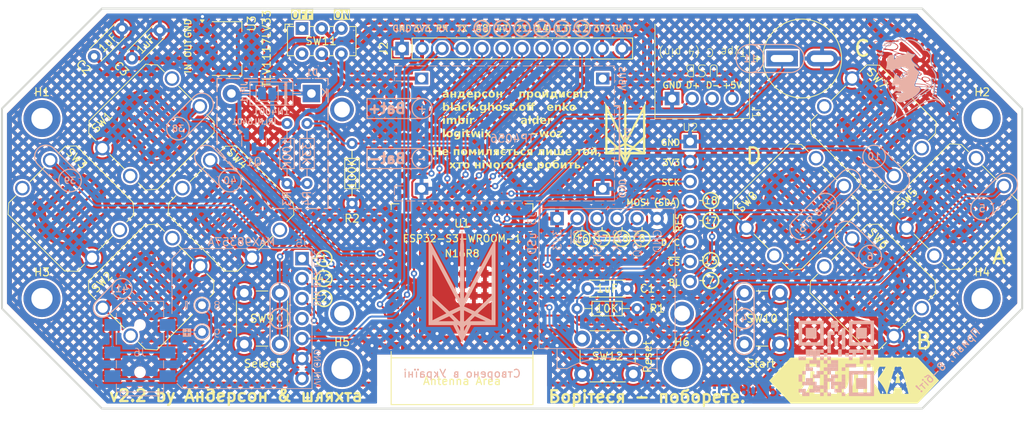
<source format=kicad_pcb>
(kicad_pcb (version 20240108) (generator "pcbnew") (generator_version "8.0")
  (layers (0 "F.Cu" jumper "Top") (31 "B.Cu" signal "Bot") (34 "B.Paste" user) (35 "F.Paste" user) (36 "B.SilkS" user "BotSilk") (37 "F.SilkS" user "TopSilk") (38 "B.Mask" user "BotMask") (39 "F.Mask" user "TopMask") (44 "Edge.Cuts" user))
  (net 0 "")
  (net 1 "~{RESET}")
  (net 2 "UP")
  (net 3 "GND")
  (net 4 "DOWN")
  (net 5 "LEFT")
  (net 6 "USB+")
  (net 7 "USB-")
  (net 8 "RIGHT")
  (net 9 "A")
  (net 10 "B")
  (net 11 "SELECT")
  (net 12 "START")
  (net 13 "RX")
  (net 14 "DISP_D{slash}C")
  (net 15 "TX")
  (net 16 "~{SD_CS}")
  (net 17 "MOSI")
  (net 18 "+3V3")
  (net 19 "VBUS")
  (net 20 "SCK")
  (net 21 "MISO")
  (net 22 "BCK")
  (net 23 "DIN")
  (net 24 "LRCK")
  (net 25 "Net-(Q1-D)")
  (net 26 "~{SLEEP}")
  (net 27 "~{DISP_CS}")
  (net 28 "GPIO12")
  (net 29 "GPIO13")
  (net 30 "GPIO14")
  (net 31 "Net-(D1-K)")
  (net 32 "Net-(D1-A)")
  (net 33 "Net-(J4-OUT+)")
  (net 35 "VVAL")
  (net 36 "BUZZER")
  (net 37 "C")
  (net 38 "D")
  (net 39 "GPIO21")
  (net 40 "GPIO47")
  (net 41 "GPIO48")
  (net 48 "Net-(J5-OUT-)")
  (net 49 "Net-(J5-OUT+)")
  (footprint "footprints:Buzzer_Wide" (layer "F.Cu") (at 128.27 49.53)
    (property "Reference" "BZ1" (hide yes))
    (property "Value" "Buzzer" (hide yes))
  )
  (footprint "MountingHole:MountingHole_2.7mm_M2.5_DIN965_Pad" (layer "F.Cu") (at 73.66 88.9)
    (property "Reference" "H5")
    (property "Value" "MountingHole")
  )
  (footprint "Display:TFT_240x280_2pads" (layer "F.Cu") (at 119.38 53.467 -90)
    (property "Reference" "U2")
    (property "Value" "~" (hide yes))
  )
  (footprint "Buttons:SW_PUSH-12mm-fixed-min" (layer "F.Cu") (at 62.23 74.8276 135)
    (property "Reference" "SW4")
    (property "Value" "Right" (hide yes))
  )
  (footprint "Buttons:SW_PUSH-12mm-fixed-min" (layer "F.Cu") (at 55.6567 75.8743 -135)
    (property "Reference" "SW2")
    (property "Value" "Down" (hide yes))
  )
  (footprint "Buttons:SW_PUSH-12mm-fixed-min" (layer "F.Cu") (at 145.3289 71.0177 45)
    (property "Reference" "SW5")
    (property "Value" "A")
  )
  (footprint "Connector_PinHeader_2.54mm:PinHeader_1x12_P2.54mm_Vertical" (layer "F.Cu") (at 81.28 48.26 90)
    (property "Reference" "J2")
    (property "Value" "Ext")
  )
  (footprint "MountingHole:MountingHole_2.7mm_M2.5_DIN965_Pad" (layer "F.Cu") (at 35.56 57.15)
    (property "Reference" "H1")
    (property "Value" "MountingHole")
  )
  (footprint "Button_Switch_THT:SW_PUSH_6mm" (layer "F.Cu") (at 129.25 79.3 -90)
    (property "Reference" "SW10")
    (property "Value" "Start")
  )
  (footprint "MountingHole:MountingHole_2.7mm_M2.5_DIN965_Pad" (layer "F.Cu") (at 154.94 57.15)
    (property "Reference" "H2")
    (property "Value" "MountingHole")
  )
  (footprint "Package_TO_SOT_SMD:SOT-223" (layer "F.Cu") (at 59.03 48.26)
    (property "Reference" "U3")
    (property "Value" "TLV1117LV33")
  )
  (footprint "Resistor_THT:R_Axial_DIN0204_L3.6mm_D1.6mm_P7.62mm_Horizontal" (layer "F.Cu") (at 74.93 67.945 90)
    (property "Reference" "R2")
    (property "Value" "100K")
  )
  (footprint "Buttons:SW_PUSH-12mm-fixed-min" (layer "F.Cu") (at 138.43 52.07 -45)
    (property "Reference" "SW7")
    (property "Value" "C")
  )
  (footprint "Buttons:SW_PUSH-12mm-fixed-min" (layer "F.Cu") (at 43.2312 60.9088 45)
    (property "Reference" "SW1")
    (property "Value" "Up" (hide yes))
  )
  (footprint "Button_Switch_THT:SW_E-Switch_EG1271_SPDT" (layer "F.Cu") (at 68.58 45.72)
    (property "Reference" "SW11")
    (property "Value" "Power" (hide yes))
  )
  (footprint "Capacitor_THT:C_Disc_D4.3mm_W1.9mm_P5.00mm" (layer "F.Cu") (at 104.855 78.74)
    (property "Reference" "C1")
    (property "Value" "1uF")
  )
  (footprint "Capacitor_THT:C_Disc_D4.3mm_W1.9mm_P5.00mm" (layer "F.Cu") (at 42.1845 49.2555 45)
    (property "Reference" "C2")
    (property "Value" "1uF")
  )
  (footprint "MountingHole:MountingHole_2.7mm_M2.5_DIN965_Pad" (layer "F.Cu") (at 35.56 80.01)
    (property "Reference" "H3")
    (property "Value" "MountingHole")
  )
  (footprint "Button_Switch_THT:SW_PUSH_6mm" (layer "F.Cu") (at 61.25 85.8 90)
    (property "Reference" "SW9")
    (property "Value" "Select")
  )
  (footprint "Button_Switch_THT:SW_PUSH_6mm" (layer "F.Cu") (at 110.64 89.59 180)
    (property "Reference" "SW12")
    (property "Value" "Reset")
  )
  (footprint "Connectors:USB_2.0_PCB" (layer "F.Cu") (at 125.39 57.15 180)
    (property "Reference" "J1")
    (property "Value" "~" (hide yes))
  )
  (footprint "Capacitor_THT:C_Disc_D4.3mm_W1.9mm_P5.00mm" (layer "F.Cu") (at 46.99 49.49 45)
    (property "Reference" "C3")
    (property "Value" "1uF")
  )
  (footprint "Buttons:SW_PUSH-12mm-fixed-min" (layer "F.Cu") (at 143.7333 84.7644 135)
    (property "Reference" "SW6")
    (property "Value" "B")
  )
  (footprint "MountingHole:MountingHole_2.7mm_M2.5_DIN965_Pad" (layer "F.Cu") (at 154.94 80.01)
    (property "Reference" "H4")
    (property "Value" "MountingHole")
  )
  (footprint "kibuzzard-65B2D7AF" (layer "F.Cu") (at 138.684 90.424)
    (property "Reference" "kibuzzard-65B2D7AF" (hide yes))
    (property "Value" "G***" (hide yes))
  )
  (footprint "PCM_Espressif:ESP32-S3-WROOM-1" (layer "F.Cu") (at 88.9 77.724 180)
    (property "Reference" "U1")
    (property "Value" "ESP32-S3-WROOM-1")
  )
  (footprint "Buttons:SW_PUSH-12mm-fixed-min" (layer "F.Cu") (at 41.91 74.8276 135)
    (property "Reference" "SW3")
    (property "Value" "Left" (hide yes))
  )
  (footprint "MountingHole:MountingHole_2.7mm_M2.5_DIN965_Pad" (layer "F.Cu") (at 116.84 88.9)
    (property "Reference" "H6")
    (property "Value" "MountingHole")
  )
  (footprint "Resistor_THT:R_Axial_DIN0204_L3.6mm_D1.6mm_P7.62mm_Horizontal" (layer "F.Cu") (at 103.505 81.28)
    (property "Reference" "R1")
    (property "Value" "10K")
  )
  (footprint "Buttons:SW_PUSH-12mm-fixed-min" (layer "F.Cu") (at 125.0089 71.0177 45)
    (property "Reference" "SW8")
    (property "Value" "D")
  )
  (footprint "Diode_THT:D_DO-41_SOD81_P10.16mm_Horizontal" (layer "B.Cu") (at 69.775 53.975 180)
    (property "Reference" "D1")
    (property "Value" "1N4001")
  )
  (footprint "Package_TO_SOT_SMD:SOT-23" (layer "B.Cu") (at 62.484 60.0225 -90)
    (property "Reference" "Q1")
    (property "Value" "IRLML6401")
  )
  (footprint "footprints:MAX98357-I2S-Module" (layer "B.Cu") (at 60.96 81.915 180)
    (property "Reference" "J5")
    (property "Value" "~" (hide yes))
  )
  (footprint "Resistor_THT:R_Axial_DIN0204_L3.6mm_D1.6mm_P7.62mm_Horizontal" (layer "B.Cu") (at 66.675 65.405 90)
    (property "Reference" "R3")
    (property "Value" "100K")
  )
  (footprint "Jumper:SolderJumper-2_P1.3mm_Open_Pad1.0x1.5mm" (layer "B.Cu") (at 64.15 53.975)
    (property "Reference" "JP1" (hide yes))
    (property "Value" "NoBat")
  )
  (footprint "Resistor_THT:R_Axial_DIN0204_L3.6mm_D1.6mm_P7.62mm_Horizontal" (layer "B.Cu") (at 69.215 57.785 -90)
    (property "Reference" "R4")
    (property "Value" "33K")
  )
  (footprint "Connectors:Charge_Controller_TP4056_4pin" (layer "B.Cu") (at 108.255 50.47 180)
    (property "Reference" "J4")
    (property "Value" "TP4056")
  )
  (footprint "footprints:MicroSD-Adapter-3v3" (layer "B.Cu") (at 98.425 68.58 -90)
    (property "Reference" "J3")
    (property "Value" "uSD")
  )
  (footprint "Connectors:JackSocketTRS_PJ3013D" (layer "B.Cu") (at 48.006 86.36 -90)
    (property "Reference" "J6")
    (property "Value" "AudioJack")
  )
  (gr_poly (pts (xy 78.182997 54.746685) (xy 78.214218 54.750463) (xy 78.244425 54.756685) (xy 78.273619 54.76529) (xy 78.301799 54.776215) (xy 78.328963 54.7894) (xy 78.355112 54.804782) (xy 78.380244 54.822301) (xy 78.404359 54.841895) (xy 78.427456 54.863502) (xy 78.449535 54.887061) (xy 78.470594 54.91251) (xy 78.490632 54.939789) (xy 78.50965 54.968835) (xy 78.527646 54.999587) (xy 78.54462 55.031983) (xy 78.560571 55.065963) (xy 78.575498 55.101464) (xy 78.5894 55.138426) (xy 78.602278 55.176785) (xy 78.614129 55.216483) (xy 78.624953 55.257455) (xy 78.63475 55.299642) (xy 78.643519 55.342982) (xy 78.651259 55.387413) (xy 78.657969 55.432874) (xy 78.663649 55.479303) (xy 78.668298 55.526638) (xy 78.671915 55.57482) (xy 78.6745 55.623785) (xy 78.676568 55.72382) (xy 78.682734 55.787916) (xy 78.686316 55.848983) (xy 78.687403 55.907085) (xy 78.686082 55.962287) (xy 78.682442 56.014655) (xy 78.676572 56.064254) (xy 78.66856 56.111149) (xy 78.658495 56.155407) (xy 78.646465 56.19709) (xy 78.632559 56.236266) (xy 78.616864 56.273) (xy 78.599471 56.307356) (xy 78.580466 56.3394) (xy 78.559939 56.369197) (xy 78.537977 56.396813) (xy 78.514671 56.422312) (xy 78.490107 56.44576) (xy 78.464374 56.467223) (xy 78.437562 56.486765) (xy 78.409758 56.504451) (xy 78.38105 56.520348) (xy 78.351528 56.53452) (xy 78.290394 56.557951) (xy 78.227063 56.575266) (xy 78.162242 56.586988) (xy 78.09664 56.593638) (xy 78.030964 56.595738) (xy 77.998616 56.594809) (xy 77.967062 56.592033) (xy 77.936316 56.587427) (xy 77.906393 56.581009) (xy 77.877309 56.572797) (xy 77.84908 56.562808) (xy 77.821719 56.551061) (xy 77.795244 56.537572) (xy 77.769669 56.522358) (xy 77.74501 56.505439) (xy 77.721281 56.486831) (xy 77.698499 56.466552) (xy 77.676679 56.444619) (xy 77.655836 56.421051) (xy 77.635984 56.395864) (xy 77.617141 56.369076) (xy 77.599321 56.340705) (xy 77.582539 56.310769) (xy 77.566811 56.279285) (xy 77.552152 56.24627) (xy 77.538578 56.211743) (xy 77.526103 56.17572) (xy 77.514744 56.13822) (xy 77.504515 56.09926) (xy 77.495432 56.058857) (xy 77.487511 56.01703) (xy 77.480765 55.973796) (xy 77.475212 55.929172) (xy 77.470866 55.883175) (xy 77.467743 55.835825) (xy 77.465858 55.787138) (xy 77.465226 55.737131) (xy 77.469089 55.636946) (xy 77.48036 55.539378) (xy 77.498566 55.444957) (xy 77.523234 55.354213) (xy 77.553889 55.267679) (xy 77.590058 55.185885) (xy 77.631267 55.109361) (xy 77.677041 55.038639) (xy 77.726909 54.974249) (xy 77.780394 54.916722) (xy 77.837025 54.866589) (xy 77.866371 54.844461) (xy 77.896326 54.824381) (xy 77.92683 54.806414) (xy 77.957824 54.790628) (xy 77.989249 54.777088) (xy 78.021046 54.765862) (xy 78.053155 54.757014) (xy 78.085517 54.750613) (xy 78.118074 54.746723) (xy 78.150764 54.745412)) (stroke (width -0.000001)) (fill solid) (layer "F.Cu"))
  (gr_poly (pts (xy 140.97 44.45) (xy 140.97333 44.450204) (xy 140.976595 44.45048) (xy 140.983134 44.451245) (xy 140.989851 44.452325) (xy 140.996768 44.453712) (xy 141.003906 44.455397) (xy 141.011286 44.457371) (xy 141.01893 44.459627) (xy 141.026857 44.462156) (xy 141.03509 44.464949) (xy 141.052519 44.471322) (xy 141.071241 44.47875) (xy 141.09126 44.487226) (xy 141.112583 44.496745) (xy 141.135213 44.507303) (xy 141.159156 44.518893) (xy 141.184416 44.531511) (xy 141.211 44.545151) (xy 141.268035 44.575434) (xy 141.330046 44.609618) (xy 141.468307 44.68924) (xy 141.624416 44.783117) (xy 141.797007 44.890349) (xy 142.185999 45.141416) (xy 142.623769 45.43545) (xy 143.098777 45.765339) (xy 143.599481 46.123969) (xy 143.98328 46.407778) (xy 144.367452 46.701172) (xy 144.748005 47.000999) (xy 145.120947 47.304111) (xy 145.482287 47.607358) (xy 145.828033 47.907589) (xy 146.154194 48.201656) (xy 146.456777 48.486408) (xy 146.504588 48.532757) (xy 146.551511 48.578785) (xy 146.597523 48.624462) (xy 146.642605 48.669756) (xy 146.708447 48.736943) (xy 146.772074 48.803219) (xy 146.833409 48.86854) (xy 146.892372 48.932863) (xy 146.948886 48.996143) (xy 147.002871 49.058335) (xy 147.05425 49.119395) (xy 147.102942 49.179279) (xy 147.104409 49.181084) (xy 147.108057 49.186014) (xy 147.110345 49.189423) (xy 147.112755 49.193341) (xy 147.115145 49.197676) (xy 147.117373 49.202338) (xy 147.119299 49.207235) (xy 147.120105 49.209744) (xy 147.120782 49.212277) (xy 147.121312 49.214824) (xy 147.121679 49.217372) (xy 147.121864 49.219912) (xy 147.12185 49.22243) (xy 147.12162 49.224917) (xy 147.121154 49.22736) (xy 147.120437 49.229749) (xy 147.119449 49.232071) (xy 147.118174 49.234316) (xy 147.116594 49.236471) (xy 147.114691 49.238527) (xy 147.112448 49.240471) (xy 147.11001 49.242174) (xy 147.107542 49.24353) (xy 147.10505 49.244558) (xy 147.102542 49.245278) (xy 147.100023 49.245709) (xy 147.097503 49.245869) (xy 147.094987 49.245778) (xy 147.092483 49.245456) (xy 147.089998 49.244921) (xy 147.087539 49.244193) (xy 147.085112 49.243291) (xy 147.082726 49.242234) (xy 147.080387 49.241041) (xy 147.078103 49.239732) (xy 147.07588 49.238325) (xy 147.073725 49.236841) (xy 147.06965 49.233714) (xy 147.065934 49.230506) (xy 147.062634 49.22737) (xy 147.059806 49.224459) (xy 147.057509 49.221928) (xy 147.055797 49.21993) (xy 147.05436 49.218147) (xy 146.920815 49.057953) (xy 146.769681 48.889406) (xy 146.602307 48.713436) (xy 146.420044 48.530976) (xy 146.016253 48.150308) (xy 145.569112 47.754854) (xy 145.089423 47.352064) (xy 144.58799 46.949391) (xy 144.075617 46.554285) (xy 143.563107 46.174198) (xy 143.06309 45.816074) (xy 142.588777 45.486685) (xy 142.151837 45.193216) (xy 141.951026 45.062197) (xy 141.763934 44.942853) (xy 141.591981 44.836058) (xy 141.512144 44.787654) (xy 141.436664 44.742738) (xy 141.365738 44.701429) (xy 141.299565 44.663847) (xy 141.238342 44.630111) (xy 141.182268 44.600341) (xy 141.156376 44.589507) (xy 141.141451 44.583761) (xy 141.125922 44.578326) (xy 141.110325 44.5736) (xy 141.095197 44.56998) (xy 141.087977 44.56871) (xy 141.081076 44.567865) (xy 141.07456 44.567497) (xy 141.068497 44.567653) (xy 141.062953 44.568385) (xy 141.057997 44.569742) (xy 141.053695 44.571773) (xy 141.050113 44.574528) (xy 141.04732 44.578058) (xy 141.045382 44.582411) (xy 141.044367 44.587638) (xy 141.044341 44.593788) (xy 141.045371 44.600911) (xy 141.047526 44.609057) (xy 141.05087 44.618276) (xy 141.055473 44.628617) (xy 141.061401 44.640129) (xy 141.06872 44.652864) (xy 141.077498 44.66687) (xy 141.087803 44.682197) (xy 141.120606 44.73367) (xy 141.136055 44.757752) (xy 141.152563 44.78248) (xy 141.171403 44.809168) (xy 141.193844 44.839129) (xy 141.221159 44.873675) (xy 141.254618 44.91412) (xy 141.332833 45.004012) (xy 141.418833 45.098106) (xy 141.511373 45.196024) (xy 141.609205 45.297391) (xy 141.81576 45.508954) (xy 142.028524 45.729774) (xy 142.726586 46.443008) (xy 142.808905 46.531602) (xy 142.88815 46.619963) (xy 142.963728 46.708059) (xy 143.035046 46.795859) (xy 143.101511 46.883329) (xy 143.162531 46.970438) (xy 143.217512 47.057153) (xy 143.265861 47.143441) (xy 143.268771 47.148685) (xy 143.272052 47.153978) (xy 143.275674 47.159284) (xy 143.279608 47.164568) (xy 143.283822 47.169794) (xy 143.288288 47.174926) (xy 143.292973 47.17993) (xy 143.297849 47.18477) (xy 143.302884 47.189409) (xy 143.308049 47.193814) (xy 143.313314 47.197947) (xy 143.318648 47.201774) (xy 143.32402 47.205259) (xy 143.329401 47.208367) (xy 143.334761 47.211062) (xy 143.340068 47.213308) (xy 143.346341 47.215104) (xy 143.354495 47.216498) (xy 143.364346 47.217529) (xy 143.375711 47.218236) (xy 143.402252 47.218837) (xy 143.432651 47.218615) (xy 143.499161 47.216961) (xy 143.532341 47.216157) (xy 143.563517 47.215788) (xy 143.646606 47.215915) (xy 143.717 47.216567) (xy 143.777469 47.217709) (xy 143.830786 47.219302) (xy 143.879724 47.221307) (xy 143.927054 47.223688) (xy 144.027982 47.229424) (xy 144.090459 47.233141) (xy 144.158985 47.237696) (xy 144.221179 47.242664) (xy 144.246032 47.24517) (xy 144.26466 47.247621) (xy 144.272046 47.248927) (xy 144.279187 47.250421) (xy 144.286058 47.252074) (xy 144.292635 47.253856) (xy 144.298893 47.255737) (xy 144.304807 47.257687) (xy 144.310354 47.259677) (xy 144.315509 47.261677) (xy 144.316849 47.262326) (xy 144.31837 47.263259) (xy 144.320049 47.264447) (xy 144.321862 47.265861) (xy 144.323785 47.26747) (xy 144.325793 47.269246) (xy 144.327863 47.271157) (xy 144.32997 47.273175) (xy 144.334199 47.277411) (xy 144.338288 47.281717) (xy 144.342045 47.285853) (xy 144.345275 47.289582) (xy 144.346 47.290478) (xy 144.346719 47.291439) (xy 144.347429 47.292462) (xy 144.348124 47.293545) (xy 144.3488 47.294686) (xy 144.349452 47.295883) (xy 144.350074 47.297134) (xy 144.350661 47.298437) (xy 144.35121 47.299789) (xy 144.351715 47.301189) (xy 144.352171 47.302633) (xy 144.352573 47.304121) (xy 144.352916 47.30565) (xy 144.353196 47.307217) (xy 144.353408 47.308821) (xy 144.353546 47.31046) (xy 144.353604 47.312109) (xy 144.353581 47.313745) (xy 144.353482 47.315365) (xy 144.353311 47.316964) (xy 144.353073 47.318539) (xy 144.352773 47.320084) (xy 144.352415 47.321595) (xy 144.352004 47.323069) (xy 144.351544 47.3245) (xy 144.35104 47.325886) (xy 144.350496 47.327221) (xy 144.349918 47.328501) (xy 144.349309 47.329723) (xy 144.348674 47.330881) (xy 144.348018 47.331971) (xy 144.347345 47.332991) (xy 144.345178 47.335949) (xy 144.342953 47.338659) (xy 144.340671 47.341139) (xy 144.338333 47.343407) (xy 144.335939 47.34548) (xy 144.333489 47.347376) (xy 144.330984 47.349113) (xy 144.328424 47.350708) (xy 144.325809 47.352179) (xy 144.32314 47.353543) (xy 144.320416 47.354819) (xy 144.31764 47.356023) (xy 144.311927 47.358289) (xy 144.306004 47.360482) (xy 144.299826 47.362629) (xy 144.29334 47.364674) (xy 144.286545 47.366627) (xy 144.279441 47.368497) (xy 144.272026 47.370297) (xy 144.264301 47.372034) (xy 144.256265 47.37372) (xy 144.247916 47.375365) (xy 144.230262 47.378529) (xy 144.211348 47.38153) (xy 144.191225 47.384374) (xy 144.169945 47.387066) (xy 144.124122 47.392021) (xy 144.07429 47.396442) (xy 144.02315 47.399711) (xy 143.97279 47.401428) (xy 143.922695 47.40198) (xy 143.872352 47.401753) (xy 143.768857 47.40051) (xy 143.714677 47.400266) (xy 143.658188 47.40079) (xy 143.631176 47.401183) (xy 143.607751 47.401354) (xy 143.587613 47.401343) (xy 143.570461 47.401189) (xy 143.555993 47.40093) (xy 143.543908 47.400607) (xy 143.525683 47.399924) (xy 143.513376 47.399451) (xy 143.508689 47.399392) (xy 143.504577 47.399503) (xy 143.502643 47.399635) (xy 143.500741 47.399824) (xy 143.498831 47.400076) (xy 143.496877 47.400394) (xy 143.492686 47.401252) (xy 143.487866 47.402437) (xy 143.485364 47.40315) (xy 143.483089 47.403925) (xy 143.481037 47.404759) (xy 143.479204 47.405649) (xy 143.477586 47.406593) (xy 143.476178 47.40759) (xy 143.474976 47.408635) (xy 143.473975 47.409728) (xy 143.473171 47.410866) (xy 143.47256 47.412046) (xy 143.472138 47.413266) (xy 143.471899 47.414524) (xy 143.47184 47.415817) (xy 143.471956 47.417144) (xy 143.472243 47.418501) (xy 143.472696 47.419886) (xy 143.473312 47.421298) (xy 143.474085 47.422733) (xy 143.475012 47.424189) (xy 143.476088 47.425664) (xy 143.477308 47.427156) (xy 143.478668 47.428662) (xy 143.480165 47.430181) (xy 143.481793 47.431708) (xy 143.485426 47.434783) (xy 143.489532 47.437867) (xy 143.494077 47.440943) (xy 143.499025 47.443991) (xy 143.51203 47.450855) (xy 143.530366 47.459294) (xy 143.553847 47.469242) (xy 143.582286 47.480633) (xy 143.653294 47.507473) (xy 143.741901 47.539283) (xy 143.773252 47.550547) (xy 143.802859 47.56167) (xy 143.830881 47.572732) (xy 143.857478 47.583814) (xy 143.882807 47.594995) (xy 143.907029 47.606355) (xy 143.930302 47.617974) (xy 143.952784 47.629934) (xy 143.974636 47.642312) (xy 143.996015 47.655191) (xy 144.017082 47.668649) (xy 144.037994 47.682766) (xy 144.058911 47.697624) (xy 144.079991 47.713301) (xy 144.101395 47.729878) (xy 144.12328 47.747436) (xy 144.134223 47.756533) (xy 144.144869 47.765754) (xy 144.155206 47.775101) (xy 144.165225 47.784578) (xy 144.174913 47.794187) (xy 144.18426 47.803932) (xy 144.193256 47.813815) (xy 144.201889 47.823839) (xy 144.210149 47.834008) (xy 144.218024 47.844325) (xy 144.225504 47.854792) (xy 144.232578 47.865413) (xy 144.239236 47.87619) (xy 144.245465 47.887127) (xy 144.251256 47.898227) (xy 144.256598 47.909493) (xy 144.261465 47.920928) (xy 144.265832 47.932531) (xy 144.269689 47.944294) (xy 144.273025 47.956209) (xy 144.275831 47.968266) (xy 144.278096 47.980459) (xy 144.27981 47.992777) (xy 144.280964 48.005213) (xy 144.281546 48.017758) (xy 144.281548 48.030405) (xy 144.280959 48.043143) (xy 144.279768 48.055966) (xy 144.277967 48.068865) (xy 144.275544 48.081831) (xy 144.272489 48.094855) (xy 144.268794 48.10793) (xy 144.260819 48.132185) (xy 144.252123 48.155381) (xy 144.242725 48.177532) (xy 144.232645 48.198654) (xy 144.221901 48.218764) (xy 144.210512 48.237878) (xy 144.198499 48.256011) (xy 144.185879 48.273179) (xy 144.172672 48.289397) (xy 144.158897 48.304682) (xy 144.144574 48.31905) (xy 144.129721 48.332516) (xy 144.114357 48.345097) (xy 144.098502 48.356807) (xy 144.082175 48.367663) (xy 144.065395 48.377681) (xy 144.048208 48.386893) (xy 144.030653 48.395344) (xy 144.012747 48.403058) (xy 143.994507 48.410061) (xy 143.975949 48.416377) (xy 143.957089 48.422033) (xy 143.937945 48.427052) (xy 143.918532 48.431461) (xy 143.898867 48.435284) (xy 143.878967 48.438546) (xy 143.858848 48.441273) (xy 143.838526 48.443489) (xy 143.818018 48.44522) (xy 143.797341 48.446492) (xy 143.755544 48.447754) (xy 143.747868 48.447898) (xy 143.73976 48.448204) (xy 143.731333 48.448722) (xy 143.722703 48.449502) (xy 143.713984 48.450596) (xy 143.70529 48.452053) (xy 143.696736 48.453926) (xy 143.688437 48.456263) (xy 143.684419 48.457622) (xy 143.680507 48.459116) (xy 143.676716 48.460752) (xy 143.673061 48.462535) (xy 143.669555 48.464473) (xy 143.666213 48.466572) (xy 143.663049 48.468837) (xy 143.660078 48.471275) (xy 143.657314 48.473893) (xy 143.65477 48.476697) (xy 143.652463 48.479693) (xy 143.650405 48.482888) (xy 143.648612 48.486287) (xy 143.647097 48.489898) (xy 143.645874 48.493726) (xy 143.644959 48.497777) (xy 143.644483 48.501906) (xy 143.644551 48.505959) (xy 143.645135 48.509937) (xy 143.646207 48.513838) (xy 143.647742 48.517662) (xy 143.649711 48.521406) (xy 143.652087 48.52507) (xy 143.654843 48.528653) (xy 143.657953 48.532153) (xy 143.661387 48.535569) (xy 143.669125 48.542147) (xy 143.677838 48.548376) (xy 143.68731 48.554248) (xy 143.697322 48.559754) (xy 143.707655 48.564885) (xy 143.718094 48.569631) (xy 143.728419 48.573983) (xy 143.747859 48.58147) (xy 143.764232 48.587274) (xy 144.070918 48.700743) (xy 144.295873 48.781801) (xy 144.392529 48.815006) (xy 144.465788 48.838222) (xy 144.494073 48.846158) (xy 144.520667 48.853107) (xy 144.545701 48.85919) (xy 144.569306 48.86453) (xy 144.612753 48.873463) (xy 144.65206 48.880883) (xy 144.688275 48.887763) (xy 144.722448 48.895077) (xy 144.739096 48.899202) (xy 144.755628 48.903801) (xy 144.772174 48.908996) (xy 144.788865 48.914909) (xy 144.817884 48.918767) (xy 144.8474 48.922091) (xy 144.877231 48.924906) (xy 144.907194 48.927239) (xy 144.937107 48.929116) (xy 144.966788 48.930563) (xy 144.996053 48.931607) (xy 145.02472 48.932272) (xy 145.038816 48.932881) (xy 145.052805 48.934201) (xy 145.066702 48.936202) (xy 145.080518 48.938853) (xy 145.094267 48.942123) (xy 145.107963 48.945982) (xy 145.121617 48.950399) (xy 145.135245 48.955343) (xy 145.148858 48.960784) (xy 145.16247 48.966691) (xy 145.176095 48.973033) (xy 145.189744 48.97978) (xy 145.217172 48.994365) (xy 145.244858 49.010201) (xy 145.258728 49.018563) (xy 145.272465 49.027266) (xy 145.286043 49.036305) (xy 145.299433 49.045674) (xy 145.312607 49.055365) (xy 145.325539 49.065373) (xy 145.338201 49.075693) (xy 145.350565 49.086317) (xy 145.362604 49.097241) (xy 145.374289 49.108457) (xy 145.385594 49.119959) (xy 145.396491 49.131743) (xy 145.406952 49.1438) (xy 145.416949 49.156126) (xy 145.426456 49.168715) (xy 145.435444 49.18156) (xy 145.443882 49.194682) (xy 145.45173 49.208096) (xy 145.458948 49.22178) (xy 145.465497 49.235716) (xy 145.471339 49.24988) (xy 145.476433 49.264254) (xy 145.48074 49.278816) (xy 145.484222 49.293545) (xy 145.486837 49.308421) (xy 145.488548 49.323424) (xy 145.489315 49.338532) (xy 145.489099 49.353725) (xy 145.48786 49.368982) (xy 145.485558 49.384282) (xy 145.482156 49.399605) (xy 145.477612 49.41493) (xy 145.476221 49.418779) (xy 145.47467 49.422498) (xy 145.472962 49.426093) (xy 145.471101 49.429564) (xy 145.469091 49.432915) (xy 145.466936 49.436149) (xy 145.462204 49.442274) (xy 145.456933 49.447963) (xy 145.451154 49.453236) (xy 145.444894 49.458115) (xy 145.438184 49.462622) (xy 145.431052 49.466778) (xy 145.423528 49.470606) (xy 145.41564 49.474127) (xy 145.407419 49.477363) (xy 145.398892 49.480336) (xy 145.39009 49.483067) (xy 145.381041 49.485578) (xy 145.371775 49.48789) (xy 145.35242 49.491982) (xy 145.331835 49.495385) (xy 145.310057 49.498127) (xy 145.287121 49.50024) (xy 145.263061 49.501752) (xy 145.237915 49.502694) (xy 145.211717 49.503096) (xy 145.184503 49.502987) (xy 145.174194 49.502475) (xy 145.16372 49.501273) (xy 145.153073 49.499489) (xy 145.142248 49.497227) (xy 145.120039 49.491698) (xy 145.097042 49.485536) (xy 145.073209 49.479592) (xy 145.060963 49.476967) (xy 145.04849 49.474715) (xy 145.035782 49.472943) (xy 145.022835 49.471757) (xy 145.009641 49.471263) (xy 144.996195 49.471568) (xy 144.968071 49.473754) (xy 144.938345 49.477131) (xy 144.907536 49.481358) (xy 144.876161 49.486089) (xy 144.813791 49.495692) (xy 144.783834 49.499878) (xy 144.755386 49.503194) (xy 144.546196 49.509601) (xy 144.528616 49.511826) (xy 144.512116 49.514828) (xy 144.496699 49.518571) (xy 144.482368 49.523019) (xy 144.469128 49.528135) (xy 144.456981 49.533882) (xy 144.445931 49.540225) (xy 144.435982 49.547126) (xy 144.427136 49.554549) (xy 144.419398 49.562457) (xy 144.41277 49.570814) (xy 144.407257 49.579584) (xy 144.402861 49.58873) (xy 144.399587 49.598215) (xy 144.397436 49.608002) (xy 144.396414 49.618056) (xy 144.396523 49.62834) (xy 144.397767 49.638818) (xy 144.40015 49.649451) (xy 144.403674 49.660206) (xy 144.408343 49.671043) (xy 144.414161 49.681929) (xy 144.421131 49.692824) (xy 144.429256 49.703694) (xy 144.43854 49.714502) (xy 144.448987 49.72521) (xy 144.4606 49.735783) (xy 144.473382 49.746185) (xy 144.487336 49.756377) (xy 144.502467 49.766325) (xy 144.518777 49.775992) (xy 144.536271 49.78534) (xy 144.592109 49.812026) (xy 144.652531 49.838012) (xy 144.716849 49.863358) (xy 144.784379 49.888123) (xy 144.854433 49.912365) (xy 144.926325 49.936143) (xy 145.072882 49.982544) (xy 145.135487 50.002956) (xy 145.16496 50.012431) (xy 145.193613 50.020774) (xy 145.207727 50.024371) (xy 145.221748 50.027504) (xy 145.235715 50.030113) (xy 145.249665 50.032138) (xy 145.263635 50.033518) (xy 145.277663 50.034193) (xy 145.291786 50.034103) (xy 145.306043 50.033187) (xy 145.320325 50.031648) (xy 145.334519 50.029774) (xy 145.362754 50.025288) (xy 145.419409 50.015167) (xy 145.448285 50.010572) (xy 145.462959 50.008617) (xy 145.477829 50.006977) (xy 145.492923 50.005718) (xy 145.50827 50.004903) (xy 145.523897 50.004599) (xy 145.539834 50.004868) (xy 145.57214 50.006632) (xy 145.604473 50.009571) (xy 145.636552 50.013619) (xy 145.668096 50.018714) (xy 145.698827 50.024791) (xy 145.728462 50.031785) (xy 145.756722 50.039633) (xy 145.770248 50.043857) (xy 145.783326 50.04827) (xy 145.795904 50.052863) (xy 145.807945 50.057646) (xy 145.813762 50.060114) (xy 145.819441 50.062638) (xy 145.824983 50.065219) (xy 145.830385 50.067861) (xy 145.835648 50.070566) (xy 145.84077 50.073336) (xy 145.84575 50.076174) (xy 145.850587 50.079083) (xy 145.85528 50.082065) (xy 145.859829 50.085123) (xy 145.864232 50.08826) (xy 145.868489 50.091478) (xy 145.872938 50.095042) (xy 145.877131 50.098605) (xy 145.881061 50.102166) (xy 145.884722 50.105727) (xy 145.88811 50.109288) (xy 145.891219 50.112848) (xy 145.894042 50.116407) (xy 145.896574 50.119967) (xy 145.898809 50.123527) (xy 145.900743 50.127086) (xy 145.902368 50.130647) (xy 145.903679 50.134207) (xy 145.904672 50.137769) (xy 145.905339 50.141331) (xy 145.905675 50.144895) (xy 145.905675 50.148459) (xy 145.905332 50.152025) (xy 145.904642 50.155592) (xy 145.903598 50.159161) (xy 145.902195 50.162732) (xy 145.900427 50.166305) (xy 145.898288 50.16988) (xy 145.895773 50.173458) (xy 145.892876 50.177038) (xy 145.889591 50.18062) (xy 145.885913 50.184206) (xy 145.881836 50.187794) (xy 145.877354 50.191386) (xy 145.872461 50.19498) (xy 145.867152 50.198579) (xy 145.861422 50.202181) (xy 145.855263 50.205786) (xy 145.852174 50.207346) (xy 145.848943 50.208627) (xy 145.845579 50.209652) (xy 145.842086 50.210445) (xy 145.83847 50.21103) (xy 145.834739 50.211428) (xy 145.830899 50.211665) (xy 145.826955 50.211763) (xy 145.818781 50.211634) (xy 145.810268 50.211229) (xy 145.801465 50.210733) (xy 145.792422 50.210334) (xy 145.773404 50.209402) (xy 145.75297 50.20778) (xy 145.731162 50.205492) (xy 145.708025 50.202562) (xy 145.683604 50.199014) (xy 145.657943 50.194874) (xy 145.631086 50.190164) (xy 145.603079 50.184909) (xy 145.586136 50.181294) (xy 145.567595 50.178422) (xy 145.547883 50.176339) (xy 145.527431 50.175092) (xy 145.506668 50.174729) (xy 145.486023 50.175297) (xy 145.465924 50.176844) (xy 145.446802 50.179416) (xy 145.437741 50.181101) (xy 145.429085 50.183061) (xy 145.420887 50.1853) (xy 145.413202 50.187825) (xy 145.406083 50.190643) (xy 145.399583 50.193758) (xy 145.393756 50.197176) (xy 145.388657 50.200904) (xy 145.384337 50.204948) (xy 145.380852 50.209312) (xy 145.378254 50.214004) (xy 145.376598 50.21903) (xy 145.375937 50.224394) (xy 145.376325 50.230103) (xy 145.377815 50.236163) (xy 145.380461 50.24258) (xy 145.397248 50.267307) (xy 145.416918 50.291443) (xy 145.439156 50.314907) (xy 145.463646 50.337616) (xy 145.490072 50.359489) (xy 145.518119 50.380444) (xy 145.547471 50.400398) (xy 145.577812 50.419269) (xy 145.608826 50.436976) (xy 145.640199 50.453436) (xy 145.671613 50.468568) (xy 145.702754 50.482289) (xy 145.733305 50.494517) (xy 145.762951 50.505171) (xy 145.791377 50.514168) (xy 145.818266 50.521426) (xy 145.902588 50.541717) (xy 145.933452 50.549173) (xy 145.959896 50.555879) (xy 145.984256 50.562619) (xy 146.008866 50.570177) (xy 146.036059 50.579336) (xy 146.06817 50.590879) (xy 146.077454 50.594632) (xy 146.08592 50.598734) (xy 146.09358 50.603148) (xy 146.100448 50.607838) (xy 146.106536 50.612765) (xy 146.111858 50.617894) (xy 146.116426 50.623187) (xy 146.120254 50.628607) (xy 146.123354 50.634117) (xy 146.125739 50.63968) (xy 146.127422 50.645258) (xy 146.128416 50.650815) (xy 146.128735 50.656314) (xy 146.12839 50.661718) (xy 146.127395 50.666989) (xy 146.125762 50.672091) (xy 146.123506 50.676986) (xy 146.120638 50.681638) (xy 146.117171 50.686009) (xy 146.113119 50.690062) (xy 146.108494 50.693761) (xy 146.103309 50.697068) (xy 146.097578 50.699946) (xy 146.091313 50.702358) (xy 146.084527 50.704267) (xy 146.077232 50.705636) (xy 146.069443 50.706427) (xy 146.061172 50.706605) (xy 146.052431 50.706132) (xy 146.043234 50.70497) (xy 146.033593 50.703083) (xy 146.023522 50.700433) (xy 146.002538 50.694299) (xy 145.983189 50.688936) (xy 145.964495 50.684245) (xy 145.945478 50.680124) (xy 145.925157 50.676475) (xy 145.902554 50.673198) (xy 145.876688 50.670193) (xy 145.846582 50.66736) (xy 145.838649 50.666942) (xy 145.83113 50.667066) (xy 145.824028 50.667711) (xy 145.817348 50.668857) (xy 145.811094 50.670485) (xy 145.805268 50.672575) (xy 145.799874 50.675105) (xy 145.794917 50.678058) (xy 145.790401 50.681412) (xy 145.786328 50.685147) (xy 145.782703 50.689244) (xy 145.779529 50.693682) (xy 145.77681 50.698442) (xy 145.77455 50.703504) (xy 145.772753 50.708848) (xy 145.771422 50.714453) (xy 145.770562 50.7203) (xy 145.770175 50.726368) (xy 145.770265 50.732639) (xy 145.770837 50.739091) (xy 145.771894 50.745705) (xy 145.77344 50.75246) (xy 145.775479 50.759338) (xy 145.778014 50.766317) (xy 145.781049 50.773379) (xy 145.784587 50.780502) (xy 145.788634 50.787667) (xy 145.793191 50.794854) (xy 145.798264 50.802043) (xy 145.803855 50.809215) (xy 145.809969 50.816348) (xy 145.816609 50.823423) (xy 145.846901 50.853261) (xy 145.881464 50.885831) (xy 145.96052 50.956876) (xy 146.048002 51.031968) (xy 146.138134 51.10652) (xy 146.22514 51.17594) (xy 146.303244 51.235641) (xy 146.366671 51.281034) (xy 146.391075 51.29693) (xy 146.409645 51.307528) (xy 146.417724 51.311163) (xy 146.426522 51.314329) (xy 146.446115 51.319344) (xy 146.468097 51.322764) (xy 146.492142 51.324781) (xy 146.517927 51.325583) (xy 146.545124 51.325362) (xy 146.602458 51.322612) (xy 146.719773 51.313212) (xy 146.774548 51.309608) (xy 146.799827 51.308747) (xy 146.823266 51.308768) (xy 146.860881 51.309978) (xy 146.897118 51.311841) (xy 146.931918 51.314382) (xy 146.965221 51.317625) (xy 146.996967 51.321596) (xy 147.027096 51.326319) (xy 147.055548 51.331819) (xy 147.082265 51.33812) (xy 147.094995 51.341572) (xy 147.107339 51.345233) (xy 147.119274 51.349126) (xy 147.13078 51.35327) (xy 147.141833 51.357687) (xy 147.152413 51.362399) (xy 147.162497 51.367425) (xy 147.172064 51.372787) (xy 147.181092 51.378507) (xy 147.185398 51.381507) (xy 147.18956 51.384605) (xy 147.193577 51.387802) (xy 147.197445 51.391102) (xy 147.201163 51.394506) (xy 147.204727 51.398019) (xy 147.208134 51.401642) (xy 147.211382 51.405377) (xy 147.214468 51.409229) (xy 147.21739 51.413198) (xy 147.220144 51.417288) (xy 147.222729 51.421502) (xy 147.22514 51.425842) (xy 147.227376 51.430311) (xy 147.233514 51.444236) (xy 147.238668 51.457981) (xy 147.242854 51.471521) (xy 147.246086 51.484832) (xy 147.24838 51.497888) (xy 147.249751 51.510664) (xy 147.250213 51.523136) (xy 147.249783 51.535279) (xy 147.249237 51.541219) (xy 147.248474 51.547067) (xy 147.247496 51.552821) (xy 147.246303 51.558477) (xy 147.244899 51.564032) (xy 147.243285 51.569483) (xy 147.241462 51.574827) (xy 147.239434 51.58006) (xy 147.237201 51.585181) (xy 147.234765 51.590184) (xy 147.232129 51.595068) (xy 147.229295 51.59983) (xy 147.226263 51.604465) (xy 147.223037 51.608972) (xy 147.219617 51.613346) (xy 147.216007 51.617586) (xy 147.208331 51.625659) (xy 147.200144 51.633205) (xy 147.191469 51.640241) (xy 147.182331 51.646784) (xy 147.172755 51.652852) (xy 147.162764 51.65846) (xy 147.152384 51.663627) (xy 147.141639 51.668368) (xy 147.130553 51.672702) (xy 147.119151 51.676644) (xy 147.107458 51.680212) (xy 147.095497 51.683423) (xy 147.083293 51.686294) (xy 147.070872 51.688841) (xy 147.058256 51.691082) (xy 147.045471 51.693034) (xy 147.019438 51.69612) (xy 146.99288 51.698151) (xy 146.96595 51.699145) (xy 146.938799 51.699121) (xy 146.911579 51.698101) (xy 146.884442 51.696103) (xy 146.857541 51.693148) (xy 146.831026 51.689254) (xy 146.805051 51.684441) (xy 146.779767 51.678729) (xy 146.755326 51.672138) (xy 146.731879 51.664688) (xy 146.70958 51.656397) (xy 146.688579 51.647286) (xy 146.669029 51.637374) (xy 146.651082 51.626682) (xy 146.594677 51.589779) (xy 146.514689 51.538485) (xy 146.471891 51.512106) (xy 146.430446 51.487727) (xy 146.427749 51.486258) (xy 146.696824 51.486258) (xy 146.697124 51.492653) (xy 146.697796 51.499144) (xy 146.699018 51.505679) (xy 146.700953 51.5122) (xy 146.703584 51.518689) (xy 146.706894 51.525131) (xy 146.715482 51.537803) (xy 146.72658 51.550082) (xy 146.74005 51.561831) (xy 146.755756 51.572916) (xy 146.77356 51.583203) (xy 146.793325 51.592557) (xy 146.814914 51.600841) (xy 146.83819 51.607923) (xy 146.863015 51.613666) (xy 146.889252 51.617936) (xy 146.916765 51.620598) (xy 146.945415 51.621517) (xy 146.975066 51.620558) (xy 147.005581 51.617586) (xy 147.016702 51.615789) (xy 147.029125 51.61308) (xy 147.04253 51.609436) (xy 147.056595 51.604831) (xy 147.071001 51.599241) (xy 147.085426 51.592641) (xy 147.099549 51.585006) (xy 147.106398 51.580793) (xy 147.113051 51.576312) (xy 147.119469 51.57156) (xy 147.12561 51.566534) (xy 147.131436 51.561231) (xy 147.136906 51.555647) (xy 147.14198 51.54978) (xy 147.146618 51.543627) (xy 147.15078 51.537184) (xy 147.154426 51.530448) (xy 147.157515 51.523417) (xy 147.160008 51.516087) (xy 147.161864 51.508455) (xy 147.163044 51.500518) (xy 147.163507 51.492273) (xy 147.163213 51.483716) (xy 147.162122 51.474846) (xy 147.160195 51.465658) (xy 147.159246 51.462284) (xy 147.158127 51.458992) (xy 147.156842 51.455784) (xy 147.155394 51.452658) (xy 147.153789 51.449614) (xy 147.15203 51.446653) (xy 147.148071 51.440977) (xy 147.14355 51.435629) (xy 147.138504 51.430607) (xy 147.132966 51.42591) (xy 147.126971 51.421536) (xy 147.120555 51.417486) (xy 147.113752 51.413757) (xy 147.106598 51.410348) (xy 147.099126 51.407258) (xy 147.091373 51.404486) (xy 147.083372 51.402031) (xy 147.075158 51.399891) (xy 147.066767 51.398065) (xy 147.043365 51.393753) (xy 147.019403 51.38997) (xy 146.994497 51.386694) (xy 146.96826 51.383905) (xy 146.940305 51.381581) (xy 146.910249 51.379701) (xy 146.877703 51.378244) (xy 146.842283 51.377187) (xy 146.833164 51.377136) (xy 146.824305 51.377411) (xy 146.815709 51.378003) (xy 146.80738 51.378905) (xy 146.799321 51.38011) (xy 146.791537 51.38161) (xy 146.78403 51.383397) (xy 146.776806 51.385464) (xy 146.769868 51.387803) (xy 146.763219 51.390406) (xy 146.756863 51.393266) (xy 146.750804 51.396376) (xy 146.745046 51.399726) (xy 146.739592 51.403311) (xy 146.734447 51.407122) (xy 146.729614 51.411152) (xy 146.725096 51.415393) (xy 146.720898 51.419837) (xy 146.717024 51.424477) (xy 146.713477 51.429305) (xy 146.71026 51.434314) (xy 146.707378 51.439496) (xy 146.704835 51.444842) (xy 146.702634 51.450347) (xy 146.700779 51.456002) (xy 146.699273 51.461799) (xy 146.698121 51.46773) (xy 146.697327 51.473789) (xy 146.696893 51.479968) (xy 146.696824 51.486258) (xy 146.427749 51.486258) (xy 146.39277 51.467212) (xy 146.3761 51.458987) (xy 146.361279 51.452429) (xy 146.347247 51.44743) (xy 146.33276 51.443665) (xy 146.31784 51.44103) (xy 146.302507 51.439427) (xy 146.286783 51.438752) (xy 146.270688 51.438907) (xy 146.254245 51.439788) (xy 146.237473 51.441297) (xy 146.203029 51.445788) (xy 146.167525 51.451573) (xy 146.13113 51.457843) (xy 146.094012 51.46379) (xy 146.073108 51.466635) (xy 146.052696 51.468979) (xy 146.013085 51.472485) (xy 145.936867 51.477036) (xy 145.899205 51.479373) (xy 145.861138 51.482614) (xy 145.841787 51.484775) (xy 145.822137 51.487404) (xy 145.802122 51.490582) (xy 145.781676 51.494389) (xy 145.92097 51.54435) (xy 146.072135 51.603012) (xy 146.236414 51.671699) (xy 146.415051 51.751736) (xy 146.609292 51.844446) (xy 146.820379 51.951155) (xy 147.049557 52.073186) (xy 147.298069 52.211865) (xy 147.286654 52.191466) (xy 147.276375 52.172067) (xy 147.267308 52.153567) (xy 147.259531 52.135863) (xy 147.253119 52.118857) (xy 147.250449 52.110584) (xy 147.248149 52.102447) (xy 147.247749 52.100779) (xy 147.383422 52.100779) (xy 147.383688 52.10858) (xy 147.384335 52.116352) (xy 147.385367 52.12409) (xy 147.386789 52.131787) (xy 147.388605 52.139438) (xy 147.390819 52.147037) (xy 147.393434 52.154579) (xy 147.396455 52.162056) (xy 147.399886 52.169463) (xy 147.403732 52.176795) (xy 147.407995 52.184046) (xy 147.41268 52.191209) (xy 147.417791 52.198279) (xy 147.423333 52.20525) (xy 147.437512 52.219269) (xy 147.456715 52.233552) (xy 147.480492 52.247946) (xy 147.508391 52.262301) (xy 147.53996 52.276464) (xy 147.57475 52.290286) (xy 147.612307 52.303614) (xy 147.652182 52.316297) (xy 147.693923 52.328185) (xy 147.737078 52.339125) (xy 147.781197 52.348967) (xy 147.825829 52.357558) (xy 147.870522 52.364749) (xy 147.914825 52.370388) (xy 147.958286 52.374322) (xy 148.000455 52.376402) (xy 148.018 52.374835) (xy 148.034767 52.372823) (xy 148.050786 52.370385) (xy 148.066089 52.36754) (xy 148.080705 52.364308) (xy 148.094665 52.360706) (xy 148.107999 52.356755) (xy 148.120739 52.352474) (xy 148.132913 52.34788) (xy 148.144554 52.342995) (xy 148.155691 52.337835) (xy 148.166354 52.332422) (xy 148.176575 52.326772) (xy 148.186384 52.320907) (xy 148.19581 52.314844) (xy 148.204886 52.308603) (xy 148.209231 52.305423) (xy 148.213357 52.30221) (xy 148.217266 52.298963) (xy 148.22096 52.295681) (xy 148.22444 52.292365) (xy 148.227708 52.289014) (xy 148.230767 52.285626) (xy 148.233616 52.282202) (xy 148.23626 52.27874) (xy 148.238698 52.27524) (xy 148.240933 52.271702) (xy 148.242967 52.268125) (xy 148.244801 52.264508) (xy 148.246437 52.260851) (xy 148.247877 52.257152) (xy 148.249122 52.253413) (xy 148.250184 52.24961) (xy 148.25107 52.245723) (xy 148.25177 52.241743) (xy 148.252277 52.237665) (xy 148.252583 52.233481) (xy 148.252678 52.229186) (xy 148.252555 52.224771) (xy 148.252205 52.220231) (xy 148.25162 52.215559) (xy 148.250791 52.210747) (xy 148.24971 52.205791) (xy 148.248369 52.200681) (xy 148.246759 52.195413) (xy 148.244872 52.189978) (xy 148.2427 52.184371) (xy 148.240233 52.178585) (xy 148.234136 52.167658) (xy 148.226807 52.155704) (xy 148.222662 52.149405) (xy 148.218186 52.142925) (xy 148.213373 52.13629) (xy 148.208215 52.129525) (xy 148.202704 52.122656) (xy 148.196833 52.115707) (xy 148.190594 52.108705) (xy 148.18398 52.101675) (xy 148.176983 52.094642) (xy 148.169596 52.087631) (xy 148.161812 52.080668) (xy 148.153622 52.073779) (xy 148.133777 52.058738) (xy 148.108139 52.041489) (xy 148.077195 52.022782) (xy 148.041431 52.003368) (xy 148.021893 51.99363) (xy 148.001332 51.983996) (xy 147.97981 51.97456) (xy 147.957386 51.965417) (xy 147.934121 51.956659) (xy 147.910077 51.948381) (xy 147.885314 51.940677) (xy 147.859892 51.933639) (xy 147.834148 51.927306) (xy 147.808431 51.921665) (xy 147.782831 51.916727) (xy 147.757432 51.912506) (xy 147.732322 51.909015) (xy 147.707588 51.906266) (xy 147.683316 51.904272) (xy 147.659594 51.903047) (xy 147.651823 51.90281) (xy 147.644123 51.902661) (xy 147.6365 51.902599) (xy 147.628955 51.902628) (xy 147.621495 51.902747) (xy 147.614122 51.902959) (xy 147.60684 51.903265) (xy 147.599653 51.903667) (xy 147.585599 51.904757) (xy 147.572003 51.906229) (xy 147.558881 51.908075) (xy 147.54625 51.910286) (xy 147.534128 51.912852) (xy 147.522531 51.915767) (xy 147.511476 51.919021) (xy 147.500982 51.922605) (xy 147.491065 51.926512) (xy 147.481742 51.930732) (xy 147.473031 51.935257) (xy 147.464948 51.940078) (xy 147.457512 51.945188) (xy 147.450738 51.950576) (xy 147.444644 51.956236) (xy 147.441858 51.959164) (xy 147.439248 51.962158) (xy 147.427742 51.97686) (xy 147.417487 51.991847) (xy 147.408514 52.007071) (xy 147.400855 52.022486) (xy 147.394544 52.038045) (xy 147.391904 52.045864) (xy 147.389613 52.053701) (xy 147.387675 52.06155) (xy 147.386094 52.069406) (xy 147.384874 52.077263) (xy 147.384019 52.085115) (xy 147.383534 52.092955) (xy 147.383422 52.100779) (xy 147.247749 52.100779) (xy 147.246228 52.094433) (xy 147.244697 52.086531) (xy 147.243564 52.078728) (xy 147.242839 52.07101) (xy 147.242533 52.063366) (xy 147.242653 52.055783) (xy 147.24321 52.048247) (xy 147.244214 52.040748) (xy 147.245674 52.033271) (xy 147.247599 52.025804) (xy 147.249999 52.018335) (xy 147.252883 52.010852) (xy 147.256262 52.003341) (xy 147.260145 51.99579) (xy 147.26454 51.988186) (xy 147.269459 51.980517) (xy 147.27491 51.97277) (xy 147.280902 51.964932) (xy 147.287447 51.956991) (xy 147.294552 51.948935) (xy 147.305912 51.937995) (xy 147.319528 51.927481) (xy 147.335131 51.917423) (xy 147.352451 51.907851) (xy 147.371216 51.898795) (xy 147.391156 51.890284) (xy 147.412001 51.882347) (xy 147.433481 51.875015) (xy 147.455325 51.868316) (xy 147.477263 51.862281) (xy 147.499025 51.856938) (xy 147.52034 51.852318) (xy 147.540938 51.84845) (xy 147.560548 51.845364) (xy 147.578901 51.843089) (xy 147.595725 51.841655) (xy 147.611839 51.840854) (xy 147.62823 51.840455) (xy 147.661761 51.840841) (xy 147.696155 51.84276) (xy 147.73125 51.846158) (xy 147.766883 51.850983) (xy 147.802893 51.857182) (xy 147.839118 51.864701) (xy 147.875395 51.873487) (xy 147.911583 51.883438) (xy 147.947517 51.894478) (xy 147.983013 51.906597) (xy 148.017884 51.919783) (xy 148.051944 51.934023) (xy 148.085006 51.949306) (xy 148.116885 51.96562) (xy 148.147394 51.982954) (xy 148.176347 52.001294) (xy 148.203558 52.02063) (xy 148.216452 52.030667) (xy 148.22884 52.040949) (xy 148.2407 52.051473) (xy 148.252008 52.062239) (xy 148.262741 52.073245) (xy 148.272876 52.08449) (xy 148.282389 52.095971) (xy 148.291257 52.107688) (xy 148.299456 52.119639) (xy 148.306965 52.131823) (xy 148.313758 52.144237) (xy 148.319813 52.156881) (xy 148.323118 52.164673) (xy 148.326082 52.172437) (xy 148.328704 52.180168) (xy 148.330984 52.187859) (xy 148.332921 52.195506) (xy 148.334514 52.203103) (xy 148.335762 52.210645) (xy 148.336666 52.218125) (xy 148.337223 52.225539) (xy 148.337434 52.232881) (xy 148.337298 52.240146) (xy 148.336814 52.247328) (xy 148.335982 52.254421) (xy 148.3348 52.261421) (xy 148.333268 52.268321) (xy 148.331386 52.275117) (xy 148.329168 52.281779) (xy 148.326636 52.288287) (xy 148.3238 52.294638) (xy 148.320668 52.300835) (xy 148.317253 52.306875) (xy 148.313563 52.31276) (xy 148.309608 52.318488) (xy 148.3054 52.324059) (xy 148.300947 52.329474) (xy 148.296261 52.334732) (xy 148.291351 52.339832) (xy 148.286227 52.344775) (xy 148.2809 52.34956) (xy 148.275379 52.354187) (xy 148.269675 52.358656) (xy 148.263798 52.362966) (xy 148.25154 52.371166) (xy 148.238628 52.37885) (xy 148.22509 52.38603) (xy 148.210954 52.392716) (xy 148.196248 52.39892) (xy 148.181001 52.404652) (xy 148.165242 52.409923) (xy 148.148998 52.414744) (xy 148.132298 52.419125) (xy 148.11517 52.423079) (xy 148.097642 52.426615) (xy 148.079743 52.429744) (xy 148.061501 52.432478) (xy 148.042944 52.434827) (xy 148.004999 52.438414) (xy 147.974551 52.440509) (xy 147.946132 52.44215) (xy 147.919722 52.443408) (xy 147.895305 52.444356) (xy 147.817185 52.446476) (xy 147.80245 52.446947) (xy 147.789597 52.447539) (xy 147.778608 52.448323) (xy 147.769462 52.449371) (xy 147.765576 52.450016) (xy 147.762143 52.450755) (xy 147.759163 52.451595) (xy 147.756632 52.452546) (xy 147.754549 52.453617) (xy 147.75291 52.454816) (xy 147.751715 52.456154) (xy 147.75096 52.457638) (xy 147.742722 52.473149) (xy 147.740854 52.478336) (xy 147.739749 52.484222) (xy 147.73959 52.487454) (xy 147.73975 52.490893) (xy 147.740271 52.49455) (xy 147.741198 52.498436) (xy 147.742572 52.502563) (xy 147.744437 52.50694) (xy 147.746835 52.511579) (xy 147.749809 52.516491) (xy 147.753403 52.521687) (xy 147.757658 52.527177) (xy 147.762619 52.532973) (xy 147.768327 52.539085) (xy 147.774825 52.545524) (xy 147.782157 52.552301) (xy 147.790365 52.559428) (xy 147.799491 52.566914) (xy 147.80958 52.574772) (xy 147.820674 52.583011) (xy 147.846046 52.600678) (xy 147.89369 52.631622) (xy 147.944469 52.662772) (xy 148.054142 52.725209) (xy 148.172484 52.787024) (xy 148.296915 52.847249) (xy 148.424855 52.904919) (xy 148.553723 52.959069) (xy 148.680939 53.008732) (xy 148.803924 53.052944) (xy 148.808386 53.054426) (xy 148.812604 53.055732) (xy 148.816611 53.056888) (xy 148.820442 53.057915) (xy 148.827703 53.05968) (xy 148.834656 53.061218) (xy 148.841564 53.062716) (xy 148.848696 53.064364) (xy 148.856316 53.066352) (xy 148.860393 53.067531) (xy 148.864692 53.068867) (xy 148.953926 53.066833) (xy 149.037498 53.065353) (xy 149.099681 53.064581) (xy 149.128517 53.06458) (xy 149.15581 53.064877) (xy 149.181529 53.065505) (xy 149.205646 53.066496) (xy 149.228131 53.067881) (xy 149.248954 53.069693) (xy 149.258731 53.070755) (xy 149.268086 53.071925) (xy 149.277037 53.073231) (xy 149.285601 53.074698) (xy 149.293795 53.076354) (xy 149.301638 53.078225) (xy 149.305433 53.079249) (xy 149.309147 53.080337) (xy 149.312782 53.081491) (xy 149.31634 53.082716) (xy 149.319866 53.084027) (xy 149.323389 53.085446) (xy 149.326891 53.086982) (xy 149.330353 53.088646) (xy 149.332063 53.089528) (xy 149.333756 53.090446) (xy 149.33543 53.091401) (xy 149.337081 53.092395) (xy 149.338709 53.093427) (xy 149.340309 53.0945) (xy 149.341881 53.095614) (xy 149.343422 53.096772) (xy 149.344927 53.097972) (xy 149.346397 53.099216) (xy 149.347829 53.100507) (xy 149.349221 53.101847) (xy 149.350571 53.103236) (xy 149.351876 53.104678) (xy 149.353135 53.106174) (xy 149.354346 53.107727) (xy 149.355505 53.109337) (xy 149.356613 53.111007) (xy 149.357665 53.112739) (xy 149.35866 53.114535) (xy 149.359596 53.116397) (xy 149.360471 53.118327) (xy 149.361283 53.120326) (xy 149.362029 53.122396) (xy 149.363103 53.125791) (xy 149.36405 53.129234) (xy 149.364861 53.132718) (xy 149.365533 53.136236) (xy 149.366057 53.139778) (xy 149.366429 53.143338) (xy 149.366641 53.146908) (xy 149.366689 53.150481) (xy 149.366564 53.154047) (xy 149.366262 53.157601) (xy 149.365776 53.161134) (xy 149.3651 53.164638) (xy 149.364227 53.168106) (xy 149.363151 53.171529) (xy 149.361867 53.174901) (xy 149.360368 53.178214) (xy 149.358676 53.181417) (xy 149.356822 53.184472) (xy 149.354815 53.187382) (xy 149.352665 53.190149) (xy 149.350382 53.192774) (xy 149.347975 53.195261) (xy 149.345454 53.19761) (xy 149.342829 53.199825) (xy 149.340109 53.201907) (xy 149.337304 53.203858) (xy 149.334425 53.20568) (xy 149.331479 53.207377) (xy 149.328478 53.208949) (xy 149.325431 53.210399) (xy 149.322348 53.211728) (xy 149.319237 53.21294) (xy 149.31291 53.215095) (xy 149.306402 53.216952) (xy 149.299707 53.218526) (xy 149.29282 53.219825) (xy 149.285738 53.220864) (xy 149.278455 53.221652) (xy 149.270967 53.222201) (xy 149.263269 53.222524) (xy 149.255357 53.222631) (xy 149.247225 53.222534) (xy 149.230283 53.221774) (xy 149.212408 53.220337) (xy 149.193561 53.218315) (xy 149.177377 53.215845) (xy 149.160486 53.212286) (xy 149.142941 53.207812) (xy 149.124796 53.202595) (xy 149.047273 53.177782) (xy 149.006292 53.16544) (xy 148.985432 53.159893) (xy 148.964398 53.154994) (xy 148.943242 53.150916) (xy 148.922018 53.147833) (xy 148.900778 53.145919) (xy 148.879576 53.145348) (xy 148.85729 53.145779) (xy 148.836578 53.146721) (xy 148.817435 53.148162) (xy 148.799852 53.150089) (xy 148.783823 53.152488) (xy 148.769341 53.155346) (xy 148.756398 53.158652) (xy 148.744989 53.162391) (xy 148.735105 53.166552) (xy 148.726741 53.17112) (xy 148.719888 53.176084) (xy 148.71454 53.181429) (xy 148.71069 53.187145) (xy 148.708331 53.193216) (xy 148.707456 53.199632) (xy 148.708058 53.206377) (xy 148.71013 53.213441) (xy 148.713665 53.220809) (xy 148.718656 53.22847) (xy 148.725096 53.236409) (xy 148.732977 53.244614) (xy 148.742294 53.253073) (xy 148.753039 53.261772) (xy 148.765205 53.270698) (xy 148.778786 53.279839) (xy 148.793773 53.289181) (xy 148.827941 53.308419) (xy 148.867653 53.328308) (xy 148.912854 53.348746) (xy 148.972808 53.376108) (xy 149.027768 53.401938) (xy 149.078631 53.426539) (xy 149.126296 53.450218) (xy 149.215616 53.496028) (xy 149.30291 53.541809) (xy 149.324616 53.553318) (xy 149.345378 53.564551) (xy 149.365159 53.575505) (xy 149.38392 53.586175) (xy 149.401624 53.596557) (xy 149.418233 53.606646) (xy 149.433709 53.616439) (xy 149.448013 53.625932) (xy 149.454715 53.630553) (xy 149.461109 53.635086) (xy 149.4672 53.639545) (xy 149.472993 53.643947) (xy 149.478493 53.648306) (xy 149.483705 53.652638) (xy 149.488633 53.656959) (xy 149.493284 53.661285) (xy 149.497695 53.665596) (xy 149.499815 53.667758) (xy 149.501871 53.669939) (xy 149.503858 53.67215) (xy 149.505772 53.674402) (xy 149.507606 53.676705) (xy 149.509357 53.679072) (xy 149.511019 53.681512) (xy 149.512587 53.684038) (xy 149.514056 53.686659) (xy 149.515421 53.689388) (xy 149.516678 53.692234) (xy 149.51782 53.69521) (xy 149.518844 53.698326) (xy 149.519744 53.701592) (xy 149.521374 53.708977) (xy 149.52257 53.716323) (xy 149.523336 53.723616) (xy 149.523681 53.73084) (xy 149.523608 53.737977) (xy 149.523125 53.745012) (xy 149.522237 53.751928) (xy 149.52095 53.75871) (xy 149.51927 53.765341) (xy 149.517203 53.771805) (xy 149.514755 53.778087) (xy 149.511932 53.784168) (xy 149.50874 53.790035) (xy 149.505184 53.795669) (xy 149.501272 53.801056) (xy 149.497008 53.806179) (xy 149.492459 53.811079) (xy 149.487693 53.8158) (xy 149.482714 53.820336) (xy 149.477525 53.824675) (xy 149.47213 53.82881) (xy 149.466533 53.832732) (xy 149.460737 53.836432) (xy 149.454747 53.839901) (xy 149.448566 53.84313) (xy 149.442197 53.846111) (xy 149.435645 53.848834) (xy 149.428914 53.851291) (xy 149.422006 53.853472) (xy 149.414927 53.855369) (xy 149.407679 53.856973) (xy 149.400266 53.858276) (xy 149.387278 53.860916) (xy 149.382459 53.862457) (xy 149.378696 53.864145) (xy 149.375947 53.865979) (xy 149.374166 53.867958) (xy 149.373308 53.870083) (xy 149.37333 53.872353) (xy 149.374187 53.874767) (xy 149.375834 53.877325) (xy 149.381321 53.882871) (xy 149.389436 53.888987) (xy 149.399823 53.895669) (xy 149.425989 53.910717) (xy 149.456973 53.927986) (xy 149.48993 53.947447) (xy 149.506258 53.95799) (xy 149.522012 53.96907) (xy 149.552937 53.986386) (xy 149.567352 53.994675) (xy 149.581032 54.002701) (xy 149.593949 54.01045) (xy 149.606076 54.01791) (xy 149.617386 54.025067) (xy 149.627849 54.031909) (xy 149.632754 54.035208) (xy 149.637439 54.038435) (xy 149.641909 54.041592) (xy 149.646166 54.044685) (xy 149.650213 54.047719) (xy 149.654054 54.050697) (xy 149.657692 54.053625) (xy 149.661129 54.056506) (xy 149.664438 54.059223) (xy 149.667677 54.061794) (xy 149.669258 54.063099) (xy 149.670808 54.064455) (xy 149.67232 54.065891) (xy 149.67379 54.067439) (xy 149.675214 54.069125) (xy 149.676585 54.070981) (xy 149.6779 54.073035) (xy 149.679154 54.075316) (xy 149.680341 54.077855) (xy 149.681456 54.08068) (xy 149.682495 54.08382) (xy 149.683453 54.087306) (xy 149.684129 54.090458) (xy 149.684591 54.093611) (xy 149.68485 54.096756) (xy 149.684915 54.099886) (xy 149.684799 54.10299) (xy 149.68451 54.106061) (xy 149.684062 54.109089) (xy 149.683463 54.112065) (xy 149.682725 54.114982) (xy 149.681859 54.11783) (xy 149.680876 54.1206) (xy 149.679785 54.123284) (xy 149.678598 54.125873) (xy 149.677326 54.128357) (xy 149.675979 54.13073) (xy 149.674568 54.13298) (xy 149.673106 54.13513) (xy 149.671601 54.137205) (xy 149.670054 54.13921) (xy 149.668467 54.14115) (xy 149.666841 54.143028) (xy 149.665178 54.144849) (xy 149.66348 54.146617) (xy 149.661747 54.148337) (xy 149.659983 54.150013) (xy 149.658188 54.15165) (xy 149.656364 54.153253) (xy 149.654513 54.154824) (xy 149.650734 54.157893) (xy 149.646866 54.160893) (xy 149.642852 54.163768) (xy 149.638652 54.166466) (xy 149.634299 54.169017) (xy 149.629824 54.171453) (xy 149.620644 54.1761) (xy 149.611374 54.180654) (xy 149.606788 54.182972) (xy 149.602278 54.18536) (xy 149.597877 54.187847) (xy 149.593617 54.190465) (xy 149.589532 54.193243) (xy 149.585655 54.196214) (xy 149.582017 54.199407) (xy 149.580299 54.201097) (xy 149.578653 54.202854) (xy 149.576766 54.205352) (xy 149.574727 54.208871) (xy 149.572695 54.213317) (xy 149.570829 54.218597) (xy 149.56929 54.224616) (xy 149.568237 54.231282) (xy 149.56783 54.238499) (xy 149.567919 54.242285) (xy 149.568229 54.246175) (xy 149.56878 54.250155) (xy 149.569592 54.254215) (xy 149.570686 54.258342) (xy 149.572081 54.262526) (xy 149.573797 54.266753) (xy 149.575854 54.271013) (xy 149.578272 54.275294) (xy 149.581071 54.279584) (xy 149.584271 54.283871) (xy 149.587893 54.288144) (xy 149.591955 54.292391) (xy 149.596478 54.296599) (xy 149.601481 54.300759) (xy 149.606986 54.304856) (xy 149.613011 54.308881) (xy 149.619578 54.312821) (xy 149.653484 54.332217) (xy 149.69371 54.354351) (xy 149.715314 54.365441) (xy 149.737443 54.376011) (xy 149.759745 54.385658) (xy 149.781868 54.393982) (xy 149.803461 54.40058) (xy 149.813948 54.403106) (xy 149.824171 54.40505) (xy 149.834086 54.406362) (xy 149.843648 54.406992) (xy 149.852813 54.406889) (xy 149.861538 54.406003) (xy 149.869779 54.404283) (xy 149.877492 54.401681) (xy 149.884632 54.398145) (xy 149.891156 54.393625) (xy 149.897019 54.388071) (xy 149.902179 54.381434) (xy 149.90659 54.373661) (xy 149.910209 54.364704) (xy 149.912143 54.358218) (xy 149.913693 54.351495) (xy 149.915744 54.337394) (xy 149.916566 54.322503) (xy 149.91636 54.306928) (xy 149.915329 54.290772) (xy 149.913676 54.274139) (xy 149.909315 54.239858) (xy 149.904897 54.204918) (xy 149.903174 54.18746) (xy 149.902044 54.170149) (xy 149.901949 54.165255) (xy 149.961544 54.165255) (xy 149.961785 54.173886) (xy 149.962606 54.182975) (xy 149.963928 54.192532) (xy 149.965671 54.202571) (xy 149.970103 54.224139) (xy 149.975264 54.247776) (xy 149.980517 54.273575) (xy 149.98298 54.287316) (xy 149.985227 54.301633) (xy 149.987179 54.316539) (xy 149.988756 54.332045) (xy 149.989935 54.343997) (xy 149.991563 54.354834) (xy 149.993694 54.364648) (xy 149.994966 54.369202) (xy 149.996384 54.373535) (xy 149.997956 54.377661) (xy 149.999688 54.38159) (xy 150.001588 54.385334) (xy 150.003661 54.388906) (xy 150.005916 54.392316) (xy 150.008358 54.395578) (xy 150.010995 54.398701) (xy 150.013834 54.4017) (xy 150.016882 54.404584) (xy 150.020145 54.407367) (xy 150.02363 54.410059) (xy 150.027345 54.412673) (xy 150.03549 54.417713) (xy 150.044634 54.42258) (xy 150.054833 54.42737) (xy 150.066143 54.432177) (xy 150.078617 54.437095) (xy 150.092312 54.442219) (xy 150.113497 54.44851) (xy 150.133426 54.453911) (xy 150.152167 54.4585) (xy 150.169789 54.46235) (xy 150.186361 54.465539) (xy 150.201952 54.468142) (xy 150.216631 54.470234) (xy 150.230467 54.471892) (xy 150.255884 54.474207) (xy 150.278757 54.475692) (xy 150.299636 54.476954) (xy 150.319073 54.4786) (xy 150.323737 54.478975) (xy 150.328274 54.479085) (xy 150.332677 54.478934) (xy 150.33694 54.478528) (xy 150.341057 54.477869) (xy 150.345021 54.476964) (xy 150.348827 54.475816) (xy 150.352467 54.474429) (xy 150.355935 54.472809) (xy 150.359225 54.470959) (xy 150.362331 54.468884) (xy 150.365245 54.466589) (xy 150.367963 54.464078) (xy 150.370477 54.461355) (xy 150.372781 54.458425) (xy 150.374868 54.455292) (xy 150.376733 54.451962) (xy 150.378369 54.448437) (xy 150.379769 54.444723) (xy 150.380927 54.440824) (xy 150.381838 54.436744) (xy 150.382493 54.432489) (xy 150.382888 54.428062) (xy 150.383015 54.423468) (xy 150.382869 54.418711) (xy 150.382443 54.413796) (xy 150.38173 54.408728) (xy 150.380724 54.40351) (xy 150.37942 54.398147) (xy 150.377809 54.392644) (xy 150.375887 54.387005) (xy 150.373646 54.381234) (xy 150.364844 54.360358) (xy 150.360914 54.351537) (xy 150.357181 54.343591) (xy 150.353554 54.336369) (xy 150.349945 54.329718) (xy 150.346265 54.323485) (xy 150.342426 54.31752) (xy 150.338338 54.311669) (xy 150.333913 54.30578) (xy 150.329061 54.299702) (xy 150.323695 54.293281) (xy 150.311061 54.278807) (xy 150.2953 54.261138) (xy 150.286448 54.25143) (xy 150.277462 54.241975) (xy 150.268356 54.232776) (xy 150.259142 54.223838) (xy 150.249834 54.215165) (xy 150.240446 54.20676) (xy 150.230989 54.198627) (xy 150.221478 54.190771) (xy 150.211927 54.183196) (xy 150.202347 54.175905) (xy 150.192753 54.168903) (xy 150.183157 54.162193) (xy 150.173574 54.155781) (xy 150.164015 54.149668) (xy 150.154495 54.143861) (xy 150.145027 54.138361) (xy 150.135561 54.133217) (xy 150.126072 54.128474) (xy 150.11661 54.124127) (xy 150.107223 54.120173) (xy 150.097961 54.116606) (xy 150.088875 54.113424) (xy 150.080013 54.11062) (xy 150.071424 54.108192) (xy 150.06316 54.106135) (xy 150.055268 54.104445) (xy 150.047799 54.103117) (xy 150.040802 54.102148) (xy 150.034327 54.101532) (xy 150.028423 54.101267) (xy 150.023139 54.101347) (xy 150.018526 54.101768) (xy 150.009959 54.103069) (xy 150.005683 54.103883) (xy 150.001446 54.104875) (xy 149.997275 54.106095) (xy 149.993195 54.107596) (xy 149.991197 54.108468) (xy 149.989232 54.109429) (xy 149.987302 54.110485) (xy 149.985412 54.111644) (xy 149.983564 54.112911) (xy 149.981761 54.114294) (xy 149.980007 54.115797) (xy 149.978306 54.117429) (xy 149.976659 54.119195) (xy 149.975071 54.121102) (xy 149.973545 54.123155) (xy 149.972084 54.125362) (xy 149.970691 54.12773) (xy 149.969369 54.130263) (xy 149.968122 54.132969) (xy 149.966953 54.135855) (xy 149.965866 54.138926) (xy 149.964863 54.142189) (xy 149.963947 54.145651) (xy 149.963122 54.149317) (xy 149.961964 54.15707) (xy 149.961544 54.165255) (xy 149.901949 54.165255) (xy 149.901712 54.153089) (xy 149.902378 54.136384) (xy 149.904247 54.120138) (xy 149.905695 54.11222) (xy 149.90752 54.104455) (xy 149.908801 54.100034) (xy 149.910289 54.095701) (xy 149.911979 54.091465) (xy 149.913862 54.087332) (xy 149.915933 54.08331) (xy 149.918184 54.079406) (xy 149.920608 54.075627) (xy 149.923199 54.07198) (xy 149.925948 54.068473) (xy 149.92885 54.065113) (xy 149.931897 54.061907) (xy 149.935083 54.058863) (xy 149.9384 54.055987) (xy 149.941842 54.053287) (xy 149.945401 54.050771) (xy 149.949071 54.048445) (xy 149.95283 54.046303) (xy 149.95666 54.044337) (xy 149.960557 54.042543) (xy 149.964519 54.040915) (xy 149.968543 54.039449) (xy 149.972625 54.038142) (xy 149.976764 54.036987) (xy 149.980956 54.035981) (xy 149.985197 54.035119) (xy 149.989486 54.034396) (xy 149.993819 54.033808) (xy 149.998193 54.033351) (xy 150.002606 54.03302) (xy 150.007054 54.03281) (xy 150.011534 54.032717) (xy 150.016044 54.032736) (xy 150.025167 54.033092) (xy 150.034433 54.033864) (xy 150.043838 54.035046) (xy 150.053374 54.036629) (xy 150.063034 54.038607) (xy 150.072813 54.040973) (xy 150.082702 54.04372) (xy 150.092697 54.04684) (xy 150.102789 54.050328) (xy 150.112972 54.054174) (xy 150.12324 54.058374) (xy 150.133586 54.062918) (xy 150.144003 54.067802) (xy 150.154485 54.073016) (xy 150.165025 54.078555) (xy 150.175615 54.084412) (xy 150.200447 54.099581) (xy 150.226016 54.116589) (xy 150.251988 54.13532) (xy 150.278027 54.155659) (xy 150.303799 54.177491) (xy 150.328969 54.200702) (xy 150.353202 54.225176) (xy 150.376163 54.2508) (xy 150.397518 54.277457) (xy 150.416932 54.305033) (xy 150.434069 54.333413) (xy 150.44168 54.347868) (xy 150.448596 54.362482) (xy 150.454775 54.377239) (xy 150.460177 54.392126) (xy 150.464758 54.407127) (xy 150.468477 54.422229) (xy 150.471293 54.437417) (xy 150.473162 54.452676) (xy 150.474045 54.467993) (xy 150.473897 54.483354) (xy 150.473506 54.488919) (xy 150.472835 54.49425) (xy 150.471888 54.499351) (xy 150.470669 54.504222) (xy 150.46918 54.508867) (xy 150.467427 54.513288) (xy 150.465413 54.517486) (xy 150.463141 54.521464) (xy 150.460615 54.525224) (xy 150.457839 54.528769) (xy 150.454816 54.532101) (xy 150.451551 54.535221) (xy 150.448047 54.538133) (xy 150.444307 54.540838) (xy 150.440336 54.543338) (xy 150.436137 54.545637) (xy 150.431713 54.547735) (xy 150.42707 54.549636) (xy 150.417136 54.552853) (xy 150.406364 54.555306) (xy 150.394785 54.557013) (xy 150.382428 54.557991) (xy 150.369323 54.558259) (xy 150.355499 54.557834) (xy 150.340986 54.556734) (xy 150.208567 54.538911) (xy 150.169872 54.534397) (xy 150.13097 54.531047) (xy 150.092876 54.529452) (xy 150.056605 54.530206) (xy 150.03947 54.531649) (xy 150.023171 54.533901) (xy 150.007835 54.537037) (xy 149.993589 54.54113) (xy 149.98056 54.546255) (xy 149.968875 54.552486) (xy 149.95866 54.559897) (xy 149.950042 54.568562) (xy 149.943148 54.578555) (xy 149.938106 54.58995) (xy 149.935041 54.602822) (xy 149.934081 54.617244) (xy 149.935352 54.633291) (xy 149.938982 54.651037) (xy 149.945097 54.670555) (xy 149.953824 54.69192) (xy 149.960578 54.705436) (xy 149.968219 54.718149) (xy 149.976741 54.730214) (xy 149.986139 54.74179) (xy 149.996407 54.753033) (xy 150.007538 54.7641) (xy 150.019527 54.775148) (xy 150.032369 54.786335) (xy 150.092139 54.835608) (xy 150.126986 54.865158) (xy 150.145629 54.881711) (xy 150.165077 54.899659) (xy 150.337875 55.059537) (xy 150.53358 55.236093) (xy 150.744556 55.423439) (xy 150.963164 55.615688) (xy 151.392916 55.991561) (xy 151.588935 56.163584) (xy 151.762292 56.317246) (xy 151.83231 56.379506) (xy 151.867752 56.411267) (xy 151.90343 56.443864) (xy 151.939308 56.47761) (xy 151.975345 56.512816) (xy 152.011505 56.549795) (xy 152.047749 56.588858) (xy 152.052417 56.59476) (xy 152.05454 56.597593) (xy 152.055551 56.599032) (xy 152.05653 56.600506) (xy 152.057476 56.602029) (xy 152.058391 56.603616) (xy 152.059275 56.605283) (xy 152.060129 56.607043) (xy 152.060953 56.608911) (xy 152.061749 56.610903) (xy 152.062516 56.613033) (xy 152.063256 56.615316) (xy 152.063991 56.617968) (xy 152.064338 56.619498) (xy 152.064645 56.621151) (xy 152.064893 56.622917) (xy 152.065064 56.624788) (xy 152.065139 56.626753) (xy 152.065097 56.628804) (xy 152.06492 56.630931) (xy 152.064589 56.633124) (xy 152.064085 56.635374) (xy 152.063388 56.637672) (xy 152.06248 56.640007) (xy 152.06194 56.641187) (xy 152.061341 56.642372) (xy 152.060679 56.643562) (xy 152.059952 56.644756) (xy 152.059158 56.645952) (xy 152.058294 56.647149) (xy 152.057382 56.648313) (xy 152.056446 56.649409) (xy 152.055487 56.650441) (xy 152.054509 56.65141) (xy 152.053512 56.652318) (xy 152.052499 56.653166) (xy 152.051473 56.653957) (xy 152.050436 56.654693) (xy 152.049389 56.655375) (xy 152.048335 56.656005) (xy 152.047276 56.656585) (xy 152.046214 56.657118) (xy 152.044091 56.658046) (xy 152.041982 56.658805) (xy 152.039905 56.659409) (xy 152.037876 56.659874) (xy 152.035914 56.660215) (xy 152.034036 56.660447) (xy 152.032258 56.660585) (xy 152.030599 56.660644) (xy 152.029074 56.660639) (xy 152.027702 56.660584) (xy 151.966124 56.657145) (xy 151.885149 56.651358) (xy 151.838884 56.646934) (xy 151.789564 56.641141) (xy 151.737789 56.633721) (xy 151.684157 56.624411) (xy 151.658351 56.619397) (xy 151.635152 56.614668) (xy 151.614354 56.610163) (xy 151.595753 56.605826) (xy 151.579146 56.601597) (xy 151.564329 56.597417) (xy 151.551095 56.593228) (xy 151.539243 56.588972) (xy 151.528566 56.584589) (xy 151.523605 56.582332) (xy 151.518861 56.580021) (xy 151.509923 56.57521) (xy 151.501549 56.570097) (xy 151.493533 56.564623) (xy 151.485672 56.558729) (xy 151.477762 56.552358) (xy 151.469597 56.54545) (xy 151.461272 56.538212) (xy 151.453088 56.530913) (xy 151.445147 56.523586) (xy 151.437551 56.516265) (xy 151.430402 56.508986) (xy 151.423803 56.50178) (xy 151.417854 56.494682) (xy 151.415157 56.491185) (xy 151.41266 56.487727) (xy 151.410377 56.484313) (xy 151.408321 56.480948) (xy 151.406504 56.477635) (xy 151.404939 56.474378) (xy 151.403639 56.471183) (xy 151.402617 56.468053) (xy 151.401886 56.464992) (xy 151.401458 56.462005) (xy 151.401345 56.459096) (xy 151.401562 56.456269) (xy 151.40212 56.453528) (xy 151.403032 56.450879) (xy 151.404311 56.448323) (xy 151.40597 56.445867) (xy 151.408022 56.443515) (xy 151.410479 56.44127) (xy 151.413406 56.439457) (xy 151.416847 56.438369) (xy 151.42078 56.437966) (xy 151.425182 56.438208) (xy 151.430033 56.439052) (xy 151.435312 56.440459) (xy 151.447063 56.444795) (xy 151.460264 56.45089) (xy 151.474743 56.458417) (xy 151.506844 56.476457) (xy 151.541989 56.496299) (xy 151.560273 56.506079) (xy 151.5788 56.515329) (xy 151.5974 56.523722) (xy 151.6159 56.530931) (xy 151.634128 56.536629) (xy 151.643086 56.538809) (xy 151.651911 56.540489) (xy 151.660393 56.541734) (xy 151.668348 56.542647) (xy 151.675793 56.543236) (xy 151.682747 56.543512) (xy 151.689227 56.543484) (xy 151.69525 56.543163) (xy 151.700835 56.542558) (xy 151.706 56.54168) (xy 151.710761 56.540538) (xy 151.715138 56.539142) (xy 151.719147 56.537503) (xy 151.722806 56.535629) (xy 151.726133 56.533532) (xy 151.729146 56.531222) (xy 151.731863 56.528707) (xy 151.734301 56.525999) (xy 151.736478 56.523106) (xy 151.738412 56.52004) (xy 151.74012 56.516809) (xy 151.741621 56.513425) (xy 151.742931 56.509896) (xy 151.74407 56.506234) (xy 151.745901 56.498546) (xy 151.747256 56.490441) (xy 151.748277 56.481999) (xy 151.749886 56.464421) (xy 151.750066 56.459751) (xy 151.74981 56.454694) (xy 151.748032 56.443496) (xy 151.744638 56.430984) (xy 151.739716 56.417313) (xy 151.733352 56.40264) (xy 151.725633 56.38712) (xy 151.716646 56.370909) (xy 151.706477 56.354164) (xy 151.695214 56.337041) (xy 151.682942 56.319695) (xy 151.669749 56.302282) (xy 151.655721 56.284959) (xy 151.640946 56.267882) (xy 151.625509 56.251206) (xy 151.609498 56.235087) (xy 151.593 56.219682) (xy 150.92224 55.662403) (xy 150.703515 55.470036) (xy 150.49234 55.282475) (xy 150.296229 55.10551) (xy 150.122699 54.944927) (xy 150.084074 54.908977) (xy 150.047977 54.876097) (xy 149.982854 54.817961) (xy 149.926314 54.767342) (xy 149.900946 54.743859) (xy 149.877343 54.721065) (xy 149.869164 54.713377) (xy 149.860089 54.705535) (xy 149.839945 54.689307) (xy 149.818296 54.672226) (xy 149.80734 54.663316) (xy 149.796527 54.654134) (xy 149.78603 54.64466) (xy 149.776023 54.634874) (xy 149.766678 54.624757) (xy 149.762309 54.619568) (xy 149.75817 54.614289) (xy 149.754283 54.608917) (xy 149.75067 54.603451) (xy 149.747353 54.597886) (xy 149.744352 54.592222) (xy 149.741691 54.586456) (xy 149.73939 54.580584) (xy 149.737471 54.574605) (xy 149.735956 54.568517) (xy 149.730411 54.544989) (xy 149.724242 54.523652) (xy 149.717407 54.504297) (xy 149.713727 54.495297) (xy 149.709863 54.486715) (xy 149.705812 54.478524) (xy 149.701566 54.470699) (xy 149.697122 54.463213) (xy 149.692474 54.45604) (xy 149.687616 54.449154) (xy 149.682542 54.442529) (xy 149.671729 54.429959) (xy 149.659989 54.418121) (xy 149.647281 54.406806) (xy 149.633561 54.395807) (xy 149.618786 54.384914) (xy 149.602913 54.37392) (xy 149.585897 54.362617) (xy 149.548269 54.338246) (xy 149.545268 54.336742) (xy 149.542399 54.335128) (xy 149.53966 54.333413) (xy 149.537043 54.331606) (xy 149.534543 54.329713) (xy 149.532156 54.327744) (xy 149.529875 54.325706) (xy 149.527696 54.323607) (xy 149.525612 54.321455) (xy 149.523619 54.319258) (xy 149.519882 54.314762) (xy 149.51644 54.310184) (xy 149.513252 54.305586) (xy 149.502158 54.288287) (xy 149.499582 54.284556) (xy 149.496998 54.281191) (xy 149.494363 54.278256) (xy 149.493013 54.276969) (xy 149.491633 54.275814) (xy 149.489326 54.273941) (xy 149.48707 54.271945) (xy 149.484877 54.26983) (xy 149.482761 54.2676) (xy 149.480736 54.26526) (xy 149.478812 54.262814) (xy 149.477005 54.260266) (xy 149.475325 54.25762) (xy 149.473787 54.25488) (xy 149.472404 54.252052) (xy 149.471187 54.249139) (xy 149.470151 54.246144) (xy 149.469308 54.243074) (xy 149.468671 54.239931) (xy 149.468252 54.236721) (xy 149.468065 54.233447) (xy 149.468058 54.231807) (xy 149.468102 54.230192) (xy 149.468195 54.228603) (xy 149.468336 54.22704) (xy 149.468524 54.225502) (xy 149.468755 54.223989) (xy 149.469346 54.221039) (xy 149.470095 54.218189) (xy 149.470989 54.215437) (xy 149.472015 54.212783) (xy 149.47316 54.210226) (xy 149.474411 54.207764) (xy 149.475754 54.205398) (xy 149.477176 54.203125) (xy 149.478665 54.200945) (xy 149.480206 54.198858) (xy 149.481787 54.196862) (xy 149.483395 54.194956) (xy 149.485016 54.193139) (xy 149.488201 54.189733) (xy 149.491284 54.186592) (xy 149.494276 54.183673) (xy 149.497185 54.180932) (xy 149.50821 54.170887) (xy 149.510865 54.168389) (xy 149.513499 54.165811) (xy 149.516124 54.163108) (xy 149.518749 54.160238) (xy 149.521384 54.157157) (xy 149.524041 54.153822) (xy 149.526728 54.150189) (xy 149.529457 54.146217) (xy 149.533563 54.139449) (xy 149.537052 54.132353) (xy 149.539796 54.12493) (xy 149.540849 54.121095) (xy 149.541668 54.117179) (xy 149.542237 54.113181) (xy 149.542541 54.1091) (xy 149.542562 54.104938) (xy 149.542286 54.100695) (xy 149.541696 54.096369) (xy 149.540776 54.091961) (xy 149.539511 54.087472) (xy 149.537884 54.0829) (xy 149.535879 54.078247) (xy 149.533481 54.073512) (xy 149.530674 54.068695) (xy 149.527442 54.063796) (xy 149.523768 54.058816) (xy 149.519637 54.053753) (xy 149.515032 54.048609) (xy 149.509939 54.043383) (xy 149.50434 54.038075) (xy 149.498221 54.032685) (xy 149.491564 54.027214) (xy 149.484355 54.021661) (xy 149.476576 54.016025) (xy 149.468213 54.010308) (xy 149.459249 54.00451) (xy 149.449669 53.998629) (xy 149.419128 53.980999) (xy 149.388985 53.964797) (xy 149.358628 53.949497) (xy 149.327443 53.934576) (xy 149.182191 53.868198) (xy 149.180291 53.867342) (xy 149.17847 53.866574) (xy 149.176701 53.865866) (xy 149.174959 53.865187) (xy 149.171447 53.863807) (xy 149.169625 53.863048) (xy 149.167724 53.862203) (xy 149.164147 53.861977) (xy 149.160668 53.861881) (xy 149.157274 53.861897) (xy 149.153949 53.862003) (xy 149.147449 53.862406) (xy 149.141053 53.862931) (xy 149.134645 53.863417) (xy 149.1314 53.863595) (xy 149.128108 53.863703) (xy 149.124755 53.86372) (xy 149.121327 53.863627) (xy 149.117808 53.863404) (xy 149.114185 53.86303) (xy 149.074935 53.857613) (xy 149.035903 53.851177) (xy 148.997398 53.843803) (xy 148.959728 53.835569) (xy 148.9232 53.826557) (xy 148.888124 53.816845) (xy 148.854807 53.806514) (xy 148.823557 53.795644) (xy 148.808803 53.790042) (xy 148.794671 53.78434) (xy 148.781182 53.778521) (xy 148.768358 53.772568) (xy 148.756219 53.766463) (xy 148.750413 53.763348) (xy 148.744787 53.76019) (xy 148.739343 53.756984) (xy 148.734083 53.75373) (xy 148.729011 53.750426) (xy 148.724129 53.747068) (xy 148.719414 53.743661) (xy 148.717121 53.741929) (xy 148.714874 53.740176) (xy 148.712672 53.738397) (xy 148.710518 53.736591) (xy 148.708413 53.734755) (xy 148.706358 53.732887) (xy 148.704355 53.730984) (xy 148.702404 53.729044) (xy 148.700508 53.727063) (xy 148.698667 53.72504) (xy 148.696883 53.722971) (xy 148.695157 53.720855) (xy 148.69349 53.718688) (xy 148.691884 53.716469) (xy 148.690343 53.71418) (xy 148.688876 53.711803) (xy 148.687488 53.709343) (xy 148.686189 53.706805) (xy 148.684986 53.704192) (xy 148.683886 53.70151) (xy 148.682898 53.698763) (xy 148.682029 53.695954) (xy 148.681287 53.693089) (xy 148.680681 53.690172) (xy 148.680217 53.687208) (xy 148.679903 53.6842) (xy 148.679748 53.681154) (xy 148.67976 53.678073) (xy 148.679945 53.674963) (xy 148.680312 53.671827) (xy 148.681338 53.663559) (xy 148.686307 53.657151) (xy 148.687484 53.655692) (xy 148.688683 53.654313) (xy 148.689901 53.653013) (xy 148.691138 53.651788) (xy 148.692392 53.650637) (xy 148.693663 53.649558) (xy 148.694948 53.648547) (xy 148.696246 53.647603) (xy 148.698879 53.645905) (xy 148.701552 53.644445) (xy 148.704253 53.643204) (xy 148.706975 53.642162) (xy 148.709706 53.641301) (xy 148.712437 53.640603) (xy 148.715157 53.640047) (xy 148.717858 53.639616) (xy 148.720529 53.63929) (xy 148.72316 53.63905) (xy 148.728262 53.638754) (xy 148.733266 53.638643) (xy 148.738329 53.638729) (xy 148.743471 53.639002) (xy 148.748712 53.639454) (xy 148.754072 53.640078) (xy 148.759569 53.640863) (xy 148.765223 53.641803) (xy 148.771054 53.642888) (xy 148.783267 53.645473) (xy 148.796193 53.648601) (xy 148.809811 53.652247) (xy 148.824103 53.656389) (xy 148.83905 53.661) (xy 148.854635 53.666056) (xy 148.870837 53.671534) (xy 148.887638 53.677408) (xy 148.920356 53.689498) (xy 148.955414 53.703168) (xy 149.02993 53.732976) (xy 149.068082 53.747977) (xy 149.105958 53.762285) (xy 149.142903 53.775331) (xy 149.178264 53.786549) (xy 149.195135 53.791258) (xy 149.211407 53.795294) (xy 149.227097 53.798687) (xy 149.242219 53.801466) (xy 149.256789 53.803661) (xy 149.270821 53.805304) (xy 149.284332 53.806423) (xy 149.297337 53.807049) (xy 149.30985 53.807212) (xy 149.321887 53.806942) (xy 149.333463 53.806269) (xy 149.344594 53.805224) (xy 149.355294 53.803836) (xy 149.365579 53.802135) (xy 149.375465 53.800153) (xy 149.384966 53.797917) (xy 149.390886 53.796347) (xy 149.396576 53.794685) (xy 149.402035 53.792937) (xy 149.407259 53.79111) (xy 149.412247 53.789208) (xy 149.416994 53.787239) (xy 149.421499 53.785206) (xy 149.42576 53.783117) (xy 149.429772 53.780977) (xy 149.433534 53.778792) (xy 149.437044 53.776567) (xy 149.440297 53.774309) (xy 149.443293 53.772022) (xy 149.446027 53.769713) (xy 149.448498 53.767388) (xy 149.450702 53.765051) (xy 149.452736 53.762712) (xy 149.454667 53.760351) (xy 149.456477 53.757953) (xy 149.458146 53.755503) (xy 149.459652 53.752986) (xy 149.460976 53.750388) (xy 149.462099 53.747695) (xy 149.462999 53.74489) (xy 149.463657 53.741959) (xy 149.463889 53.740442) (xy 149.464053 53.738888) (xy 149.464146 53.737296) (xy 149.464166 53.735662) (xy 149.46411 53.733986) (xy 149.463977 53.732266) (xy 149.463762 53.730499) (xy 149.463465 53.728684) (xy 149.463082 53.72682) (xy 149.462611 53.724903) (xy 149.462049 53.722933) (xy 149.461394 53.720908) (xy 149.459794 53.716683) (xy 149.458929 53.715123) (xy 149.457518 53.71324) (xy 149.455618 53.711076) (xy 149.453288 53.708674) (xy 149.450585 53.706079) (xy 149.447567 53.703334) (xy 149.440821 53.697567) (xy 149.433515 53.691722) (xy 149.426111 53.686147) (xy 149.419077 53.681191) (xy 149.415843 53.679053) (xy 149.412875 53.677201) (xy 149.352315 53.640682) (xy 149.334362 53.630179) (xy 149.31531 53.619304) (xy 149.295173 53.608146) (xy 149.273965 53.596793) (xy 149.228641 53.573396) (xy 149.179857 53.548968) (xy 149.073338 53.49751) (xy 148.95727 53.443396) (xy 148.834513 53.387607) (xy 148.686129 53.319782) (xy 148.616221 53.288703) (xy 148.547805 53.26041) (xy 148.513835 53.247518) (xy 148.479854 53.235575) (xy 148.445733 53.224664) (xy 148.411345 53.21487) (xy 148.376561 53.206277) (xy 148.341254 53.198969) (xy 148.305295 53.193029) (xy 148.268556 53.188542) (xy 148.02666 53.166787) (xy 147.805673 53.15167) (xy 147.600862 53.141917) (xy 147.407493 53.136254) (xy 146.653764 53.129018) (xy 146.587394 53.128851) (xy 146.516355 53.130087) (xy 146.36364 53.135798) (xy 146.039228 53.153409) (xy 146.000749 53.155963) (xy 145.965716 53.158986) (xy 145.903058 53.165382) (xy 145.873967 53.168231) (xy 145.845389 53.170495) (xy 145.816593 53.171912) (xy 145.801883 53.172221) (xy 145.786844 53.172219) (xy 145.779074 53.171958) (xy 145.770795 53.171347) (xy 145.762078 53.170394) (xy 145.752993 53.169108) (xy 145.743611 53.167497) (xy 145.734003 53.165569) (xy 145.724241 53.163333) (xy 145.714395 53.160796) (xy 145.704536 53.157967) (xy 145.694735 53.154854) (xy 145.685063 53.151465) (xy 145.675591 53.147809) (xy 145.666389 53.143893) (xy 145.65753 53.139726) (xy 145.649083 53.135317) (xy 145.64112 53.130672) (xy 145.633499 53.125668) (xy 145.626059 53.120205) (xy 145.618834 53.114332) (xy 145.61186 53.108094) (xy 145.60517 53.101539) (xy 145.5988 53.094715) (xy 145.592784 53.087666) (xy 145.587157 53.080442) (xy 145.581953 53.073089) (xy 145.577208 53.065653) (xy 145.572955 53.058182) (xy 145.56923 53.050723) (xy 145.566067 53.043323) (xy 145.563501 53.036028) (xy 145.561566 53.028887) (xy 145.560298 53.021945) (xy 145.559538 53.015351) (xy 145.559049 53.008822) (xy 145.558821 53.002361) (xy 145.558846 52.995969) (xy 145.559115 52.989648) (xy 145.559619 52.983398) (xy 145.560349 52.977222) (xy 145.561297 52.971121) (xy 145.562454 52.965097) (xy 145.563581 52.960164) (xy 145.66212 52.960164) (xy 145.662166 52.968993) (xy 145.662833 52.978195) (xy 145.664146 52.98778) (xy 145.666128 52.99776) (xy 145.668167 53.00546) (xy 145.670718 53.012875) (xy 145.673796 53.019991) (xy 145.677419 53.026796) (xy 145.681603 53.033279) (xy 145.686364 53.039427) (xy 145.691721 53.045228) (xy 145.69769 53.05067) (xy 145.704287 53.055741) (xy 145.711529 53.060428) (xy 145.719434 53.06472) (xy 145.728017 53.068603) (xy 145.737296 53.072067) (xy 145.747288 53.075098) (xy 145.758009 53.077685) (xy 145.769477 53.079815) (xy 145.795888 53.083652) (xy 145.82463 53.087018) (xy 145.855522 53.089811) (xy 145.888384 53.091929) (xy 145.923035 53.093269) (xy 145.959297 53.09373) (xy 145.996987 53.093209) (xy 146.035926 53.091604) (xy 146.116665 53.086039) (xy 146.199984 53.078631) (xy 146.369027 53.061636) (xy 146.452083 53.053726) (xy 146.532386 53.047325) (xy 146.608602 53.043271) (xy 146.644761 53.042385) (xy 146.679397 53.042401) (xy 146.972446 53.064617) (xy 147.23196 53.082358) (xy 147.50982 53.096244) (xy 147.763291 53.100067) (xy 147.867526 53.096264) (xy 147.949638 53.087618) (xy 147.980728 53.081237) (xy 148.004285 53.073353) (xy 148.01964 53.06387) (xy 148.026126 53.052692) (xy 148.023075 53.03972) (xy 148.009818 53.024859) (xy 147.98569 53.00801) (xy 147.95002 52.989078) (xy 147.916916 52.9736) (xy 147.879382 52.958594) (xy 147.837723 52.944075) (xy 147.79224 52.930057) (xy 147.691018 52.903582) (xy 147.578137 52.879284) (xy 147.456022 52.857276) (xy 147.327095 52.837674) (xy 147.193779 52.820591) (xy 147.058497 52.806143) (xy 146.957065 52.797041) (xy 146.856625 52.78937) (xy 146.758181 52.783125) (xy 146.66274 52.7783) (xy 146.571306 52.774889) (xy 146.484884 52.772884) (xy 146.40448 52.77228) (xy 146.3311 52.773071) (xy 146.30838 52.773643) (xy 146.2866 52.774371) (xy 146.265793 52.775255) (xy 146.245992 52.776293) (xy 146.227231 52.777483) (xy 146.209542 52.778825) (xy 146.19296 52.780318) (xy 146.177518 52.781959) (xy 146.155843 52.784146) (xy 146.13353 52.785865) (xy 146.08743 52.788324) (xy 145.992445 52.792307) (xy 145.945336 52.795537) (xy 145.922265 52.797834) (xy 145.899666 52.800728) (xy 145.877648 52.804326) (xy 145.856323 52.808734) (xy 145.835802 52.814059) (xy 145.816196 52.820406) (xy 145.785372 52.832) (xy 145.77001 52.838367) (xy 145.754938 52.845229) (xy 145.740345 52.852674) (xy 145.726422 52.860787) (xy 145.719772 52.865122) (xy 145.713362 52.869656) (xy 145.707214 52.8744) (xy 145.701354 52.879366) (xy 145.695805 52.884565) (xy 145.690591 52.890006) (xy 145.685735 52.895701) (xy 145.681262 52.90166) (xy 145.677196 52.907895) (xy 145.67356 52.914417) (xy 145.670378 52.921235) (xy 145.667674 52.928362) (xy 145.665473 52.935807) (xy 145.663798 52.943582) (xy 145.662672 52.951698) (xy 145.66212 52.960164) (xy 145.563581 52.960164) (xy 145.563812 52.959152) (xy 145.567093 52.947502) (xy 145.571069 52.936185) (xy 145.575672 52.925214) (xy 145.580832 52.914601) (xy 145.586477 52.904359) (xy 145.592539 52.894501) (xy 145.598948 52.885039) (xy 145.605632 52.875987) (xy 145.612524 52.867356) (xy 145.619552 52.859161) (xy 145.626647 52.851412) (xy 145.634206 52.843936) (xy 145.642618 52.836567) (xy 145.651796 52.829334) (xy 145.661653 52.822263) (xy 145.672102 52.815382) (xy 145.683056 52.808718) (xy 145.69443 52.802299) (xy 145.706135 52.796152) (xy 145.718085 52.790304) (xy 145.730194 52.784783) (xy 145.742375 52.779616) (xy 145.75454 52.774831) (xy 145.766604 52.770454) (xy 145.778479 52.766513) (xy 145.790079 52.763035) (xy 145.801317 52.760048) (xy 145.823668 52.754933) (xy 145.846552 52.750478) (xy 145.869875 52.746617) (xy 145.893544 52.743284) (xy 145.941543 52.737936) (xy 145.989803 52.733905) (xy 146.084111 52.727676) (xy 146.128664 52.724419) (xy 146.170486 52.720361) (xy 146.242983 52.714293) (xy 146.330987 52.710848) (xy 146.432351 52.71001) (xy 146.544931 52.711762) (xy 146.666581 52.716087) (xy 146.795155 52.722969) (xy 146.928507 52.732392) (xy 147.064492 52.744338) (xy 147.200735 52.758718) (xy 147.33489 52.775531) (xy 147.464851 52.794891) (xy 147.588515 52.816913) (xy 147.647328 52.828957) (xy 147.703779 52.841709) (xy 147.757603 52.855184) (xy 147.808539 52.869395) (xy 147.856322 52.884356) (xy 147.900691 52.900083) (xy 147.941382 52.916589) (xy 147.978132 52.933888) (xy 148.005379 52.947235) (xy 148.039484 52.963123) (xy 148.121723 53.000057) (xy 148.296457 53.077342) (xy 148.367356 53.078781) (xy 148.414928 53.078832) (xy 148.4623 53.078265) (xy 148.485091 53.077613) (xy 148.506848 53.076641) (xy 148.527242 53.075295) (xy 148.545946 53.073519) (xy 148.562632 53.071259) (xy 148.57697 53.068459) (xy 148.583157 53.066839) (xy 148.588635 53.065064) (xy 148.593361 53.063126) (xy 148.597296 53.061019) (xy 148.600399 53.058736) (xy 148.602627 53.05627) (xy 148.603941 53.053613) (xy 148.604299 53.05076) (xy 148.603661 53.047703) (xy 148.601984 53.044435) (xy 148.599229 53.04095) (xy 148.595354 53.037241) (xy 148.581252 53.027884) (xy 148.557455 53.015296) (xy 148.485101 52.981512) (xy 148.271593 52.887154) (xy 148.14772 52.830943) (xy 148.023957 52.771618) (xy 147.964816 52.74147) (xy 147.908943 52.711362) (xy 147.857417 52.681566) (xy 147.81132 52.652355) (xy 147.736563 52.601599) (xy 147.663868 52.550668) (xy 147.594316 52.499944) (xy 147.561057 52.474778) (xy 147.52899 52.449806) (xy 147.498249 52.425075) (xy 147.468969 52.400634) (xy 147.441287 52.376529) (xy 147.415336 52.352808) (xy 147.391252 52.329519) (xy 147.369171 52.306708) (xy 147.349227 52.284424) (xy 147.331556 52.262715) (xy 147.237251 52.227407) (xy 147.130164 52.18201) (xy 147.012939 52.128474) (xy 146.888219 52.068748) (xy 146.367262 51.806942) (xy 146.13055 51.689592) (xy 146.027389 51.64113) (xy 145.937882 51.602076) (xy 145.864673 51.574379) (xy 145.810406 51.55999) (xy 145.791203 51.558395) (xy 145.777726 51.560858) (xy 145.770306 51.567622) (xy 145.769274 51.578932) (xy 145.777368 51.611146) (xy 145.790943 51.648032) (xy 145.829687 51.734561) (xy 145.875805 51.836) (xy 145.8986 51.891524) (xy 145.919601 51.949831) (xy 145.937597 52.010606) (xy 145.951376 52.073536) (xy 145.956305 52.10571) (xy 145.959724 52.138304) (xy 145.961484 52.17128) (xy 145.961431 52.204597) (xy 145.959415 52.238217) (xy 145.955283 52.272099) (xy 145.948885 52.306205) (xy 145.940069 52.340496) (xy 145.928683 52.374932) (xy 145.914576 52.409473) (xy 145.897596 52.44408) (xy 145.877591 52.478715) (xy 145.869054 52.491716) (xy 145.859997 52.504167) (xy 145.850444 52.516081) (xy 145.840419 52.527467) (xy 145.829947 52.538337) (xy 145.819051 52.548702) (xy 145.796086 52.567961) (xy 145.771718 52.585332) (xy 145.746138 52.600902) (xy 145.719541 52.61476) (xy 145.69212 52.626994) (xy 145.664067 52.637691) (xy 145.635576 52.64694) (xy 145.60684 52.654829) (xy 145.578052 52.661446) (xy 145.549405 52.666879) (xy 145.521093 52.671215) (xy 145.493308 52.674544) (xy 145.466243 52.676953) (xy 145.445841 52.677945) (xy 145.425455 52.677912) (xy 145.405103 52.676881) (xy 145.3848 52.674876) (xy 145.36456 52.671924) (xy 145.344401 52.668052) (xy 145.324337 52.663286) (xy 145.304384 52.657652) (xy 145.284558 52.651177) (xy 145.264874 52.643886) (xy 145.245348 52.635806) (xy 145.225996 52.626962) (xy 145.187875 52.607092) (xy 145.150635 52.584485) (xy 145.114402 52.559352) (xy 145.079301 52.531902) (xy 145.045457 52.502345) (xy 145.012994 52.470891) (xy 144.982038 52.43775) (xy 144.952714 52.403133) (xy 144.925146 52.367248) (xy 144.89946 52.330307) (xy 144.887359 52.311494) (xy 144.875777 52.292471) (xy 144.864731 52.273257) (xy 144.85424 52.253874) (xy 144.844325 52.234342) (xy 144.835002 52.214684) (xy 144.826291 52.194918) (xy 144.818211 52.175068) (xy 144.810781 52.155153) (xy 144.804019 52.135194) (xy 144.797944 52.115212) (xy 144.792576 52.095228) (xy 144.787932 52.075264) (xy 144.784031 52.055339) (xy 144.780893 52.035476) (xy 144.778537 52.015694) (xy 144.776997 51.995997) (xy 144.776315 51.976399) (xy 144.776323 51.975575) (xy 144.838138 51.975575) (xy 144.838773 51.992396) (xy 144.840128 52.0095) (xy 144.842208 52.02685) (xy 144.845012 52.044404) (xy 144.848523 52.062135) (xy 144.852726 52.080014) (xy 144.857604 52.098015) (xy 144.863143 52.11611) (xy 144.869325 52.134272) (xy 144.876136 52.152473) (xy 144.88356 52.170686) (xy 144.891579 52.188883) (xy 144.90018 52.207037) (xy 144.909345 52.22512) (xy 144.919059 52.243106) (xy 144.929306 52.260966) (xy 144.94007 52.278674) (xy 144.951336 52.296201) (xy 144.975298 52.330565) (xy 145.001037 52.363832) (xy 145.028399 52.395824) (xy 145.05723 52.426364) (xy 145.087376 52.455276) (xy 145.118685 52.482381) (xy 145.151002 52.507503) (xy 145.184174 52.530464) (xy 145.218048 52.551089) (xy 145.252469 52.569199) (xy 145.287284 52.584618) (xy 145.32234 52.597168) (xy 145.357483 52.606672) (xy 145.37504 52.610227) (xy 145.39256 52.612954) (xy 145.410025 52.614831) (xy 145.427416 52.615836) (xy 145.444714 52.615946) (xy 145.461899 52.615141) (xy 145.486208 52.612826) (xy 145.510862 52.609446) (xy 145.535748 52.604981) (xy 145.560755 52.599412) (xy 145.58577 52.592721) (xy 145.610682 52.584889) (xy 145.635378 52.575897) (xy 145.659746 52.565726) (xy 145.683673 52.554357) (xy 145.707049 52.541772) (xy 145.72976 52.527951) (xy 145.751695 52.512876) (xy 145.772742 52.496527) (xy 145.792787 52.478887) (xy 145.81172 52.459936) (xy 145.829429 52.439655) (xy 145.845971 52.418217) (xy 145.861369 52.395747) (xy 145.875448 52.372157) (xy 145.888031 52.347356) (xy 145.898943 52.321255) (xy 145.90801 52.293764) (xy 145.915055 52.264793) (xy 145.919903 52.234253) (xy 145.92238 52.202055) (xy 145.922309 52.168107) (xy 145.919515 52.132322) (xy 145.913823 52.094608) (xy 145.905058 52.054878) (xy 145.893044 52.013039) (xy 145.877605 51.969005) (xy 145.858567 51.922683) (xy 145.83439 51.869493) (xy 145.821536 51.842992) (xy 145.808055 51.816746) (xy 145.793861 51.790898) (xy 145.778868 51.76559) (xy 145.762988 51.740966) (xy 145.746135 51.717169) (xy 145.728222 51.694343) (xy 145.709163 51.67263) (xy 145.68887 51.652175) (xy 145.678234 51.642463) (xy 145.667257 51.633119) (xy 145.655929 51.624161) (xy 145.644238 51.615607) (xy 145.632173 51.607475) (xy 145.619725 51.599782) (xy 145.606881 51.592547) (xy 145.593632 51.585787) (xy 145.579966 51.57952) (xy 145.565872 51.573765) (xy 145.561478 51.572217) (xy 145.556772 51.570822) (xy 145.551771 51.569577) (xy 145.546492 51.568478) (xy 145.540952 51.567522) (xy 145.535169 51.566705) (xy 145.529159 51.566025) (xy 145.52294 51.565478) (xy 145.50994 51.56477) (xy 145.496308 51.564555) (xy 145.482179 51.564806) (xy 145.46769 51.565496) (xy 145.452983 51.566597) (xy 145.438203 51.568084) (xy 145.423494 51.569931) (xy 145.408999 51.572113) (xy 145.394865 51.574604) (xy 145.381235 51.577379) (xy 145.368254 51.580413) (xy 145.356066 51.583679) (xy 145.315889 51.595524) (xy 145.276935 51.607587) (xy 145.239297 51.619829) (xy 145.203069 51.632209) (xy 145.168344 51.644686) (xy 145.135217 51.657219) (xy 145.103782 51.669769) (xy 145.074132 51.682294) (xy 145.046361 51.694753) (xy 145.020564 51.707108) (xy 144.996834 51.719316) (xy 144.975264 51.731337) (xy 144.95595 51.743131) (xy 144.938984 51.754657) (xy 144.924462 51.765874) (xy 144.912475 51.776743) (xy 144.901608 51.788298) (xy 144.891649 51.80031) (xy 144.882585 51.812767) (xy 144.874403 51.825656) (xy 144.86709 51.838964) (xy 144.860631 51.85268) (xy 144.855014 51.866791) (xy 144.850226 51.881284) (xy 144.846252 51.896148) (xy 144.84308 51.911368) (xy 144.840696 51.926934) (xy 144.839086 51.942832) (xy 144.838238 51.95905) (xy 144.838138 51.975575) (xy 144.776323 51.975575) (xy 144.776509 51.956937) (xy 144.777602 51.937645) (xy 144.779614 51.918561) (xy 144.782567 51.899722) (xy 144.786481 51.881162) (xy 144.791378 51.862919) (xy 144.797279 51.845028) (xy 144.804204 51.827527) (xy 144.812174 51.810451) (xy 144.821212 51.793837) (xy 144.831337 51.77772) (xy 144.842571 51.762138) (xy 144.854935 51.747126) (xy 144.86845 51.732721) (xy 144.884188 51.718301) (xy 144.9019 51.704431) (xy 144.921531 51.691021) (xy 144.943024 51.67798) (xy 144.966323 51.66522) (xy 144.991371 51.652649) (xy 145.046491 51.627715) (xy 145.107933 51.602458) (xy 145.175247 51.576157) (xy 145.325683 51.517541) (xy 145.362869 51.502299) (xy 145.378963 51.495085) (xy 145.393213 51.487927) (xy 145.399604 51.484317) (xy 145.405484 51.480661) (xy 145.410836 51.476937) (xy 145.415643 51.473125) (xy 145.419889 51.469205) (xy 145.423556 51.465157) (xy 145.426627 51.460961) (xy 145.429087 51.456595) (xy 145.430919 51.452041) (xy 145.432105 51.447276) (xy 145.432629 51.442282) (xy 145.432474 51.437038) (xy 145.431624 51.431523) (xy 145.430061 51.425718) (xy 145.427769 51.419601) (xy 145.424731 51.413154) (xy 145.420931 51.406354) (xy 145.416351 51.399183) (xy 145.410975 51.39162) (xy 145.404787 51.383644) (xy 145.397768 51.375235) (xy 145.389904 51.366373) (xy 145.381176 51.357038) (xy 145.371568 51.347209) (xy 145.359541 51.335447) (xy 145.346861 51.323609) (xy 145.319798 51.299809) (xy 145.29089 51.276017) (xy 145.260648 51.252443) (xy 145.229583 51.229294) (xy 145.198204 51.206779) (xy 145.167022 51.185108) (xy 145.136548 51.164488) (xy 143.113932 49.822347) (xy 143.097951 49.810772) (xy 143.080216 49.798447) (xy 143.061418 49.785152) (xy 143.051836 49.778072) (xy 143.042247 49.770668) (xy 143.032737 49.762912) (xy 143.023393 49.754777) (xy 143.014302 49.746235) (xy 143.005548 49.737259) (xy 142.99722 49.727821) (xy 142.989403 49.717894) (xy 142.985712 49.712738) (xy 142.982182 49.707451) (xy 142.978823 49.702027) (xy 142.975646 49.696464) (xy 142.975237 49.695649) (xy 142.974871 49.694787) (xy 142.974269 49.692929) (xy 142.973838 49.690912) (xy 142.973577 49.688761) (xy 142.973483 49.686497) (xy 142.973553 49.684143) (xy 142.973787 49.681722) (xy 142.974182 49.679258) (xy 142.974736 49.676772) (xy 142.975446 49.674288) (xy 142.97631 49.671829) (xy 142.977327 49.669418) (xy 142.978495 49.667076) (xy 142.97981 49.664828) (xy 142.981272 49.662696) (xy 142.982878 49.660703) (xy 142.98457 49.658859) (xy 142.98628 49.657156) (xy 142.988003 49.655592) (xy 142.989732 49.654166) (xy 142.991462 49.652877) (xy 142.993187 49.651725) (xy 142.994902 49.650708) (xy 142.996601 49.649826) (xy 142.998277 49.649076) (xy 142.999927 49.648459) (xy 143.001543 49.647973) (xy 143.00312 49.647617) (xy 143.004653 49.64739) (xy 143.006135 49.647291) (xy 143.007561 49.64732) (xy 143.008926 49.647474) (xy 143.029946 49.650957) (xy 143.051528 49.654811) (xy 143.073511 49.659234) (xy 143.095734 49.664427) (xy 143.106885 49.667374) (xy 143.118035 49.670588) (xy 143.129165 49.674094) (xy 143.140254 49.677917) (xy 143.151281 49.682082) (xy 143.162227 49.686614) (xy 143.173072 49.691537) (xy 143.183796 49.696877) (xy 143.285553 49.760983) (xy 143.386804 49.826065) (xy 143.488301 49.892442) (xy 143.590799 49.960427) (xy 143.787323 50.092466) (xy 144.00674 50.242554) (xy 144.242049 50.406711) (xy 144.486255 50.580957) (xy 144.553471 50.630956) (xy 144.614876 50.679073) (xy 144.73162 50.774501) (xy 144.79264 50.824233) (xy 144.859213 50.876924) (xy 144.93418 50.933783) (xy 145.020383 50.996022) (xy 145.10893 51.057535) (xy 145.19097 51.112948) (xy 145.347081 51.214683) (xy 145.511821 51.319636) (xy 145.708292 51.446221) (xy 145.803763 51.426723) (xy 145.896678 51.409172) (xy 145.990485 51.393041) (xy 146.088634 51.377808) (xy 146.144634 51.369677) (xy 146.198234 51.362268) (xy 146.25145 51.355446) (xy 146.306297 51.349075) (xy 146.031683 51.119986) (xy 145.955057 51.053562) (xy 145.876298 50.982338) (xy 145.795935 50.905746) (xy 145.755317 50.865259) (xy 145.714497 50.823216) (xy 145.70199 50.809641) (xy 145.690335 50.7959) (xy 145.679699 50.781996) (xy 145.670247 50.767932) (xy 145.666017 50.76084) (xy 145.662145 50.753709) (xy 145.658653 50.74654) (xy 145.655559 50.739332) (xy 145.652887 50.732085) (xy 145.650655 50.724801) (xy 145.648885 50.717479) (xy 145.647598 50.71012) (xy 145.646814 50.702724) (xy 145.646554 50.695291) (xy 145.646838 50.687822) (xy 145.647689 50.680317) (xy 145.649125 50.672777) (xy 145.651168 50.665201) (xy 145.653839 50.65759) (xy 145.657158 50.649945) (xy 145.661146 50.642265) (xy 145.665824 50.634551) (xy 145.671212 50.626804) (xy 145.677331 50.619023) (xy 145.684203 50.611209) (xy 145.691847 50.603362) (xy 145.700284 50.595483) (xy 145.709536 50.587572) (xy 145.679055 50.571183) (xy 145.648492 50.55397) (xy 145.617984 50.535954) (xy 145.587668 50.517156) (xy 145.55768 50.497596) (xy 145.528158 50.477294) (xy 145.499239 50.456272) (xy 145.471059 50.434549) (xy 145.443756 50.412147) (xy 145.417466 50.389086) (xy 145.392327 50.365386) (xy 145.368475 50.341067) (xy 145.346047 50.316152) (xy 145.325181 50.290659) (xy 145.306013 50.26461) (xy 145.28868 50.238025) (xy 145.254189 50.180185) (xy 145.246109 50.167492) (xy 145.242115 50.161561) (xy 145.238142 50.155944) (xy 145.234184 50.150668) (xy 145.230234 50.145761) (xy 145.226287 50.141249) (xy 145.222334 50.13716) (xy 145.21242 50.128162) (xy 145.198703 50.117076) (xy 145.181504 50.104526) (xy 145.171699 50.097898) (xy 145.161143 50.091137) (xy 145.149877 50.084322) (xy 145.137941 50.077532) (xy 145.125374 50.070843) (xy 145.112217 50.064335) (xy 145.09851 50.058085) (xy 145.084292 50.05217) (xy 145.069604 50.04667) (xy 145.054486 50.041662) (xy 144.980412 50.018278) (xy 144.906988 49.994117) (xy 144.834759 49.969344) (xy 144.764271 49.94412) (xy 144.69607 49.918609) (xy 144.630702 49.892974) (xy 144.568712 49.867378) (xy 144.510646 49.841984) (xy 144.456161 49.818042) (xy 144.430419 49.806638) (xy 144.40605 49.795251) (xy 144.394468 49.789478) (xy 144.383334 49.783607) (xy 144.372684 49.777604) (xy 144.362553 49.771435) (xy 144.352975 49.765066) (xy 144.343985 49.758463) (xy 144.335619 49.751592) (xy 144.327912 49.744419) (xy 144.29804 49.714986) (xy 144.284477 49.70123) (xy 144.272153 49.687895) (xy 144.26131 49.674817) (xy 144.256519 49.668322) (xy 144.25219 49.661831) (xy 144.248352 49.655321) (xy 144.245036 49.648774) (xy 144.242272 49.642167) (xy 144.24009 49.63548) (xy 144.238521 49.628693) (xy 144.237595 49.621786) (xy 144.237342 49.614738) (xy 144.237793 49.607528) (xy 144.238977 49.600136) (xy 144.240926 49.592541) (xy 144.243669 49.584722) (xy 144.247237 49.57666) (xy 144.251659 49.568333) (xy 144.256968 49.559722) (xy 144.263191 49.550805) (xy 144.270361 49.541562) (xy 144.278507 49.531973) (xy 144.287659 49.522016) (xy 144.297848 49.511672) (xy 144.309105 49.50092) (xy 144.314766 49.496297) (xy 144.321768 49.491635) (xy 144.339326 49.482217) (xy 144.360842 49.472711) (xy 144.385379 49.463166) (xy 144.439766 49.444145) (xy 144.49499 49.425529) (xy 144.520572 49.41649) (xy 144.543553 49.407694) (xy 144.562994 49.399187) (xy 144.577958 49.391016) (xy 144.583469 49.387071) (xy 144.587508 49.383228) (xy 144.589961 49.379492) (xy 144.590708 49.37587) (xy 144.589633 49.372367) (xy 144.586619 49.36899) (xy 144.581549 49.365743) (xy 144.574305 49.362634) (xy 144.530346 49.348889) (xy 144.468257 49.332368) (xy 144.306701 49.293377) (xy 144.12366 49.250412) (xy 143.953157 49.208225) (xy 143.947876 49.206709) (xy 143.942387 49.204891) (xy 143.930875 49.20041) (xy 143.918805 49.194902) (xy 143.906357 49.188486) (xy 143.893712 49.181282) (xy 143.881053 49.173411) (xy 143.86856 49.164993) (xy 143.856416 49.156147) (xy 143.844802 49.146994) (xy 143.833898 49.137653) (xy 143.823888 49.128246) (xy 143.814951 49.118891) (xy 143.810943 49.114271) (xy 143.807271 49.109709) (xy 143.803958 49.105221) (xy 143.801027 49.10082) (xy 143.798501 49.096523) (xy 143.796402 49.092344) (xy 143.794753 49.088298) (xy 143.793577 49.084401) (xy 143.792758 49.080555) (xy 143.792158 49.076657) (xy 143.791771 49.072712) (xy 143.79176 49.072456) (xy 143.926609 49.072456) (xy 143.926859 49.081384) (xy 143.927284 49.08597) (xy 143.927922 49.090607) (xy 143.928784 49.09527) (xy 143.929879 49.099937) (xy 143.931217 49.104584) (xy 143.932809 49.109188) (xy 143.934663 49.113727) (xy 143.936791 49.118176) (xy 143.939202 49.122512) (xy 143.941906 49.126713) (xy 143.944913 49.130754) (xy 143.948233 49.134613) (xy 143.951877 49.138267) (xy 143.955853 49.141692) (xy 143.960172 49.144865) (xy 143.964845 49.147763) (xy 143.96988 49.150362) (xy 143.975288 49.152639) (xy 143.98108 49.154571) (xy 143.987264 49.156135) (xy 144.064604 49.174096) (xy 144.146511 49.195163) (xy 144.320437 49.242455) (xy 144.410665 49.266598) (xy 144.501875 49.289685) (xy 144.59317 49.310675) (xy 144.683655 49.328527) (xy 144.694414 49.329649) (xy 144.704977 49.330536) (xy 144.715337 49.331191) (xy 144.725485 49.331619) (xy 144.735415 49.331824) (xy 144.745117 49.33181) (xy 144.754584 49.331582) (xy 144.763809 49.331144) (xy 144.772783 49.330499) (xy 144.781499 49.329653) (xy 144.789949 49.328609) (xy 144.798124 49.327372) (xy 144.806018 49.325947) (xy 144.813622 49.324336) (xy 144.820929 49.322545) (xy 144.82793 49.320577) (xy 144.834617 49.318437) (xy 144.840984 49.31613) (xy 144.847022 49.313659) (xy 144.852723 49.311029) (xy 144.85808 49.308243) (xy 144.863084 49.305307) (xy 144.867727 49.302224) (xy 144.872003 49.298999) (xy 144.875903 49.295636) (xy 144.879419 49.292139) (xy 144.882543 49.288512) (xy 144.885268 49.28476) (xy 144.887585 49.280887) (xy 144.889487 49.276897) (xy 144.890966 49.272794) (xy 144.892015 49.268583) (xy 144.892683 49.264171) (xy 144.893034 49.259479) (xy 144.893079 49.254525) (xy 144.892827 49.24933) (xy 144.891475 49.238297) (xy 144.889064 49.226536) (xy 144.885674 49.214208) (xy 144.881391 49.20147) (xy 144.876296 49.188481) (xy 144.870474 49.1754) (xy 144.864007 49.162385) (xy 144.856978 49.149596) (xy 144.849472 49.137191) (xy 144.843018 49.127501) (xy 144.942202 49.127501) (xy 144.942303 49.14204) (xy 144.943344 49.15823) (xy 144.945336 49.175748) (xy 144.948293 49.19427) (xy 144.952228 49.213475) (xy 144.957151 49.233039) (xy 144.963077 49.252639) (xy 144.970018 49.271952) (xy 144.977985 49.290656) (xy 144.986992 49.308428) (xy 144.997051 49.324944) (xy 145.002479 49.33263) (xy 145.008175 49.339882) (xy 145.01414 49.346658) (xy 145.020376 49.352919) (xy 145.0272 49.358708) (xy 145.034886 49.364105) (xy 145.04337 49.369119) (xy 145.052591 49.373763) (xy 145.062484 49.378047) (xy 145.072986 49.381982) (xy 145.09557 49.38885) (xy 145.119836 49.394454) (xy 145.145282 49.398881) (xy 145.171405 49.40222) (xy 145.197699 49.404559) (xy 145.223662 49.405985) (xy 145.248789 49.406585) (xy 145.272577 49.406448) (xy 145.294523 49.405662) (xy 145.314121 49.404313) (xy 145.330869 49.402491) (xy 145.344263 49.400282) (xy 145.353799 49.397774) (xy 145.357468 49.396) (xy 145.361013 49.393328) (xy 145.364392 49.389794) (xy 145.367568 49.38543) (xy 145.37315 49.374349) (xy 145.377443 49.360354) (xy 145.38013 49.343718) (xy 145.380896 49.324708) (xy 145.379426 49.303596) (xy 145.375402 49.280651) (xy 145.368511 49.256143) (xy 145.363891 49.243388) (xy 145.358436 49.230343) (xy 145.352106 49.217043) (xy 145.344861 49.203521) (xy 145.336662 49.189811) (xy 145.32747 49.175946) (xy 145.317246 49.161961) (xy 145.305949 49.147889) (xy 145.29354 49.133764) (xy 145.27998 49.119619) (xy 145.265229 49.105489) (xy 145.249248 49.091408) (xy 145.231998 49.077408) (xy 145.213439 49.063524) (xy 145.196958 49.056279) (xy 145.17979 49.049072) (xy 145.162079 49.042163) (xy 145.143968 49.03581) (xy 145.134808 49.032924) (xy 145.125601 49.030274) (xy 145.116367 49.027893) (xy 145.107122 49.025814) (xy 145.097885 49.024068) (xy 145.088674 49.022688) (xy 145.079507 49.021707) (xy 145.070402 49.021156) (xy 145.061377 49.021066) (xy 145.052448 49.021467) (xy 145.043632 49.022393) (xy 145.034948 49.023876) (xy 145.03066 49.024837) (xy 145.026413 49.025949) (xy 145.022206 49.027217) (xy 145.018044 49.028645) (xy 145.013928 49.030236) (xy 145.00986 49.031995) (xy 145.005842 49.033926) (xy 145.001878 49.036034) (xy 144.997968 49.038321) (xy 144.994115 49.040792) (xy 144.990322 49.043452) (xy 144.98659 49.046304) (xy 144.982922 49.049353) (xy 144.97932 49.052602) (xy 144.975786 49.056055) (xy 144.972322 49.059718) (xy 144.968931 49.063593) (xy 144.965615 49.067684) (xy 144.962376 49.071997) (xy 144.959216 49.076535) (xy 144.956137 49.081302) (xy 144.953142 49.086301) (xy 144.950233 49.091539) (xy 144.947412 49.097017) (xy 144.944769 49.104667) (xy 144.943028 49.114936) (xy 144.942202 49.127501) (xy 144.843018 49.127501) (xy 144.84157 49.125328) (xy 144.833357 49.114166) (xy 144.824915 49.103865) (xy 144.816328 49.094581) (xy 144.807679 49.086475) (xy 144.798368 49.078925) (xy 144.787818 49.07124) (xy 144.776144 49.063469) (xy 144.763459 49.055664) (xy 144.749877 49.047876) (xy 144.735513 49.040157) (xy 144.72048 49.032557) (xy 144.704892 49.025127) (xy 144.688864 49.017919) (xy 144.672509 49.010984) (xy 144.655941 49.004372) (xy 144.639274 48.998134) (xy 144.622622 48.992323) (xy 144.6061 48.986989) (xy 144.58982 48.982182) (xy 144.573898 48.977955) (xy 144.542939 48.970824) (xy 144.512706 48.965076) (xy 144.482922 48.960651) (xy 144.453308 48.957488) (xy 144.423587 48.955527) (xy 144.393483 48.954707) (xy 144.362717 48.954968) (xy 144.331012 48.956251) (xy 144.309554 48.957563) (xy 144.289385 48.959059) (xy 144.270414 48.960723) (xy 144.252553 48.962539) (xy 144.219797 48.966561) (xy 144.190401 48.970999) (xy 144.163647 48.975725) (xy 144.138818 48.980611) (xy 144.092064 48.990357) (xy 144.043565 49.000246) (xy 144.019124 49.00559) (xy 144.007291 49.008388) (xy 143.995881 49.011281) (xy 143.98502 49.014275) (xy 143.97483 49.017379) (xy 143.965437 49.0206) (xy 143.956964 49.023946) (xy 143.949536 49.027424) (xy 143.943277 49.031041) (xy 143.940625 49.032905) (xy 143.938312 49.034806) (xy 143.936353 49.036746) (xy 143.934764 49.038726) (xy 143.933408 49.040897) (xy 143.932145 49.043397) (xy 143.930986 49.046203) (xy 143.92994 49.049291) (xy 143.928229 49.056223) (xy 143.927092 49.064007) (xy 143.926609 49.072456) (xy 143.79176 49.072456) (xy 143.791591 49.068727) (xy 143.79161 49.064709) (xy 143.791822 49.060665) (xy 143.792219 49.056601) (xy 143.792796 49.052523) (xy 143.793544 49.048439) (xy 143.794458 49.044354) (xy 143.796755 49.036212) (xy 143.79963 49.028147) (xy 143.803031 49.020215) (xy 143.806901 49.012466) (xy 143.811187 49.004955) (xy 143.815834 48.997734) (xy 143.820787 48.990855) (xy 143.825992 48.984373) (xy 143.831393 48.978338) (xy 143.836938 48.972805) (xy 143.84257 48.967826) (xy 143.848602 48.963099) (xy 143.855368 48.958309) (xy 143.86285 48.953486) (xy 143.871027 48.948657) (xy 143.87988 48.943853) (xy 143.889388 48.939101) (xy 143.899532 48.934431) (xy 143.910293 48.929872) (xy 143.921651 48.925452) (xy 143.933585 48.921201) (xy 143.946077 48.917148) (xy 143.959106 48.91332) (xy 143.972653 48.909748) (xy 143.986698 48.906461) (xy 144.001221 48.903486) (xy 144.016203 48.900853) (xy 144.047556 48.896127) (xy 144.080806 48.891753) (xy 144.115967 48.887715) (xy 144.153051 48.883994) (xy 144.233043 48.877429) (xy 144.320887 48.871914) (xy 144.281303 48.852427) (xy 144.241332 48.833799) (xy 144.160374 48.798801) (xy 144.078308 48.766278) (xy 143.99543 48.735587) (xy 143.661703 48.618287) (xy 143.57495 48.588692) (xy 143.487866 48.560162) (xy 143.401438 48.533228) (xy 143.316652 48.508423) (xy 143.234496 48.486279) (xy 143.155958 48.467329) (xy 143.082024 48.452105) (xy 143.047093 48.446057) (xy 143.013684 48.44114) (xy 142.981862 48.437303) (xy 142.951539 48.434381) (xy 142.922599 48.432265) (xy 142.894928 48.430844) (xy 142.86841 48.430011) (xy 142.84293 48.429655) (xy 142.794624 48.429939) (xy 142.705405 48.43143) (xy 142.662651 48.430889) (xy 142.641335 48.429914) (xy 142.619906 48.428324) (xy 142.595493 48.425921) (xy 142.57209 48.423176) (xy 142.549739 48.420065) (xy 142.528488 48.416562) (xy 142.50838 48.412642) (xy 142.489462 48.408282) (xy 142.480462 48.405928) (xy 142.471777 48.403455) (xy 142.463412 48.40086) (xy 142.455371 48.398138) (xy 142.447647 48.395296) (xy 142.4439 48.393823) (xy 142.440231 48.39231) (xy 142.436639 48.39075) (xy 142.433124 48.38914) (xy 142.429687 48.387475) (xy 142.426328 48.38575) (xy 142.423045 48.383959) (xy 142.419841 48.382099) (xy 142.416714 48.380165) (xy 142.413665 48.378151) (xy 142.410693 48.376053) (xy 142.407799 48.373866) (xy 142.404983 48.371586) (xy 142.402245 48.369206) (xy 142.399589 48.366675) (xy 142.397026 48.363955) (xy 142.394573 48.361059) (xy 142.392244 48.358) (xy 142.390057 48.354791) (xy 142.388027 48.351443) (xy 142.386171 48.347971) (xy 142.384504 48.344386) (xy 142.383042 48.340702) (xy 142.381802 48.33693) (xy 142.3808 48.333085) (xy 142.380052 48.329178) (xy 142.379573 48.325222) (xy 142.37938 48.32123) (xy 142.37949 48.317215) (xy 142.379917 48.313189) (xy 142.380374 48.310501) (xy 142.380946 48.307857) (xy 142.38163 48.305257) (xy 142.382422 48.302702) (xy 142.383319 48.300194) (xy 142.384318 48.297733) (xy 142.385416 48.29532) (xy 142.386608 48.292956) (xy 142.387893 48.290643) (xy 142.389266 48.28838) (xy 142.392264 48.284012) (xy 142.395576 48.279859) (xy 142.399175 48.27593) (xy 142.403034 48.272232) (xy 142.407128 48.268772) (xy 142.411429 48.265559) (xy 142.41591 48.262599) (xy 142.420546 48.259901) (xy 142.425309 48.257472) (xy 142.430173 48.255319) (xy 142.435111 48.253451) (xy 142.440133 48.251808) (xy 142.445268 48.250326) (xy 142.450518 48.249001) (xy 142.455887 48.247826) (xy 142.461376 48.246797) (xy 142.466988 48.245908) (xy 142.472725 48.245154) (xy 142.47859 48.244529) (xy 142.490712 48.243645) (xy 142.503375 48.243212) (xy 142.516597 48.243188) (xy 142.530399 48.243529) (xy 142.559759 48.245273) (xy 142.591389 48.248438) (xy 142.625218 48.25296) (xy 142.66117 48.258779) (xy 142.699173 48.26583) (xy 142.739153 48.274052) (xy 142.781037 48.283383) (xy 142.824751 48.293759) (xy 142.847385 48.298812) (xy 142.872243 48.303531) (xy 142.931818 48.31307) (xy 143.112692 48.340267) (xy 143.173697 48.348843) (xy 143.239372 48.356059) (xy 143.309768 48.361912) (xy 143.38494 48.3664) (xy 143.464942 48.369521) (xy 143.549828 48.371271) (xy 143.63965 48.37165) (xy 143.734463 48.370653) (xy 143.754181 48.369966) (xy 143.773365 48.368645) (xy 143.792043 48.366712) (xy 143.81024 48.364187) (xy 143.827986 48.361091) (xy 143.845306 48.357444) (xy 143.862228 48.353266) (xy 143.87878 48.34858) (xy 143.894988 48.343404) (xy 143.91088 48.337759) (xy 143.926483 48.331667) (xy 143.941825 48.325147) (xy 143.956931 48.318221) (xy 143.971831 48.310908) (xy 143.98655 48.303229) (xy 144.001117 48.295205) (xy 144.008344 48.290928) (xy 144.015522 48.286299) (xy 144.0297 48.27608) (xy 144.04359 48.264726) (xy 144.057128 48.252415) (xy 144.070254 48.239324) (xy 144.082904 48.225632) (xy 144.095016 48.211515) (xy 144.106529 48.197152) (xy 144.11738 48.18272) (xy 144.127507 48.168397) (xy 144.136847 48.154361) (xy 144.145339 48.14079) (xy 144.152921 48.12786) (xy 144.15953 48.11575) (xy 144.165105 48.104638) (xy 144.169582 48.094701) (xy 144.173347 48.085387) (xy 144.176814 48.076032) (xy 144.179952 48.066644) (xy 144.182734 48.057231) (xy 144.185131 48.0478) (xy 144.187113 48.038358) (xy 144.188653 48.028914) (xy 144.189721 48.019475) (xy 144.19029 48.010048) (xy 144.190329 48.000641) (xy 144.189811 47.991261) (xy 144.188706 47.981916) (xy 144.186987 47.972614) (xy 144.184623 47.963362) (xy 144.181587 47.954168) (xy 144.17785 47.945039) (xy 144.173409 47.935896) (xy 144.168312 47.926664) (xy 144.162598 47.917363) (xy 144.156307 47.908013) (xy 144.149479 47.898635) (xy 144.142154 47.889249) (xy 144.134371 47.879874) (xy 144.12617 47.87053) (xy 144.117592 47.861238) (xy 144.108675 47.852018) (xy 144.09946 47.842889) (xy 144.089987 47.833872) (xy 144.080295 47.824986) (xy 144.070425 47.816252) (xy 144.050306 47.799318) (xy 144.008708 47.766698) (xy 143.964928 47.735061) (xy 143.91875 47.704528) (xy 143.894694 47.689716) (xy 143.869958 47.675225) (xy 143.844515 47.661073) (xy 143.818337 47.647275) (xy 143.791398 47.633845) (xy 143.763671 47.620799) (xy 143.735128 47.608154) (xy 143.705743 47.595923) (xy 143.675489 47.584123) (xy 143.644339 47.572769) (xy 143.61848 47.563493) (xy 143.59569 47.55507) (xy 143.557132 47.540731) (xy 143.540273 47.534789) (xy 143.524299 47.529646) (xy 143.516473 47.52737) (xy 143.508663 47.525289) (xy 143.500802 47.523402) (xy 143.492821 47.521706) (xy 143.484692 47.519985) (xy 143.476602 47.51816) (xy 143.468718 47.516427) (xy 143.464905 47.515655) (xy 143.461207 47.514979) (xy 143.457645 47.514422) (xy 143.454238 47.51401) (xy 143.451009 47.513766) (xy 143.447977 47.513715) (xy 143.445165 47.513881) (xy 143.443847 47.514053) (xy 143.442592 47.514289) (xy 143.441402 47.514591) (xy 143.44028 47.514962) (xy 143.439229 47.515406) (xy 143.43825 47.515925) (xy 143.436403 47.517128) (xy 143.43463 47.518496) (xy 143.43294 47.520013) (xy 143.431343 47.521661) (xy 143.429849 47.523425) (xy 143.428468 47.525287) (xy 143.427208 47.527232) (xy 143.426081 47.529242) (xy 143.425095 47.531301) (xy 143.424259 47.533392) (xy 143.423585 47.5355) (xy 143.42308 47.537606) (xy 143.422756 47.539695) (xy 143.422664 47.540727) (xy 143.42262 47.54175) (xy 143.422627 47.542759) (xy 143.422685 47.543754) (xy 143.422794 47.544732) (xy 143.422957 47.545691) (xy 143.425232 47.558975) (xy 143.426722 47.572038) (xy 143.427489 47.584898) (xy 143.427592 47.597573) (xy 143.427092 47.610081) (xy 143.426048 47.62244) (xy 143.424522 47.634669) (xy 143.422572 47.646785) (xy 143.42026 47.658808) (xy 143.417646 47.670754) (xy 143.411751 47.694492) (xy 143.39898 47.741854) (xy 143.394511 47.757144) (xy 143.389188 47.772102) (xy 143.383 47.786696) (xy 143.37594 47.800891) (xy 143.367998 47.814655) (xy 143.359164 47.827952) (xy 143.349429 47.840751) (xy 143.338784 47.853015) (xy 143.32722 47.864713) (xy 143.314728 47.87581) (xy 143.301299 47.886273) (xy 143.286922 47.896068) (xy 143.27159 47.90516) (xy 143.255293 47.913517) (xy 143.238021 47.921105) (xy 143.219766 47.927889) (xy 143.203131 47.933137) (xy 143.186031 47.937734) (xy 143.168406 47.941706) (xy 143.150198 47.945075) (xy 143.131347 47.947866) (xy 143.111795 47.950102) (xy 143.091481 47.951806) (xy 143.070347 47.953002) (xy 143.025382 47.953964) (xy 142.976425 47.953178) (xy 142.923004 47.950831) (xy 142.864645 47.947113) (xy 142.802526 47.942062) (xy 142.738219 47.935759) (xy 142.603522 47.92036) (xy 142.313158 47.885101) (xy 142.210459 47.872927) (xy 142.107661 47.859613) (xy 142.005712 47.845054) (xy 141.905562 47.829146) (xy 141.80816 47.811784) (xy 141.714456 47.792861) (xy 141.625398 47.772273) (xy 141.541936 47.749916) (xy 141.502572 47.738183) (xy 141.464892 47.726269) (xy 141.428984 47.71418) (xy 141.394941 47.701922) (xy 141.362851 47.6895) (xy 141.332806 47.676921) (xy 141.304897 47.664192) (xy 141.279213 47.651317) (xy 141.267226 47.64483) (xy 141.255811 47.638299) (xy 141.244977 47.631702) (xy 141.23978 47.628372) (xy 141.234732 47.625017) (xy 141.229834 47.621634) (xy 141.225087 47.618221) (xy 141.220492 47.614775) (xy 141.21605 47.611294) (xy 141.211762 47.607773) (xy 141.20763 47.604212) (xy 141.203655 47.600606) (xy 141.199838 47.596954) (xy 141.196157 47.593233) (xy 141.19261 47.589422) (xy 141.189213 47.58552) (xy 141.18598 47.581526) (xy 141.182928 47.577441) (xy 141.180071 47.573262) (xy 141.177427 47.56899) (xy 141.17501 47.564625) (xy 141.172835 47.560165) (xy 141.17092 47.555611) (xy 141.169278 47.550961) (xy 141.167927 47.546215) (xy 141.166881 47.541372) (xy 141.166156 47.536433) (xy 141.165767 47.531396) (xy 141.165743 47.527914) (xy 141.22795 47.527914) (xy 141.227963 47.528636) (xy 141.228049 47.529469) (xy 141.228221 47.530415) (xy 141.22849 47.531472) (xy 141.228867 47.53264) (xy 141.229364 47.533919) (xy 141.229993 47.535308) (xy 141.230764 47.536807) (xy 141.231689 47.538415) (xy 141.232781 47.540133) (xy 141.234049 47.54196) (xy 141.235507 47.543895) (xy 141.237165 47.545938) (xy 141.239035 47.548089) (xy 141.241128 47.550347) (xy 141.243456 47.552712) (xy 141.248787 47.557651) (xy 141.254947 47.562801) (xy 141.261915 47.568134) (xy 141.269671 47.573621) (xy 141.278193 47.579234) (xy 141.287461 47.584943) (xy 141.297454 47.590722) (xy 141.308151 47.59654) (xy 141.331556 47.608237) (xy 141.35751 47.620008) (xy 141.385881 47.631816) (xy 141.416534 47.643627) (xy 141.449336 47.655404) (xy 141.484154 47.667111) (xy 141.520854 47.678712) (xy 141.559302 47.690171) (xy 141.640884 47.71309) (xy 141.727933 47.736011) (xy 141.819568 47.758464) (xy 141.914905 47.77998) (xy 142.013063 47.800088) (xy 142.113158 47.818318) (xy 142.214308 47.834201) (xy 142.315631 47.847267) (xy 142.610217 47.880654) (xy 142.747075 47.894703) (xy 142.811698 47.900531) (xy 142.873327 47.905359) (xy 142.902621 47.907084) (xy 142.930515 47.908024) (xy 142.957055 47.908231) (xy 142.982287 47.907762) (xy 143.006257 47.906671) (xy 143.02901 47.905011) (xy 143.050593 47.902838) (xy 143.07105 47.900207) (xy 143.090429 47.897171) (xy 143.108775 47.893785) (xy 143.126133 47.890105) (xy 143.14255 47.886183) (xy 143.158071 47.882076) (xy 143.172742 47.877838) (xy 143.199719 47.869185) (xy 143.207408 47.86643) (xy 143.214818 47.86349) (xy 143.221953 47.860371) (xy 143.228821 47.857077) (xy 143.235425 47.853616) (xy 143.241772 47.849991) (xy 143.247868 47.846209) (xy 143.253717 47.842275) (xy 143.259326 47.838194) (xy 143.264699 47.833973) (xy 143.274763 47.82513) (xy 143.283954 47.81579) (xy 143.292315 47.805997) (xy 143.299892 47.795795) (xy 143.306729 47.785227) (xy 143.31287 47.774339) (xy 143.31836 47.763174) (xy 143.323243 47.751777) (xy 143.327564 47.740191) (xy 143.331367 47.72846) (xy 143.334698 47.71663) (xy 143.337531 47.704197) (xy 143.339811 47.690748) (xy 143.341531 47.676463) (xy 143.342683 47.66152) (xy 143.34326 47.6461) (xy 143.343254 47.630382) (xy 143.342657 47.614545) (xy 143.341463 47.598769) (xy 143.339663 47.583234) (xy 143.33725 47.568118) (xy 143.334216 47.553601) (xy 143.330554 47.539863) (xy 143.326257 47.527083) (xy 143.321316 47.515441) (xy 143.315725 47.505116) (xy 143.312683 47.500504) (xy 143.309476 47.496288) (xy 143.303786 47.489939) (xy 143.297356 47.483831) (xy 143.282396 47.472317) (xy 143.264831 47.46171) (xy 143.2449 47.45197) (xy 143.222839 47.443062) (xy 143.198886 47.434947) (xy 143.173277 47.427589) (xy 143.14625 47.420949) (xy 143.118042 47.414991) (xy 143.08889 47.409676) (xy 143.028702 47.400829) (xy 142.967583 47.394108) (xy 142.90743 47.389214) (xy 142.848517 47.381034) (xy 142.782925 47.373495) (xy 142.713986 47.366791) (xy 142.645033 47.361118) (xy 142.579398 47.35667) (xy 142.520414 47.353643) (xy 142.471414 47.35223) (xy 142.435731 47.352628) (xy 142.411023 47.352935) (xy 142.379559 47.352033) (xy 142.30111 47.347946) (xy 142.209873 47.343047) (xy 142.162425 47.341131) (xy 142.115337 47.340019) (xy 142.084741 47.33989) (xy 142.069816 47.340049) (xy 142.055197 47.340373) (xy 142.040925 47.340871) (xy 142.027043 47.341556) (xy 142.013593 47.34244) (xy 142.000619 47.343533) (xy 141.831905 47.360328) (xy 141.753313 47.369031) (xy 141.678955 47.378078) (xy 141.609121 47.387574) (xy 141.544105 47.397624) (xy 141.484199 47.408333) (xy 141.429694 47.419807) (xy 141.404552 47.425868) (xy 141.380873 47.432155) (xy 141.35872 47.438653) (xy 141.338153 47.445345) (xy 141.328485 47.44876) (xy 141.319236 47.452218) (xy 141.310416 47.455716) (xy 141.302032 47.459254) (xy 141.294091 47.462829) (xy 141.286601 47.466439) (xy 141.279571 47.470082) (xy 141.273008 47.473757) (xy 141.266946 47.477412) (xy 141.261403 47.481005) (xy 141.256361 47.484542) (xy 141.2518 47.488028) (xy 141.247704 47.491469) (xy 141.244052 47.494871) (xy 141.242388 47.496558) (xy 141.240827 47.498238) (xy 141.239369 47.499911) (xy 141.238011 47.501577) (xy 141.236749 47.503238) (xy 141.235583 47.504893) (xy 141.23451 47.506544) (xy 141.233527 47.508191) (xy 141.232633 47.509835) (xy 141.231824 47.511477) (xy 141.231099 47.513117) (xy 141.230455 47.514756) (xy 141.22989 47.516394) (xy 141.229401 47.518033) (xy 141.228987 47.519674) (xy 141.228645 47.521315) (xy 141.228167 47.524607) (xy 141.22795 47.527914) (xy 141.165743 47.527914) (xy 141.165731 47.52626) (xy 141.165937 47.522092) (xy 141.166316 47.517976) (xy 141.166865 47.513911) (xy 141.167581 47.509898) (xy 141.16846 47.505938) (xy 141.1695 47.50203) (xy 141.170697 47.498176) (xy 141.172047 47.494376) (xy 141.173547 47.490629) (xy 141.175194 47.486937) (xy 141.176984 47.483299) (xy 141.178915 47.479717) (xy 141.183183 47.472719) (xy 141.187971 47.465946) (xy 141.193253 47.459401) (xy 141.199001 47.453087) (xy 141.20519 47.447007) (xy 141.211791 47.441164) (xy 141.21878 47.435561) (xy 141.226127 47.4302) (xy 141.233808 47.425086) (xy 141.241795 47.42022) (xy 141.250103 47.415553) (xy 141.25876 47.411029) (xy 141.267764 47.406643) (xy 141.277114 47.402388) (xy 141.296844 47.39425) (xy 141.317936 47.386568) (xy 141.340376 47.379293) (xy 141.364149 47.372379) (xy 141.389243 47.365778) (xy 141.415642 47.359442) (xy 141.472294 47.347492) (xy 141.533909 47.336431) (xy 141.600251 47.326133) (xy 141.671084 47.316474) (xy 141.825283 47.298573) (xy 141.994621 47.281728) (xy 142.126677 47.270104) (xy 142.261178 47.259873) (xy 142.536184 47.243283) (xy 142.816982 47.231342) (xy 143.100913 47.223437) (xy 143.107816 47.223387) (xy 143.115193 47.223498) (xy 143.130932 47.224055) (xy 143.163283 47.225483) (xy 143.178144 47.225766) (xy 143.184861 47.225671) (xy 143.190958 47.225371) (xy 143.196325 47.224827) (xy 143.200851 47.224003) (xy 143.202765 47.223475) (xy 143.204428 47.222863) (xy 143.205827 47.222163) (xy 143.206947 47.22137) (xy 143.2077 47.220227) (xy 143.208016 47.218495) (xy 143.207411 47.213379) (xy 143.205294 47.206252) (xy 143.201825 47.197346) (xy 143.197164 47.186892) (xy 143.191471 47.17512) (xy 143.177633 47.148547) (xy 143.161594 47.119476) (xy 143.144638 47.089753) (xy 143.113109 47.035748) (xy 143.063614 46.955648) (xy 143.009193 46.875293) (xy 142.9503 46.794768) (xy 142.887386 46.714164) (xy 142.820904 46.633566) (xy 142.751308 46.553063) (xy 142.67905 46.472744) (xy 142.604583 46.392694) (xy 142.450833 46.233758) (xy 142.293682 46.076957) (xy 141.983666 45.772569) (xy 141.766544 45.555392) (xy 141.661469 45.448235) (xy 141.559922 45.342947) (xy 141.462805 45.240215) (xy 141.371023 45.140726) (xy 141.285478 45.045166) (xy 141.207072 44.954221) (xy 141.17075 44.910783) (xy 141.136382 44.868932) (xy 141.104065 44.828742) (xy 141.073894 44.790288) (xy 141.045966 44.753645) (xy 141.020376 44.718887) (xy 140.997221 44.686089) (xy 140.976595 44.655325) (xy 140.967263 44.640735) (xy 140.958602 44.62668) (xy 140.95062 44.613141) (xy 140.943326 44.600101) (xy 140.936729 44.587543) (xy 140.930836 44.575451) (xy 140.925656 44.563806) (xy 140.923336 44.558146) (xy 140.921198 44.552592) (xy 140.919231 44.547131) (xy 140.917435 44.541744) (xy 140.915829 44.536418) (xy 140.91443 44.531139) (xy 140.913814 44.528513) (xy 140.913257 44.525893) (xy 140.912761 44.523278) (xy 140.912328 44.520667) (xy 140.911961 44.518057) (xy 140.911662 44.515446) (xy 140.911433 44.512834) (xy 140.911276 44.510217) (xy 140.9112 44.507579) (xy 140.911215 44.504906) (xy 140.911326 44.502207) (xy 140.911538 44.499489) (xy 140.911857 44.496758) (xy 140.912287 44.494021) (xy 140.912835 44.491285) (xy 140.913505 44.488557) (xy 140.914302 44.485844) (xy 140.915232 44.483153) (xy 140.9163 44.48049) (xy 140.91751 44.477862) (xy 140.918869 44.475277) (xy 140.920381 44.47274) (xy 140.922051 44.47026) (xy 140.923885 44.467843) (xy 140.9253 44.466156) (xy 140.926746 44.464572) (xy 140.928222 44.463089) (xy 140.929726 44.461703) (xy 140.931257 44.460411) (xy 140.932813 44.459211) (xy 140.934392 44.4581) (xy 140.935992 44.457074) (xy 140.937613 44.456131) (xy 140.939252 44.455267) (xy 140.942578 44.453768) (xy 140.945958 44.452552) (xy 140.949377 44.451596) (xy 140.952824 44.450876) (xy 140.956285 44.450369) (xy 140.959746 44.450052) (xy 140.963194 44.4499) (xy 140.966616 44.449891)) (stroke (width -0.000001)) (fill solid) (layer "F.Cu"))
  (gr_poly (pts (xy 79.922832 53.148333) (xy 79.953068 53.153092) (xy 79.982786 53.160345) (xy 80.011942 53.170039) (xy 80.040493 53.182117) (xy 80.068395 53.196524) (xy 80.095603 53.213205) (xy 80.122074 53.232105) (xy 80.147764 53.253168) (xy 80.172628 53.27634) (xy 80.196624 53.301564) (xy 80.219706 53.328785) (xy 80.241832 53.357949) (xy 80.262957 53.389) (xy 80.283038 53.421883) (xy 80.302029 53.456542) (xy 80.319889 53.492922) (xy 80.336572 53.530969) (xy 80.352034 53.570625) (xy 80.366233 53.611837) (xy 80.379123 53.654549) (xy 80.390661 53.698706) (xy 80.400803 53.744252) (xy 80.409506 53.791132) (xy 80.416724 53.839291) (xy 80.422415 53.888674) (xy 80.426534 53.939225) (xy 80.429038 53.990888) (xy 80.429883 54.04361) (xy 80.433745 54.113749) (xy 80.435393 54.181005) (xy 80.434897 54.245423) (xy 80.432325 54.307045) (xy 80.427746 54.365913) (xy 80.421229 54.422072) (xy 80.412843 54.475563) (xy 80.402658 54.526431) (xy 80.390742 54.574717) (xy 80.377164 54.620466) (xy 80.361993 54.663719) (xy 80.345298 54.70452) (xy 80.327148 54.742912) (xy 80.307612 54.778937) (xy 80.286759 54.812639) (xy 80.264657 54.844061) (xy 80.241377 54.873246) (xy 80.216987 54.900236) (xy 80.191556 54.925076) (xy 80.165152 54.947806) (xy 80.137845 54.968471) (xy 80.109704 54.987114) (xy 80.051196 55.018504) (xy 79.990178 55.04232) (xy 79.927203 55.058906) (xy 79.862823 55.068606) (xy 79.797589 55.071762) (xy 79.764824 55.070782) (xy 79.732062 55.067837) (xy 79.699387 55.062924) (xy 79.666883 55.056038) (xy 79.634632 55.047174) (xy 79.602718 55.036327) (xy 79.571226 55.023494) (xy 79.540239 55.008669) (xy 79.509839 54.991849) (xy 79.480112 54.973028) (xy 79.45114 54.952201) (xy 79.423007 54.929366) (xy 79.395797 54.904516) (xy 79.369593 54.877647) (xy 79.344479 54.848755) (xy 79.320538 54.817835) (xy 79.297854 54.784883) (xy 79.276512 54.749893) (xy 79.256593 54.712862) (xy 79.238182 54.673786) (xy 79.221363 54.632658) (xy 79.206219 54.589475) (xy 79.192833 54.544233) (xy 79.18129 54.496926) (xy 79.171672 54.44755) (xy 79.164064 54.396101) (xy 79.158549 54.342574) (xy 79.155211 54.286965) (xy 79.154132 54.229268) (xy 79.155398 54.16948) (xy 79.159091 54.107595) (xy 79.165295 54.04361) (xy 79.178963 53.941659) (xy 79.195683 53.847037) (xy 79.21554 53.7595) (xy 79.23862 53.678804) (xy 79.265005 53.604706) (xy 79.294781 53.536962) (xy 79.328032 53.475327) (xy 79.364843 53.419559) (xy 79.405297 53.369413) (xy 79.449479 53.324647) (xy 79.497474 53.285015) (xy 79.549365 53.250275) (xy 79.605238 53.220183) (xy 79.665177 53.194495) (xy 79.729266 53.172967) (xy 79.797589 53.155356) (xy 79.829457 53.149581) (xy 79.860982 53.146523) (xy 79.892122 53.146125)) (stroke (width -0.000001)) (fill solid) (layer "F.Cu"))
  (gr_poly (pts (xy 81.73084 53.248735) (xy 81.762951 53.2514) (xy 81.794595 53.255827) (xy 81.825733 53.262001) (xy 81.856324 53.269912) (xy 81.886329 53.279546) (xy 81.915708 53.29089) (xy 81.944421 53.303931) (xy 81.972429 53.318657) (xy 81.999693 53.335056) (xy 82.026171 53.353114) (xy 82.051825 53.372819) (xy 82.076615 53.394158) (xy 82.100501 53.417118) (xy 82.123444 53.441686) (xy 82.145403 53.467851) (xy 82.166339 53.495598) (xy 82.186212 53.524916) (xy 82.204983 53.555792) (xy 82.222611 53.588213) (xy 82.239057 53.622166) (xy 82.254282 53.657638) (xy 82.268245 53.694618) (xy 82.280907 53.733091) (xy 82.292229 53.773046) (xy 82.302169 53.814469) (xy 82.31069 53.857349) (xy 82.31775 53.901672) (xy 82.32331 53.947425) (xy 82.327331 53.994596) (xy 82.329773 54.043172) (xy 82.330596 54.09314) (xy 82.334458 54.159884) (xy 82.336106 54.223886) (xy 82.33561 54.285187) (xy 82.333038 54.343826) (xy 82.328459 54.399846) (xy 82.321942 54.453288) (xy 82.313557 54.504191) (xy 82.303371 54.552597) (xy 82.291455 54.598547) (xy 82.277877 54.642082) (xy 82.262706 54.683242) (xy 82.246011 54.722069) (xy 82.227861 54.758604) (xy 82.208325 54.792886) (xy 82.187472 54.824958) (xy 82.165371 54.85486) (xy 82.14209 54.882633) (xy 82.1177 54.908318) (xy 82.092269 54.931955) (xy 82.065865 54.953587) (xy 82.038558 54.973252) (xy 82.010418 54.990993) (xy 81.981511 55.006851) (xy 81.951909 55.020865) (xy 81.890891 55.04353) (xy 81.827917 55.059313) (xy 81.763536 55.068544) (xy 81.698302 55.071548) (xy 81.665537 55.070615) (xy 81.632776 55.067813) (xy 81.600101 55.063138) (xy 81.567596 55.056585) (xy 81.535345 55.04815) (xy 81.503432 55.037828) (xy 81.471939 55.025616) (xy 81.440952 55.011509) (xy 81.410552 54.995503) (xy 81.380825 54.977593) (xy 81.351853 54.957774) (xy 81.32372 54.936044) (xy 81.29651 54.912397) (xy 81.270306 54.886828) (xy 81.245192 54.859334) (xy 81.221251 54.829911) (xy 81.198568 54.798553) (xy 81.177225 54.765257) (xy 81.157306 54.730018) (xy 81.138895 54.692832) (xy 81.122076 54.653694) (xy 81.106932 54.6126) (xy 81.093546 54.569547) (xy 81.082003 54.524529) (xy 81.072385 54.477542) (xy 81.064777 54.428582) (xy 81.059262 54.377644) (xy 81.055924 54.324724) (xy 81.054845 54.269818) (xy 81.056111 54.212922) (xy 81.059804 54.154031) (xy 81.066008 54.09314) (xy 81.079968 53.995243) (xy 81.097488 53.9028) (xy 81.118535 53.815928) (xy 81.143077 53.734749) (xy 81.171081 53.659379) (xy 81.202514 53.589939) (xy 81.237344 53.526548) (xy 81.275539 53.469324) (xy 81.317066 53.418387) (xy 81.339068 53.395313) (xy 81.361891 53.373855) (xy 81.385531 53.354028) (xy 81.409984 53.335847) (xy 81.435244 53.319328) (xy 81.46131 53.304484) (xy 81.488175 53.29133) (xy 81.515837 53.279882) (xy 81.544291 53.270155) (xy 81.573534 53.262163) (xy 81.60356 53.255921) (xy 81.634366 53.251444) (xy 81.665948 53.248746) (xy 81.698302 53.247844)) (stroke (width -0.000001)) (fill solid) (layer "F.Cu"))
  (gr_poly (pts (xy 81.458077 55.729347) (xy 81.485777 55.731709) (xy 81.513022 55.735577) (xy 81.539779 55.741044) (xy 81.566014 55.748204) (xy 81.591695 55.757152) (xy 81.633058 55.775011) (xy 81.673453 55.795948) (xy 81.712737 55.819768) (xy 81.750769 55.846277) (xy 81.787405 55.875278) (xy 81.822503 55.906576) (xy 81.855922 55.939976) (xy 81.887518 55.975282) (xy 81.91715 56.0123) (xy 81.944674 56.050834) (xy 81.96995 56.090689) (xy 81.992834 56.131669) (xy 82.013185 56.173578) (xy 82.030859 56.216223) (xy 82.045715 56.259407) (xy 82.05761 56.302935) (xy 82.061818 56.323855) (xy 82.06479 56.345715) (xy 82.067316 56.391879) (xy 82.065765 56.440668) (xy 82.060716 56.491324) (xy 82.052748 56.543086) (xy 82.042438 56.595198) (xy 82.030365 56.646898) (xy 82.017108 56.69743) (xy 81.989353 56.791949) (xy 81.9638 56.872684) (xy 81.945075 56.933564) (xy 81.939719 56.954661) (xy 81.937805 56.968518) (xy 81.93842 56.974404) (xy 81.940244 56.982014) (xy 81.947396 57.002014) (xy 81.959014 57.027737) (xy 81.974849 57.058402) (xy 81.994655 57.093229) (xy 82.018183 57.131435) (xy 82.045186 57.172241) (xy 82.075416 57.214865) (xy 82.108625 57.258527) (xy 82.144567 57.302445) (xy 82.182993 57.345839) (xy 82.223656 57.387928) (xy 82.266308 57.42793) (xy 82.288302 57.446905) (xy 82.310701 57.465066) (xy 82.333473 57.482314) (xy 82.356588 57.498553) (xy 82.380014 57.513685) (xy 82.403721 57.527612) (xy 82.418416 57.535129) (xy 82.433968 57.541841) (xy 82.467357 57.553118) (xy 82.503327 57.561976) (xy 82.541313 57.568952) (xy 82.621083 57.579397) (xy 82.702164 57.588735) (xy 82.741788 57.594327) (xy 82.780051 57.601248) (xy 82.816389 57.610034) (xy 82.850239 57.621219) (xy 82.866055 57.627879) (xy 82.881039 57.635339) (xy 82.895118 57.643667) (xy 82.908225 57.65293) (xy 82.920286 57.663193) (xy 82.931234 57.674525) (xy 82.940996 57.686993) (xy 82.949503 57.700662) (xy 82.960636 57.722555) (xy 82.969895 57.744224) (xy 82.977355 57.765683) (xy 82.983091 57.786949) (xy 82.987179 57.808037) (xy 82.989694 57.828961) (xy 82.990712 57.849739) (xy 82.990308 57.870384) (xy 82.988556 57.890912) (xy 82.985534 57.911339) (xy 82.981315 57.93168) (xy 82.975975 57.951951) (xy 82.96959 57.972166) (xy 82.962234 57.992342) (xy 82.944915 58.032636) (xy 82.924619 58.072955) (xy 82.901949 58.113423) (xy 82.851898 58.195297) (xy 82.799585 58.279242) (xy 82.774087 58.3223) (xy 82.749831 58.366245) (xy 82.736601 58.390176) (xy 82.721045 58.416241) (xy 82.703397 58.444035) (xy 82.683892 58.473156) (xy 82.662765 58.503198) (xy 82.640251 58.533757) (xy 82.616583 58.56443) (xy 82.591998 58.594813) (xy 82.566729 58.6245) (xy 82.541012 58.653089) (xy 82.515081 58.680175) (xy 82.48917 58.705353) (xy 82.463515 58.728221) (xy 82.43835 58.748373) (xy 82.41391 58.765406) (xy 82.390429 58.778915) (xy 82.363687 58.791084) (xy 82.336591 58.800782) (xy 82.309158 58.808156) (xy 82.281406 58.813349) (xy 82.253351 58.816505) (xy 82.225013 58.817769) (xy 82.196407 58.817285) (xy 82.167551 58.815198) (xy 82.138463 58.81165) (xy 82.109159 58.806788) (xy 82.049978 58.793695) (xy 81.990145 58.777072) (xy 81.9298 58.758075) (xy 81.808131 58.717572) (xy 81.747085 58.698375) (xy 81.686084 58.681421) (xy 81.625267 58.667863) (xy 81.564773 58.658855) (xy 81.534691 58.656419) (xy 81.504741 58.655553) (xy 81.474942 58.656402) (xy 81.445311 58.65911) (xy 81.420623 58.662864) (xy 81.396216 58.667867) (xy 81.372071 58.67403) (xy 81.34817 58.681263) (xy 81.301021 58.698576) (xy 81.254615 58.719086) (xy 81.208799 58.74207) (xy 81.163419 58.766808) (xy 81.073354 58.81866) (xy 81.028362 58.844331) (xy 80.983193 58.868871) (xy 80.937693 58.891558) (xy 80.891709 58.911671) (xy 80.845087 58.928488) (xy 80.821489 58.935436) (xy 80.797674 58.941289) (xy 80.773623 58.945958) (xy 80.749316 58.949352) (xy 80.724735 58.951382) (xy 80.699861 58.951956) (xy 80.672625 58.950789) (xy 80.645749 58.947772) (xy 80.619209 58.943031) (xy 80.59298 58.936692) (xy 80.567038 58.928878) (xy 80.54136 58.919717) (xy 80.515922 58.909333) (xy 80.490699 58.897852) (xy 80.440805 58.872099) (xy 80.391487 58.843463) (xy 80.293813 58.78155) (xy 80.245074 58.75028) (xy 80.196144 58.720139) (xy 80.146833 58.69213) (xy 80.096949 58.667256) (xy 80.071733 58.656309) (xy 80.046301 58.646521) (xy 80.02063 58.638018) (xy 79.994697 58.630927) (xy 79.968476 58.625372) (xy 79.941945 58.621478) (xy 79.915079 58.619371) (xy 79.887855 58.619177) (xy 79.864995 58.620822) (xy 79.842522 58.624318) (xy 79.820409 58.629533) (xy 79.798633 58.636338) (xy 79.777166 58.6446) (xy 79.755984 58.654187) (xy 79.735061 58.664969) (xy 79.714373 58.676815) (xy 79.673598 58.70317) (xy 79.633456 58.732202) (xy 79.554259 58.794097) (xy 79.5148 58.824857) (xy 79.475164 58.854093) (xy 79.435147 58.880752) (xy 79.414933 58.892788) (xy 79.394548 58.903786) (xy 79.373966 58.913614) (xy 79.353163 58.922142) (xy 79.332113 58.929239) (xy 79.31079 58.934772) (xy 79.28917 58.93861) (xy 79.267228 58.940623) (xy 79.244936 58.940679) (xy 79.222272 58.938646) (xy 79.125649 58.921132) (xy 79.029014 58.895218) (xy 78.933036 58.861373) (xy 78.838388 58.820068) (xy 78.745742 58.771773) (xy 78.655769 58.716958) (xy 78.569142 58.656093) (xy 78.486531 58.589649) (xy 78.408609 58.518096) (xy 78.336047 58.441904) (xy 78.269518 58.361542) (xy 78.209692 58.277482) (xy 78.157242 58.190194) (xy 78.133993 58.145486) (xy 78.112839 58.100147) (xy 78.093866 58.054237) (xy 78.077156 58.007813) (xy 78.062794 57.960934) (xy 78.050864 57.91366) (xy 78.048284 57.900372) (xy 78.046505 57.887051) (xy 78.045496 57.873706) (xy 78.04523 57.860344) (xy 78.045678 57.846975) (xy 78.046812 57.833607) (xy 78.048603 57.820249) (xy 78.051023 57.806909) (xy 78.057636 57.780316) (xy 78.066424 57.753899) (xy 78.07716 57.727724) (xy 78.089616 57.70186) (xy 78.103565 57.676376) (xy 78.118779 57.651338) (xy 78.135031 57.626816) (xy 78.152095 57.602878) (xy 78.169742 57.579592) (xy 78.187746 57.557025) (xy 78.223914 57.514325) (xy 78.223903 57.514303) (xy 78.223892 57.514282) (xy 78.249715 57.486727) (xy 78.277214 57.461001) (xy 78.306265 57.436972) (xy 78.336743 57.414509) (xy 78.368522 57.393481) (xy 78.401478 57.373757) (xy 78.470421 57.337694) (xy 78.542573 57.305271) (xy 78.616933 57.275438) (xy 78.768285 57.219343) (xy 78.843277 57.190983) (xy 78.91648 57.161013) (xy 78.986896 57.128385) (xy 79.053526 57.09205) (xy 79.085108 57.072163) (xy 79.115369 57.050956) (xy 79.144184 57.028297) (xy 79.171427 57.004055) (xy 79.196974 56.978099) (xy 79.2207 56.950297) (xy 79.24248 56.920519) (xy 79.262188 56.888633) (xy 79.271583 56.870323) (xy 79.279371 56.851627) (xy 79.285654 56.832568) (xy 79.29053 56.813169) (xy 79.2941 56.793451) (xy 79.296465 56.773437) (xy 79.297723 56.75315) (xy 79.297975 56.732612) (xy 79.295861 56.690874) (xy 79.290923 56.648404) (xy 79.28396 56.605381) (xy 79.275773 56.561986) (xy 79.258926 56.474799) (xy 79.251865 56.431369) (xy 79.246779 56.388287) (xy 79.244469 56.345734) (xy 79.244604 56.324712) (xy 79.245734 56.30389) (xy 79.247957 56.28329) (xy 79.251374 56.262935) (xy 79.256084 56.242847) (xy 79.262188 56.22305) (xy 79.271052 56.198993) (xy 79.280896 56.174999) (xy 79.29171 56.151171) (xy 79.303481 56.127613) (xy 79.316199 56.104427) (xy 79.32985 56.081717) (xy 79.344423 56.059587) (xy 79.359905 56.038141) (xy 79.376286 56.017481) (xy 79.393554 55.997711) (xy 79.411695 55.978935) (xy 79.430699 55.961256) (xy 79.450553 55.944778) (xy 79.471247 55.929603) (xy 79.492766 55.915837) (xy 79.515101 55.903581) (xy 79.54898 55.887627) (xy 79.58298 55.873799) (xy 79.617101 55.861983) (xy 79.651342 55.852068) (xy 79.685704 55.843942) (xy 79.720188 55.837491) (xy 79.78952 55.82917) (xy 79.85934 55.826205) (xy 79.929647 55.827699) (xy 80.000445 55.832754) (xy 80.071733 55.840471) (xy 80.361826 55.88) (xy 80.435591 55.887556) (xy 80.509855 55.892385) (xy 80.58462 55.893589) (xy 80.659887 55.890269) (xy 80.715122 55.883899) (xy 80.772 55.873753) (xy 80.830256 55.860582) (xy 80.889623 55.845142) (xy 81.132872 55.775757) (xy 81.193797 55.760273) (xy 81.254234 55.747041) (xy 81.313918 55.736815) (xy 81.37258 55.730348) (xy 81.429956 55.728395)) (stroke (width 0.023812)) (fill solid) (layer "F.Cu"))
  (gr_poly (pts (xy 83.408131 54.713833) (xy 83.44013 54.718812) (xy 83.471595 54.72696) (xy 83.502489 54.738154) (xy 83.532778 54.752272) (xy 83.562428 54.769189) (xy 83.591403 54.788783) (xy 83.619669 54.810931) (xy 83.64719 54.835509) (xy 83.673933 54.862396) (xy 83.699861 54.891468) (xy 83.724941 54.922602) (xy 83.749137 54.955674) (xy 83.772415 54.990562) (xy 83.794739 55.027144) (xy 83.816075 55.065295) (xy 83.836388 55.104893) (xy 83.855643 55.145814) (xy 83.873805 55.187937) (xy 83.89084 55.231137) (xy 83.906712 55.275292) (xy 83.921387 55.320279) (xy 83.934829 55.365974) (xy 83.947005 55.412255) (xy 83.957878 55.458999) (xy 83.967415 55.506083) (xy 83.975581 55.553383) (xy 83.98234 55.600777) (xy 83.987657 55.648141) (xy 83.991499 55.695353) (xy 83.993829 55.74229) (xy 83.994614 55.788828) (xy 83.991796 55.878635) (xy 83.983476 55.962855) (xy 83.977316 56.002866) (xy 83.969856 56.041477) (xy 83.961122 56.078685) (xy 83.951138 56.11449) (xy 83.93993 56.14889) (xy 83.927524 56.181883) (xy 83.913943 56.213469) (xy 83.899214 56.243647) (xy 83.883361 56.272413) (xy 83.866411 56.299768) (xy 83.848387 56.32571) (xy 83.829316 56.350238) (xy 83.809222 56.37335) (xy 83.788131 56.395045) (xy 83.766068 56.415321) (xy 83.743058 56.434177) (xy 83.719126 56.451612) (xy 83.694298 56.467625) (xy 83.668598 56.482213) (xy 83.642053 56.495377) (xy 83.614686 56.507113) (xy 83.586524 56.517422) (xy 83.557591 56.526301) (xy 83.527913 56.53375) (xy 83.497515 56.539766) (xy 83.466423 56.544349) (xy 83.402254 56.549209) (xy 83.330085 56.549663) (xy 83.263765 56.546553) (xy 83.20306 56.540015) (xy 83.147736 56.530187) (xy 83.09756 56.517204) (xy 83.0523 56.501202) (xy 83.011721 56.482319) (xy 82.975591 56.46069) (xy 82.943677 56.436452) (xy 82.915744 56.409741) (xy 82.891559 56.380694) (xy 82.870891 56.349446) (xy 82.853504 56.316136) (xy 82.839166 56.280897) (xy 82.827644 56.243869) (xy 82.818704 56.205185) (xy 82.812113 56.164984) (xy 82.807638 56.1234) (xy 82.805046 56.080572) (xy 82.804103 56.036634) (xy 82.806231 55.945978) (xy 82.812157 55.852522) (xy 82.827938 55.661577) (xy 82.83406 55.56627) (xy 82.836516 55.472527) (xy 82.838734 55.382604) (xy 82.845358 55.298066) (xy 82.856344 55.218971) (xy 82.871646 55.145376) (xy 82.891219 55.077338) (xy 82.91502 55.014915) (xy 82.928491 54.985827) (xy 82.943002 54.958165) (xy 82.958547 54.931935) (xy 82.975121 54.907144) (xy 82.992719 54.8838) (xy 83.011333 54.861911) (xy 83.03096 54.841482) (xy 83.051592 54.822522) (xy 83.073226 54.805037) (xy 83.095854 54.789035) (xy 83.119472 54.774523) (xy 83.144073 54.761509) (xy 83.169653 54.749998) (xy 83.196206 54.739999) (xy 83.223725 54.731518) (xy 83.252206 54.724563) (xy 83.281643 54.719142) (xy 83.31203 54.71526) (xy 83.343361 54.712926) (xy 83.375632 54.712146)) (stroke (width -0.000001)) (fill solid) (layer "F.Cu"))
  (gr_poly (pts (xy 144.447716 47.059518) (xy 144.414748 47.060969) (xy 144.382767 47.063787) (xy 144.351738 47.067922) (xy 144.321626 47.073322) (xy 144.292397 47.079935) (xy 144.264015 47.087711) (xy 144.236447 47.096598) (xy 144.209656 47.106545) (xy 144.183609 47.117501) (xy 144.15827 47.129414) (xy 144.133605 47.142233) (xy 144.109579 47.155907) (xy 144.086158 47.170384) (xy 144.040987 47.201545) (xy 143.997816 47.235305) (xy 143.956366 47.271254) (xy 143.916358 47.308982) (xy 143.877514 47.348079) (xy 143.802205 47.428738) (xy 143.728212 47.50995) (xy 143.651423 47.495147) (xy 143.577685 47.482133) (xy 143.506938 47.470896) (xy 143.439124 47.461423) (xy 143.374183 47.453702) (xy 143.312057 47.447721) (xy 143.252685 47.443466) (xy 143.196009 47.440926) (xy 143.141971 47.440089) (xy 143.090509 47.44094) (xy 143.041567 47.44347) (xy 142.995083 47.447663) (xy 142.951 47.45351) (xy 142.909258 47.460996) (xy 142.869798 47.47011) (xy 142.83256 47.480838) (xy 142.797486 47.49317) (xy 142.764517 47.507091) (xy 142.733593 47.52259) (xy 142.704655 47.539655) (xy 142.677644 47.558272) (xy 142.652501 47.57843) (xy 142.629167 47.600116) (xy 142.607582 47.623317) (xy 142.587688 47.648022) (xy 142.569425 47.674217) (xy 142.552735 47.70189) (xy 142.537557 47.731029) (xy 142.523833 47.761622) (xy 142.511504 47.793655) (xy 142.500511 47.827117) (xy 142.490794 47.861995) (xy 142.632338 47.764405) (xy 142.67035 47.739536) (xy 142.710659 47.715324) (xy 142.75389 47.69219) (xy 142.800665 47.670559) (xy 142.851608 47.650853) (xy 142.907343 47.633493) (xy 142.968493 47.618903) (xy 143.035683 47.607506) (xy 143.109535 47.599724) (xy 143.190673 47.59598) (xy 143.279721 47.596696) (xy 143.377303 47.602295) (xy 143.262529 47.649319) (xy 143.158277 47.699455) (xy 143.06388 47.752301) (xy 142.978674 47.807455) (xy 142.901993 47.864514) (xy 142.833171 47.923075) (xy 142.771544 47.982738) (xy 142.716446 48.043098) (xy 142.667211 48.103754) (xy 142.623174 48.164304) (xy 142.583671 48.224344) (xy 142.548034 48.283473) (xy 142.485703 48.397387) (xy 142.430858 48.502826) (xy 142.378175 48.596572) (xy 142.350982 48.638054) (xy 142.322333 48.675405) (xy 142.291563 48.708224) (xy 142.258007 48.736107) (xy 142.221 48.758652) (xy 142.179876 48.775458) (xy 142.13397 48.78612) (xy 142.082616 48.790238) (xy 142.02515 48.787409) (xy 141.960905 48.77723) (xy 141.889217 48.759299) (xy 141.809419 48.733214) (xy 141.720848 48.698572) (xy 141.622837 48.65497) (xy 141.635318 48.686477) (xy 141.648436 48.716554) (xy 141.662183 48.745214) (xy 141.676552 48.772473) (xy 141.691539 48.798343) (xy 141.707136 48.82284) (xy 141.723337 48.845977) (xy 141.740136 48.867769) (xy 141.757527 48.88823) (xy 141.775502 48.907375) (xy 141.794056 48.925217) (xy 141.813183 48.941772) (xy 141.832875 48.957052) (xy 141.853127 48.971073) (xy 141.873933 48.983849) (xy 141.895285 48.995394) (xy 141.917179 49.005722) (xy 141.939606 49.014847) (xy 141.962562 49.022784) (xy 141.98604 49.029548) (xy 142.010032 49.035151) (xy 142.034534 49.039609) (xy 142.059539 49.042936) (xy 142.08504 49.045146) (xy 142.137505 49.046272) (xy 142.19188 49.043102) (xy 142.248113 49.035749) (xy 142.306154 49.024328) (xy 142.295598 49.055317) (xy 142.283646 49.083818) (xy 142.270444 49.110088) (xy 142.256136 49.134385) (xy 142.224777 49.178086) (xy 142.190725 49.216981) (xy 142.119159 49.288593) (xy 142.083953 49.325428) (xy 142.050671 49.365695) (xy 142.035112 49.38776) (xy 142.020468 49.411454) (xy 142.006881 49.437037) (xy 141.994497 49.464764) (xy 141.983461 49.494895) (xy 141.973915 49.527685) (xy 141.966005 49.563393) (xy 141.959874 49.602276) (xy 141.955668 49.644591) (xy 141.95353 49.690596) (xy 141.953605 49.740548) (xy 141.956036 49.794705) (xy 141.96097 49.853324) (xy 141.968548 49.916662) (xy 141.978917 49.984978) (xy 141.99222 50.058528) (xy 141.937769 50.231024) (xy 141.892942 50.390108) (xy 141.857265 50.536552) (xy 141.830264 50.671128) (xy 141.811467 50.794608) (xy 141.8004 50.907764) (xy 141.79659 51.011368) (xy 141.799564 51.106192) (xy 141.808848 51.193008) (xy 141.82397 51.272587) (xy 141.844455 51.345701) (xy 141.869831 51.413123) (xy 141.899624 51.475624) (xy 141.933361 51.533976) (xy 141.970568 51.588952) (xy 142.010773 51.641322) (xy 142.098283 51.741335) (xy 142.192103 51.840192) (xy 142.288447 51.944067) (xy 142.336382 51.999816) (xy 142.383529 52.059135) (xy 142.429413 52.122796) (xy 142.473562 52.191572) (xy 142.515503 52.266234) (xy 142.554761 52.347553) (xy 142.590865 52.436303) (xy 142.62334 52.533254) (xy 142.651713 52.639179) (xy 142.675511 52.754849) (xy 142.860203 52.42244) (xy 142.86412 52.56248) (xy 142.87635 52.69981) (xy 142.896278 52.834596) (xy 142.923291 52.967004) (xy 142.956774 53.097199) (xy 142.996115 53.225347) (xy 143.040698 53.351613) (xy 143.08991 53.476163) (xy 143.143138 53.599163) (xy 143.199767 53.720778) (xy 143.320773 53.960516) (xy 143.576593 54.430664) (xy 143.706414 54.671523) (xy 143.771014 54.79715) (xy 143.833567 54.925663) (xy 143.892692 55.056625) (xy 143.947011 55.189601) (xy 143.995143 55.324155) (xy 144.035708 55.459853) (xy 144.067326 55.596259) (xy 144.088617 55.732936) (xy 144.094959 55.801241) (xy 144.098202 55.869451) (xy 144.098174 55.937511) (xy 144.094701 56.005366) (xy 144.087611 56.072964) (xy 144.076733 56.140248) (xy 144.061893 56.207165) (xy 144.042919 56.27366) (xy 144.019638 56.339679) (xy 143.991878 56.405167) (xy 143.959467 56.470071) (xy 143.922231 56.534334) (xy 143.853465 56.639859) (xy 143.775868 56.752536) (xy 143.690319 56.875925) (xy 143.597701 57.013586) (xy 143.498895 57.169079) (xy 143.394782 57.345966) (xy 143.341011 57.443544) (xy 143.286244 57.547806) (xy 143.230592 57.659196) (xy 143.174163 57.77816) (xy 143.466169 57.646835) (xy 143.753707 57.507131) (xy 144.315158 57.20746) (xy 144.858069 56.888907) (xy 145.381995 56.56123) (xy 146.371105 55.917538) (xy 146.835396 55.621041) (xy 147.278916 55.354456) (xy 147.70122 55.12754) (xy 147.904276 55.032008) (xy 148.10186 54.950053) (xy 148.293917 54.882894) (xy 148.480391 54.831753) (xy 148.661226 54.797848) (xy 148.836367 54.782399) (xy 149.005757 54.786626) (xy 149.16934 54.81175) (xy 149.327062 54.858989) (xy 149.478865 54.929564) (xy 149.624695 55.024695) (xy 149.764496 55.145601) (xy 149.898212 55.293502) (xy 150.025786 55.469619) (xy 150.018344 55.426853) (xy 150.008519 55.384437) (xy 149.981851 55.300638) (xy 149.946049 55.218183) (xy 149.901376 55.137032) (xy 149.848099 55.057147) (xy 149.786481 54.978488) (xy 149.71679 54.901017) (xy 149.639289 54.824695) (xy 149.593628 54.784312) (xy 149.377402 54.784312) (xy 149.258909 54.729892) (xy 149.134989 54.691591) (xy 149.005737 54.668714) (xy 148.871244 54.660567) (xy 148.731603 54.666455) (xy 148.586906 54.685683) (xy 148.437247 54.717557) (xy 148.282718 54.761382) (xy 147.95942 54.882108) (xy 147.617754 55.042302) (xy 147.25846 55.236408) (xy 146.88228 55.458868) (xy 145.22352 56.521114) (xy 144.774025 56.80199) (xy 144.312091 57.077878) (xy 143.838458 57.343221) (xy 143.353868 57.592461) (xy 143.52536 57.350723) (xy 143.674477 57.12964) (xy 143.802386 56.927512) (xy 143.858752 56.833024) (xy 143.910253 56.742638) (xy 143.957036 56.656139) (xy 143.999246 56.573317) (xy 144.037029 56.493957) (xy 144.070531 56.417849) (xy 144.099898 56.344778) (xy 144.125275 56.274533) (xy 144.146809 56.206901) (xy 144.164645 56.141669) (xy 144.178929 56.078625) (xy 144.189807 56.017556) (xy 144.197425 55.95825) (xy 144.201929 55.900493) (xy 144.203465 55.844075) (xy 144.202177 55.788781) (xy 144.198213 55.7344) (xy 144.191719 55.680718) (xy 144.182839 55.627524) (xy 144.17172 55.574604) (xy 144.143347 55.468739) (xy 144.107769 55.361421) (xy 144.06615 55.25095) (xy 143.960738 54.996003) (xy 143.856822 54.767873) (xy 143.755001 54.562628) (xy 143.655873 54.376337) (xy 143.298276 53.742095) (xy 143.2216 53.591608) (xy 143.15121 53.436489) (xy 143.087707 53.272807) (xy 143.031688 53.096629) (xy 142.983753 52.904025) (xy 142.9445 52.691064) (xy 142.914529 52.453815) (xy 142.894438 52.188346) (xy 142.638873 52.413604) (xy 142.002004 51.523444) (xy 141.970161 51.460851) (xy 141.941201 51.395737) (xy 141.915448 51.32782) (xy 141.893227 51.256816) (xy 141.874862 51.182441) (xy 141.860678 51.104413) (xy 141.850998 51.022447) (xy 141.846148 50.936259) (xy 141.846451 50.845567) (xy 141.852233 50.750087) (xy 141.863817 50.649535) (xy 141.881527 50.543628) (xy 141.905689 50.432082) (xy 141.936626 50.314614) (xy 141.974663 50.190939) (xy 142.020125 50.060776) (xy 141.976409 49.855195) (xy 141.970004 49.803779) (xy 141.968182 49.750492) (xy 141.972328 49.6944) (xy 141.977073 49.665011) (xy 141.98383 49.634572) (xy 141.992773 49.602966) (xy 142.004074 49.570076) (xy 142.017908 49.535786) (xy 142.034447 49.49998) (xy 142.053864 49.462541) (xy 142.076334 49.423352) (xy 142.102029 49.382297) (xy 142.131123 49.339259) (xy 142.200199 49.24677) (xy 142.28495 49.144953) (xy 142.386762 49.032876) (xy 142.507021 48.909606) (xy 142.2914 48.833073) (xy 142.381526 48.666319) (xy 142.470057 48.498569) (xy 142.516057 48.415448) (xy 142.56446 48.333432) (xy 142.616197 48.252973) (xy 142.672204 48.174521) (xy 142.733412 48.098528) (xy 142.766258 48.061595) (xy 142.800755 48.025446) (xy 142.837019 47.990137) (xy 142.875168 47.955725) (xy 142.915316 47.922267) (xy 142.957582 47.889818) (xy 143.002082 47.858436) (xy 143.048933 47.828176) (xy 143.098251 47.799095) (xy 143.150152 47.771249) (xy 143.204755 47.744696) (xy 143.262175 47.719491) (xy 143.322529 47.69569) (xy 143.385933 47.67335) (xy 143.392786 47.66349) (xy 143.399985 47.654487) (xy 143.407515 47.646308) (xy 143.415364 47.638918) (xy 143.423516 47.632282) (xy 143.431959 47.626367) (xy 143.440678 47.621138) (xy 143.44966 47.616559) (xy 143.458891 47.612598) (xy 143.468356 47.609219) (xy 143.478042 47.606388) (xy 143.487935 47.604071) (xy 143.508286 47.600839) (xy 143.5293 47.599249) (xy 143.550863 47.599024) (xy 143.572867 47.59989) (xy 143.595199 47.60157) (xy 143.617748 47.60379) (xy 143.663056 47.608746) (xy 143.685593 47.610931) (xy 143.707903 47.612553) (xy 143.745804 47.56214) (xy 143.78401 47.515309) (xy 143.822515 47.471975) (xy 143.861311 47.432051) (xy 143.90039 47.395453) (xy 143.939746 47.362095) (xy 143.979371 47.331892) (xy 144.019258 47.304759) (xy 144.0594 47.280609) (xy 144.099789 47.259358) (xy 144.140418 47.240919) (xy 144.18128 47.225209) (xy 144.222367 47.21214) (xy 144.263673 47.201628) (xy 144.305189 47.193587) (xy 144.346909 47.187932) (xy 144.388825 47.184578) (xy 144.430931 47.183438) (xy 144.473218 47.184428) (xy 144.515679 47.187462) (xy 144.601096 47.19932) (xy 144.687123 47.21833) (xy 144.773702 47.243807) (xy 144.860775 47.275067) (xy 144.948283 47.311429) (xy 145.036168 47.352207) (xy 145.080586 47.328544) (xy 145.124947 47.306726) (xy 145.169242 47.286722) (xy 145.21346 47.268499) (xy 145.257592 47.252027) (xy 145.301627 47.237273) (xy 145.345556 47.224205) (xy 145.389368 47.212793) (xy 145.433053 47.203005) (xy 145.4766 47.194808) (xy 145.520001 47.188172) (xy 145.563245 47.183063) (xy 145.606321 47.179452) (xy 145.64922 47.177306) (xy 145.691932 47.176593) (xy 145.734446 47.177283) (xy 145.809842 47.181901) (xy 145.884518 47.190708) (xy 145.958417 47.203524) (xy 146.031482 47.22017) (xy 146.103655 47.240464) (xy 146.17488 47.264226) (xy 146.245097 47.291277) (xy 146.314251 47.321435) (xy 146.382284 47.354522) (xy 146.449138 47.390356) (xy 146.514756 47.428757) (xy 146.579079 47.469546) (xy 146.703617 47.557564) (xy 146.82229 47.652969) (xy 146.934641 47.754318) (xy 147.040208 47.86017) (xy 147.138534 47.969084) (xy 147.229158 48.079617) (xy 147.311621 48.190328) (xy 147.385463 48.299776) (xy 147.450226 48.406518) (xy 147.505449 48.509113) (xy 147.555761 48.505704) (xy 147.604084 48.504491) (xy 147.650477 48.505407) (xy 147.695001 48.508386) (xy 147.737715 48.513361) (xy 147.778681 48.520267) (xy 147.817959 48.529035) (xy 147.855608 48.539601) (xy 147.891688 48.551897) (xy 147.926261 48.565857) (xy 147.959387 48.581414) (xy 147.991125 48.598503) (xy 148.021535 48.617056) (xy 148.050679 48.637007) (xy 148.078616 48.658289) (xy 148.105407 48.680837) (xy 148.131112 48.704583) (xy 148.155791 48.729461) (xy 148.202311 48.782347) (xy 148.245451 48.838963) (xy 148.285692 48.898778) (xy 148.323516 48.96126) (xy 148.359405 49.025876) (xy 148.427305 49.159384) (xy 148.4014 49.347602) (xy 148.391888 49.441988) (xy 148.385609 49.536636) (xy 148.383269 49.631601) (xy 148.385572 49.72694) (xy 148.393223 49.822712) (xy 148.406927 49.918971) (xy 148.427389 50.015776) (xy 148.455313 50.113182) (xy 148.491404 50.211248) (xy 148.536368 50.310029) (xy 148.590908 50.409583) (xy 148.62199 50.459668) (xy 148.65573 50.509967) (xy 148.692217 50.560487) (xy 148.731538 50.611236) (xy 148.773783 50.662221) (xy 148.819038 50.713449) (xy 148.53164 50.734869) (xy 148.593898 50.818335) (xy 148.651456 50.898141) (xy 148.704471 50.974411) (xy 148.753102 51.047266) (xy 148.797508 51.116831) (xy 148.837845 51.183228) (xy 148.874272 51.246581) (xy 148.906948 51.307012) (xy 148.93603 51.364646) (xy 148.961676 51.419604) (xy 148.984045 51.47201) (xy 149.003295 51.521988) (xy 149.019584 51.56966) (xy 149.033069 51.615149) (xy 149.04391 51.658579) (xy 149.052264 51.700072) (xy 149.058289 51.739752) (xy 149.062144 51.777742) (xy 149.063987 51.814165) (xy 149.063975 51.849144) (xy 149.062267 51.882803) (xy 149.059021 51.915263) (xy 149.054395 51.946649) (xy 149.048547 51.977084) (xy 149.033818 52.035592) (xy 149.0161 52.091771) (xy 148.976755 52.201085) (xy 148.94645 52.144901) (xy 148.91579 52.097213) (xy 148.884917 52.0576) (xy 148.853971 52.025642) (xy 148.823095 52.000916) (xy 148.79243 51.983002) (xy 148.762118 51.971478) (xy 148.732301 51.965925) (xy 148.70312 51.96592) (xy 148.674717 51.971042) (xy 148.647235 51.980871) (xy 148.620813 51.994986) (xy 148.595595 52.012965) (xy 148.571722 52.034387) (xy 148.549335 52.058831) (xy 148.528577 52.085876) (xy 148.509589 52.115102) (xy 148.492512 52.146086) (xy 148.477489 52.178409) (xy 148.464661 52.211648) (xy 148.45417 52.245383) (xy 148.446158 52.279193) (xy 148.440765 52.312656) (xy 148.438135 52.345352) (xy 148.438408 52.376859) (xy 148.441727 52.406757) (xy 148.448232 52.434625) (xy 148.458067 52.46004) (xy 148.471372 52.482583) (xy 148.488289 52.501832) (xy 148.508959 52.517366) (xy 148.533526 52.528764) (xy 148.567341 52.550044) (xy 148.57952 52.581866) (xy 148.571233 52.623764) (xy 148.543651 52.675273) (xy 148.435274 52.805261) (xy 148.263746 52.968104) (xy 148.038424 53.160074) (xy 147.768663 53.377446) (xy 147.13325 53.873491) (xy 146.432359 54.42643) (xy 146.080749 54.71492) (xy 145.740838 55.006454) (xy 145.421983 55.297307) (xy 145.133539 55.583753) (xy 144.884863 55.862066) (xy 144.778362 55.997008) (xy 144.685311 56.128519) (xy 148.706151 53.290321) (xy 148.724366 53.321072) (xy 148.741018 53.35182) (xy 148.756123 53.382566) (xy 148.769697 53.413309) (xy 148.781756 53.44405) (xy 148.792316 53.474788) (xy 148.801394 53.505523) (xy 148.809004 53.536256) (xy 148.815164 53.566986) (xy 148.81989 53.597714) (xy 148.823197 53.628439) (xy 148.825102 53.659162) (xy 148.825621 53.689882) (xy 148.82477 53.7206) (xy 148.822565 53.751316) (xy 148.819022 53.782029) (xy 148.807987 53.843448) (xy 148.791794 53.904858) (xy 148.770571 53.966258) (xy 148.744447 54.02765) (xy 148.713552 54.089032) (xy 148.678013 54.150406) (xy 148.63796 54.211771) (xy 148.593522 54.273128) (xy 149.377402 54.784312) (xy 149.593628 54.784312) (xy 149.554244 54.749482) (xy 149.46192 54.675339) (xy 149.362583 54.602228) (xy 149.256497 54.530109) (xy 149.143928 54.458944) (xy 149.02514 54.388693) (xy 148.9004 54.319318) (xy 148.769971 54.250779) (xy 148.801736 54.192135) (xy 148.83019 54.133615) (xy 148.855331 54.075219) (xy 148.877161 54.016948) (xy 148.895679 53.958801) (xy 148.910885 53.900778) (xy 148.922779 53.842879) (xy 148.931362 53.785104) (xy 148.936632 53.727454) (xy 148.938591 53.669927) (xy 148.937238 53.612525) (xy 148.932573 53.555246) (xy 148.924595 53.498092) (xy 148.913306 53.441061) (xy 148.898705 53.384155) (xy 148.880791 53.327372) (xy 148.903323 53.294528) (xy 148.924252 53.262163) (xy 148.943578 53.23028) (xy 148.961301 53.198877) (xy 148.977422 53.167956) (xy 148.99194 53.137515) (xy 149.004856 53.107554) (xy 149.016168 53.078075) (xy 149.025878 53.049076) (xy 149.033986 53.020558) (xy 149.040491 52.992521) (xy 149.045393 52.964964) (xy 149.048692 52.937888) (xy 149.050389 52.911293) (xy 149.050483 52.885179) (xy 149.048975 52.859546) (xy 149.045864 52.834393) (xy 149.041151 52.809721) (xy 149.034835 52.785529) (xy 149.026916 52.761819) (xy 149.017395 52.738589) (xy 149.006271 52.71584) (xy 148.993544 52.693571) (xy 148.979216 52.671783) (xy 148.963284 52.650476) (xy 148.94575 52.62965) (xy 148.926614 52.609304) (xy 148.905875 52.589439) (xy 148.883533 52.570055) (xy 148.859589 52.551152) (xy 148.834043 52.532729) (xy 148.806894 52.514787) (xy 148.857999 52.601135) (xy 148.875961 52.64305) (xy 148.888779 52.684384) (xy 148.896394 52.725334) (xy 148.898742 52.766093) (xy 148.895764 52.806857) (xy 148.887396 52.84782) (xy 148.873578 52.889177) (xy 148.854247 52.931123) (xy 148.798805 53.017562) (xy 148.720576 53.108695) (xy 148.619067 53.20608) (xy 148.493788 53.311276) (xy 148.344245 53.425842) (xy 147.970398 53.689317) (xy 146.909878 54.397281) (xy 146.692208 54.545185) (xy 146.464961 54.704847) (xy 146.228311 54.876983) (xy 145.982435 55.062308) (xy 145.727506 55.261539) (xy 145.4637 55.475391) (xy 145.191191 55.70458) (xy 144.910155 55.949822) (xy 145.022402 55.809262) (xy 145.144216 55.670019) (xy 145.274677 55.532169) (xy 145.412862 55.395786) (xy 145.708723 55.127724) (xy 146.024426 54.866433) (xy 146.352602 54.612516) (xy 146.68588 54.366571) (xy 147.338255 53.901005) (xy 147.642611 53.682585) (xy 147.922585 53.474542) (xy 148.170805 53.277477) (xy 148.379901 53.091989) (xy 148.467474 53.003775) (xy 148.542502 52.918681) (xy 148.604064 52.836781) (xy 148.651237 52.758152) (xy 148.683102 52.682868) (xy 148.698735 52.611004) (xy 148.697217 52.542635) (xy 148.677626 52.477837) (xy 148.644092 52.457825) (xy 148.615842 52.435988) (xy 148.592615 52.41263) (xy 148.574151 52.388056) (xy 148.560191 52.362569) (xy 148.550474 52.336473) (xy 148.544741 52.310074) (xy 148.542732 52.283675) (xy 148.544186 52.25758) (xy 148.548846 52.232093) (xy 148.55645 52.207519) (xy 148.566738 52.184161) (xy 148.579452 52.162324) (xy 148.59433 52.142312) (xy 148.611114 52.12443) (xy 148.629544 52.10898) (xy 148.649358 52.096269) (xy 148.670299 52.086598) (xy 148.692106 52.080274) (xy 148.714519 52.077599) (xy 148.737279 52.078879) (xy 148.760125 52.084417) (xy 148.782798 52.094517) (xy 148.805037 52.109484) (xy 148.826584 52.129622) (xy 148.847178 52.155234) (xy 148.86656 52.186626) (xy 148.88447 52.2241) (xy 148.900647 52.267963) (xy 148.914833 52.318516) (xy 148.926766 52.376066) (xy 148.936189 52.440915) (xy 148.970566 52.397349) (xy 149.002093 52.353696) (xy 149.030833 52.309955) (xy 149.056849 52.266128) (xy 149.080204 52.222213) (xy 149.100961 52.17821) (xy 149.119184 52.13412) (xy 149.134934 52.089943) (xy 149.148277 52.045678) (xy 149.159273 52.001325) (xy 149.167988 51.956884) (xy 149.174483 51.912356) (xy 149.178822 51.867739) (xy 149.181068 51.823035) (xy 149.181284 51.778242) (xy 149.179533 51.733361) (xy 149.176666 51.695733) (xy 149.172746 51.659908) (xy 149.167803 51.625761) (xy 149.161866 51.593165) (xy 149.154966 51.561994) (xy 149.147133 51.532121) (xy 149.138397 51.50342) (xy 149.128788 51.475765) (xy 149.118336 51.449029) (xy 149.107072 51.423086) (xy 149.082226 51.373075) (xy 149.054489 51.324719) (xy 149.024105 51.277007) (xy 148.880896 51.072397) (xy 148.84088 51.012749) (xy 148.799661 50.947681) (xy 148.757478 50.876183) (xy 148.714574 50.797242) (xy 149.065457 50.778794) (xy 148.983556 50.710165) (xy 148.906874 50.638105) (xy 148.835775 50.562376) (xy 148.770624 50.482738) (xy 148.711786 50.398952) (xy 148.659623 50.310779) (xy 148.6145 50.217979) (xy 148.576781 50.120313) (xy 148.546831 50.017543) (xy 148.525013 49.909429) (xy 148.511692 49.795731) (xy 148.507232 49.676211) (xy 148.511996 49.550629) (xy 148.52635 49.418747) (xy 148.550656 49.280324) (xy 148.58528 49.135122) (xy 148.561557 49.113458) (xy 148.53878 49.089768) (xy 148.516816 49.064249) (xy 148.495527 49.037098) (xy 148.454437 48.978688) (xy 148.414429 48.916116) (xy 148.333332 48.784799) (xy 148.29008 48.719207) (xy 148.243582 48.655765) (xy 148.218778 48.625342) (xy 148.192757 48.596048) (xy 148.165384 48.56808) (xy 148.136523 48.541636) (xy 148.10604 48.516911) (xy 148.073799 48.494104) (xy 148.039664 48.473412) (xy 148.003501 48.455032) (xy 147.965175 48.43916) (xy 147.92455 48.425996) (xy 147.881491 48.415734) (xy 147.835862 48.408573) (xy 147.787529 48.404711) (xy 147.736356 48.404343) (xy 147.682209 48.407667) (xy 147.624951 48.414881) (xy 147.6156 48.362046) (xy 147.598577 48.305428) (xy 147.574202 48.245512) (xy 147.542798 48.182783) (xy 147.460185 48.050822) (xy 147.353307 47.913421) (xy 147.224733 47.774458) (xy 147.077032 47.637808) (xy 146.912773 47.507349) (xy 146.734527 47.386956) (xy 146.544861 47.280506) (xy 146.446549 47.233721) (xy 146.346346 47.191876) (xy 146.244573 47.155454) (xy 146.141551 47.124941) (xy 146.037601 47.100821) (xy 145.933044 47.083579) (xy 145.828202 47.0737) (xy 145.723396 47.071667) (xy 145.618947 47.077965) (xy 145.515176 47.093079) (xy 145.412404 47.117494) (xy 145.310952 47.151694) (xy 145.211142 47.196163) (xy 145.113295 47.251387) (xy 145.065248 47.227296) (xy 145.018466 47.204998) (xy 144.972922 47.184455) (xy 144.928591 47.165627) (xy 144.885447 47.148476) (xy 144.843464 47.132963) (xy 144.802614 47.119051) (xy 144.762873 47.1067) (xy 144.724214 47.095872) (xy 144.686611 47.086529) (xy 144.650038 47.078631) (xy 144.614469 47.072141) (xy 144.579877 47.06702) (xy 144.546237 47.06323) (xy 144.513522 47.060731) (xy 144.481706 47.059486)) (stroke (width 0) (color 255 255 255 1)) (fill solid) (layer "B.Cu"))
  (gr_poly (pts (xy 150.025786 55.469671) (xy 150.025812 55.469671) (xy 150.025786 55.469619)) (stroke (width 0) (color 255 255 255 1)) (fill solid) (layer "B.Cu"))
  (gr_poly (pts (xy 145.483673 48.636191) (xy 145.473438 48.694917) (xy 145.456956 48.746915) (xy 145.434587 48.792709) (xy 145.406688 48.832821) (xy 145.373617 48.867773) (xy 145.335733 48.898089) (xy 145.293392 48.924292) (xy 145.246954 48.946903) (xy 145.196776 48.966447) (xy 145.143216 48.983445) (xy 145.086633 48.998421) (xy 144.965827 49.024396) (xy 144.837223 49.048554) (xy 144.703685 49.075078) (xy 144.568076 49.108151) (xy 144.500391 49.128449) (xy 144.433262 49.151953) (xy 144.367048 49.179185) (xy 144.302107 49.210668) (xy 144.238796 49.246925) (xy 144.177474 49.288478) (xy 144.118499 49.335851) (xy 144.062228 49.389565) (xy 144.00902 49.450145) (xy 143.959233 49.518112) (xy 143.913225 49.593989) (xy 143.871354 49.6783) (xy 143.872405 49.657985) (xy 143.87272 49.63813) (xy 143.871449 49.599607) (xy 143.868151 49.562352) (xy 143.863433 49.525984) (xy 143.852171 49.454389) (xy 143.846845 49.418402) (xy 143.842532 49.38178) (xy 143.839841 49.344145) (xy 143.83938 49.305116) (xy 143.840177 49.28496) (xy 143.841759 49.264313) (xy 143.844203 49.243127) (xy 143.847584 49.221355) (xy 143.85198 49.198949) (xy 143.857465 49.175862) (xy 143.864117 49.152047) (xy 143.87201 49.127455) (xy 143.881221 49.102039) (xy 143.891827 49.075753) (xy 143.903902 49.048547) (xy 143.917524 49.020375) (xy 143.892118 49.038748) (xy 143.863697 49.052735) (xy 143.832524 49.062885) (xy 143.798861 49.069744) (xy 143.762972 49.073862) (xy 143.725119 49.075786) (xy 143.644576 49.075246) (xy 143.559335 49.072509) (xy 143.4715 49.07196) (xy 143.427267 49.073877) (xy 143.383174 49.077985) (xy 143.339486 49.084832) (xy 143.296463 49.094968) (xy 143.25437 49.108939) (xy 143.213469 49.127294) (xy 143.174024 49.150582) (xy 143.136297 49.179349) (xy 143.100551 49.214145) (xy 143.067049 49.255517) (xy 143.036055 49.304015) (xy 143.007831 49.360184) (xy 142.98264 49.424575) (xy 142.960745 49.497735) (xy 142.94241 49.580212) (xy 142.927897 49.672555) (xy 142.917468 49.77531) (xy 142.911388 49.889028) (xy 142.909919 50.014255) (xy 142.913324 50.15154) (xy 142.909821 50.263131) (xy 142.902699 50.358575) (xy 142.892648 50.439361) (xy 142.880359 50.506976) (xy 142.866522 50.562908) (xy 142.851826 50.608644) (xy 142.836961 50.645672) (xy 142.822618 50.67548) (xy 142.798257 50.719387) (xy 142.789618 50.736461) (xy 142.78426 50.752266) (xy 142.782874 50.76829) (xy 142.78615 50.78602) (xy 142.794776 50.806944) (xy 142.809444 50.83255) (xy 142.819008 50.852835) (xy 142.830681 50.86957) (xy 142.844409 50.883127) (xy 142.860139 50.893875) (xy 142.877816 50.902186) (xy 142.897387 50.90843) (xy 142.918797 50.912978) (xy 142.941994 50.9162) (xy 142.99353 50.920151) (xy 143.051562 50.923249) (xy 143.115662 50.928459) (xy 143.149851 50.932783) (xy 143.185396 50.938747) (xy 143.222242 50.946722) (xy 143.260335 50.957079) (xy 143.299622 50.970187) (xy 143.340048 50.986419) (xy 143.38156 51.006145) (xy 143.424104 51.029735) (xy 143.467625 51.05756) (xy 143.512071 51.08999) (xy 143.557387 51.127398) (xy 143.603519 51.170152) (xy 143.650414 51.218625) (xy 143.698017 51.273186) (xy 143.746275 51.334206) (xy 143.795134 51.402056) (xy 143.84454 51.477107) (xy 143.894439 51.55973) (xy 143.869625 51.66513) (xy 143.846213 51.772303) (xy 143.800483 51.989115) (xy 143.77661 52.097329) (xy 143.751029 52.204462) (xy 143.722961 52.309804) (xy 143.691629 52.41264) (xy 143.685837 52.429433) (xy 143.679708 52.445621) (xy 143.666589 52.476404) (xy 143.652579 52.505423) (xy 143.637988 52.533114) (xy 143.608291 52.58625) (xy 143.593803 52.612565) (xy 143.579965 52.639291) (xy 143.567087 52.666864) (xy 143.555475 52.695718) (xy 143.550241 52.710762) (xy 143.545439 52.726288) (xy 143.541108 52.742353) (xy 143.537286 52.75901) (xy 143.534012 52.776313) (xy 143.531325 52.794317) (xy 143.529263 52.813076) (xy 143.527864 52.832645) (xy 143.527167 52.853078) (xy 143.527211 52.874429) (xy 143.528034 52.896754) (xy 143.529674 52.920105) (xy 143.531154 52.932869) (xy 143.533314 52.94494) (xy 143.536127 52.956325) (xy 143.53957 52.967031) (xy 143.543617 52.977065) (xy 143.548243 52.986435) (xy 143.553423 52.995147) (xy 143.559132 53.003208) (xy 143.565344 53.010625) (xy 143.572036 53.017407) (xy 143.57918 53.023559) (xy 143.586754 53.029088) (xy 143.59473 53.034003) (xy 143.603085 53.03831) (xy 143.611794 53.042016) (xy 143.62083 53.045128) (xy 143.63017 53.047653) (xy 143.639787 53.049599) (xy 143.649658 53.050972) (xy 143.659756 53.05178) (xy 143.670057 53.05203) (xy 143.680536 53.051728) (xy 143.691167 53.050883) (xy 143.701925 53.0495) (xy 143.712787 53.047587) (xy 143.723725 53.045152) (xy 143.734716 53.042201) (xy 143.745733 53.038742) (xy 143.756753 53.034781) (xy 143.76775 53.030325) (xy 143.778698 53.025383) (xy 143.789574 53.01996) (xy 143.810123 53.008925) (xy 143.827867 52.998897) (xy 143.856777 52.981697) (xy 143.879975 52.968027) (xy 143.890578 52.962412) (xy 143.90113 52.957555) (xy 143.912089 52.953415) (xy 143.923915 52.94995) (xy 143.937065 52.947119) (xy 143.951999 52.94488) (xy 143.969175 52.943192) (xy 143.989053 52.942014) (xy 144.012091 52.941304) (xy 144.038749 52.94102) (xy 144.294806 52.945582) (xy 144.324594 52.944902) (xy 144.353596 52.943449) (xy 144.381725 52.941075) (xy 144.408892 52.937632) (xy 144.43501 52.932971) (xy 144.459992 52.926945) (xy 144.483749 52.919404) (xy 144.506194 52.9102) (xy 144.502127 52.926802) (xy 144.497162 52.942587) (xy 144.491319 52.957573) (xy 144.484619 52.971781) (xy 144.477082 52.985227) (xy 144.468729 52.997933) (xy 144.459581 53.009915) (xy 144.449659 53.021193) (xy 144.438982 53.031785) (xy 144.427573 53.041712) (xy 144.415451 53.05099) (xy 144.402637 53.059639) (xy 144.389153 53.067679) (xy 144.375017 53.075127) (xy 144.360253 53.082002) (xy 144.344879 53.088324) (xy 144.328917 53.094111) (xy 144.312387 53.099382) (xy 144.29531 53.104155) (xy 144.277707 53.10845) (xy 144.259598 53.112285) (xy 144.241004 53.11568) (xy 144.202445 53.121221) (xy 144.162195 53.125224) (xy 144.120418 53.12784) (xy 144.077281 53.129218) (xy 144.032949 53.12951) (xy 144.02393 53.126982) (xy 144.015735 53.125828) (xy 144.008324 53.12598) (xy 144.001657 53.127372) (xy 143.995693 53.129935) (xy 143.99039 53.133602) (xy 143.98571 53.138305) (xy 143.981611 53.143976) (xy 143.978052 53.150549) (xy 143.974993 53.157955) (xy 143.972394 53.166127) (xy 143.970214 53.174998) (xy 143.968412 53.184499) (xy 143.966949 53.194564) (xy 143.964873 53.216112) (xy 143.963662 53.239102) (xy 143.962991 53.262993) (xy 143.961974 53.311316) (xy 143.960979 53.334667) (xy 143.959227 53.356757) (xy 143.956393 53.377045) (xy 143.95447 53.386344) (xy 143.952154 53.39499) (xy 143.946251 53.400318) (xy 143.940421 53.404199) (xy 143.934657 53.406783) (xy 143.928951 53.40822) (xy 143.923296 53.40866) (xy 143.917684 53.408252) (xy 143.912108 53.407145) (xy 143.90656 53.40549) (xy 143.884494 53.396376) (xy 143.87343 53.392417) (xy 143.867864 53.391112) (xy 143.862265 53.390454) (xy 143.856626 53.390595) (xy 143.850938 53.391683) (xy 143.845195 53.393869) (xy 143.839388 53.397302) (xy 143.83351 53.402131) (xy 143.827553 53.408507) (xy 143.82151 53.416579) (xy 143.815374 53.426496) (xy 143.809136 53.438408) (xy 143.802788 53.452466) (xy 143.796325 53.468817) (xy 143.789737 53.487613) (xy 143.783017 53.509002) (xy 143.776157 53.533135) (xy 143.76915 53.560161) (xy 143.761989 53.590229) (xy 143.757841 53.603741) (xy 143.754434 53.61666) (xy 143.751746 53.628988) (xy 143.749753 53.640725) (xy 143.748432 53.651874) (xy 143.747761 53.662437) (xy 143.747717 53.672413) (xy 143.748276 53.681806) (xy 143.749416 53.690615) (xy 143.751114 53.698843) (xy 143.753347 53.706492) (xy 143.756092 53.713562) (xy 143.759326 53.720054) (xy 143.763026 53.725971) (xy 143.767169 53.731314) (xy 143.771732 53.736084) (xy 143.776693 53.740282) (xy 143.782028 53.743911) (xy 143.787715 53.746971) (xy 143.79373 53.749463) (xy 143.800051 53.75139) (xy 143.806654 53.752753) (xy 143.813518 53.753553) (xy 143.820618 53.753791) (xy 143.827932 53.753469) (xy 143.835437 53.752589) (xy 143.84311 53.751151) (xy 143.850928 53.749158) (xy 143.858869 53.74661) (xy 143.866909 53.743509) (xy 143.875025 53.739857) (xy 143.883194 53.735654) (xy 143.891849 53.731238) (xy 143.901146 53.727013) (xy 143.921526 53.718692) (xy 143.944055 53.709806) (xy 143.956037 53.704873) (xy 143.968452 53.699466) (xy 143.981263 53.693475) (xy 143.994437 53.686787) (xy 144.007937 53.679293) (xy 144.02173 53.670881) (xy 144.035779 53.66144) (xy 144.050051 53.65086) (xy 144.064509 53.63903) (xy 144.071797 53.632612) (xy 144.079119 53.625839) (xy 144.096613 53.628101) (xy 144.113771 53.63122) (xy 144.130626 53.635108) (xy 144.147214 53.639676) (xy 144.179728 53.650498) (xy 144.211591 53.662976) (xy 144.274482 53.690062) (xy 144.306067 53.70325) (xy 144.338116 53.715255) (xy 144.370909 53.725367) (xy 144.387672 53.729492) (xy 144.404725 53.732878) (xy 144.422103 53.735435) (xy 144.439842 53.737076) (xy 144.457976 53.737712) (xy 144.476539 53.737253) (xy 144.495567 53.735611) (xy 144.515095 53.732698) (xy 144.535157 53.728425) (xy 144.555789 53.722703) (xy 144.577024 53.715443) (xy 144.598899 53.706556) (xy 144.621447 53.695955) (xy 144.644704 53.683549) (xy 144.668346 53.677648) (xy 144.690636 53.673229) (xy 144.711639 53.670219) (xy 144.731422 53.668545) (xy 144.750051 53.668134) (xy 144.767595 53.668913) (xy 144.784117 53.67081) (xy 144.799686 53.673751) (xy 144.814368 53.677664) (xy 144.82823 53.682476) (xy 144.841337 53.688113) (xy 144.853757 53.694504) (xy 144.865556 53.701575) (xy 144.8768 53.709253) (xy 144.887556 53.717466) (xy 144.897891 53.72614) (xy 144.917563 53.744581) (xy 144.936348 53.763994) (xy 144.973385 53.803403) (xy 144.992702 53.822233) (xy 145.002793 53.831175) (xy 145.013261 53.839703) (xy 145.024173 53.847746) (xy 145.035594 53.855229) (xy 145.047593 53.862082) (xy 145.060234 53.868229) (xy 145.00346 53.875816) (xy 144.947856 53.881088) (xy 144.893436 53.884297) (xy 144.840217 53.885693) (xy 144.788214 53.885526) (xy 144.737443 53.884047) (xy 144.639657 53.87815) (xy 144.459549 53.861615) (xy 144.377476 53.854981) (xy 144.338489 53.852948) (xy 144.300889 53.852105) (xy 144.259557 53.852984) (xy 144.220483 53.855879) (xy 144.183747 53.860602) (xy 144.149431 53.866965) (xy 144.117614 53.874782) (xy 144.088378 53.883866) (xy 144.061802 53.894029) (xy 144.037967 53.905084) (xy 144.016953 53.916845) (xy 143.998842 53.929123) (xy 143.983712 53.941733) (xy 143.971646 53.954486) (xy 143.962722 53.967196) (xy 143.957022 53.979676) (xy 143.955406 53.98577) (xy 143.954626 53.991738) (xy 143.954692 53.997553) (xy 143.955614 54.003195) (xy 143.957939 54.011886) (xy 143.960583 54.020113) (xy 143.963585 54.027889) (xy 143.966983 54.03523) (xy 143.970816 54.042149) (xy 143.975123 54.048662) (xy 143.979941 54.054781) (xy 143.985309 54.060522) (xy 143.991266 54.0659) (xy 143.99785 54.070927) (xy 144.0051 54.07562) (xy 144.013054 54.079992) (xy 144.02175 54.084057) (xy 144.031227 54.08783) (xy 144.041524 54.091325) (xy 144.052679 54.094557) (xy 144.06473 54.097539) (xy 144.077716 54.100288) (xy 144.091675 54.102815) (xy 144.106646 54.105137) (xy 144.122668 54.107267) (xy 144.139778 54.10922) (xy 144.158015 54.111011) (xy 144.177419 54.112652) (xy 144.219876 54.115548) (xy 144.267457 54.118022) (xy 144.320471 54.120189) (xy 144.379224 54.122165) (xy 144.381843 54.143535) (xy 144.385363 54.164364) (xy 144.389784 54.184652) (xy 144.395107 54.204399) (xy 144.40133 54.223606) (xy 144.408455 54.242272) (xy 144.416481 54.260397) (xy 144.425409 54.277981) (xy 144.435237 54.295024) (xy 144.445967 54.311527) (xy 144.457599 54.327489) (xy 144.470132 54.34291) (xy 144.483566 54.35779) (xy 144.497902 54.372129) (xy 144.51314 54.385927) (xy 144.529279 54.399185) (xy 144.493344 54.398401) (xy 144.458929 54.400653) (xy 144.426065 54.405762) (xy 144.394779 54.41355) (xy 144.3651 54.423842) (xy 144.337056 54.436459) (xy 144.310676 54.451223) (xy 144.285989 54.467958) (xy 144.263022 54.486486) (xy 144.241805 54.506629) (xy 144.222366 54.528211) (xy 144.204733 54.551053) (xy 144.188936 54.574978) (xy 144.175001 54.599809) (xy 144.162959 54.625369) (xy 144.152837 54.651479) (xy 144.144665 54.677963) (xy 144.138469 54.704643) (xy 144.13428 54.731342) (xy 144.132126 54.757882) (xy 144.132034 54.784086) (xy 144.134034 54.809776) (xy 144.138154 54.834775) (xy 144.144423 54.858905) (xy 144.152869 54.88199) (xy 144.16352 54.903852) (xy 144.176406 54.924312) (xy 144.191554 54.943195) (xy 144.208994 54.960322) (xy 144.228753 54.975516) (xy 144.25086 54.988599) (xy 144.275344 54.999395) (xy 144.307219 55.014511) (xy 144.339352 55.0279) (xy 144.37173 55.039607) (xy 144.40434 55.049678) (xy 144.43717 55.058157) (xy 144.470208 55.065088) (xy 144.503439 55.070518) (xy 144.536853 55.07449) (xy 144.604174 55.078242) (xy 144.67207 55.076704) (xy 144.74044 55.070234) (xy 144.809181 55.059191) (xy 144.878193 55.043936) (xy 144.947375 55.024827) (xy 145.016624 55.002222) (xy 145.08584 54.976482) (xy 145.154921 54.947965) (xy 145.223765 54.91703) (xy 145.292272 54.884037) (xy 145.360339 54.849344) (xy 145.751709 54.679626) (xy 145.939774 54.592598) (xy 146.120432 54.502237) (xy 146.207439 54.455365) (xy 146.291939 54.40713) (xy 146.373715 54.357354) (xy 146.452549 54.305861) (xy 146.528222 54.252475) (xy 146.600517 54.197018) (xy 146.669216 54.139313) (xy 146.734099 54.079184) (xy 146.816556 53.994869) (xy 146.891198 53.910638) (xy 146.957529 53.827146) (xy 147.015052 53.745045) (xy 147.063272 53.664991) (xy 147.083738 53.625936) (xy 147.101693 53.587637) (xy 147.117073 53.550176) (xy 147.129817 53.513636) (xy 147.139864 53.478097) (xy 147.14715 53.443643) (xy 147.151615 53.410353) (xy 147.153195 53.378311) (xy 147.15183 53.347597) (xy 147.147457 53.318294) (xy 147.140013 53.290483) (xy 147.129438 53.264246) (xy 147.115668 53.239664) (xy 147.098643 53.216821) (xy 147.078299 53.195796) (xy 147.054575 53.176672) (xy 147.02741 53.159531) (xy 146.99674 53.144454) (xy 146.962504 53.131523) (xy 146.92464 53.12082) (xy 146.883085 53.112427) (xy 146.837779 53.106424) (xy 146.755803 53.108591) (xy 146.684525 53.104729) (xy 146.623404 53.09512) (xy 146.571899 53.080045) (xy 146.549583 53.070546) (xy 146.529469 53.059787) (xy 146.511488 53.047802) (xy 146.495573 53.034627) (xy 146.481656 53.020297) (xy 146.46967 53.004847) (xy 146.459547 52.988312) (xy 146.451219 52.970728) (xy 146.43968 52.932553) (xy 146.434512 52.890603) (xy 146.435173 52.845159) (xy 146.441123 52.796504) (xy 146.45182 52.744919) (xy 146.466725 52.690686) (xy 146.485296 52.634086) (xy 146.506992 52.575402) (xy 146.728158 52.064685) (xy 146.776838 51.935878) (xy 146.797212 51.872856) (xy 146.81422 51.811129) (xy 146.827322 51.75098) (xy 146.835976 51.69269) (xy 146.839642 51.636541) (xy 146.837779 51.582815) (xy 146.887933 51.545776) (xy 146.929066 51.509729) (xy 146.961662 51.474583) (xy 146.986208 51.440247) (xy 147.003189 51.406631) (xy 147.01309 51.373644) (xy 147.016397 51.341196) (xy 147.013596 51.309195) (xy 147.005171 51.277553) (xy 146.991608 51.246177) (xy 146.973394 51.214978) (xy 146.951013 51.183864) (xy 146.924951 51.152745) (xy 146.895693 51.121531) (xy 146.829533 51.058455) (xy 146.782575 51.017165) (xy 145.776174 51.017165) (xy 145.731639 51.012826) (xy 145.690503 51.010419) (xy 145.652633 51.009833) (xy 145.617896 51.010957) (xy 145.586159 51.013681) (xy 145.55729 51.017894) (xy 145.531155 51.023485) (xy 145.507623 51.030342) (xy 145.486561 51.038356) (xy 145.467835 51.047416) (xy 145.451314 51.05741) (xy 145.436864 51.068228) (xy 145.424353 51.079759) (xy 145.413648 51.091893) (xy 145.404617 51.104518) (xy 145.397126 51.117524) (xy 145.391044 51.130799) (xy 145.386236 51.144234) (xy 145.382572 51.157717) (xy 145.379917 51.171138) (xy 145.37814 51.184385) (xy 145.377107 51.197349) (xy 145.376745 51.22198) (xy 145.379118 51.262957) (xy 145.37973 51.277531) (xy 145.379428 51.282952) (xy 145.378544 51.28698) (xy 145.381689 51.298809) (xy 145.383586 51.309447) (xy 145.384285 51.318942) (xy 145.383834 51.32734) (xy 145.382284 51.334689) (xy 145.379683 51.341037) (xy 145.376081 51.346429) (xy 145.371528 51.350914) (xy 145.366073 51.354538) (xy 145.359765 51.357348) (xy 145.352654 51.359393) (xy 145.344789 51.360718) (xy 145.336219 51.361371) (xy 145.326995 51.361399) (xy 145.306778 51.35977) (xy 145.284534 51.356206) (xy 145.260659 51.351086) (xy 145.209593 51.337683) (xy 145.156744 51.322579) (xy 145.105274 51.30879) (xy 145.073338 51.30121) (xy 145.054879 51.297223) (xy 145.035694 51.293561) (xy 145.016482 51.290567) (xy 145.007085 51.289429) (xy 144.997945 51.288586) (xy 144.989148 51.288082) (xy 144.980782 51.287959) (xy 144.972935 51.288261) (xy 144.965694 51.28903) (xy 144.962655 51.289587) (xy 144.959623 51.290354) (xy 144.956603 51.291322) (xy 144.953602 51.292479) (xy 144.950627 51.293814) (xy 144.947683 51.295318) (xy 144.944777 51.296978) (xy 144.941915 51.298784) (xy 144.939104 51.300725) (xy 144.936351 51.302791) (xy 144.931041 51.307252) (xy 144.926037 51.312079) (xy 144.92139 51.317187) (xy 144.917151 51.322487) (xy 144.913371 51.327894) (xy 144.910101 51.333321) (xy 144.907392 51.338681) (xy 144.906264 51.341308) (xy 144.905296 51.343886) (xy 144.904494 51.346404) (xy 144.903864 51.348851) (xy 144.903412 51.351216) (xy 144.903146 51.353488) (xy 144.903071 51.355656) (xy 144.903194 51.35771) (xy 144.903519 51.359641) (xy 144.904039 51.361449) (xy 144.904746 51.363137) (xy 144.905631 51.364708) (xy 144.906684 51.366165) (xy 144.907898 51.36751) (xy 144.909263 51.368747) (xy 144.910771 51.369877) (xy 144.912412 51.370903) (xy 144.914179 51.371829) (xy 144.916061 51.372657) (xy 144.91805 51.373389) (xy 144.922314 51.374579) (xy 144.926901 51.37542) (xy 144.931739 51.375933) (xy 144.936758 51.376141) (xy 144.941888 51.376065) (xy 144.947057 51.375726) (xy 144.952195 51.375148) (xy 144.957231 51.37435) (xy 144.962094 51.373355) (xy 144.966714 51.372185) (xy 144.973699 51.372185) (xy 144.98068 51.372542) (xy 144.987656 51.373239) (xy 144.994627 51.374259) (xy 145.008554 51.377195) (xy 145.022459 51.381207) (xy 145.036341 51.386155) (xy 145.050198 51.391896) (xy 145.064029 51.398289) (xy 145.077832 51.405193) (xy 145.10535 51.419964) (xy 145.13274 51.435077) (xy 145.159992 51.449398) (xy 145.173562 51.455908) (xy 145.187094 51.461795) (xy 145.228855 51.478903) (xy 145.249701 51.487177) (xy 145.270274 51.494916) (xy 145.290389 51.501856) (xy 145.309861 51.507733) (xy 145.319298 51.510192) (xy 145.328503 51.512286) (xy 145.337455 51.513984) (xy 145.346129 51.515252) (xy 145.354503 51.516057) (xy 145.362553 51.516367) (xy 145.370257 51.516149) (xy 145.37759 51.51537) (xy 145.38453 51.513996) (xy 145.391052 51.511996) (xy 145.397136 51.509337) (xy 145.402755 51.505984) (xy 145.407889 51.501907) (xy 145.412512 51.497071) (xy 145.416603 51.491444) (xy 145.420138 51.484993) (xy 145.423093 51.477686) (xy 145.425445 51.469489) (xy 145.427171 51.46037) (xy 145.428248 51.450295) (xy 145.438887 51.450979) (xy 145.449132 51.452998) (xy 145.458946 51.456259) (xy 145.468295 51.460667) (xy 145.477141 51.46613) (xy 145.485449 51.472555) (xy 145.493183 51.479846) (xy 145.500306 51.487912) (xy 145.506783 51.496659) (xy 145.512577 51.505992) (xy 145.517652 51.515819) (xy 145.521972 51.526046) (xy 145.525501 51.53658) (xy 145.528203 51.547327) (xy 145.530041 51.558194) (xy 145.530981 51.569087) (xy 145.530984 51.579913) (xy 145.530017 51.590578) (xy 145.528041 51.600988) (xy 145.525022 51.611051) (xy 145.520923 51.620673) (xy 145.515708 51.62976) (xy 145.50934 51.638219) (xy 145.501785 51.645956) (xy 145.493005 51.652878) (xy 145.482965 51.658891) (xy 145.471628 51.663902) (xy 145.458959 51.667818) (xy 145.444921 51.670545) (xy 145.429478 51.671989) (xy 145.412594 51.672057) (xy 145.394234 51.670655) (xy 145.384625 51.699341) (xy 145.372864 51.725285) (xy 145.359127 51.748548) (xy 145.343593 51.769189) (xy 145.326442 51.787271) (xy 145.307851 51.802854) (xy 145.288 51.816) (xy 145.267067 51.826767) (xy 145.245231 51.835219) (xy 145.22267 51.841415) (xy 145.199562 51.845417) (xy 145.176087 51.847285) (xy 145.152424 51.84708) (xy 145.12875 51.844864) (xy 145.105244 51.840696) (xy 145.082086 51.834638) (xy 145.059453 51.826751) (xy 145.037524 51.817095) (xy 145.016478 51.805732) (xy 144.996494 51.792723) (xy 144.97775 51.778127) (xy 144.960425 51.762007) (xy 144.944696 51.744422) (xy 144.930744 51.725435) (xy 144.918747 51.705105) (xy 144.908883 51.683493) (xy 144.901331 51.660662) (xy 144.896269 51.63667) (xy 144.893876 51.61158) (xy 144.894331 51.585452) (xy 144.897813 51.558346) (xy 144.904499 51.530325) (xy 144.90275 51.529692) (xy 144.901265 51.528906) (xy 144.900027 51.527974) (xy 144.899019 51.526901) (xy 144.898227 51.525696) (xy 144.897633 51.524362) (xy 144.897221 51.522908) (xy 144.896975 51.521339) (xy 144.896879 51.519661) (xy 144.896916 51.517881) (xy 144.897327 51.51404) (xy 144.898078 51.509865) (xy 144.899038 51.505406) (xy 144.90107 51.49584) (xy 144.901881 51.490833) (xy 144.902383 51.485744) (xy 144.902478 51.483184) (xy 144.902446 51.480623) (xy 144.902273 51.478066) (xy 144.901941 51.47552) (xy 144.901434 51.472991) (xy 144.900737 51.470486) (xy 144.899832 51.46801) (xy 144.898704 51.46557) (xy 144.896483 51.461659) (xy 144.894019 51.458125) (xy 144.892694 51.456515) (xy 144.891307 51.455021) (xy 144.889857 51.453647) (xy 144.888342 51.452401) (xy 144.886764 51.451289) (xy 144.88512 51.450318) (xy 144.88341 51.449495) (xy 144.881635 51.448826) (xy 144.879792 51.448318) (xy 144.877882 51.447978) (xy 144.875904 51.447813) (xy 144.873858 51.447829) (xy 144.871742 51.448032) (xy 144.869556 51.44843) (xy 144.867299 51.44903) (xy 144.864972 51.449837) (xy 144.862573 51.450858) (xy 144.860101 51.452101) (xy 144.857557 51.453572) (xy 144.854938 51.455278) (xy 144.852246 51.457224) (xy 144.849479 51.459419) (xy 144.846637 51.461869) (xy 144.843719 51.46458) (xy 144.840724 51.467558) (xy 144.837652 51.470812) (xy 144.834502 51.474347) (xy 144.831274 51.47817) (xy 144.826855 51.483878) (xy 144.822931 51.489629) (xy 144.819447 51.495422) (xy 144.816345 51.501261) (xy 144.813568 51.507145) (xy 144.811061 51.513077) (xy 144.808767 51.519057) (xy 144.806628 51.525088) (xy 144.798505 51.549735) (xy 144.796299 51.556036) (xy 144.793909 51.562394) (xy 144.79128 51.568812) (xy 144.788354 51.57529) (xy 144.782019 51.58776) (xy 144.775295 51.599467) (xy 144.768247 51.610464) (xy 144.760941 51.620803) (xy 144.753445 51.630536) (xy 144.745825 51.639716) (xy 144.738146 51.648396) (xy 144.730476 51.656627) (xy 144.701204 51.686121) (xy 144.688342 51.699542) (xy 144.682587 51.706105) (xy 144.677372 51.71264) (xy 144.672761 51.719199) (xy 144.668822 51.725834) (xy 144.665622 51.732598) (xy 144.663226 51.739543) (xy 144.6617 51.746722) (xy 144.661112 51.754187) (xy 144.661527 51.761991) (xy 144.663012 51.770186) (xy 144.665633 51.778825) (xy 144.669457 51.78796) (xy 144.67455 51.797644) (xy 144.680978 51.807928) (xy 144.688807 51.818866) (xy 144.698105 51.83051) (xy 144.708937 51.842912) (xy 144.721369 51.856125) (xy 144.729383 51.863448) (xy 144.73847 51.870042) (xy 144.748621 51.875917) (xy 144.75983 51.881081) (xy 144.772087 51.885541) (xy 144.785385 51.889306) (xy 144.799715 51.892384) (xy 144.815069 51.894783) (xy 144.83144 51.896511) (xy 144.84882 51.897578) (xy 144.867199 51.89799) (xy 144.88657 51.897756) (xy 144.906925 51.896884) (xy 144.928257 51.895383) (xy 144.950555 51.893261) (xy 144.973814 51.890525) (xy 144.973745 51.902132) (xy 144.972877 51.913212) (xy 144.971229 51.923768) (xy 144.968825 51.933807) (xy 144.965684 51.943336) (xy 144.96183 51.952359) (xy 144.957282 51.960882) (xy 144.952062 51.968911) (xy 144.946192 51.976451) (xy 144.939692 51.983509) (xy 144.932585 51.99009) (xy 144.924892 51.9962) (xy 144.916634 52.001845) (xy 144.907832 52.007029) (xy 144.898508 52.011759) (xy 144.888684 52.016041) (xy 144.867617 52.023283) (xy 144.844804 52.028799) (xy 144.820414 52.032636) (xy 144.79462 52.034839) (xy 144.767591 52.035453) (xy 144.739499 52.034525) (xy 144.710515 52.032101) (xy 144.680809 52.028225) (xy 144.663197 52.024951) (xy 144.646694 52.020724) (xy 144.631235 52.015602) (xy 144.616758 52.009639) (xy 144.603198 52.002893) (xy 144.590493 51.99542) (xy 144.578578 51.987276) (xy 144.567389 51.978517) (xy 144.556865 51.969199) (xy 144.54694 51.95938) (xy 144.537551 51.949114) (xy 144.528635 51.938459) (xy 144.511966 51.916204) (xy 144.496426 51.893067) (xy 144.466695 51.845942) (xy 144.451487 51.822855) (xy 144.435373 51.800686) (xy 144.426817 51.790086) (xy 144.417844 51.779884) (xy 144.40839 51.770137) (xy 144.398392 51.7609) (xy 144.387786 51.75223) (xy 144.376508 51.744183) (xy 144.364495 51.736816) (xy 144.351684 51.730185) (xy 144.270463 51.685544) (xy 144.214871 51.6534) (xy 144.152133 51.614426) (xy 144.118752 51.592312) (xy 144.084385 51.568411) (xy 144.049298 51.542697) (xy 144.013759 51.515144) (xy 143.978033 51.485725) (xy 143.942387 51.454414) (xy 143.907089 51.421184) (xy 143.872404 51.38601) (xy 143.85855 51.37104) (xy 143.845192 51.355892) (xy 143.83234 51.340607) (xy 143.820003 51.325226) (xy 143.808191 51.309792) (xy 143.796914 51.294345) (xy 143.786183 51.278928) (xy 143.776007 51.263581) (xy 143.766396 51.248346) (xy 143.75736 51.233264) (xy 143.748909 51.218377) (xy 143.741052 51.203727) (xy 143.733801 51.189355) (xy 143.727164 51.175302) (xy 143.721152 51.161611) (xy 143.715774 51.148321) (xy 143.711041 51.135476) (xy 143.706962 51.123116) (xy 143.703547 51.111282) (xy 143.700807 51.100017) (xy 143.698751 51.089362) (xy 143.697389 51.079358) (xy 143.696731 51.070047) (xy 143.696787 51.06147) (xy 143.697567 51.053669) (xy 143.699081 51.046685) (xy 143.701338 51.04056) (xy 143.704349 51.035334) (xy 143.708124 51.031051) (xy 143.712672 51.02775) (xy 143.718004 51.025475) (xy 143.724129 51.024265) (xy 143.756825 51.026959) (xy 143.7863 51.028252) (xy 143.812712 51.028228) (xy 143.836219 51.026975) (xy 143.856981 51.024576) (xy 143.875155 51.021118) (xy 143.8909 51.016687) (xy 143.904374 51.011367) (xy 143.915736 51.005245) (xy 143.925145 50.998405) (xy 143.932757 50.990934) (xy 143.938733 50.982917) (xy 143.94323 50.97444) (xy 143.946407 50.965587) (xy 143.948423 50.956446) (xy 143.949435 50.9471) (xy 143.949602 50.937636) (xy 143.949082 50.928139) (xy 143.946618 50.90939) (xy 143.940421 50.875262) (xy 143.939532 50.867931) (xy 143.939223 50.861252) (xy 143.939655 50.855309) (xy 143.940983 50.85019) (xy 143.943368 50.845979) (xy 143.946968 50.842761) (xy 143.95194 50.840623) (xy 143.958444 50.83965) (xy 143.981641 50.832974) (xy 144.006308 50.82792) (xy 144.032292 50.824323) (xy 144.059443 50.822012) (xy 144.116634 50.820582) (xy 144.176664 50.822286) (xy 144.300374 50.829724) (xy 144.361621 50.832772) (xy 144.42084 50.83358) (xy 144.449309 50.832725) (xy 144.476814 50.830806) (xy 144.503205 50.827656) (xy 144.528328 50.823106) (xy 144.552031 50.816989) (xy 144.574164 50.809137) (xy 144.594572 50.799382) (xy 144.613105 50.787556) (xy 144.62961 50.77349) (xy 144.643935 50.757018) (xy 144.655929 50.737971) (xy 144.665438 50.716181) (xy 144.672311 50.69148) (xy 144.676397 50.663701) (xy 144.677542 50.632675) (xy 144.675594 50.598235) (xy 144.748812 50.600066) (xy 144.817616 50.603136) (xy 144.882195 50.607392) (xy 144.942742 50.612784) (xy 144.999446 50.619261) (xy 145.0525 50.626771) (xy 145.102094 50.635263) (xy 145.148419 50.644686) (xy 145.191666 50.654989) (xy 145.232027 50.666121) (xy 145.269691 50.678031) (xy 145.304851 50.690667) (xy 145.337697 50.703978) (xy 145.36842 50.717914) (xy 145.397211 50.732422) (xy 145.424261 50.747453) (xy 145.449761 50.762954) (xy 145.473903 50.778874) (xy 145.496877 50.795163) (xy 145.518874 50.811769) (xy 145.560702 50.845729) (xy 145.600914 50.880343) (xy 145.64104 50.915203) (xy 145.682606 50.949899) (xy 145.727142 50.984023) (xy 145.751 51.000742) (xy 145.776174 51.017165) (xy 146.782575 51.017165) (xy 146.680227 50.927171) (xy 146.60485 50.857515) (xy 146.534168 50.784217) (xy 146.501802 50.745975) (xy 146.472066 50.706551) (xy 146.445447 50.665854) (xy 146.422428 50.623793) (xy 146.403497 50.580279) (xy 146.389138 50.53522) (xy 146.379837 50.488525) (xy 146.376079 50.440105) (xy 146.485796 50.5246) (xy 146.584143 50.595059) (xy 146.671005 50.651953) (xy 146.746271 50.695754) (xy 146.809825 50.726931) (xy 146.837176 50.737933) (xy 146.861555 50.745957) (xy 146.882951 50.75106) (xy 146.901347 50.753301) (xy 146.916731 50.75274) (xy 146.929087 50.749435) (xy 146.938402 50.743446) (xy 146.944662 50.73483) (xy 146.947851 50.723648) (xy 146.947957 50.709957) (xy 146.944965 50.693817) (xy 146.93886 50.675286) (xy 146.929629 50.654424) (xy 146.917257 50.631289) (xy 146.883034 50.578437) (xy 146.836077 50.517199) (xy 146.776273 50.448048) (xy 146.703509 50.371455) (xy 146.667073 50.337168) (xy 146.622486 50.298855) (xy 146.515471 50.211491) (xy 146.395687 50.11204) (xy 146.335139 50.058618) (xy 146.276357 50.003177) (xy 146.220995 49.946053) (xy 146.170705 49.887579) (xy 146.147978 49.857941) (xy 146.12714 49.828091) (xy 146.108396 49.798071) (xy 146.091953 49.767923) (xy 146.078018 49.737688) (xy 146.066797 49.707409) (xy 146.058497 49.677127) (xy 146.053325 49.646884) (xy 146.051487 49.616722) (xy 146.05319 49.586683) (xy 146.05864 49.556808) (xy 146.068044 49.52714) (xy 146.074617 49.507962) (xy 146.083045 49.489686) (xy 146.093175 49.472227) (xy 146.104857 49.455499) (xy 146.117938 49.439419) (xy 146.132266 49.4239) (xy 146.14769 49.408858) (xy 146.164058 49.394209) (xy 146.199018 49.365747) (xy 146.235932 49.337836) (xy 146.273585 49.309795) (xy 146.310762 49.280947) (xy 146.34625 49.250611) (xy 146.362981 49.234673) (xy 146.378834 49.218109) (xy 146.393657 49.200833) (xy 146.407298 49.182761) (xy 146.419607 49.163808) (xy 146.43043 49.143889) (xy 146.439616 49.12292) (xy 146.447014 49.100814) (xy 146.452471 49.077488) (xy 146.455835 49.052856) (xy 146.456956 49.026833) (xy 146.45568 48.999336) (xy 146.451857 48.970278) (xy 146.445334 48.939575) (xy 146.418435 48.948551) (xy 146.391308 48.955989) (xy 146.363956 48.961911) (xy 146.336383 48.966338) (xy 146.308591 48.969291) (xy 146.280585 48.970793) (xy 146.252367 48.970864) (xy 146.223939 48.969525) (xy 146.195307 48.966798) (xy 146.166471 48.962705) (xy 146.137437 48.957267) (xy 146.108207 48.950505) (xy 146.04917 48.933095) (xy 145.989387 48.910647) (xy 145.928884 48.883332) (xy 145.867684 48.85132) (xy 145.805815 48.814784) (xy 145.743301 48.773893) (xy 145.680168 48.72882) (xy 145.61644 48.679735) (xy 145.552144 48.62681) (xy 145.487304 48.570215)) (stroke (width 0) (color 255 255 255 1)) (fill solid) (layer "B.Cu"))
  (gr_circle (center 101.6 45.72) (end 100.6 45.72) (stroke (width 0.2)) (fill none) (layer "B.SilkS"))
  (gr_poly (pts (xy 137.108178 85.551287) (xy 137.564357 85.551287) (xy 137.564357 85.095109) (xy 137.108178 85.095109)) (fill solid) (layer "B.SilkS"))
  (gr_poly (pts (xy 135.283465 88.744535) (xy 135.739644 88.744535) (xy 135.739644 88.288356) (xy 135.283465 88.288356)) (fill solid) (layer "B.SilkS"))
  (gr_poly (pts (xy 132.546397 85.095109) (xy 133.914931 85.095109) (xy 133.914931 83.726575) (xy 132.546397 83.726575)) (fill solid) (layer "B.SilkS"))
  (gr_line (start 141.732 73.66) (end 138.684 70.612) (stroke (width 0.15)) (layer "B.SilkS"))
  (gr_circle (center 45.72 78.74) (end 46.99 78.74) (stroke (width 0.15)) (fill none) (layer "B.SilkS"))
  (gr_poly (pts (xy 134.827288 89.200712) (xy 135.283465 89.200712) (xy 135.283465 88.744535) (xy 134.827288 88.744535)) (fill solid) (layer "B.SilkS"))
  (gr_poly (pts (xy 133.914931 90.113069) (xy 134.37111 90.113069) (xy 134.37111 89.65689) (xy 133.914931 89.65689)) (fill solid) (layer "B.SilkS"))
  (gr_circle (center 99.06 45.72) (end 98.06 45.72) (stroke (width 0.2)) (fill none) (layer "B.SilkS"))
  (gr_poly (pts (xy 133.002575 90.569247) (xy 133.458753 90.569247) (xy 133.458753 90.113069) (xy 133.002575 90.113069)) (fill solid) (layer "B.SilkS"))
  (gr_line (start 76.835 60.96) (end 76.835 63.5) (stroke (width 0.15)) (layer "B.SilkS"))
  (gr_poly (pts (xy 135.739644 84.638931) (xy 136.195822 84.638931) (xy 136.195822 84.182753) (xy 135.739644 84.182753)) (fill solid) (layer "B.SilkS"))
  (gr_line (start 46.482 79.756) (end 44.024436 82.042) (stroke (width 0.15)) (layer "B.SilkS"))
  (gr_poly (pts (xy 134.827288 87.376) (xy 135.283465 87.376) (xy 135.283465 86.919822) (xy 134.827288 86.919822)) (fill solid) (layer "B.SilkS"))
  (gr_circle (center 39.116 65.024) (end 39.116 63.587159) (stroke (width 0.15)) (fill none) (layer "B.SilkS"))
  (gr_poly (pts (xy 136.195822 91.025425) (xy 136.652 91.025425) (xy 136.652 90.569247) (xy 136.195822 90.569247)) (fill solid) (layer "B.SilkS"))
  (gr_poly (pts (xy 132.090219 91.937781) (xy 132.546397 91.937781) (xy 132.546397 91.481603) (xy 132.090219 91.481603)) (fill solid) (layer "B.SilkS"))
  (gr_poly (pts (xy 136.195822 83.270397) (xy 136.652 83.270397) (xy 136.652 82.814219) (xy 136.195822 82.814219)) (fill solid) (layer "B.SilkS"))
  (gr_poly (pts (xy 134.37111 87.832178) (xy 134.827288 87.832178) (xy 134.827288 87.376) (xy 134.37111 87.376)) (fill solid) (layer "B.SilkS"))
  (gr_line (start 130.951071 70.12977) (end 137.072841 64.008) (stroke (width 0.15)) (layer "B.SilkS"))
  (gr_poly (pts (xy 134.37111 86.919822) (xy 134.827288 86.919822) (xy 134.827288 86.463643) (xy 134.37111 86.463643)) (fill solid) (layer "B.SilkS"))
  (gr_poly (pts (xy 139.389069 88.288356) (xy 139.845247 88.288356) (xy 139.845247 87.832178) (xy 139.389069 87.832178)) (fill solid) (layer "B.SilkS"))
  (gr_circle (center 124.714 82.55) (end 125.984 82.55) (stroke (width 0.2)) (fill none) (layer "B.SilkS"))
  (gr_line (start 140.208 62.992) (end 143.256 66.04) (stroke (width 0.15)) (layer "B.SilkS"))
  (gr_line (start 44.958 77.724) (end 42.418 80.435564) (stroke (width 0.15)) (layer "B.SilkS"))
  (gr_line (start 153.924 67.564) (end 156.972 64.516) (stroke (width 0.15)) (layer "B.SilkS"))
  (gr_poly (pts (xy 131.634041 91.937781) (xy 132.090219 91.937781) (xy 132.090219 91.481603) (xy 131.634041 91.481603)) (fill solid) (layer "B.SilkS"))
  (gr_poly (pts (xy 136.195822 88.288356) (xy 136.652 88.288356) (xy 136.652 87.832178) (xy 136.195822 87.832178)) (fill solid) (layer "B.SilkS"))
  (gr_poly (pts (xy 133.914931 89.65689) (xy 134.37111 89.65689) (xy 134.37111 89.200712) (xy 133.914931 89.200712)) (fill solid) (layer "B.SilkS"))
  (gr_poly (pts (xy 71.882 52.07) (xy 57.785 52.07) (xy 57.785 60.96) (xy 64.643 68.58) (xy 71.882 68.58)) (stroke (width 0.15) (type dash)) (fill none) (layer "B.SilkS"))
  (gr_poly (pts (xy 133.914931 87.376) (xy 134.37111 87.376) (xy 134.37111 86.919822) (xy 133.914931 86.919822)) (fill solid) (layer "B.SilkS"))
  (gr_line (start 123.444 79.248) (end 123.444 85.852) (stroke (width 0.15)) (layer "B.SilkS"))
  (gr_circle (center 52.832 58.42) (end 54.268841 58.42) (stroke (width 0.15)) (fill none) (layer "B.SilkS"))
  (gr_poly (pts (xy 137.108178 90.569247) (xy 137.564357 90.569247) (xy 137.564357 90.113069) (xy 137.108178 90.113069)) (fill solid) (layer "B.SilkS"))
  (gr_poly (pts (xy 137.108178 89.200712) (xy 137.564357 89.200712) (xy 137.564357 88.744535) (xy 137.108178 88.744535)) (fill solid) (layer "B.SilkS"))
  (gr_poly (pts (xy 133.458753 91.025425) (xy 133.914931 91.025425) (xy 133.914931 90.569247) (xy 133.458753 90.569247)) (fill solid) (layer "B.SilkS"))
  (gr_line (start 76.835 57.15) (end 83.82 57.15) (stroke (width 0.15)) (layer "B.SilkS"))
  (gr_poly (pts (xy 144.375377 47.074174) (xy 144.342409 47.075625) (xy 144.310428 47.078443) (xy 144.279399 47.082578) (xy 144.249287 47.087978) (xy 144.220058 47.094591) (xy 144.191676 47.102367) (xy 144.164108 47.111254) (xy 144.137317 47.121201) (xy 144.11127 47.132157) (xy 144.085931 47.14407) (xy 144.061266 47.156889) (xy 144.03724 47.170563) (xy 144.013819 47.18504) (xy 143.968648 47.216201) (xy 143.925477 47.249961) (xy 143.884027 47.28591) (xy 143.844019 47.323638) (xy 143.805175 47.362735) (xy 143.729866 47.443394) (xy 143.655873 47.524606) (xy 143.579084 47.509803) (xy 143.505346 47.496789) (xy 143.434599 47.485552) (xy 143.366785 47.476079) (xy 143.301844 47.468358) (xy 143.239718 47.462377) (xy 143.180346 47.458122) (xy 143.12367 47.455582) (xy 143.069632 47.454745) (xy 143.01817 47.455596) (xy 142.969228 47.458126) (xy 142.922744 47.462319) (xy 142.878661 47.468166) (xy 142.836919 47.475652) (xy 142.797459 47.484766) (xy 142.760221 47.495494) (xy 142.725147 47.507826) (xy 142.692178 47.521747) (xy 142.661254 47.537246) (xy 142.632316 47.554311) (xy 142.605305 47.572928) (xy 142.580162 47.593086) (xy 142.556828 47.614772) (xy 142.535243 47.637973) (xy 142.515349 47.662678) (xy 142.497086 47.688873) (xy 142.480396 47.716546) (xy 142.465218 47.745685) (xy 142.451494 47.776278) (xy 142.439165 47.808311) (xy 142.428172 47.841773) (xy 142.418455 47.876651) (xy 142.559999 47.779061) (xy 142.598011 47.754192) (xy 142.63832 47.72998) (xy 142.681551 47.706846) (xy 142.728326 47.685215) (xy 142.779269 47.665509) (xy 142.835004 47.648149) (xy 142.896154 47.633559) (xy 142.963344 47.622162) (xy 143.037196 47.61438) (xy 143.118334 47.610636) (xy 143.207382 47.611352) (xy 143.304964 47.616951) (xy 143.19019 47.663975) (xy 143.085938 47.714111) (xy 142.991541 47.766957) (xy 142.906335 47.822111) (xy 142.829654 47.87917) (xy 142.760832 47.937731) (xy 142.699205 47.997394) (xy 142.644107 48.057754) (xy 142.594872 48.11841) (xy 142.550835 48.17896) (xy 142.511332 48.239) (xy 142.475695 48.298129) (xy 142.413364 48.412043) (xy 142.358519 48.517482) (xy 142.305836 48.611228) (xy 142.278643 48.65271) (xy 142.249994 48.690061) (xy 142.219224 48.72288) (xy 142.185668 48.750763) (xy 142.148661 48.773308) (xy 142.107537 48.790114) (xy 142.061631 48.800776) (xy 142.010277 48.804894) (xy 141.952811 48.802065) (xy 141.888566 48.791886) (xy 141.816878 48.773955) (xy 141.73708 48.74787) (xy 141.648509 48.713228) (xy 141.550498 48.669626) (xy 141.562979 48.701133) (xy 141.576097 48.73121) (xy 141.589844 48.75987) (xy 141.604213 48.787129) (xy 141.6192 48.812999) (xy 141.634797 48.837496) (xy 141.650998 48.860633) (xy 141.667797 48.882425) (xy 141.685188 48.902886) (xy 141.703163 48.922031) (xy 141.721717 48.939873) (xy 141.740844 48.956428) (xy 141.760536 48.971708) (xy 141.780788 48.985729) (xy 141.801594 48.998505) (xy 141.822946 49.01005) (xy 141.84484 49.020378) (xy 141.867267 49.029503) (xy 141.890223 49.03744) (xy 141.913701 49.044204) (xy 141.937693 49.049807) (xy 141.962195 49.054265) (xy 141.9872 49.057592) (xy 142.012701 49.059802) (xy 142.065166 49.060928) (xy 142.119541 49.057758) (xy 142.175774 49.050405) (xy 142.233815 49.038984) (xy 142.223259 49.069973) (xy 142.211307 49.098474) (xy 142.198105 49.124744) (xy 142.183797 49.149041) (xy 142.152438 49.192742) (xy 142.118386 49.231637) (xy 142.04682 49.303249) (xy 142.011614 49.340084) (xy 141.978332 49.380351) (xy 141.962773 49.402416) (xy 141.948129 49.42611) (xy 141.934542 49.451693) (xy 141.922158 49.47942) (xy 141.911122 49.509551) (xy 141.901576 49.542341) (xy 141.893666 49.578049) (xy 141.887535 49.616932) (xy 141.883329 49.659247) (xy 141.881191 49.705252) (xy 141.881266 49.755204) (xy 141.883697 49.809361) (xy 141.888631 49.86798) (xy 141.896209 49.931318) (xy 141.906578 49.999634) (xy 141.919881 50.073184) (xy 141.86543 50.24568) (xy 141.820603 50.404764) (xy 141.784926 50.551208) (xy 141.757925 50.685784) (xy 141.739128 50.809264) (xy 141.728061 50.92242) (xy 141.724251 51.026024) (xy 141.727225 51.120848) (xy 141.736509 51.207664) (xy 141.751631 51.287243) (xy 141.772116 51.360357) (xy 141.797492 51.427779) (xy 141.827285 51.49028) (xy 141.861022 51.548632) (xy 141.898229 51.603608) (xy 141.938434 51.655978) (xy 142.025944 51.755991) (xy 142.119764 51.854848) (xy 142.216108 51.958723) (xy 142.264043 52.014472) (xy 142.31119 52.073791) (xy 142.357074 52.137452) (xy 142.401223 52.206228) (xy 142.443164 52.28089) (xy 142.482422 52.362209) (xy 142.518526 52.450959) (xy 142.551001 52.54791) (xy 142.579374 52.653835) (xy 142.603172 52.769505) (xy 142.787864 52.437096) (xy 142.791781 52.577136) (xy 142.804011 52.714466) (xy 142.823939 52.849252) (xy 142.850952 52.98166) (xy 142.884435 53.111855) (xy 142.923776 53.240003) (xy 142.968359 53.366269) (xy 143.017571 53.490819) (xy 143.070799 53.613819) (xy 143.127428 53.735434) (xy 143.248434 53.975172) (xy 143.504254 54.44532) (xy 143.634075 54.686179) (xy 143.698675 54.811806) (xy 143.761228 54.940319) (xy 143.820353 55.071281) (xy 143.874672 55.204257) (xy 143.922804 55.338811) (xy 143.963369 55.474509) (xy 143.994987 55.610915) (xy 144.016278 55.747592) (xy 144.02262 55.815897) (xy 144.025863 55.884107) (xy 144.025835 55.952167) (xy 144.022362 56.020022) (xy 144.015272 56.08762) (xy 144.004394 56.154904) (xy 143.989554 56.221821) (xy 143.97058 56.288316) (xy 143.947299 56.354335) (xy 143.919539 56.419823) (xy 143.887128 56.484727) (xy 143.849892 56.54899) (xy 143.781126 56.654515) (xy 143.703529 56.767192) (xy 143.61798 56.890581) (xy 143.525362 57.028242) (xy 143.426556 57.183735) (xy 143.322443 57.360622) (xy 143.268672 57.4582) (xy 143.213905 57.562462) (xy 143.158253 57.673852) (xy 143.101824 57.792816) (xy 143.39383 57.661491) (xy 143.681368 57.521787) (xy 144.242819 57.222116) (xy 144.78573 56.903563) (xy 145.309656 56.575886) (xy 146.298766 55.932194) (xy 146.763057 55.635697) (xy 147.206577 55.369112) (xy 147.628881 55.142196) (xy 147.831937 55.046664) (xy 148.029521 54.964709) (xy 148.221578 54.89755) (xy 148.408052 54.846409) (xy 148.588887 54.812504) (xy 148.764028 54.797055) (xy 148.933418 54.801282) (xy 149.097001 54.826406) (xy 149.254723 54.873645) (xy 149.406526 54.94422) (xy 149.552356 55.039351) (xy 149.692157 55.160257) (xy 149.825873 55.308158) (xy 149.953447 55.484275) (xy 149.946005 55.441509) (xy 149.93618 55.399093) (xy 149.909512 55.315294) (xy 149.87371 55.232839) (xy 149.829037 55.151688) (xy 149.77576 55.071803) (xy 149.714142 54.993144) (xy 149.644451 54.915673) (xy 149.56695 54.839351) (xy 149.521289 54.798968) (xy 149.305063 54.798968) (xy 149.18657 54.744548) (xy 149.06265 54.706247) (xy 148.933398 54.68337) (xy 148.798905 54.675223) (xy 148.659264 54.681111) (xy 148.514567 54.700339) (xy 148.364908 54.732213) (xy 148.210379 54.776038) (xy 147.887081 54.896764) (xy 147.545415 55.056958) (xy 147.186121 55.251064) (xy 146.809941 55.473524) (xy 145.151181 56.53577) (xy 144.701686 56.816646) (xy 144.239752 57.092534) (xy 143.766119 57.357877) (xy 143.281529 57.607117) (xy 143.453021 57.365379) (xy 143.602138 57.144296) (xy 143.730047 56.942168) (xy 143.786413 56.84768) (xy 143.837914 56.757294) (xy 143.884697 56.670795) (xy 143.926907 56.587973) (xy 143.96469 56.508613) (xy 143.998192 56.432505) (xy 144.027559 56.359434) (xy 144.052936 56.289189) (xy 144.07447 56.221557) (xy 144.092306 56.156325) (xy 144.10659 56.093281) (xy 144.117468 56.032212) (xy 144.125086 55.972906) (xy 144.12959 55.915149) (xy 144.131126 55.858731) (xy 144.129838 55.803437) (xy 144.125874 55.749056) (xy 144.11938 55.695374) (xy 144.1105 55.64218) (xy 144.099381 55.58926) (xy 144.071008 55.483395) (xy 144.03543 55.376077) (xy 143.993811 55.265606) (xy 143.888399 55.010659) (xy 143.784483 54.782529) (xy 143.682662 54.577284) (xy 143.583534 54.390993) (xy 143.225937 53.756751) (xy 143.149261 53.606264) (xy 143.078871 53.451145) (xy 143.015368 53.287463) (xy 142.959349 53.111285) (xy 142.911414 52.918681) (xy 142.872161 52.70572) (xy 142.84219 52.468471) (xy 142.822099 52.203002) (xy 142.566534 52.42826) (xy 141.929665 51.5381) (xy 141.897822 51.475507) (xy 141.868862 51.410393) (xy 141.843109 51.342476) (xy 141.820888 51.271472) (xy 141.802523 51.197097) (xy 141.788339 51.119069) (xy 141.778659 51.037103) (xy 141.773809 50.950915) (xy 141.774112 50.860223) (xy 141.779894 50.764743) (xy 141.791478 50.664191) (xy 141.809188 50.558284) (xy 141.83335 50.446738) (xy 141.864287 50.32927) (xy 141.902324 50.205595) (xy 141.947786 50.075432) (xy 141.90407 49.869851) (xy 141.897665 49.818435) (xy 141.895843 49.765148) (xy 141.899989 49.709056) (xy 141.904734 49.679667) (xy 141.911491 49.649228) (xy 141.920434 49.617622) (xy 141.931735 49.584732) (xy 141.945569 49.550442) (xy 141.962108 49.514636) (xy 141.981525 49.477197) (xy 142.003995 49.438008) (xy 142.02969 49.396953) (xy 142.058784 49.353915) (xy 142.12786 49.261426) (xy 142.212611 49.159609) (xy 142.314423 49.047532) (xy 142.434682 48.924262) (xy 142.219061 48.847729) (xy 142.309187 48.680975) (xy 142.397718 48.513225) (xy 142.443718 48.430104) (xy 142.492121 48.348088) (xy 142.543858 48.267629) (xy 142.599865 48.189177) (xy 142.661073 48.113184) (xy 142.693919 48.076251) (xy 142.728416 48.040102) (xy 142.76468 48.004793) (xy 142.802829 47.970381) (xy 142.842977 47.936923) (xy 142.885243 47.904474) (xy 142.929743 47.873092) (xy 142.976594 47.842832) (xy 143.025912 47.813751) (xy 143.077813 47.785905) (xy 143.132416 47.759352) (xy 143.189836 47.734147) (xy 143.25019 47.710346) (xy 143.313594 47.688006) (xy 143.320447 47.678146) (xy 143.327646 47.669143) (xy 143.335176 47.660964) (xy 143.343025 47.653574) (xy 143.351177 47.646938) (xy 143.35962 47.641023) (xy 143.368339 47.635794) (xy 143.377321 47.631215) (xy 143.386552 47.627254) (xy 143.396017 47.623875) (xy 143.405703 47.621044) (xy 143.415596 47.618727) (xy 143.435947 47.615495) (xy 143.456961 47.613905) (xy 143.478524 47.61368) (xy 143.500528 47.614546) (xy 143.52286 47.616226) (xy 143.545409 47.618446) (xy 143.590717 47.623402) (xy 143.613254 47.625587) (xy 143.635564 47.627209) (xy 143.673465 47.576796) (xy 143.711671 47.529965) (xy 143.750176 47.486631) (xy 143.788972 47.446707) (xy 143.828051 47.410109) (xy 143.867407 47.376751) (xy 143.907032 47.346548) (xy 143.946919 47.319415) (xy 143.987061 47.295265) (xy 144.02745 47.274014) (xy 144.068079 47.255575) (xy 144.108941 47.239865) (xy 144.150028 47.226796) (xy 144.191334 47.216284) (xy 144.23285 47.208243) (xy 144.27457 47.202588) (xy 144.316486 47.199234) (xy 144.358592 47.198094) (xy 144.400879 47.199084) (xy 144.44334 47.202118) (xy 144.528757 47.213976) (xy 144.614784 47.232986) (xy 144.701363 47.258463) (xy 144.788436 47.289723) (xy 144.875944 47.326085) (xy 144.963829 47.366863) (xy 145.008247 47.3432) (xy 145.052608 47.321382) (xy 145.096903 47.301378) (xy 145.141121 47.283155) (xy 145.185253 47.266683) (xy 145.229288 47.251929) (xy 145.273217 47.238861) (xy 145.317029 47.227449) (xy 145.360714 47.217661) (xy 145.404261 47.209464) (xy 145.447662 47.202828) (xy 145.490906 47.197719) (xy 145.533982 47.194108) (xy 145.576881 47.191962) (xy 145.619593 47.191249) (xy 145.662107 47.191939) (xy 145.737503 47.196557) (xy 145.812179 47.205364) (xy 145.886078 47.21818) (xy 145.959143 47.234826) (xy 146.031316 47.25512) (xy 146.102541 47.278882) (xy 146.172758 47.305933) (xy 146.241912 47.336091) (xy 146.309945 47.369178) (xy 146.376799 47.405012) (xy 146.442417 47.443413) (xy 146.50674 47.484202) (xy 146.631278 47.57222) (xy 146.749951 47.667625) (xy 146.862302 47.768974) (xy 146.967869 47.874826) (xy 147.066195 47.98374) (xy 147.156819 48.094273) (xy 147.239282 48.204984) (xy 147.313124 48.314432) (xy 147.377887 48.421174) (xy 147.43311 48.523769) (xy 147.483422 48.52036) (xy 147.531745 48.519147) (xy 147.578138 48.520063) (xy 147.622662 48.523042) (xy 147.665376 48.528017) (xy 147.706342 48.534923) (xy 147.74562 48.543691) (xy 147.783269 48.554257) (xy 147.819349 48.566553) (xy 147.853922 48.580513) (xy 147.887048 48.59607) (xy 147.918786 48.613159) (xy 147.949196 48.631712) (xy 147.97834 48.651663) (xy 148.006277 48.672945) (xy 148.033068 48.695493) (xy 148.058773 48.719239) (xy 148.083452 48.744117) (xy 148.129972 48.797003) (xy 148.173112 48.853619) (xy 148.213353 48.913434) (xy 148.251177 48.975916) (xy 148.287066 49.040532) (xy 148.354966 49.17404) (xy 148.329061 49.362258) (xy 148.319549 49.456644) (xy 148.31327 49.551292) (xy 148.31093 49.646257) (xy 148.313233 49.741596) (xy 148.320884 49.837368) (xy 148.334588 49.933627) (xy 148.35505 50.030432) (xy 148.382974 50.127838) (xy 148.419065 50.225904) (xy 148.464029 50.324685) (xy 148.518569 50.424239) (xy 148.549651 50.474324) (xy 148.583391 50.524623) (xy 148.619878 50.575143) (xy 148.659199 50.625892) (xy 148.701444 50.676877) (xy 148.746699 50.728105) (xy 148.459301 50.749525) (xy 148.521559 50.832991) (xy 148.579117 50.912797) (xy 148.632132 50.989067) (xy 148.680763 51.061922) (xy 148.725169 51.131487) (xy 148.765506 51.197884) (xy 148.801933 51.261237) (xy 148.834609 51.321668) (xy 148.863691 51.379302) (xy 148.889337 51.43426) (xy 148.911706 51.486666) (xy 148.930956 51.536644) (xy 148.947245 51.584316) (xy 148.96073 51.629805) (xy 148.971571 51.673235) (xy 148.979925 51.714728) (xy 148.98595 51.754408) (xy 148.989805 51.792398) (xy 148.991648 51.828821) (xy 148.991636 51.8638) (xy 148.989928 51.897459) (xy 148.986682 51.929919) (xy 148.982056 51.961305) (xy 148.976208 51.99174) (xy 148.961479 52.050248) (xy 148.943761 52.106427) (xy 148.904416 52.215741) (xy 148.874111 52.159557) (xy 148.843451 52.111869) (xy 148.812578 52.072256) (xy 148.781632 52.040298) (xy 148.750756 52.015572) (xy 148.720091 51.997658) (xy 148.689779 51.986134) (xy 148.659962 51.980581) (xy 148.630781 51.980576) (xy 148.602378 51.985698) (xy 148.574896 51.995527) (xy 148.548474 52.009642) (xy 148.523256 52.027621) (xy 148.499383 52.049043) (xy 148.476996 52.073487) (xy 148.456238 52.100532) (xy 148.43725 52.129758) (xy 148.420173 52.160742) (xy 148.40515 52.193065) (xy 148.392322 52.226304) (xy 148.381831 52.260039) (xy 148.373819 52.293849) (xy 148.368426 52.327312) (xy 148.365796 52.360008) (xy 148.366069 52.391515) (xy 148.369388 52.421413) (xy 148.375893 52.449281) (xy 148.385728 52.474696) (xy 148.399033 52.497239) (xy 148.41595 52.516488) (xy 148.43662 52.532022) (xy 148.461187 52.54342) (xy 148.495002 52.5647) (xy 148.507181 52.596522) (xy 148.498894 52.63842) (xy 148.471312 52.689929) (xy 148.362935 52.819917) (xy 148.191407 52.98276) (xy 147.966085 53.17473) (xy 147.696324 53.392102) (xy 147.060911 53.888147) (xy 146.36002 54.441086) (xy 146.00841 54.729576) (xy 145.668499 55.02111) (xy 145.349644 55.311963) (xy 145.0612 55.598409) (xy 144.812524 55.876722) (xy 144.706023 56.011664) (xy 144.612972 56.143175) (xy 148.633812 53.304977) (xy 148.652027 53.335728) (xy 148.668679 53.366476) (xy 148.683784 53.397222) (xy 148.697358 53.427965) (xy 148.709417 53.458706) (xy 148.719977 53.489444) (xy 148.729055 53.520179) (xy 148.736665 53.550912) (xy 148.742825 53.581642) (xy 148.747551 53.61237) (xy 148.750858 53.643095) (xy 148.752763 53.673818) (xy 148.753282 53.704538) (xy 148.752431 53.735256) (xy 148.750226 53.765972) (xy 148.746683 53.796685) (xy 148.735648 53.858104) (xy 148.719455 53.919514) (xy 148.698232 53.980914) (xy 148.672108 54.042306) (xy 148.641213 54.103688) (xy 148.605674 54.165062) (xy 148.565621 54.226427) (xy 148.521183 54.287784) (xy 149.305063 54.798968) (xy 149.521289 54.798968) (xy 149.481905 54.764138) (xy 149.389581 54.689995) (xy 149.290244 54.616884) (xy 149.184158 54.544765) (xy 149.071589 54.4736) (xy 148.952801 54.403349) (xy 148.828061 54.333974) (xy 148.697632 54.265435) (xy 148.729397 54.206791) (xy 148.757851 54.148271) (xy 148.782992 54.089875) (xy 148.804822 54.031604) (xy 148.82334 53.973457) (xy 148.838546 53.915434) (xy 148.85044 53.857535) (xy 148.859023 53.79976) (xy 148.864293 53.74211) (xy 148.866252 53.684583) (xy 148.864899 53.627181) (xy 148.860234 53.569902) (xy 148.852256 53.512748) (xy 148.840967 53.455717) (xy 148.826366 53.398811) (xy 148.808452 53.342028) (xy 148.830984 53.309184) (xy 148.851913 53.276819) (xy 148.871239 53.244936) (xy 148.888962 53.213533) (xy 148.905083 53.182612) (xy 148.919601 53.152171) (xy 148.932517 53.12221) (xy 148.943829 53.092731) (xy 148.953539 53.063732) (xy 148.961647 53.035214) (xy 148.968152 53.007177) (xy 148.973054 52.97962) (xy 148.976353 52.952544) (xy 148.97805 52.925949) (xy 148.978144 52.899835) (xy 148.976636 52.874202) (xy 148.973525 52.849049) (xy 148.968812 52.824377) (xy 148.962496 52.800185) (xy 148.954577 52.776475) (xy 148.945056 52.753245) (xy 148.933932 52.730496) (xy 148.921205 52.708227) (xy 148.906877 52.686439) (xy 148.890945 52.665132) (xy 148.873411 52.644306) (xy 148.854275 52.62396) (xy 148.833536 52.604095) (xy 148.811194 52.584711) (xy 148.78725 52.565808) (xy 148.761704 52.547385) (xy 148.734555 52.529443) (xy 148.78566 52.615791) (xy 148.803622 52.657706) (xy 148.81644 52.69904) (xy 148.824055 52.73999) (xy 148.826403 52.780749) (xy 148.823425 52.821513) (xy 148.815057 52.862476) (xy 148.801239 52.903833) (xy 148.781908 52.945779) (xy 148.726466 53.032218) (xy 148.648237 53.123351) (xy 148.546728 53.220736) (xy 148.421449 53.325932) (xy 148.271906 53.440498) (xy 147.898059 53.703973) (xy 146.837539 54.411937) (xy 146.619869 54.559841) (xy 146.392622 54.719503) (xy 146.155972 54.891639) (xy 145.910096 55.076964) (xy 145.655167 55.276195) (xy 145.391361 55.490047) (xy 145.118852 55.719236) (xy 144.837816 55.964478) (xy 144.950063 55.823918) (xy 145.071877 55.684675) (xy 145.202338 55.546825) (xy 145.340523 55.410442) (xy 145.636384 55.14238) (xy 145.952087 54.881089) (xy 146.280263 54.627172) (xy 146.613541 54.381227) (xy 147.265916 53.915661) (xy 147.570272 53.697241) (xy 147.850246 53.489198) (xy 148.098466 53.292133) (xy 148.307562 53.106645) (xy 148.395135 53.018431) (xy 148.470163 52.933337) (xy 148.531725 52.851437) (xy 148.578898 52.772808) (xy 148.610763 52.697524) (xy 148.626396 52.62566) (xy 148.624878 52.557291) (xy 148.605287 52.492493) (xy 148.571753 52.472481) (xy 148.543503 52.450644) (xy 148.520276 52.427286) (xy 148.501812 52.402712) (xy 148.487852 52.377225) (xy 148.478135 52.351129) (xy 148.472402 52.32473) (xy 148.470393 52.298331) (xy 148.471847 52.272236) (xy 148.476507 52.246749) (xy 148.484111 52.222175) (xy 148.494399 52.198817) (xy 148.507113 52.17698) (xy 148.521991 52.156968) (xy 148.538775 52.139086) (xy 148.557205 52.123636) (xy 148.577019 52.110925) (xy 148.59796 52.101254) (xy 148.619767 52.09493) (xy 148.64218 52.092255) (xy 148.66494 52.093535) (xy 148.687786 52.099073) (xy 148.710459 52.109173) (xy 148.732698 52.12414) (xy 148.754245 52.144278) (xy 148.774839 52.16989) (xy 148.794221 52.201282) (xy 148.812131 52.238756) (xy 148.828308 52.282619) (xy 148.842494 52.333172) (xy 148.854427 52.390722) (xy 148.86385 52.455571) (xy 148.898227 52.412005) (xy 148.929754 52.368352) (xy 148.958494 52.324611) (xy 148.98451 52.280784) (xy 149.007865 52.236869) (xy 149.028622 52.192866) (xy 149.046845 52.148776) (xy 149.062595 52.104599) (xy 149.075938 52.060334) (xy 149.086934 52.015981) (xy 149.095649 51.97154) (xy 149.102144 51.927012) (xy 149.106483 51.882395) (xy 149.108729 51.837691) (xy 149.108945 51.792898) (xy 149.107194 51.748017) (xy 149.104327 51.710389) (xy 149.100407 51.674564) (xy 149.095464 51.640417) (xy 149.089527 51.607821) (xy 149.082627 51.57665) (xy 149.074794 51.546777) (xy 149.066058 51.518076) (xy 149.056449 51.490421) (xy 149.045997 51.463685) (xy 149.034733 51.437742) (xy 149.009887 51.387731) (xy 148.98215 51.339375) (xy 148.951766 51.291663) (xy 148.808557 51.087053) (xy 148.768541 51.027405) (xy 148.727322 50.962337) (xy 148.685139 50.890839) (xy 148.642235 50.811898) (xy 148.993118 50.79345) (xy 148.911217 50.724821) (xy 148.834535 50.652761) (xy 148.763436 50.577032) (xy 148.698285 50.497394) (xy 148.639447 50.413608) (xy 148.587284 50.325435) (xy 148.542161 50.232635) (xy 148.504442 50.134969) (xy 148.474492 50.032199) (xy 148.452674 49.924085) (xy 148.439353 49.810387) (xy 148.434893 49.690867) (xy 148.439657 49.565285) (xy 148.454011 49.433403) (xy 148.478317 49.29498) (xy 148.512941 49.149778) (xy 148.489218 49.128114) (xy 148.466441 49.104424) (xy 148.444477 49.078905) (xy 148.423188 49.051754) (xy 148.382098 48.993344) (xy 148.34209 48.930772) (xy 148.260993 48.799455) (xy 148.217741 48.733863) (xy 148.171243 48.670421) (xy 148.146439 48.639998) (xy 148.120418 48.610704) (xy 148.093045 48.582736) (xy 148.064184 48.556292) (xy 148.033701 48.531567) (xy 148.00146 48.50876) (xy 147.967325 48.488068) (xy 147.931162 48.469688) (xy 147.892836 48.453816) (xy 147.852211 48.440652) (xy 147.809152 48.43039) (xy 147.763523 48.423229) (xy 147.71519 48.419367) (xy 147.664017 48.418999) (xy 147.60987 48.422323) (xy 147.552612 48.429537) (xy 147.543261 48.376702) (xy 147.526238 48.320084) (xy 147.501863 48.260168) (xy 147.470459 48.197439) (xy 147.387846 48.065478) (xy 147.280968 47.928077) (xy 147.152394 47.789114) (xy 147.004693 47.652464) (xy 146.840434 47.522005) (xy 146.662188 47.401612) (xy 146.472522 47.295162) (xy 146.37421 47.248377) (xy 146.274007 47.206532) (xy 146.172234 47.17011) (xy 146.069212 47.139597) (xy 145.965262 47.115477) (xy 145.860705 47.098235) (xy 145.755863 47.088356) (xy 145.651057 47.086323) (xy 145.546608 47.092621) (xy 145.442837 47.107735) (xy 145.340065 47.13215) (xy 145.238613 47.16635) (xy 145.138803 47.210819) (xy 145.040956 47.266043) (xy 144.992909 47.241952) (xy 144.946127 47.219654) (xy 144.900583 47.199111) (xy 144.856252 47.180283) (xy 144.813108 47.163132) (xy 144.771125 47.147619) (xy 144.730275 47.133707) (xy 144.690534 47.121356) (xy 144.651875 47.110528) (xy 144.614272 47.101185) (xy 144.577699 47.093287) (xy 144.54213 47.086797) (xy 144.507538 47.081676) (xy 144.473898 47.077886) (xy 144.441183 47.075387) (xy 144.409367 47.074142)) (stroke (width 0) (color 255 255 255 1)) (fill solid) (layer "B.SilkS"))
  (gr_poly (pts (xy 136.652 86.919822) (xy 137.108178 86.919822) (xy 137.108178 86.463643) (xy 136.652 86.463643)) (fill solid) (layer "B.SilkS"))
  (gr_circle (center 83.82 55.88) (end 85.09 55.88) (stroke (width 0.15)) (fill none) (layer "B.SilkS"))
  (gr_circle (center 154.94 68.58) (end 156.376841 68.58) (stroke (width 0.15)) (fill none) (layer "B.SilkS"))
  (gr_arc (start 156.972001 64.516001) (mid 159.003999 64.516001) (end 159.003999 66.547999) (stroke (width 0.15)) (layer "B.SilkS"))
  (gr_poly (pts (xy 135.283465 89.200712) (xy 135.739644 89.200712) (xy 135.739644 88.744535) (xy 135.283465 88.744535)) (fill solid) (layer "B.SilkS"))
  (gr_poly (pts (xy 137.108178 84.182753) (xy 137.564357 84.182753) (xy 137.564357 83.726575) (xy 137.108178 83.726575)) (fill solid) (layer "B.SilkS"))
  (gr_poly (pts (xy 138.020534 88.744535) (xy 138.476713 88.744535) (xy 138.476713 88.288356) (xy 138.020534 88.288356)) (fill solid) (layer "B.SilkS"))
  (gr_circle (center 104.14 45.72) (end 103.14 45.72) (stroke (width 0.2)) (fill none) (layer "B.SilkS"))
  (gr_circle (center 96.52 45.72) (end 95.52 45.72) (stroke (width 0.2)) (fill none) (layer "B.SilkS"))
  (gr_poly (pts (xy 134.37111 89.65689) (xy 134.827288 89.65689) (xy 134.827288 89.200712) (xy 134.37111 89.200712)) (fill solid) (layer "B.SilkS"))
  (gr_poly (pts (xy 135.283465 85.095109) (xy 135.739644 85.095109) (xy 135.739644 84.638931) (xy 135.283465 84.638931)) (fill solid) (layer "B.SilkS"))
  (gr_poly (pts (xy 137.108178 84.638931) (xy 137.564357 84.638931) (xy 137.564357 84.182753) (xy 137.108178 84.182753)) (fill solid) (layer "B.SilkS"))
  (gr_poly (pts (xy 133.458753 91.937781) (xy 133.914931 91.937781) (xy 133.914931 91.481603) (xy 133.458753 91.481603)) (fill solid) (layer "B.SilkS"))
  (gr_circle (center 91.44 45.72) (end 90.44 45.72) (stroke (width 0.2)) (fill none) (layer "B.SilkS"))
  (gr_poly (pts (xy 133.002575 86.919822) (xy 133.458753 86.919822) (xy 133.458753 86.463643) (xy 133.002575 86.463643)) (fill solid) (layer "B.SilkS"))
  (gr_poly (pts (xy 139.845247 86.919822) (xy 140.301425 86.919822) (xy 140.301425 86.463643) (xy 139.845247 86.463643)) (fill solid) (layer "B.SilkS"))
  (gr_poly (pts (xy 137.108178 86.463643) (xy 137.564357 86.463643) (xy 137.564357 86.007466) (xy 137.108178 86.007466)) (fill solid) (layer "B.SilkS"))
  (gr_poly (pts (xy 136.195822 89.200712) (xy 136.652 89.200712) (xy 136.652 88.744535) (xy 136.195822 88.744535)) (fill solid) (layer "B.SilkS"))
  (gr_poly (pts (xy 131.634041 87.832178) (xy 132.090219 87.832178) (xy 132.090219 87.376) (xy 131.634041 87.376)) (fill solid) (layer "B.SilkS"))
  (gr_poly (pts (xy 136.195822 90.113069) (xy 136.652 90.113069) (xy 136.652 89.65689) (xy 136.195822 89.65689)) (fill solid) (layer "B.SilkS"))
  (gr_line (start 60.452 64.008) (end 57.404 60.96) (stroke (width 0.15)) (layer "B.SilkS"))
  (gr_poly (pts (xy 137.108178 91.481603) (xy 137.564357 91.481603) (xy 137.564357 91.025425) (xy 137.108178 91.025425)) (fill solid) (layer "B.SilkS"))
  (gr_poly (pts (xy 140.757603 86.919822) (xy 141.213781 86.919822) (xy 141.213781 86.463643) (xy 140.757603 86.463643)) (fill solid) (layer "B.SilkS"))
  (gr_circle (center 83.82 62.23) (end 85.09 62.23) (stroke (width 0.15)) (fill none) (layer "B.SilkS"))
  (gr_poly (pts (xy 132.546397 90.569247) (xy 133.002575 90.569247) (xy 133.002575 90.113069) (xy 132.546397 90.113069)) (fill solid) (layer "B.SilkS"))
  (gr_poly (pts (xy 136.195822 84.182753) (xy 136.652 84.182753) (xy 136.652 83.726575) (xy 136.195822 83.726575)) (fill solid) (layer "B.SilkS"))
  (gr_poly (pts (xy 132.546397 86.919822) (xy 133.002575 86.919822) (xy 133.002575 86.463643) (xy 132.546397 86.463643)) (fill solid) (layer "B.SilkS"))
  (gr_arc (start 35.052001 62.991999) (mid 35.052001 60.960001) (end 37.083999 60.960001) (stroke (width 0.15)) (layer "B.SilkS"))
  (gr_arc (start 137.072842 64.008001) (mid 139.10484 64.008001) (end 139.10484 66.039999) (stroke (width 0.15)) (layer "B.SilkS"))
  (gr_poly (pts (xy 131.634041 86.007466) (xy 134.827288 86.007466) (xy 134.827288 83.270397) (xy 134.37111 83.270397) (xy 134.37111 85.551287) (xy 132.090219 85.551287) (xy 132.090219 83.270397) (xy 134.37111 83.270397) (xy 134.827288 83.270397) (xy 134.827288 82.814219) (xy 131.634041 82.814219)) (fill solid) (layer "B.SilkS"))
  (gr_circle (center 141.224 61.976) (end 141.224 63.412841) (stroke (width 0.15)) (fill none) (layer "B.SilkS"))
  (gr_arc (start 123.444 79.248) (mid 124.714 77.978) (end 125.984 79.248) (stroke (width 0.15)) (layer "B.SilkS"))
  (gr_poly (pts (xy 133.914931 91.937781) (xy 134.37111 91.937781) (xy 134.37111 91.481603) (xy 133.914931 91.481603)) (fill solid) (layer "B.SilkS"))
  (gr_poly (pts (xy 135.739644 90.569247) (xy 136.195822 90.569247) (xy 136.195822 90.113069) (xy 135.739644 90.113069)) (fill solid) (layer "B.SilkS"))
  (gr_poly (pts (xy 132.090219 91.025425) (xy 132.546397 91.025425) (xy 132.546397 90.569247) (xy 132.090219 90.569247)) (fill solid) (layer "B.SilkS"))
  (gr_poly (pts (xy 134.827288 91.481603) (xy 135.283465 91.481603) (xy 135.283465 91.025425) (xy 134.827288 91.025425)) (fill solid) (layer "B.SilkS"))
  (gr_poly (pts (xy 132.090219 92.393959) (xy 132.546397 92.393959) (xy 132.546397 91.937781) (xy 132.090219 91.937781)) (fill solid) (layer "B.SilkS"))
  (gr_arc (start 130.556 47.752) (mid 132.334 49.53) (end 130.556 51.308) (stroke (width 0.15)) (layer "B.SilkS"))
  (gr_poly (pts (xy 136.195822 83.726575) (xy 136.652 83.726575) (xy 136.652 83.270397) (xy 136.195822 83.270397)) (fill solid) (layer "B.SilkS"))
  (gr_poly (pts (xy 135.739644 83.270397) (xy 136.195822 83.270397) (xy 136.195822 82.814219) (xy 135.739644 82.814219)) (fill solid) (layer "B.SilkS"))
  (gr_line (start 64.516 79.248) (end 64.516 85.852) (stroke (width 0.15)) (layer "B.SilkS"))
  (gr_poly (pts (xy 134.827288 91.937781) (xy 135.283465 91.937781) (xy 135.283465 91.481603) (xy 134.827288 91.481603)) (fill solid) (layer "B.SilkS"))
  (gr_poly (pts (xy 139.389069 87.832178) (xy 139.845247 87.832178) (xy 139.845247 87.376) (xy 139.389069 87.376)) (fill solid) (layer "B.SilkS"))
  (gr_line (start 38.1 66.04) (end 35.052 62.992) (stroke (width 0.15)) (layer "B.SilkS"))
  (gr_poly (pts (xy 132.546397 89.200712) (xy 133.002575 89.200712) (xy 133.002575 88.744535) (xy 132.546397 88.744535)) (fill solid) (layer "B.SilkS"))
  (gr_line (start 83.82 60.96) (end 76.835 60.96) (stroke (width 0.15)) (layer "B.SilkS"))
  (gr_arc (start 134.024842 67.056001) (mid 136.05684 67.056001) (end 136.05684 69.087999) (stroke (width 0.15)) (layer "B.SilkS"))
  (gr_poly (pts (xy 133.458753 90.113069) (xy 133.914931 90.113069) (xy 133.914931 89.65689) (xy 133.458753 89.65689)) (fill solid) (layer "B.SilkS"))
  (gr_poly (pts (xy 136.652 91.937781) (xy 137.108178 91.937781) (xy 137.108178 91.481603) (xy 136.652 91.481603)) (fill solid) (layer "B.SilkS"))
  (gr_poly (pts (xy 135.283465 89.65689) (xy 135.739644 89.65689) (xy 135.739644 89.200712) (xy 135.283465 89.200712)) (fill solid) (layer "B.SilkS"))
  (gr_poly (pts (xy 134.827288 90.569247) (xy 135.283465 90.569247) (xy 135.283465 90.113069) (xy 134.827288 90.113069)) (fill solid) (layer "B.SilkS"))
  (gr_arc (start 132.994399 72.135999) (mid 130.962401 72.135999) (end 130.962401 70.104001) (stroke (width 0.15)) (layer "B.SilkS"))
  (gr_poly (pts (xy 133.002575 87.376) (xy 133.458753 87.376) (xy 133.458753 86.919822) (xy 133.002575 86.919822)) (fill solid) (layer "B.SilkS"))
  (gr_line (start 58.42 66.04) (end 55.372 62.992) (stroke (width 0.15)) (layer "B.SilkS"))
  (gr_poly (pts (xy 134.827288 91.025425) (xy 135.283465 91.025425) (xy 135.283465 90.569247) (xy 134.827288 90.569247)) (fill solid) (layer "B.SilkS"))
  (gr_line (start 155.956 69.596) (end 159.004 66.548) (stroke (width 0.15)) (layer "B.SilkS"))
  (gr_poly (pts (xy 135.739644 88.288356) (xy 136.195822 88.288356) (xy 136.195822 87.832178) (xy 135.739644 87.832178)) (fill solid) (layer "B.SilkS"))
  (gr_line (start 51.816 57.404) (end 54.864 54.356) (stroke (width 0.15)) (layer "B.SilkS"))
  (gr_arc (start 67.056 85.852) (mid 65.786 87.122) (end 64.516 85.852) (stroke (width 0.15)) (layer "B.SilkS"))
  (gr_circle (center 125.476 49.53) (end 127.254 49.53) (stroke (width 0.15)) (fill none) (layer "B.SilkS"))
  (gr_poly (pts (xy 149.953447 55.484327) (xy 149.953473 55.484327) (xy 149.953447 55.484275)) (stroke (width 0) (color 255 255 255 1)) (fill solid) (layer "B.SilkS"))
  (gr_poly (pts (xy 136.195822 88.744535) (xy 136.652 88.744535) (xy 136.652 88.288356) (xy 136.195822 88.288356)) (fill solid) (layer "B.SilkS"))
  (gr_poly (pts (xy 135.283465 92.393959) (xy 135.739644 92.393959) (xy 135.739644 91.937781) (xy 135.283465 91.937781)) (fill solid) (layer "B.SilkS"))
  (gr_poly (pts (xy 136.652 91.025425) (xy 137.108178 91.025425) (xy 137.108178 90.569247) (xy 136.652 90.569247)) (fill solid) (layer "B.SilkS"))
  (gr_poly (pts (xy 132.090219 87.832178) (xy 132.546397 87.832178) (xy 132.546397 87.376) (xy 132.090219 87.376)) (fill solid) (layer "B.SilkS"))
  (gr_line (start 130.556 47.752) (end 125.476 47.752) (stroke (width 0.15)) (layer "B.SilkS"))
  (gr_poly (pts (xy 135.283465 86.463643) (xy 135.739644 86.463643) (xy 135.739644 86.007466) (xy 135.283465 86.007466)) (fill solid) (layer "B.SilkS"))
  (gr_circle (center 65.786 82.55) (end 67.056 82.55) (stroke (width 0.2)) (fill none) (layer "B.SilkS"))
  (gr_poly (pts (xy 132.546397 91.025425) (xy 133.002575 91.025425) (xy 133.002575 90.569247) (xy 132.546397 90.569247)) (fill solid) (layer "B.SilkS"))
  (gr_poly (pts (xy 135.739644 89.200712) (xy 136.195822 89.200712) (xy 136.195822 88.744535) (xy 135.739644 88.744535)) (fill solid) (layer "B.SilkS"))
  (gr_poly (pts (xy 137.108178 90.113069) (xy 137.564357 90.113069) (xy 137.564357 89.65689) (xy 137.108178 89.65689)) (fill solid) (layer "B.SilkS"))
  (gr_poly (pts (xy 138.476713 87.376) (xy 138.932891 87.376) (xy 138.932891 86.919822) (xy 138.476713 86.919822)) (fill solid) (layer "B.SilkS"))
  (gr_poly (pts (xy 135.739644 83.726575) (xy 136.195822 83.726575) (xy 136.195822 83.270397) (xy 135.739644 83.270397)) (fill solid) (layer "B.SilkS"))
  (gr_line (start 132.939562 72.205279) (end 139.104841 66.04) (stroke (width 0.15)) (layer "B.SilkS"))
  (gr_poly (pts (xy 140.757603 87.832178) (xy 141.213781 87.832178) (xy 141.213781 87.376) (xy 140.757603 87.376)) (fill solid) (layer "B.SilkS"))
  (gr_poly (pts (xy 136.195822 86.007466) (xy 136.652 86.007466) (xy 136.652 85.551287) (xy 136.195822 85.551287)) (fill solid) (layer "B.SilkS"))
  (gr_line (start 130.556 51.308) (end 125.476 51.308) (stroke (width 0.15)) (layer "B.SilkS"))
  (gr_line (start 76.835 63.5) (end 83.82 63.5) (stroke (width 0.15)) (layer "B.SilkS"))
  (gr_poly (pts (xy 139.845247 87.832178) (xy 140.301425 87.832178) (xy 140.301425 87.376) (xy 139.845247 87.376)) (fill solid) (layer "B.SilkS"))
  (gr_poly (pts (xy 138.932891 85.095109) (xy 140.301425 85.095109) (xy 140.301425 83.726575) (xy 138.932891 83.726575)) (fill solid) (layer "B.SilkS"))
  (gr_poly (pts (xy 138.932891 86.919822) (xy 139.389069 86.919822) (xy 139.389069 86.463643) (xy 138.932891 86.463643)) (fill solid) (layer "B.SilkS"))
  (gr_poly (pts (xy 139.845247 87.376) (xy 140.301425 87.376) (xy 140.301425 86.919822) (xy 139.845247 86.919822)) (fill solid) (layer "B.SilkS"))
  (gr_poly (pts (xy 133.914931 91.481603) (xy 134.37111 91.481603) (xy 134.37111 91.025425) (xy 133.914931 91.025425)) (fill solid) (layer "B.SilkS"))
  (gr_poly (pts (xy 133.002575 91.937781) (xy 133.458753 91.937781) (xy 133.458753 91.481603) (xy 133.002575 91.481603)) (fill solid) (layer "B.SilkS"))
  (gr_poly (pts (xy 133.458753 88.288356) (xy 133.914931 88.288356) (xy 133.914931 87.832178) (xy 133.458753 87.832178)) (fill solid) (layer "B.SilkS"))
  (gr_poly (pts (xy 133.458753 86.919822) (xy 133.914931 86.919822) (xy 133.914931 86.463643) (xy 133.458753 86.463643)) (fill solid) (layer "B.SilkS"))
  (gr_poly (pts (xy 133.458753 87.376) (xy 133.914931 87.376) (xy 133.914931 86.919822) (xy 133.458753 86.919822)) (fill solid) (layer "B.SilkS"))
  (gr_poly (pts (xy 136.652 87.376) (xy 137.108178 87.376) (xy 137.108178 86.919822) (xy 136.652 86.919822)) (fill solid) (layer "B.SilkS"))
  (gr_poly (pts (xy 138.476713 86.919822) (xy 138.932891 86.919822) (xy 138.932891 86.463643) (xy 138.476713 86.463643)) (fill solid) (layer "B.SilkS"))
  (gr_poly (pts (xy 135.283465 90.569247) (xy 135.739644 90.569247) (xy 135.739644 90.113069) (xy 135.283465 90.113069)) (fill solid) (layer "B.SilkS"))
  (gr_arc (start 55.372001 62.991999) (mid 55.372001 60.960001) (end 57.403999 60.960001) (stroke (width 0.15)) (layer "B.SilkS"))
  (gr_line (start 142.24 60.96) (end 145.288 64.008) (stroke (width 0.15)) (layer "B.SilkS"))
  (gr_poly (pts (xy 133.002575 88.288356) (xy 133.458753 88.288356) (xy 133.458753 87.832178) (xy 133.002575 87.832178)) (fill solid) (layer "B.SilkS"))
  (gr_poly (pts (xy 135.739644 90.113069) (xy 136.195822 90.113069) (xy 136.195822 89.65689) (xy 135.739644 89.65689)) (fill solid) (layer "B.SilkS"))
  (gr_poly (pts (xy 132.546397 87.376) (xy 133.002575 87.376) (xy 133.002575 86.919822) (xy 132.546397 86.919822)) (fill solid) (layer "B.SilkS"))
  (gr_poly (pts (xy 136.195822 91.937781) (xy 136.652 91.937781) (xy 136.652 91.481603) (xy 136.195822 91.481603)) (fill solid) (layer "B.SilkS"))
  (gr_poly (pts (xy 137.108178 92.393959) (xy 137.564357 92.393959) (xy 137.564357 91.937781) (xy 137.108178 91.937781)) (fill solid) (layer "B.SilkS"))
  (gr_poly (pts (xy 136.652 84.638931) (xy 137.108178 84.638931) (xy 137.108178 84.182753) (xy 136.652 84.182753)) (fill solid) (layer "B.SilkS"))
  (gr_poly (pts (xy 135.739644 91.025425) (xy 136.195822 91.025425) (xy 136.195822 90.569247) (xy 135.739644 90.569247)) (fill solid) (layer "B.SilkS"))
  (gr_poly (pts (xy 138.932891 91.481603) (xy 140.301425 91.481603) (xy 140.301425 90.113069) (xy 138.932891 90.113069)) (fill solid) (layer "B.SilkS"))
  (gr_poly (pts (xy 137.108178 91.025425) (xy 137.564357 91.025425) (xy 137.564357 90.569247) (xy 137.108178 90.569247)) (fill solid) (layer "B.SilkS"))
  (gr_poly (pts (xy 131.634041 90.569247) (xy 132.090219 90.569247) (xy 132.090219 90.113069) (xy 131.634041 90.113069)) (fill solid) (layer "B.SilkS"))
  (gr_poly (pts (xy 132.546397 88.744535) (xy 133.002575 88.744535) (xy 133.002575 88.288356) (xy 132.546397 88.288356)) (fill solid) (layer "B.SilkS"))
  (gr_poly (pts (xy 134.37111 91.481603) (xy 134.827288 91.481603) (xy 134.827288 91.025425) (xy 134.37111 91.025425)) (fill solid) (layer "B.SilkS"))
  (gr_poly (pts (xy 135.283465 85.551287) (xy 135.739644 85.551287) (xy 135.739644 85.095109) (xy 135.283465 85.095109)) (fill solid) (layer "B.SilkS"))
  (gr_poly (pts (xy 133.002575 91.025425) (xy 133.458753 91.025425) (xy 133.458753 90.569247) (xy 133.002575 90.569247)) (fill solid) (layer "B.SilkS"))
  (gr_poly (pts (xy 137.564357 87.376) (xy 138.020534 87.376) (xy 138.020534 86.919822) (xy 137.564357 86.919822)) (fill solid) (layer "B.SilkS"))
  (gr_poly (pts (xy 132.090219 89.65689) (xy 132.546397 89.65689) (xy 132.546397 89.200712) (xy 132.090219 89.200712)) (fill solid) (layer "B.SilkS"))
  (gr_poly (pts (xy 134.827288 88.288356) (xy 135.283465 88.288356) (xy 135.283465 87.832178) (xy 134.827288 87.832178)) (fill solid) (layer "B.SilkS"))
  (gr_poly (pts (xy 131.634041 90.113069) (xy 132.090219 90.113069) (xy 132.090219 89.65689) (xy 131.634041 89.65689)) (fill solid) (layer "B.SilkS"))
  (gr_poly (pts (xy 136.195822 85.551287) (xy 136.652 85.551287) (xy 136.652 85.095109) (xy 136.195822 85.095109)) (fill solid) (layer "B.SilkS"))
  (gr_poly (pts (xy 135.283465 84.638931) (xy 135.739644 84.638931) (xy 135.739644 84.182753) (xy 135.283465 84.182753)) (fill solid) (layer "B.SilkS"))
  (gr_line (start 125.984 85.852) (end 125.984 79.248) (stroke (width 0.15)) (layer "B.SilkS"))
  (gr_poly (pts (xy 134.37111 92.393959) (xy 134.827288 92.393959) (xy 134.827288 91.937781) (xy 134.37111 91.937781)) (fill solid) (layer "B.SilkS"))
  (gr_poly (pts (xy 138.476713 88.744535) (xy 138.932891 88.744535) (xy 138.932891 88.288356) (xy 138.476713 88.288356)) (fill solid) (layer "B.SilkS"))
  (gr_poly (pts (xy 135.283465 87.832178) (xy 135.739644 87.832178) (xy 135.739644 87.376) (xy 135.283465 87.376)) (fill solid) (layer "B.SilkS"))
  (gr_line (start 67.056 85.852) (end 67.056 79.248) (stroke (width 0.15)) (layer "B.SilkS"))
  (gr_circle (center 140.716 74.676) (end 140.716 73.239159) (stroke (width 0.15)) (fill none) (layer "B.SilkS"))
  (gr_line (start 139.7 75.692) (end 136.652 72.644) (stroke (width 0.15)) (layer "B.SilkS"))
  (gr_poly (pts (xy 137.564357 88.744535) (xy 138.020534 88.744535) (xy 138.020534 88.288356) (xy 137.564357 88.288356)) (fill solid) (layer "B.SilkS"))
  (gr_arc (start 64.516 79.248) (mid 65.786 77.978) (end 67.056 79.248) (stroke (width 0.15)) (layer "B.SilkS"))
  (gr_poly (pts (xy 145.411334 48.650847) (xy 145.401099 48.709573) (xy 145.384617 48.761571) (xy 145.362248 48.807365) (xy 145.334349 48.847477) (xy 145.301278 48.882429) (xy 145.263394 48.912745) (xy 145.221053 48.938948) (xy 145.174615 48.961559) (xy 145.124437 48.981103) (xy 145.070877 48.998101) (xy 145.014294 49.013077) (xy 144.893488 49.039052) (xy 144.764884 49.06321) (xy 144.631346 49.089734) (xy 144.495737 49.122807) (xy 144.428052 49.143105) (xy 144.360923 49.166609) (xy 144.294709 49.193841) (xy 144.229768 49.225324) (xy 144.166457 49.261581) (xy 144.105135 49.303134) (xy 144.04616 49.350507) (xy 143.989889 49.404221) (xy 143.936681 49.464801) (xy 143.886894 49.532768) (xy 143.840886 49.608645) (xy 143.799015 49.692956) (xy 143.800066 49.672641) (xy 143.800381 49.652786) (xy 143.79911 49.614263) (xy 143.795812 49.577008) (xy 143.791094 49.54064) (xy 143.779832 49.469045) (xy 143.774506 49.433058) (xy 143.770193 49.396436) (xy 143.767502 49.358801) (xy 143.767041 49.319772) (xy 143.767838 49.299616) (xy 143.76942 49.278969) (xy 143.771864 49.257783) (xy 143.775245 49.236011) (xy 143.779641 49.213605) (xy 143.785126 49.190518) (xy 143.791778 49.166703) (xy 143.799671 49.142111) (xy 143.808882 49.116695) (xy 143.819488 49.090409) (xy 143.831563 49.063203) (xy 143.845185 49.035031) (xy 143.819779 49.053404) (xy 143.791358 49.067391) (xy 143.760185 49.077541) (xy 143.726522 49.0844) (xy 143.690633 49.088518) (xy 143.65278 49.090442) (xy 143.572237 49.089902) (xy 143.486996 49.087165) (xy 143.399161 49.086616) (xy 143.354928 49.088533) (xy 143.310835 49.092641) (xy 143.267147 49.099488) (xy 143.224124 49.109624) (xy 143.182031 49.123595) (xy 143.14113 49.14195) (xy 143.101685 49.165238) (xy 143.063958 49.194005) (xy 143.028212 49.228801) (xy 142.99471 49.270173) (xy 142.963716 49.318671) (xy 142.935492 49.37484) (xy 142.910301 49.439231) (xy 142.888406 49.512391) (xy 142.870071 49.594868) (xy 142.855558 49.687211) (xy 142.845129 49.789966) (xy 142.839049 49.903684) (xy 142.83758 50.028911) (xy 142.840985 50.166196) (xy 142.837482 50.277787) (xy 142.83036 50.373231) (xy 142.820309 50.454017) (xy 142.80802 50.521632) (xy 142.794183 50.577564) (xy 142.779487 50.6233) (xy 142.764622 50.660328) (xy 142.750279 50.690136) (xy 142.725918 50.734043) (xy 142.717279 50.751117) (xy 142.711921 50.766922) (xy 142.710535 50.782946) (xy 142.713811 50.800676) (xy 142.722437 50.8216) (xy 142.737105 50.847206) (xy 142.746669 50.867491) (xy 142.758342 50.884226) (xy 142.77207 50.897783) (xy 142.7878 50.908531) (xy 142.805477 50.916842) (xy 142.825048 50.923086) (xy 142.846458 50.927634) (xy 142.869655 50.930856) (xy 142.921191 50.934807) (xy 142.979223 50.937905) (xy 143.043323 50.943115) (xy 143.077512 50.947439) (xy 143.113057 50.953403) (xy 143.149903 50.961378) (xy 143.187996 50.971735) (xy 143.227283 50.984843) (xy 143.267709 51.001075) (xy 143.309221 51.020801) (xy 143.351765 51.044391) (xy 143.395286 51.072216) (xy 143.439732 51.104646) (xy 143.485048 51.142054) (xy 143.53118 51.184808) (xy 143.578075 51.233281) (xy 143.625678 51.287842) (xy 143.673936 51.348862) (xy 143.722795 51.416712) (xy 143.772201 51.491763) (xy 143.8221 51.574386) (xy 143.797286 51.679786) (xy 143.773874 51.786959) (xy 143.728144 52.003771) (xy 143.704271 52.111985) (xy 143.67869 52.219118) (xy 143.650622 52.32446) (xy 143.61929 52.427296) (xy 143.613498 52.444089) (xy 143.607369 52.460277) (xy 143.59425 52.49106) (xy 143.58024 52.520079) (xy 143.565649 52.54777) (xy 143.535952 52.600906) (xy 143.521464 52.627221) (xy 143.507626 52.653947) (xy 143.494748 52.68152) (xy 143.483136 52.710374) (xy 143.477902 52.725418) (xy 143.4731 52.740944) (xy 143.468769 52.757009) (xy 143.464947 52.773666) (xy 143.461673 52.790969) (xy 143.458986 52.808973) (xy 143.456924 52.827732) (xy 143.455525 52.847301) (xy 143.454828 52.867734) (xy 143.454872 52.889085) (xy 143.455695 52.91141) (xy 143.457335 52.934761) (xy 143.458815 52.947525) (xy 143.460975 52.959596) (xy 143.463788 52.970981) (xy 143.467231 52.981687) (xy 143.471278 52.991721) (xy 143.475904 53.001091) (xy 143.481084 53.009803) (xy 143.486793 53.017864) (xy 143.493005 53.025281) (xy 143.499697 53.032063) (xy 143.506841 53.038215) (xy 143.514415 53.043744) (xy 143.522391 53.048659) (xy 143.530746 53.052966) (xy 143.539455 53.056672) (xy 143.548491 53.059784) (xy 143.557831 53.062309) (xy 143.567448 53.064255) (xy 143.577319 53.065628) (xy 143.587417 53.066436) (xy 143.597718 53.066686) (xy 143.608197 53.066384) (xy 143.618828 53.065539) (xy 143.629586 53.064156) (xy 143.640448 53.062243) (xy 143.651386 53.059808) (xy 143.662377 53.056857) (xy 143.673394 53.053398) (xy 143.684414 53.049437) (xy 143.695411 53.044981) (xy 143.706359 53.040039) (xy 143.717235 53.034616) (xy 143.737784 53.023581) (xy 143.755528 53.013553) (xy 143.784438 52.996353) (xy 143.807636 52.982683) (xy 143.818239 52.977068) (xy 143.828791 52.972211) (xy 143.83975 52.968071) (xy 143.851576 52.964606) (xy 143.864726 52.961775) (xy 143.87966 52.959536) (xy 143.896836 52.957848) (xy 143.916714 52.95667) (xy 143.939752 52.95596) (xy 143.96641 52.955676) (xy 144.222467 52.960238) (xy 144.252255 52.959558) (xy 144.281257 52.958105) (xy 144.309386 52.955731) (xy 144.336553 52.952288) (xy 144.362671 52.947627) (xy 144.387653 52.941601) (xy 144.41141 52.93406) (xy 144.433855 52.924856) (xy 144.429788 52.941458) (xy 144.424823 52.957243) (xy 144.41898 52.972229) (xy 144.41228 52.986437) (xy 144.404743 52.999883) (xy 144.39639 53.012589) (xy 144.387242 53.024571) (xy 144.37732 53.035849) (xy 144.366643 53.046441) (xy 144.355234 53.056368) (xy 144.343112 53.065646) (xy 144.330298 53.074295) (xy 144.316814 53.082335) (xy 144.302678 53.089783) (xy 144.287914 53.096658) (xy 144.27254 53.10298) (xy 144.256578 53.108767) (xy 144.240048 53.114038) (xy 144.222971 53.118811) (xy 144.205368 53.123106) (xy 144.187259 53.126941) (xy 144.168665 53.130336) (xy 144.130106 53.135877) (xy 144.089856 53.13988) (xy 144.048079 53.142496) (xy 144.004942 53.143874) (xy 143.96061 53.144166) (xy 143.951591 53.141638) (xy 143.943396 53.140484) (xy 143.935985 53.140636) (xy 143.929318 53.142028) (xy 143.923354 53.144591) (xy 143.918051 53.148258) (xy 143.913371 53.152961) (xy 143.909272 53.158632) (xy 143.905713 53.165205) (xy 143.902654 53.172611) (xy 143.900055 53.180783) (xy 143.897875 53.189654) (xy 143.896073 53.199155) (xy 143.89461 53.20922) (xy 143.892534 53.230768) (xy 143.891323 53.253758) (xy 143.890652 53.277649) (xy 143.889635 53.325972) (xy 143.88864 53.349323) (xy 143.886888 53.371413) (xy 143.884054 53.391701) (xy 143.882131 53.401) (xy 143.879815 53.409646) (xy 143.873912 53.414974) (xy 143.868082 53.418855) (xy 143.862318 53.421439) (xy 143.856612 53.422876) (xy 143.850957 53.423316) (xy 143.845345 53.422908) (xy 143.839769 53.421801) (xy 143.834221 53.420146) (xy 143.812155 53.411032) (xy 143.801091 53.407073) (xy 143.795525 53.405768) (xy 143.789926 53.40511) (xy 143.784287 53.405251) (xy 143.778599 53.406339) (xy 143.772856 53.408525) (xy 143.767049 53.411958) (xy 143.761171 53.416787) (xy 143.755214 53.423163) (xy 143.749171 53.431235) (xy 143.743035 53.441152) (xy 143.736797 53.453064) (xy 143.730449 53.467122) (xy 143.723986 53.483473) (xy 143.717398 53.502269) (xy 143.710678 53.523658) (xy 143.703818 53.547791) (xy 143.696811 53.574817) (xy 143.68965 53.604885) (xy 143.685502 53.618397) (xy 143.682095 53.631316) (xy 143.679407 53.643644) (xy 143.677414 53.655381) (xy 143.676093 53.66653) (xy 143.675422 53.677093) (xy 143.675378 53.687069) (xy 143.675937 53.696462) (xy 143.677077 53.705271) (xy 143.678775 53.713499) (xy 143.681008 53.721148) (xy 143.683753 53.728218) (xy 143.686987 53.73471) (xy 143.690687 53.740627) (xy 143.69483 53.74597) (xy 143.699393 53.75074) (xy 143.704354 53.754938) (xy 143.709689 53.758567) (xy 143.715376 53.761627) (xy 143.721391 53.764119) (xy 143.727712 53.766046) (xy 143.734315 53.767409) (xy 143.741179 53.768209) (xy 143.748279 53.768447) (xy 143.755593 53.768125) (xy 143.763098 53.767245) (xy 143.770771 53.765807) (xy 143.778589 53.763814) (xy 143.78653 53.761266) (xy 143.79457 53.758165) (xy 143.802686 53.754513) (xy 143.810855 53.75031) (xy 143.81951 53.745894) (xy 143.828807 53.741669) (xy 143.849187 53.733348) (xy 143.871716 53.724462) (xy 143.883698 53.719529) (xy 143.896113 53.714122) (xy 143.908924 53.708131) (xy 143.922098 53.701443) (xy 143.935598 53.693949) (xy 143.949391 53.685537) (xy 143.96344 53.676096) (xy 143.977712 53.665516) (xy 143.99217 53.653686) (xy 143.999458 53.647268) (xy 144.00678 53.640495) (xy 144.024274 53.642757) (xy 144.041432 53.645876) (xy 144.058287 53.649764) (xy 144.074875 53.654332) (xy 144.107389 53.665154) (xy 144.139252 53.677632) (xy 144.202143 53.704718) (xy 144.233728 53.717906) (xy 144.265777 53.729911) (xy 144.29857 53.740023) (xy 144.315333 53.744148) (xy 144.332386 53.747534) (xy 144.349764 53.750091) (xy 144.367503 53.751732) (xy 144.385637 53.752368) (xy 144.4042 53.751909) (xy 144.423228 53.750267) (xy 144.442756 53.747354) (xy 144.462818 53.743081) (xy 144.48345 53.737359) (xy 144.504685 53.730099) (xy 144.52656 53.721212) (xy 144.549108 53.710611) (xy 144.572365 53.698205) (xy 144.596007 53.692304) (xy 144.618297 53.687885) (xy 144.6393 53.684875) (xy 144.659083 53.683201) (xy 144.677712 53.68279) (xy 144.695256 53.683569) (xy 144.711778 53.685466) (xy 144.727347 53.688407) (xy 144.742029 53.69232) (xy 144.755891 53.697132) (xy 144.768998 53.702769) (xy 144.781418 53.70916) (xy 144.793217 53.716231) (xy 144.804461 53.723909) (xy 144.815217 53.732122) (xy 144.825552 53.740796) (xy 144.845224 53.759237) (xy 144.864009 53.77865) (xy 144.901046 53.818059) (xy 144.920363 53.836889) (xy 144.930454 53.845831) (xy 144.940922 53.854359) (xy 144.951834 53.862402) (xy 144.963255 53.869885) (xy 144.975254 53.876738) (xy 144.987895 53.882885) (xy 144.931121 53.890472) (xy 144.875517 53.895744) (xy 144.821097 53.898953) (xy 144.767878 53.900349) (xy 144.715875 53.900182) (xy 144.665104 53.898703) (xy 144.567318 53.892806) (xy 144.38721 53.876271) (xy 144.305137 53.869637) (xy 144.26615 53.867604) (xy 144.22855 53.866761) (xy 144.187218 53.86764) (xy 144.148144 53.870535) (xy 144.111408 53.875258) (xy 144.077092 53.881621) (xy 144.045275 53.889438) (xy 144.016039 53.898522) (xy 143.989463 53.908685) (xy 143.965628 53.91974) (xy 143.944614 53.931501) (xy 143.926503 53.943779) (xy 143.911373 53.956389) (xy 143.899307 53.969142) (xy 143.890383 53.981852) (xy 143.884683 53.994332) (xy 143.883067 54.000426) (xy 143.882287 54.006394) (xy 143.882353 54.012209) (xy 143.883275 54.017851) (xy 143.8856 54.026542) (xy 143.888244 54.034769) (xy 143.891246 54.042545) (xy 143.894644 54.049886) (xy 143.898477 54.056805) (xy 143.902784 54.063318) (xy 143.907602 54.069437) (xy 143.91297 54.075178) (xy 143.918927 54.080556) (xy 143.925511 54.085583) (xy 143.932761 54.090276) (xy 143.940715 54.094648) (xy 143.949411 54.098713) (xy 143.958888 54.102486) (xy 143.969185 54.105981) (xy 143.98034 54.109213) (xy 143.992391 54.112195) (xy 144.005377 54.114944) (xy 144.019336 54.117471) (xy 144.034307 54.119793) (xy 144.050329 54.121923) (xy 144.067439 54.123876) (xy 144.085676 54.125667) (xy 144.10508 54.127308) (xy 144.147537 54.130204) (xy 144.195118 54.132678) (xy 144.248132 54.134845) (xy 144.306885 54.136821) (xy 144.309504 54.158191) (xy 144.313024 54.17902) (xy 144.317445 54.199308) (xy 144.322768 54.219055) (xy 144.328991 54.238262) (xy 144.336116 54.256928) (xy 144.344142 54.275053) (xy 144.35307 54.292637) (xy 144.362898 54.30968) (xy 144.373628 54.326183) (xy 144.38526 54.342145) (xy 144.397793 54.357566) (xy 144.411227 54.372446) (xy 144.425563 54.386785) (xy 144.440801 54.400583) (xy 144.45694 54.413841) (xy 144.421005 54.413057) (xy 144.38659 54.415309) (xy 144.353726 54.420418) (xy 144.32244 54.428206) (xy 144.292761 54.438498) (xy 144.264717 54.451115) (xy 144.238337 54.465879) (xy 144.21365 54.482614) (xy 144.190683 54.501142) (xy 144.169466 54.521285) (xy 144.150027 54.542867) (xy 144.132394 54.565709) (xy 144.116597 54.589634) (xy 144.102662 54.614465) (xy 144.09062 54.640025) (xy 144.080498 54.666135) (xy 144.072326 54.692619) (xy 144.06613 54.719299) (xy 144.061941 54.745998) (xy 144.059787 54.772538) (xy 144.059695 54.798742) (xy 144.061695 54.824432) (xy 144.065815 54.849431) (xy 144.072084 54.873561) (xy 144.08053 54.896646) (xy 144.091181 54.918508) (xy 144.104067 54.938968) (xy 144.119215 54.957851) (xy 144.136655 54.974978) (xy 144.156414 54.990172) (xy 144.178521 55.003255) (xy 144.203005 55.014051) (xy 144.23488 55.029167) (xy 144.267013 55.042556) (xy 144.299391 55.054263) (xy 144.332001 55.064334) (xy 144.364831 55.072813) (xy 144.397869 55.079744) (xy 144.4311 55.085174) (xy 144.464514 55.089146) (xy 144.531835 55.092898) (xy 144.599731 55.09136) (xy 144.668101 55.08489) (xy 144.736842 55.073847) (xy 144.805854 55.058592) (xy 144.875036 55.039483) (xy 144.944285 55.016878) (xy 145.013501 54.991138) (xy 145.082582 54.962621) (xy 145.151426 54.931686) (xy 145.219933 54.898693) (xy 145.288 54.864) (xy 145.67937 54.694282) (xy 145.867435 54.607254) (xy 146.048093 54.516893) (xy 146.1351 54.470021) (xy 146.2196 54.421786) (xy 146.301376 54.37201) (xy 146.38021 54.320517) (xy 146.455883 54.267131) (xy 146.528178 54.211674) (xy 146.596877 54.153969) (xy 146.66176 54.09384) (xy 146.744217 54.009525) (xy 146.818859 53.925294) (xy 146.88519 53.841802) (xy 146.942713 53.759701) (xy 146.990933 53.679647) (xy 147.011399 53.640592) (xy 147.029354 53.602293) (xy 147.044734 53.564832) (xy 147.057478 53.528292) (xy 147.067525 53.492753) (xy 147.074811 53.458299) (xy 147.079276 53.425009) (xy 147.080856 53.392967) (xy 147.079491 53.362253) (xy 147.075118 53.33295) (xy 147.067674 53.305139) (xy 147.057099 53.278902) (xy 147.043329 53.25432) (xy 147.026304 53.231477) (xy 147.00596 53.210452) (xy 146.982236 53.191328) (xy 146.955071 53.174187) (xy 146.924401 53.15911) (xy 146.890165 53.146179) (xy 146.852301 53.135476) (xy 146.810746 53.127083) (xy 146.76544 53.12108) (xy 146.683464 53.123247) (xy 146.612186 53.119385) (xy 146.551065 53.109776) (xy 146.49956 53.094701) (xy 146.477244 53.085202) (xy 146.45713 53.074443) (xy 146.439149 53.062458) (xy 146.423234 53.049283) (xy 146.409317 53.034953) (xy 146.397331 53.019503) (xy 146.387208 53.002968) (xy 146.37888 52.985384) (xy 146.367341 52.947209) (xy 146.362173 52.905259) (xy 146.362834 52.859815) (xy 146.368784 52.81116) (xy 146.379481 52.759575) (xy 146.394386 52.705342) (xy 146.412957 52.648742) (xy 146.434653 52.590058) (xy 146.655819 52.079341) (xy 146.704499 51.950534) (xy 146.724873 51.887512) (xy 146.741881 51.825785) (xy 146.754983 51.765636) (xy 146.763637 51.707346) (xy 146.767303 51.651197) (xy 146.76544 51.597471) (xy 146.815594 51.560432) (xy 146.856727 51.524385) (xy 146.889323 51.489239) (xy 146.913869 51.454903) (xy 146.93085 51.421287) (xy 146.940751 51.3883) (xy 146.944058 51.355852) (xy 146.941257 51.323851) (xy 146.932832 51.292209) (xy 146.919269 51.260833) (xy 146.901055 51.229634) (xy 146.878674 51.19852) (xy 146.852612 51.167401) (xy 146.823354 51.136187) (xy 146.757194 51.073111) (xy 146.710236 51.031821) (xy 145.703835 51.031821) (xy 145.6593 51.027482) (xy 145.618164 51.025075) (xy 145.580294 51.024489) (xy 145.545557 51.025613) (xy 145.51382 51.028337) (xy 145.484951 51.03255) (xy 145.458816 51.038141) (xy 145.435284 51.044998) (xy 145.414222 51.053012) (xy 145.395496 51.062072) (xy 145.378975 51.072066) (xy 145.364525 51.082884) (xy 145.352014 51.094415) (xy 145.341309 51.106549) (xy 145.332278 51.119174) (xy 145.324787 51.13218) (xy 145.318705 51.145455) (xy 145.313897 51.15889) (xy 145.310233 51.172373) (xy 145.307578 51.185794) (xy 145.305801 51.199041) (xy 145.304768 51.212005) (xy 145.304406 51.236636) (xy 145.306779 51.277613) (xy 145.307391 51.292187) (xy 145.307089 51.297608) (xy 145.306205 51.301636) (xy 145.30935 51.313465) (xy 145.311247 51.324103) (xy 145.311946 51.333598) (xy 145.311495 51.341996) (xy 145.309945 51.349345) (xy 145.307344 51.355693) (xy 145.303742 51.361085) (xy 145.299189 51.36557) (xy 145.293734 51.369194) (xy 145.287426 51.372004) (xy 145.280315 51.374049) (xy 145.27245 51.375374) (xy 145.26388 51.376027) (xy 145.254656 51.376055) (xy 145.234439 51.374426) (xy 145.212195 51.370862) (xy 145.18832 51.365742) (xy 145.137254 51.352339) (xy 145.084405 51.337235) (xy 145.032935 51.323446) (xy 145.000999 51.315866) (xy 144.98254 51.311879) (xy 144.963355 51.308217) (xy 144.944143 51.305223) (xy 144.934746 51.304085) (xy 144.925606 51.303242) (xy 144.916809 51.302738) (xy 144.908443 51.302615) (xy 144.900596 51.302917) (xy 144.893355 51.303686) (xy 144.890316 51.304243) (xy 144.887284 51.30501) (xy 144.884264 51.305978) (xy 144.881263 51.307135) (xy 144.878288 51.30847) (xy 144.875344 51.309974) (xy 144.872438 51.311634) (xy 144.869576 51.31344) (xy 144.866765 51.315381) (xy 144.864012 51.317447) (xy 144.858702 51.321908) (xy 144.853698 51.326735) (xy 144.849051 51.331843) (xy 144.844812 51.337143) (xy 144.841032 51.34255) (xy 144.837762 51.347977) (xy 144.835053 51.353337) (xy 144.833925 51.355964) (xy 144.832957 51.358542) (xy 144.832155 51.36106) (xy 144.831525 51.363507) (xy 144.831073 51.365872) (xy 144.830807 51.368144) (xy 144.830732 51.370312) (xy 144.830855 51.372366) (xy 144.83118 51.374297) (xy 144.8317 51.376105) (xy 144.832407 51.377793) (xy 144.833292 51.379364) (xy 144.834345 51.380821) (xy 144.835559 51.382166) (xy 144.836924 51.383403) (xy 144.838432 51.384533) (xy 144.840073 51.385559) (xy 144.84184 51.386485) (xy 144.843722 51.387313) (xy 144.845711 51.388045) (xy 144.849975 51.389235) (xy 144.854562 51.390076) (xy 144.8594 51.390589) (xy 144.864419 51.390797) (xy 144.869549 51.390721) (xy 144.874718 51.390382) (xy 144.879856 51.389804) (xy 144.884892 51.389006) (xy 144.889755 51.388011) (xy 144.894375 51.386841) (xy 144.90136 51.386841) (xy 144.908341 51.387198) (xy 144.915317 51.387895) (xy 144.922288 51.388915) (xy 144.936215 51.391851) (xy 144.95012 51.395863) (xy 144.964002 51.400811) (xy 144.977859 51.406552) (xy 144.99169 51.412945) (xy 145.005493 51.419849) (xy 145.033011 51.43462) (xy 145.060401 51.449733) (xy 145.087653 51.464054) (xy 145.101223 51.470564) (xy 145.114755 51.476451) (xy 145.156516 51.493559) (xy 145.177362 51.501833) (xy 145.197935 51.509572) (xy 145.21805 51.516512) (xy 145.237522 51.522389) (xy 145.246959 51.524848) (xy 145.256164 51.526942) (xy 145.265116 51.52864) (xy 145.27379 51.529908) (xy 145.282164 51.530713) (xy 145.290214 51.531023) (xy 145.297918 51.530805) (xy 145.305251 51.530026) (xy 145.312191 51.528652) (xy 145.318713 51.526652) (xy 145.324797 51.523993) (xy 145.330416 51.52064) (xy 145.33555 51.516563) (xy 145.340173 51.511727) (xy 145.344264 51.5061) (xy 145.347799 51.499649) (xy 145.350754 51.492342) (xy 145.353106 51.484145) (xy 145.354832 51.475026) (xy 145.355909 51.464951) (xy 145.366548 51.465635) (xy 145.376793 51.467654) (xy 145.386607 51.470915) (xy 145.395956 51.475323) (xy 145.404802 51.480786) (xy 145.41311 51.487211) (xy 145.420844 51.494502) (xy 145.427967 51.502568) (xy 145.434444 51.511315) (xy 145.440238 51.520648) (xy 145.445313 51.530475) (xy 145.449633 51.540702) (xy 145.453162 51.551236) (xy 145.455864 51.561983) (xy 145.457702 51.57285) (xy 145.458642 51.583743) (xy 145.458645 51.594569) (xy 145.457678 51.605234) (xy 145.455702 51.615644) (xy 145.452683 51.625707) (xy 145.448584 51.635329) (xy 145.443369 51.644416) (xy 145.437001 51.652875) (xy 145.429446 51.660612) (xy 145.420666 51.667534) (xy 145.410626 51.673547) (xy 145.399289 51.678558) (xy 145.38662 51.682474) (xy 145.372582 51.685201) (xy 145.357139 51.686645) (xy 145.340255 51.686713) (xy 145.321895 51.685311) (xy 145.312286 51.713997) (xy 145.300525 51.739941) (xy 145.286788 51.763204) (xy 145.271254 51.783845) (xy 145.254103 51.801927) (xy 145.235512 51.81751) (xy 145.215661 51.830656) (xy 145.194728 51.841423) (xy 145.172892 51.849875) (xy 145.150331 51.856071) (xy 145.127223 51.860073) (xy 145.103748 51.861941) (xy 145.080085 51.861736) (xy 145.056411 51.85952) (xy 145.032905 51.855352) (xy 145.009747 51.849294) (xy 144.987114 51.841407) (xy 144.965185 51.831751) (xy 144.944139 51.820388) (xy 144.924155 51.807379) (xy 144.905411 51.792783) (xy 144.888086 51.776663) (xy 144.872357 51.759078) (xy 144.858405 51.740091) (xy 144.846408 51.719761) (xy 144.836544 51.698149) (xy 144.828992 51.675318) (xy 144.82393 51.651326) (xy 144.821537 51.626236) (xy 144.821992 51.600108) (xy 144.825474 51.573002) (xy 144.83216 51.544981) (xy 144.830411 51.544348) (xy 144.828926 51.543562) (xy 144.827688 51.54263) (xy 144.82668 51.541557) (xy 144.825888 51.540352) (xy 144.825294 51.539018) (xy 144.824882 51.537564) (xy 144.824636 51.535995) (xy 144.82454 51.534317) (xy 144.824577 51.532537) (xy 144.824988 51.528696) (xy 144.825739 51.524521) (xy 144.826699 51.520062) (xy 144.828731 51.510496) (xy 144.829542 51.505489) (xy 144.830044 51.5004) (xy 144.830139 51.49784) (xy 144.830107 51.495279) (xy 144.829934 51.492722) (xy 144.829602 51.490176) (xy 144.829095 51.487647) (xy 144.828398 51.485142) (xy 144.827493 51.482666) (xy 144.826365 51.480226) (xy 144.824144 51.476315) (xy 144.82168 51.472781) (xy 144.820355 51.471171) (xy 144.818968 51.469677) (xy 144.817518 51.468303) (xy 144.816003 51.467057) (xy 144.814425 51.465945) (xy 144.812781 51.464974) (xy 144.811071 51.464151) (xy 144.809296 51.463482) (xy 144.807453 51.462974) (xy 144.805543 51.462634) (xy 144.803565 51.462469) (xy 144.801519 51.462485) (xy 144.799403 51.462688) (xy 144.797217 51.463086) (xy 144.79496 51.463686) (xy 144.792633 51.464493) (xy 144.790234 51.465514) (xy 144.787762 51.466757) (xy 144.785218 51.468228) (xy 144.782599 51.469934) (xy 144.779907 51.47188) (xy 144.77714 51.474075) (xy 144.774298 51.476525) (xy 144.77138 51.479236) (xy 144.768385 51.482214) (xy 144.765313 51.485468) (xy 144.762163 51.489003) (xy 144.758935 51.492826) (xy 144.754516 51.498534) (xy 144.750592 51.504285) (xy 144.747108 51.510078) (xy 144.744006 51.515917) (xy 144.741229 51.521801) (xy 144.738722 51.527733) (xy 144.736428 51.533713) (xy 144.734289 51.539744) (xy 144.726166 51.564391) (xy 144.72396 51.570692) (xy 144.72157 51.57705) (xy 144.718941 51.583468) (xy 144.716015 51.589946) (xy 144.70968 51.602416) (xy 144.702956 51.614123) (xy 144.695908 51.62512) (xy 144.688602 51.635459) (xy 144.681106 51.645192) (xy 144.673486 51.654372) (xy 144.665807 51.663052) (xy 144.658137 51.671283) (xy 144.628865 51.700777) (xy 144.616003 51.714198) (xy 144.610248 51.720761) (xy 144.605033 51.727296) (xy 144.600422 51.733855) (xy 144.596483 51.74049) (xy 144.593283 51.747254) (xy 144.590887 51.754199) (xy 144.589361 51.761378) (xy 144.588773 51.768843) (xy 144.589188 51.776647) (xy 144.590673 51.784842) (xy 144.593294 51.793481) (xy 144.597118 51.802616) (xy 144.602211 51.8123) (xy 144.608639 51.822584) (xy 144.616468 51.833522) (xy 144.625766 51.845166) (xy 144.636598 51.857568) (xy 144.64903 51.870781) (xy 144.657044 51.878104) (xy 144.666131 51.884698) (xy 144.676282 51.890573) (xy 144.687491 51.895737) (xy 144.699748 51.900197) (xy 144.713046 51.903962) (xy 144.727376 51.90704) (xy 144.74273 51.909439) (xy 144.759101 51.911167) (xy 144.776481 51.912234) (xy 144.79486 51.912646) (xy 144.814231 51.912412) (xy 144.834586 51.91154) (xy 144.855918 51.910039) (xy 144.878216 51.907917) (xy 144.901475 51.905181) (xy 144.901406 51.916788) (xy 144.900538 51.927868) (xy 144.89889 51.938424) (xy 144.896486 51.948463) (xy 144.893345 51.957992) (xy 144.889491 51.967015) (xy 144.884943 51.975538) (xy 144.879723 51.983567) (xy 144.873853 51.991107) (xy 144.867353 51.998165) (xy 144.860246 52.004746) (xy 144.852553 52.010856) (xy 144.844295 52.016501) (xy 144.835493 52.021685) (xy 144.826169 52.026415) (xy 144.816345 52.030697) (xy 144.795278 52.037939) (xy 144.772465 52.043455) (xy 144.748075 52.047292) (xy 144.722281 52.049495) (xy 144.695252 52.050109) (xy 144.66716 52.049181) (xy 144.638176 52.046757) (xy 144.60847 52.042881) (xy 144.590858 52.039607) (xy 144.574355 52.03538) (xy 144.558896 52.030258) (xy 144.544419 52.024295) (xy 144.530859 52.017549) (xy 144.518154 52.010076) (xy 144.506239 52.001932) (xy 144.49505 51.993173) (xy 144.484526 51.983855) (xy 144.474601 51.974036) (xy 144.465212 51.96377) (xy 144.456296 51.953115) (xy 144.439627 51.93086) (xy 144.424087 51.907723) (xy 144.394356 51.860598) (xy 144.379148 51.837511) (xy 144.363034 51.815342) (xy 144.354478 51.804742) (xy 144.345505 51.79454) (xy 144.336051 51.784793) (xy 144.326053 51.775556) (xy 144.315447 51.766886) (xy 144.304169 51.758839) (xy 144.292156 51.751472) (xy 144.279345 51.744841) (xy 144.198124 51.7002) (xy 144.142532 51.668056) (xy 144.079794 51.629082) (xy 144.046413 51.606968) (xy 144.012046 51.583067) (xy 143.976959 51.557353) (xy 143.94142 51.5298) (xy 143.905694 51.500381) (xy 143.870048 51.46907) (xy 143.83475 51.43584) (xy 143.800065 51.400666) (xy 143.786211 51.385696) (xy 143.772853 51.370548) (xy 143.760001 51.355263) (xy 143.747664 51.339882) (xy 143.735852 51.324448) (xy 143.724575 51.309001) (xy 143.713844 51.293584) (xy 143.703668 51.278237) (xy 143.694057 51.263002) (xy 143.685021 51.24792) (xy 143.67657 51.233033) (xy 143.668713 51.218383) (xy 143.661462 51.204011) (xy 143.654825 51.189958) (xy 143.648813 51.176267) (xy 143.643435 51.162977) (xy 143.638702 51.150132) (xy 143.634623 51.137772) (xy 143.631208 51.125938) (xy 143.628468 51.114673) (xy 143.626412 51.104018) (xy 143.62505 51.094014) (xy 143.624392 51.084703) (xy 143.624448 51.076126) (xy 143.625228 51.068325) (xy 143.626742 51.061341) (xy 143.628999 51.055216) (xy 143.63201 51.04999) (xy 143.635785 51.045707) (xy 143.640333 51.042406) (xy 143.645665 51.040131) (xy 143.65179 51.038921) (xy 143.684486 51.041615) (xy 143.713961 51.042908) (xy 143.740373 51.042884) (xy 143.76388 51.041631) (xy 143.784642 51.039232) (xy 143.802816 51.035774) (xy 143.818561 51.031343) (xy 143.832035 51.026023) (xy 143.843397 51.019901) (xy 143.852806 51.013061) (xy 143.860418 51.00559) (xy 143.866394 50.997573) (xy 143.870891 50.989096) (xy 143.874068 50.980243) (xy 143.876084 50.971102) (xy 143.877096 50.961756) (xy 143.877263 50.952292) (xy 143.876743 50.942795) (xy 143.874279 50.924046) (xy 143.868082 50.889918) (xy 143.867193 50.882587) (xy 143.866884 50.875908) (xy 143.867316 50.869965) (xy 143.868644 50.864846) (xy 143.871029 50.860635) (xy 143.874629 50.857417) (xy 143.879601 50.855279) (xy 143.886105 50.854306) (xy 143.909302 50.84763) (xy 143.933969 50.842576) (xy 143.959953 50.838979) (xy 143.987104 50.836668) (xy 144.044295 50.835238) (xy 144.104325 50.836942) (xy 144.228035 50.84438) (xy 144.289282 50.847428) (xy 144.348501 50.848236) (xy 144.37697 50.847381) (xy 144.404475 50.845462) (xy 144.430866 50.842312) (xy 144.455989 50.837762) (xy 144.479692 50.831645) (xy 144.501825 50.823793) (xy 144.522233 50.814038) (xy 144.540766 50.802212) (xy 144.557271 50.788146) (xy 144.571596 50.771674) (xy 144.58359 50.752627) (xy 144.593099 50.730837) (xy 144.599972 50.706136) (xy 144.604058 50.678357) (xy 144.605203 50.647331) (xy 144.603255 50.612891) (xy 144.676473 50.614722) (xy 144.745277 50.617792) (xy 144.809856 50.622048) (xy 144.870403 50.62744) (xy 144.927107 50.633917) (xy 144.980161 50.641427) (xy 145.029755 50.649919) (xy 145.07608 50.659342) (xy 145.119327 50.669645) (xy 145.159688 50.680777) (xy 145.197352 50.692687) (xy 145.232512 50.705323) (xy 145.265358 50.718634) (xy 145.296081 50.73257) (xy 145.324872 50.747078) (xy 145.351922 50.762109) (xy 145.377422 50.77761) (xy 145.401564 50.79353) (xy 145.424538 50.809819) (xy 145.446535 50.826425) (xy 145.488363 50.860385) (xy 145.528575 50.894999) (xy 145.568701 50.929859) (xy 145.610267 50.964555) (xy 145.654803 50.998679) (xy 145.678661 51.015398) (xy 145.703835 51.031821) (xy 146.710236 51.031821) (xy 146.607888 50.941827) (xy 146.532511 50.872171) (xy 146.461829 50.798873) (xy 146.429463 50.760631) (xy 146.399727 50.721207) (xy 146.373108 50.68051) (xy 146.350089 50.638449) (xy 146.331158 50.594935) (xy 146.316799 50.549876) (xy 146.307498 50.503181) (xy 146.30374 50.454761) (xy 146.413457 50.539256) (xy 146.511804 50.609715) (xy 146.598666 50.666609) (xy 146.673932 50.71041) (xy 146.737486 50.741587) (xy 146.764837 50.752589) (xy 146.789216 50.760613) (xy 146.810612 50.765716) (xy 146.829008 50.767957) (xy 146.844392 50.767396) (xy 146.856748 50.764091) (xy 146.866063 50.758102) (xy 146.872323 50.749486) (xy 146.875512 50.738304) (xy 146.875618 50.724613) (xy 146.872626 50.708473) (xy 146.866521 50.689942) (xy 146.85729 50.66908) (xy 146.844918 50.645945) (xy 146.810695 50.593093) (xy 146.763738 50.531855) (xy 146.703934 50.462704) (xy 146.63117 50.386111) (xy 146.594734 50.351824) (xy 146.550147 50.313511) (xy 146.443132 50.226147) (xy 146.323348 50.126696) (xy 146.2628 50.073274) (xy 146.204018 50.017833) (xy 146.148656 49.960709) (xy 146.098366 49.902235) (xy 146.075639 49.872597) (xy 146.054801 49.842747) (xy 146.036057 49.812727) (xy 146.019614 49.782579) (xy 146.005679 49.752344) (xy 145.994458 49.722065) (xy 145.986158 49.691783) (xy 145.980986 49.66154) (xy 145.979148 49.631378) (xy 145.980851 49.601339) (xy 145.986301 49.571464) (xy 145.995705 49.541796) (xy 146.002278 49.522618) (xy 146.010706 49.504342) (xy 146.020836 49.486883) (xy 146.032518 49.470155) (xy 146.045599 49.454075) (xy 146.059927 49.438556) (xy 146.075351 49.423514) (xy 146.091719 49.408865) (xy 146.126679 49.380403) (xy 146.163593 49.352492) (xy 146.201246 49.324451) (xy 146.238423 49.295603) (xy 146.273911 49.265267) (xy 146.290642 49.249329) (xy 146.306495 49.232765) (xy 146.321318 49.215489) (xy 146.334959 49.197417) (xy 146.347268 49.178464) (xy 146.358091 49.158545) (xy 146.367277 49.137576) (xy 146.374675 49.11547) (xy 146.380132 49.092144) (xy 146.383496 49.067512) (xy 146.384617 49.041489) (xy 146.383341 49.013992) (xy 146.379518 48.984934) (xy 146.372995 48.954231) (xy 146.346096 48.963207) (xy 146.318969 48.970645) (xy 146.291617 48.976567) (xy 146.264044 48.980994) (xy 146.236252 48.983947) (xy 146.208246 48.985449) (xy 146.180028 48.98552) (xy 146.1516 48.984181) (xy 146.122968 48.981454) (xy 146.094132 48.977361) (xy 146.065098 48.971923) (xy 146.035868 48.965161) (xy 145.976831 48.947751) (xy 145.917048 48.925303) (xy 145.856545 48.897988) (xy 145.795345 48.865976) (xy 145.733476 48.82944) (xy 145.670962 48.788549) (xy 145.607829 48.743476) (xy 145.544101 48.694391) (xy 145.479805 48.641466) (xy 145.414965 48.584871)) (stroke (width 0) (color 255 255 255 1)) (fill solid) (layer "B.SilkS"))
  (gr_poly (pts (xy 138.020534 87.832178) (xy 138.476713 87.832178) (xy 138.476713 87.376) (xy 138.020534 87.376)) (fill solid) (layer "B.SilkS"))
  (gr_circle (center 59.436 65.024) (end 59.436 63.587159) (stroke (width 0.15)) (fill none) (layer "B.SilkS"))
  (gr_arc (start 125.984 85.852) (mid 124.714 87.122) (end 123.444 85.852) (stroke (width 0.15)) (layer "B.SilkS"))
  (gr_poly (pts (xy 139.389069 86.919822) (xy 139.845247 86.919822) (xy 139.845247 86.463643) (xy 139.389069 86.463643)) (fill solid) (layer "B.SilkS"))
  (gr_poly (pts (xy 133.914931 88.288356) (xy 134.37111 88.288356) (xy 134.37111 87.832178) (xy 133.914931 87.832178)) (fill solid) (layer "B.SilkS"))
  (gr_poly (pts (xy 140.301425 88.744535) (xy 140.757603 88.744535) (xy 140.757603 88.288356) (xy 140.301425 88.288356)) (fill solid) (layer "B.SilkS"))
  (gr_line (start 40.132 64.008) (end 37.084 60.96) (stroke (width 0.15)) (layer "B.SilkS"))
  (gr_poly (pts (xy 140.301425 87.832178) (xy 140.757603 87.832178) (xy 140.757603 87.376) (xy 140.301425 87.376)) (fill solid) (layer "B.SilkS"))
  (gr_poly (pts (xy 137.108178 85.095109) (xy 137.564357 85.095109) (xy 137.564357 84.638931) (xy 137.108178 84.638931)) (fill solid) (layer "B.SilkS"))
  (gr_arc (start 136.652001 72.643999) (mid 136.652001 70.612001) (end 138.683999 70.612001) (stroke (width 0.15)) (layer "B.SilkS"))
  (gr_poly (pts (xy 135.739644 91.481603) (xy 136.195822 91.481603) (xy 136.195822 91.025425) (xy 135.739644 91.025425)) (fill solid) (layer "B.SilkS"))
  (gr_line (start 53.848 59.436) (end 56.896 56.388) (stroke (width 0.15)) (layer "B.SilkS"))
  (gr_poly (pts (xy 135.283465 86.007466) (xy 135.739644 86.007466) (xy 135.739644 85.551287) (xy 135.283465 85.551287)) (fill solid) (layer "B.SilkS"))
  (gr_poly (pts (xy 135.283465 86.919822) (xy 135.739644 86.919822) (xy 135.739644 86.463643) (xy 135.283465 86.463643)) (fill solid) (layer "B.SilkS"))
  (gr_poly (pts (xy 138.020534 86.007466) (xy 141.213781 86.007466) (xy 141.213781 83.270397) (xy 140.757603 83.270397) (xy 140.757603 85.551287) (xy 138.476713 85.551287) (xy 138.476713 83.270397) (xy 140.757603 83.270397) (xy 141.213781 83.270397) (xy 141.213781 82.814219) (xy 138.020534 82.814219)) (fill solid) (layer "B.SilkS"))
  (gr_poly (pts (xy 133.458753 91.481603) (xy 133.914931 91.481603) (xy 133.914931 91.025425) (xy 133.458753 91.025425)) (fill solid) (layer "B.SilkS"))
  (gr_poly (pts (xy 133.458753 87.832178) (xy 133.914931 87.832178) (xy 133.914931 87.376) (xy 133.458753 87.376)) (fill solid) (layer "B.SilkS"))
  (gr_poly (pts (xy 134.827288 90.113069) (xy 135.283465 90.113069) (xy 135.283465 89.65689) (xy 134.827288 89.65689)) (fill solid) (layer "B.SilkS"))
  (gr_poly (pts (xy 133.914931 88.744535) (xy 134.37111 88.744535) (xy 134.37111 88.288356) (xy 133.914931 88.288356)) (fill solid) (layer "B.SilkS"))
  (gr_poly (pts (xy 132.546397 92.393959) (xy 133.002575 92.393959) (xy 133.002575 91.937781) (xy 132.546397 91.937781)) (fill solid) (layer "B.SilkS"))
  (gr_poly (pts (xy 133.914931 86.919822) (xy 134.37111 86.919822) (xy 134.37111 86.463643) (xy 133.914931 86.463643)) (fill solid) (layer "B.SilkS"))
  (gr_poly (pts (xy 88.65 73.135001) (xy 88.65 80.01) (xy 84.650001 72.385001) (xy 84.650001 83.384999) (xy 87.775 83.384999) (xy 88.9 85.634999) (xy 90.025 83.384999) (xy 89.525 83.384999) (xy 89.15 84.134999) (xy 88.65 84.134999) (xy 88.275 83.384999) (xy 88.400001 83.384999) (xy 88.65 83.634999) (xy 88.65 84.134999) (xy 89.15 84.134999) (xy 89.15 83.634999) (xy 89.4 83.384999) (xy 89.525 83.384999) (xy 90.025 83.384999) (xy 93.15 83.384999) (xy 93.15 82.885) (xy 91.9 82.885) (xy 89.9 82.885) (xy 90.525 82.26) (xy 91.9 82.885) (xy 93.15 82.885) (xy 93.15 80.26) (xy 92.65 80.26) (xy 92.649999 82.76) (xy 91.149998 82.009999) (xy 90.15 82.009999) (xy 89.275 82.884999) (xy 89.15 82.884999) (xy 89.15 81.51) (xy 88.65 81.51) (xy 88.65 81.510001) (xy 88.65 82.885) (xy 88.525 82.885) (xy 87.900001 82.885) (xy 85.900002 82.885) (xy 87.275 82.26) (xy 87.900001 82.885) (xy 88.525 82.885) (xy 87.65 82.01) (xy 87.900001 81.884999) (xy 86.9 81.884999) (xy 85.15 82.76) (xy 85.15 80.26) (xy 86.9 81.884999) (xy 87.900001 81.884999) (xy 88.65 81.51) (xy 89.15 81.51) (xy 90.15 82.009999) (xy 91.149998 82.009999) (xy 90.9 81.884999) (xy 92.65 80.26) (xy 93.15 80.26) (xy 93.15 79.634999) (xy 92.65 79.634999) (xy 90.525 81.634999) (xy 89.15 81.009999) (xy 88.65 81.009999) (xy 87.275 81.634999) (xy 85.15 79.634999) (xy 85.15 74.385001) (xy 88.65 81.009999) (xy 89.15 81.009999) (xy 92.65 74.385001) (xy 92.65 79.634999) (xy 93.15 79.634999) (xy 93.15 72.385001) (xy 89.15 80.009999) (xy 89.15 73.135) (xy 88.902934 71.135001)) (fill solid) (layer "B.SilkS"))
  (gr_poly (pts (xy 140.757603 87.376) (xy 141.213781 87.376) (xy 141.213781 86.919822) (xy 140.757603 86.919822)) (fill solid) (layer "B.SilkS"))
  (gr_arc (start 44.024436 82.042) (mid 42.418 82.042) (end 42.418 80.435564) (stroke (width 0.15)) (layer "B.SilkS"))
  (gr_poly (pts (xy 137.108178 86.007466) (xy 137.564357 86.007466) (xy 137.564357 85.551287) (xy 137.108178 85.551287)) (fill solid) (layer "B.SilkS"))
  (gr_poly (pts (xy 135.739644 88.744535) (xy 136.195822 88.744535) (xy 136.195822 88.288356) (xy 135.739644 88.288356)) (fill solid) (layer "B.SilkS"))
  (gr_arc (start 145.287999 64.008001) (mid 145.287999 66.039999) (end 143.256001 66.039999) (stroke (width 0.15)) (layer "B.SilkS"))
  (gr_poly (pts (xy 133.002575 89.200712) (xy 133.458753 89.200712) (xy 133.458753 88.744535) (xy 133.002575 88.744535)) (fill solid) (layer "B.SilkS"))
  (gr_poly (pts (xy 138.020534 86.919822) (xy 138.476713 86.919822) (xy 138.476713 86.463643) (xy 138.020534 86.463643)) (fill solid) (layer "B.SilkS"))
  (gr_circle (center 93.98 45.72) (end 92.98 45.72) (stroke (width 0.2)) (fill none) (layer "B.SilkS"))
  (gr_arc (start 54.864001 54.356001) (mid 56.895999 54.356001) (end 56.895999 56.387999) (stroke (width 0.15)) (layer "B.SilkS"))
  (gr_line (start 83.82 54.61) (end 76.835 54.61) (stroke (width 0.15)) (layer "B.SilkS"))
  (gr_poly (pts (xy 138.020534 92.393959) (xy 141.213781 92.393959) (xy 141.213781 89.65689) (xy 140.757603 89.65689) (xy 140.757603 91.937781) (xy 138.476713 91.937781) (xy 138.476713 89.65689) (xy 140.757603 89.65689) (xy 141.213781 89.65689) (xy 141.213781 89.200712) (xy 138.020534 89.200712)) (fill solid) (layer "B.SilkS"))
  (gr_poly (pts (xy 136.652 91.481603) (xy 137.108178 91.481603) (xy 137.108178 91.025425) (xy 136.652 91.025425)) (fill solid) (layer "B.SilkS"))
  (gr_line (start 76.835 54.61) (end 76.835 57.15) (stroke (width 0.15)) (layer "B.SilkS"))
  (gr_circle (center 99.06 45.72) (end 100.06 45.72) (stroke (width 0.2)) (fill none) (layer "F.SilkS"))
  (gr_circle (center 71.374 74.93) (end 72.374 74.93) (stroke (width 0.2)) (fill none) (layer "F.SilkS"))
  (gr_line (start 104.14 71.39) (end 104.14 70.993) (stroke (width 0.15)) (layer "F.SilkS"))
  (gr_circle (center 93.98 45.72) (end 94.98 45.72) (stroke (width 0.2)) (fill none) (layer "F.SilkS"))
  (gr_circle (center 111.76 72.39) (end 112.76 72.39) (stroke (width 0.2)) (fill none) (layer "F.SilkS"))
  (gr_circle (center 106.68 72.39) (end 107.68 72.39) (stroke (width 0.2)) (fill none) (layer "F.SilkS"))
  (gr_circle (center 93.98 45.72) (end 94.98 45.72) (stroke (width 0.2)) (fill none) (layer "F.SilkS"))
  (gr_circle (center 104.14 45.72) (end 105.14 45.72) (stroke (width 0.2)) (fill none) (layer "F.SilkS"))
  (gr_circle (center 104.14 72.39) (end 105.14 72.39) (stroke (width 0.2)) (fill none) (layer "F.SilkS"))
  (gr_line (start 106.68 71.39) (end 106.68 70.993) (stroke (width 0.15)) (layer "F.SilkS"))
  (gr_circle (center 91.44 45.72) (end 92.44 45.72) (stroke (width 0.2)) (fill none) (layer "F.SilkS"))
  (gr_circle (center 120.489 77.724) (end 121.489 77.724) (stroke (width 0.2)) (fill none) (layer "F.SilkS"))
  (gr_circle (center 99.06 45.72) (end 100.06 45.72) (stroke (width 0.2)) (fill none) (layer "F.SilkS"))
  (gr_line (start 119.489 75.184) (end 119.092 75.184) (stroke (width 0.15)) (layer "F.SilkS"))
  (gr_circle (center 71.374 80.01) (end 72.374 80.01) (stroke (width 0.2)) (fill none) (layer "F.SilkS"))
  (gr_circle (center 96.52 45.72) (end 97.52 45.72) (stroke (width 0.2)) (fill none) (layer "F.SilkS"))
  (gr_circle (center 120.489 67.564) (end 121.489 67.564) (stroke (width 0.2)) (fill none) (layer "F.SilkS"))
  (gr_circle (center 104.14 45.72) (end 105.14 45.72) (stroke (width 0.2)) (fill none) (layer "F.SilkS"))
  (gr_line (start 70.385 80.01) (end 69.888 80.01) (stroke (width 0.15)) (layer "F.SilkS"))
  (gr_circle (center 96.52 45.72) (end 97.52 45.72) (stroke (width 0.2)) (fill none) (layer "F.SilkS"))
  (gr_line (start 111.76 71.39) (end 111.76 70.993) (stroke (width 0.15)) (layer "F.SilkS"))
  (gr_line (start 119.489 77.724) (end 119.092 77.724) (stroke (width 0.15)) (layer "F.SilkS"))
  (gr_line (start 70.385 74.93) (end 69.888 74.93) (stroke (width 0.15)) (layer "F.SilkS"))
  (gr_circle (center 120.489 75.184) (end 121.489 75.184) (stroke (width 0.2)) (fill none) (layer "F.SilkS"))
  (gr_circle (center 120.489 70.104) (end 121.489 70.104) (stroke (width 0.2)) (fill none) (layer "F.SilkS"))
  (gr_line (start 119.489 70.104) (end 119.092 70.104) (stroke (width 0.15)) (layer "F.SilkS"))
  (gr_circle (center 101.6 45.72) (end 102.6 45.72) (stroke (width 0.2)) (fill none) (layer "F.SilkS"))
  (gr_line (start 70.385 77.47) (end 69.888 77.47) (stroke (width 0.15)) (layer "F.SilkS"))
  (gr_circle (center 101.6 45.72) (end 102.6 45.72) (stroke (width 0.2)) (fill none) (layer "F.SilkS"))
  (gr_circle (center 91.44 45.72) (end 92.44 45.72) (stroke (width 0.2)) (fill none) (layer "F.SilkS"))
  (gr_line (start 119.489 67.564) (end 119.092 67.564) (stroke (width 0.15)) (layer "F.SilkS"))
  (gr_circle (center 71.374 77.47) (end 72.374 77.47) (stroke (width 0.2)) (fill none) (layer "F.SilkS"))
  (gr_poly (pts (xy 109.774 55.565001) (xy 109.774 59.690001) (xy 112.174 55.115001) (xy 112.174 61.715) (xy 110.299 61.715) (xy 109.624 63.065) (xy 108.949 61.715) (xy 109.249 61.715) (xy 109.474 62.165) (xy 109.774 62.165) (xy 109.999 61.715) (xy 109.924 61.715) (xy 109.774 61.865) (xy 109.774 62.165) (xy 109.474 62.165) (xy 109.474 61.865) (xy 109.324 61.715) (xy 109.249 61.715) (xy 108.949 61.715) (xy 107.074 61.715) (xy 107.074 61.415001) (xy 107.824 61.415001) (xy 109.024 61.415001) (xy 108.649 61.040001) (xy 107.824 61.415001) (xy 107.074 61.415001) (xy 107.074 59.840001) (xy 107.374 59.840001) (xy 107.374 61.340001) (xy 108.274001 60.89) (xy 108.874 60.89) (xy 109.399 61.415) (xy 109.474 61.415) (xy 109.474 60.590001) (xy 109.774 60.590001) (xy 109.774 61.415001) (xy 109.849 61.415001) (xy 110.223999 61.415001) (xy 111.423999 61.415001) (xy 110.599 61.040001) (xy 110.223999 61.415001) (xy 109.849 61.415001) (xy 110.374 60.890001) (xy 110.223999 60.815) (xy 110.824 60.815) (xy 111.874 61.340001) (xy 111.874 59.840001) (xy 110.824 60.815) (xy 110.223999 60.815) (xy 109.774 60.590001) (xy 109.474 60.590001) (xy 108.874 60.89) (xy 108.274001 60.89) (xy 108.424 60.815) (xy 107.374 59.840001) (xy 107.074 59.840001) (xy 107.074 59.465) (xy 107.374 59.465) (xy 108.649 60.665) (xy 109.474 60.29) (xy 109.774 60.29) (xy 110.599 60.665) (xy 111.874 59.465) (xy 111.874 56.315001) (xy 109.774 60.29) (xy 109.474 60.29) (xy 107.374 56.315001) (xy 107.374 59.465) (xy 107.074 59.465) (xy 107.074 55.115001) (xy 109.474 59.69) (xy 109.474 55.565001) (xy 109.62224 54.365001)) (fill solid) (layer "F.SilkS"))
  (gr_circle (center 109.22 72.39) (end 110.22 72.39) (stroke (width 0.2)) (fill none) (layer "F.SilkS"))
  (gr_line (start 109.22 71.39) (end 109.22 70.993) (stroke (width 0.15)) (layer "F.SilkS"))
  (gr_poly (pts (xy 30.48 55.88) (xy 43.18 43.18) (xy 147.32 43.18) (xy 160.02 55.88) (xy 160.02 81.28) (xy 147.32 93.98) (xy 43.18 93.98) (xy 30.48 81.28)) (stroke (width 0.25)) (fill none) (layer "Edge.Cuts"))
  (gr_text "18/08/5B" (at 130.302 92.456 0) (layer "B.Cu" knockout) (effects (font (size 1.25 1.25) (thickness 0.25) (bold yes)) (justify left bottom mirror)))
  (gr_text "21" (at 96.52 45.72 0) (layer "B.SilkS") (effects (font (size 0.8 0.8)) (justify mirror)))
  (gr_text "11" (at 125.476 49.53 -0) (layer "B.SilkS") (effects (font (size 0.9 0.9)) (justify mirror)))
  (gr_text "RX" (at 86.36 45.72 -0) (layer "B.SilkS") (effects (font (size 0.8 0.8)) (justify mirror)))
  (gr_text "0" (at 65.786 82.55 0) (layer "B.SilkS") (effects (font (size 0.9 0.9)) (justify mirror)))
  (gr_text "MAX98357A" (at 65.278 73.406 0) (layer "B.SilkS") (effects (font (size 1 1)) (justify left bottom mirror)))
  (gr_text "39" (at 39.116 65.024 0) (layer "B.SilkS") (effects (font (size 0.8 0.8)) (justify mirror)))
  (gr_text "GND" (at 109.22 66.04 -90) (layer "B.SilkS") (effects (font (size 0.8 0.8)) (justify mirror)))
  (gr_text "48" (at 91.44 45.72 0) (layer "B.SilkS") (effects (font (size 0.9 0.9)) (justify mirror)))
  (gr_text "TX" (at 88.9 45.72 -0) (layer "B.SilkS") (effects (font (size 0.8 0.8)) (justify mirror)))
  (gr_text "10" (at 141.224 61.976 0) (layer "B.SilkS") (effects (font (size 0.9 0.9)) (justify mirror)))
  (gr_text "+" (at 83.82 55.88 0) (layer "B.SilkS") (effects (font (size 1 1)) (justify mirror)))
  (gr_text "14" (at 99.06 45.72 0) (layer "B.SilkS") (effects (font (size 0.9 0.9)) (justify mirror)))
  (gr_text "Привіт, 8-біт!" (at 154.94 84.328 45) (layer "B.SilkS") (effects (font (size 1 1)) (justify left bottom mirror)))
  (gr_text "JP 1" (at 61.722 52.324 90) (layer "B.SilkS") (effects (font (size 0.8 0.8)) (justify left bottom mirror)))
  (gr_text "Bat-" (at 81.915 62.23 0) (layer "B.SilkS") (effects (font (size 1.27 1.27) (thickness 0.3) (bold yes)) (justify left mirror)))
  (gr_text "38" (at 52.832 58.42 0) (layer "B.SilkS") (effects (font (size 0.8 0.8)) (justify mirror)))
  (gr_text "4" (at 124.714 82.55 0) (layer "B.SilkS") (effects (font (size 0.9 0.9)) (justify mirror)))
  (gr_text "5" (at 154.94 68.58 0) (layer "B.SilkS") (effects (font (size 0.9 0.9)) (justify mirror)))
  (gr_text "Bat+" (at 81.915 55.88 0) (layer "B.SilkS") (effects (font (size 1.27 1.27) (thickness 0.3) (bold yes)) (justify left mirror)))
  (gr_text "13" (at 101.6 45.72 0) (layer "B.SilkS") (effects (font (size 0.8 0.8)) (justify mirror)))
  (gr_text "12" (at 104.14 45.72 0) (layer "B.SilkS") (effects (font (size 0.9 0.9)) (justify mirror)))
  (gr_text "3V3" (at 106.68 45.72 0) (layer "B.SilkS") (effects (font (size 0.8 0.8)) (justify mirror)))
  (gr_text "40" (at 59.436 65.024 0) (layer "B.SilkS") (effects (font (size 0.9 0.9)) (justify mirror)))
  (gr_text "41" (at 45.72 78.74 0) (layer "B.SilkS") (effects (font (size 0.9 0.9)) (justify mirror)))
  (gr_text "3V3" (at 83.82 45.72 0) (layer "B.SilkS") (effects (font (size 0.8 0.8)) (justify mirror)))
  (gr_text "VBUS" (at 109.22 52.07 -90) (layer "B.SilkS") (effects (font (size 0.8 0.8)) (justify mirror)))
  (gr_text "ДЕВ'ЯТЬ!" (at 133.604 69.596 45) (layer "B.SilkS") (effects (font (size 0.9 0.9)) (justify mirror)))
  (gr_text "GND" (at 81.28 45.72 0) (layer "B.SilkS") (effects (font (size 0.8 0.8)) (justify mirror)))
  (gr_text "6" (at 140.716 74.676 0) (layer "B.SilkS") (effects (font (size 0.9 0.9)) (justify mirror)))
  (gr_text "47" (at 93.98 45.72 0) (layer "B.SilkS") (effects (font (size 0.8 0.8)) (justify mirror)))
  (gr_text "GND" (at 109.22 45.72 0) (layer "B.SilkS") (effects (font (size 0.8 0.8)) (justify mirror)))
  (gr_text "-" (at 83.82 62.23 0) (layer "B.SilkS") (effects (font (size 1 1)) (justify mirror)))
  (gr_text "Створено в Україні" (at 88.9 89.535 0) (layer "B.SilkS") (effects (font (size 1 1)) (justify mirror)))
  (gr_text "GND" (at 109.22 45.72 0) (layer "F.SilkS") (effects (font (size 0.8 0.8))))
  (gr_text "OFF" (at 68.58 44.577 0) (layer "F.SilkS" knockout) (effects (font (size 1 1)) (justify bottom)))
  (gr_text "16" (at 104.14 72.39 0) (layer "F.SilkS") (effects (font (size 0.9 0.9))))
  (gr_text "42" (at 71.374 77.47 0) (layer "F.SilkS") (effects (font (size 0.9 0.9))))
  (gr_text "GND" (at 54.102 45.72 90) (layer "F.SilkS") (effects (font (size 0.8 0.8))))
  (gr_text "15" (at 120.489 75.184 0) (layer "F.SilkS") (effects (font (size 0.9 0.9))))
  (gr_text "SCK" (at 116.679 65.278 0) (layer "F.SilkS") (effects (font (size 0.8 0.8)) (justify right)))
  (gr_text "ON" (at 73.66 44.577 0) (layer "F.SilkS" knockout) (effects (font (size 1 1)) (justify bottom)))
  (gr_text "D+" (at 118.22 52.925 0) (layer "F.SilkS") (effects (font (size 0.8 0.8))))
  (gr_text "андерсон    пройдисвіт\nblack.ghost.off   enko\nimbir            alder\nlogitwix          ~woz" (at 86.36 59.69 0) (layer "F.SilkS") (effects (font (size 1 1) (thickness 0.2) (bold yes)) (justify left bottom)))
  (gr_text "8" (at 111.76 72.39 0) (layer "F.SilkS") (effects (font (size 0.9 0.9))))
  (gr_text "1" (at 71.374 74.93 0) (layer "F.SilkS") (effects (font (size 0.9 0.9))))
  (gr_text "3V3" (at 106.68 45.72 0) (layer "F.SilkS") (effects (font (size 0.8 0.8))))
  (gr_text "GND" (at 81.28 45.72 0) (layer "F.SilkS") (effects (font (size 0.8 0.8))))
  (gr_text "Борітеся - поборете." (at 99.695 93.345 0) (layer "F.SilkS") (effects (font (size 1.5 1.5) (thickness 0.3) (bold yes)) (justify left bottom)))
  (gr_text "IN" (at 54.102 50.8 90) (layer "F.SilkS") (effects (font (size 0.8 0.8))))
  (gr_text "2" (at 71.374 80.01 0) (layer "F.SilkS") (effects (font (size 0.9 0.9))))
  (gr_text "Не помиляється лише той,\nхто нічого не робить." (at 95.885 62.23 0) (layer "F.SilkS") (effects (font (size 1 1) (thickness 0.2) (bold yes))))
  (gr_text "3V3" (at 83.82 45.72 0) (layer "F.SilkS") (effects (font (size 0.8 0.8))))
  (gr_text "3V3" (at 116.679 62.738 0) (layer "F.SilkS") (effects (font (size 0.8 0.8)) (justify right)))
  (gr_text "18" (at 120.489 67.564 0) (layer "F.SilkS") (effects (font (size 0.9 0.9))))
  (gr_text "17" (at 120.489 70.104 0) (layer "F.SilkS") (effects (font (size 0.8 0.8))))
  (gr_text "48" (at 91.44 45.72 0) (layer "F.SilkS") (effects (font (size 0.9 0.9))))
  (gr_text "RX" (at 86.36 45.72 0) (layer "F.SilkS") (effects (font (size 0.8 0.8))))
  (gr_text "D-" (at 120.76 52.925 0) (layer "F.SilkS") (effects (font (size 0.8 0.8))))
  (gr_text "17" (at 106.68 72.39 0) (layer "F.SilkS") (effects (font (size 0.8 0.8))))
  (gr_text "14" (at 99.06 45.72 0) (layer "F.SilkS") (effects (font (size 0.9 0.9))))
  (gr_text "D/C" (at 116.679 72.898 0) (layer "F.SilkS") (effects (font (size 0.8 0.8)) (justify right)))
  (gr_text "+5V" (at 123.19 52.925 0) (layer "F.SilkS") (effects (font (size 0.8 0.8))))
  (gr_text "21" (at 96.52 45.72 0) (layer "F.SilkS") (effects (font (size 0.8 0.8))))
  (gr_text "12" (at 104.14 45.72 0) (layer "F.SilkS") (effects (font (size 0.9 0.9))))
  (gr_text "TX" (at 88.9 45.72 0) (layer "F.SilkS") (effects (font (size 0.8 0.8))))
  (gr_text "OUT" (at 54.102 48.26 90) (layer "F.SilkS") (effects (font (size 0.8 0.8))))
  (gr_text "18" (at 109.22 72.39 0) (layer "F.SilkS") (effects (font (size 0.9 0.9))))
  (gr_text "13" (at 101.6 45.72 0) (layer "F.SilkS") (effects (font (size 0.8 0.8))))
  (gr_text "~{CS}" (at 116.679 75.438 0) (layer "F.SilkS") (effects (font (size 0.8 0.8)) (justify right)))
  (gr_text "~{RES}" (at 116.425 70.358 90) (layer "F.SilkS") (effects (font (size 0.8 0.8))))
  (gr_text "MOSI (SDA)" (at 116.679 67.818 0) (layer "F.SilkS") (effects (font (size 0.8 0.8)) (justify right)))
  (gr_text "7" (at 120.489 77.724 0) (layer "F.SilkS") (effects (font (size 0.9 0.9))))
  (gr_text "GND" (at 116.679 60.198 0) (layer "F.SilkS") (effects (font (size 0.8 0.8)) (justify right)))
  (gr_text "GND" (at 115.57 52.925 0) (layer "F.SilkS") (effects (font (size 0.8 0.8))))
  (gr_text "47" (at 93.98 45.72 0) (layer "F.SilkS") (effects (font (size 0.8 0.8))))
  (gr_text "v2.2 by Андерсон & шляхта" (at 43.942 93.218 0) (layer "F.SilkS") (effects (font (size 1.5 1.5) (thickness 0.3) (bold yes)) (justify left bottom)))
  (gr_text "BL" (at 116.679 77.978 0) (layer "F.SilkS") (effects (font (size 0.8 0.8)) (justify right)))
  (segment (start 102.212255 83.444) (end 97.65 83.444) (width 0.25) (layer "F.Cu") (net 1))
  (segment (start 102.693223 83.643223) (end 104.14 85.09) (width 0.25) (layer "F.Cu") (net 1))
  (arc (start 102.693223 83.643223) (mid 102.472553 83.495776) (end 102.212255 83.444) (width 0.25) (layer "F.Cu") (net 1))
  (segment (start 109.501744 76.2) (end 111.605255 76.2) (width 0.25) (layer "B.Cu") (net 1))
  (segment (start 104.855 78.74) (end 103.704223 79.890776) (width 0.25) (layer "B.Cu") (net 1))
  (segment (start 103.505 80.371744) (end 103.505 81.28) (width 0.25) (layer "B.Cu") (net 1))
  (segment (start 107.700001 78.74) (end 104.855 78.74) (width 0.25) (layer "B.Cu") (net 1))
  (segment (start 107.95 82.118255) (end 107.95 78.989998) (width 0.25) (layer "B.Cu") (net 1))
  (segment (start 108.149223 82.599223) (end 110.64 85.09) (width 0.25) (layer "B.Cu") (net 1))
  (segment (start 107.95 77.751744) (end 107.95 78.447108) (width 0.25) (layer "B.Cu") (net 1))
  (segment (start 103.505 84.173255) (end 103.505 81.28) (width 0.25) (layer "B.Cu") (net 1))
  (segment (start 107.95 78.447108) (end 107.95 78.989998) (width 0.25) (layer "B.Cu") (net 1))
  (segment (start 103.704223 84.654223) (end 104.14 85.09) (width 0.25) (layer "B.Cu") (net 1))
  (segment (start 112.086223 76.000776) (end 117.856 70.231) (width 0.25) (layer "B.Cu") (net 1))
  (segment (start 108.149223 77.270776) (end 109.020776 76.399223) (width 0.25) (layer "B.Cu") (net 1))
  (arc (start 107.95 82.118255) (mid 108.001776 82.378553) (end 108.149223 82.599223) (width 0.25) (layer "B.Cu") (net 1))
  (arc (start 107.700001 78.74) (mid 107.876776 78.654213) (end 107.95 78.447108) (width 0.25) (layer "B.Cu") (net 1))
  (arc (start 112.086223 76.000776) (mid 111.865553 76.148223) (end 111.605255 76.2) (width 0.25) (layer "B.Cu") (net 1))
  (arc (start 108.149223 77.270776) (mid 108.001776 77.491446) (end 107.95 77.751744) (width 0.25) (layer "B.Cu") (net 1))
  (arc (start 109.501744 76.2) (mid 109.241446 76.251776) (end 109.020776 76.399223) (width 0.25) (layer "B.Cu") (net 1))
  (arc (start 107.95 78.989998) (mid 107.876776 78.813222) (end 107.700001 78.74) (width 0.25) (layer "B.Cu") (net 1))
  (arc (start 103.704223 79.890776) (mid 103.556776 80.111446) (end 103.505 80.371744) (width 0.25) (layer "B.Cu") (net 1))
  (arc (start 103.505 84.173255) (mid 103.556776 84.433553) (end 103.704223 84.654223) (width 0.25) (layer "B.Cu") (net 1))
  (segment (start 79.264077 74.554) (end 80.15 74.554) (width 0.25) (layer "F.Cu") (net 2))
  (segment (start 78.9384 74.4191) (end 78.918015 74.398715) (width 0.25) (layer "F.Cu") (net 2))
  (segment (start 55.6056 55.6055) (end 54.297 56.9141) (width 0.25) (layer "F.Cu") (net 2))
  (segment (start 78.64155 74.2842) (end 78.4796 74.2842) (width 0.25) (layer "F.Cu") (net 2))
  (via (at 78.4796 74.2842) (size 0.8) (drill 0.4) (layers "F.Cu" "B.Cu") (net 2))
  (arc (start 78.918015 74.398715) (mid 78.791172 74.313961) (end 78.64155 74.2842) (width 0.25) (layer "F.Cu") (net 2))
  (arc (start 78.9384 74.4191) (mid 79.087821 74.51894) (end 79.264077 74.554) (width 0.25) (layer "F.Cu") (net 2))
  (segment (start 54.922689 57.2807) (end 56.189755 57.2807) (width 0.25) (layer "B.Cu") (net 2))
  (segment (start 78.4796 74.2842) (end 73.756744 74.2842) (width 0.25) (layer "B.Cu") (net 2))
  (segment (start 56.670723 57.479923) (end 73.275776 74.084976) (width 0.25) (layer "B.Cu") (net 2))
  (segment (start 54.480249 57.0974) (end 54.473756 57.090905) (width 0.25) (layer "B.Cu") (net 2))
  (segment (start 54.47378 56.737319) (end 55.6056 55.6055) (width 0.25) (layer "B.Cu") (net 2))
  (arc (start 73.275776 74.084976) (mid 73.496446 74.232423) (end 73.756744 74.2842) (width 0.25) (layer "B.Cu") (net 2))
  (arc (start 56.670723 57.479923) (mid 56.450053 57.332476) (end 56.189755 57.2807) (width 0.25) (layer "B.Cu") (net 2))
  (arc (start 54.47378 56.737319) (mid 54.400545 56.914107) (end 54.473756 57.090905) (width 0.25) (layer "B.Cu") (net 2))
  (arc (start 54.480249 57.0974) (mid 54.683235 57.233061) (end 54.922689 57.2807) (width 0.25) (layer "B.Cu") (net 2))
  (segment (start 100.9675 85.9815) (end 100.965 85.979) (width 0.5) (layer "F.Cu") (net 3))
  (segment (start 55.9354 44.1993) (end 55.9077 44.227) (width 0.5) (layer "F.Cu") (net 3))
  (segment (start 139.9615 53.467) (end 140.096 53.467) (width 0.5) (layer "F.Cu") (net 3))
  (segment (start 100.965 85.979) (end 100.9625 85.9815) (width 0.5) (layer "F.Cu") (net 3))
  (segment (start 139.731894 53.371894) (end 138.43 52.07) (width 0.5) (layer "F.Cu") (net 3))
  (segment (start 40.37825 73.4306) (end 40.2435 73.4306) (width 0.5) (layer "F.Cu") (net 3))
  (segment (start 100.973535 85.984) (end 101.032 85.984) (width 0.5) (layer "F.Cu") (net 3))
  (segment (start 125.009 71.0177) (end 126.58 69.4462) (width 0.5) (layer "F.Cu") (net 3))
  (segment (start 100.956464 85.984) (end 97.65 85.984) (width 0.5) (layer "F.Cu") (net 3))
  (segment (start 101.13784 86.02784) (end 104.7 89.59) (width 0.5) (layer "F.Cu") (net 3))
  (segment (start 142.2015 83.3674) (end 142.067 83.3674) (width 0.5) (layer "F.Cu") (net 3))
  (segment (start 40.608282 73.525882) (end 41.91 74.8276) (width 0.5) (layer "F.Cu") (net 3))
  (segment (start 55.88 44.293873) (end 55.88 45.96) (width 0.5) (layer "F.Cu") (net 3))
  (segment (start 43.2312 60.9088) (end 44.8027 59.3373) (width 0.5) (layer "F.Cu") (net 3))
  (segment (start 55.6567 75.8743) (end 54.0852 77.4458) (width 0.5) (layer "F.Cu") (net 3))
  (segment (start 60.928282 73.525882) (end 62.23 74.8276) (width 0.5) (layer "F.Cu") (net 3))
  (segment (start 145.329 71.0177) (end 146.9 69.4462) (width 0.5) (layer "F.Cu") (net 3))
  (segment (start 142.431105 83.462505) (end 143.733 84.7644) (width 0.5) (layer "F.Cu") (net 3))
  (segment (start 77.47 85.984) (end 80.15 85.984) (width 0.5) (layer "F.Cu") (net 3))
  (segment (start 60.69825 73.4306) (end 60.5635 73.4306) (width 0.5) (layer "F.Cu") (net 3))
  (via (at 77.47 85.984) (size 0.8) (drill 0.4) (layers "F.Cu" "B.Cu") (net 3))
  (via (at 85.725 84.455) (size 0.8) (drill 0.4) (layers "F.Cu" "B.Cu") (net 3))
  (via (at 93.98 75.565) (size 0.8) (drill 0.4) (layers "F.Cu" "B.Cu") (net 3))
  (via (at 92.075 84.455) (size 0.8) (drill 0.4) (layers "F.Cu" "B.Cu") (net 3))
  (via (at 86.36 73.025) (size 0.8) (drill 0.4) (layers "F.Cu" "B.Cu") (net 3))
  (via (at 87.63 75.565) (size 0.8) (drill 0.4) (layers "F.Cu" "B.Cu") (net 3))
  (via (at 90.17 75.565) (size 0.8) (drill 0.4) (layers "F.Cu" "B.Cu") (net 3))
  (via (at 100.965 85.979) (size 0.8) (drill 0.4) (layers "F.Cu" "B.Cu") (net 3))
  (via (at 55.9354 44.1993) (size 0.8) (drill 0.4) (layers "F.Cu" "B.Cu") (net 3))
  (via (at 91.44 73.025) (size 0.8) (drill 0.4) (layers "F.Cu" "B.Cu") (net 3))
  (via (at 83.82 75.565) (size 0.8) (drill 0.4) (layers "F.Cu" "B.Cu") (net 3))
  (arc (start 60.928282 73.525882) (mid 60.822742 73.455362) (end 60.69825 73.4306) (width 0.5) (layer "F.Cu") (net 3))
  (arc (start 100.9675 85.9815) (mid 100.970268 85.98335) (end 100.973535 85.984) (width 0.5) (layer "F.Cu") (net 3))
  (arc (start 142.431105 83.462505) (mid 142.325761 83.392116) (end 142.2015 83.3674) (width 0.5) (layer "F.Cu") (net 3))
  (arc (start 101.13784 86.02784) (mid 101.08928 85.995393) (end 101.032 85.984) (width 0.5) (layer "F.Cu") (net 3))
  (arc (start 139.731894 53.371894) (mid 139.837238 53.442282) (end 139.9615 53.467) (width 0.5) (layer "F.Cu") (net 3))
  (arc (start 100.9625 85.9815) (mid 100.95973 85.98335) (end 100.956464 85.984) (width 0.5) (layer "F.Cu") (net 3))
  (arc (start 55.9077 44.227) (mid 55.887198 44.257681) (end 55.88 44.293873) (width 0.5) (layer "F.Cu") (net 3))
  (arc (start 40.608282 73.525882) (mid 40.502742 73.455362) (end 40.37825 73.4306) (width 0.5) (layer "F.Cu") (net 3))
  (segment (start 67.110776 80.463223) (end 63.953223 83.620776) (width 0.25) (layer "F.Cu") (net 4))
  (segment (start 45.28973 83.466744) (end 45.28973 84.671022) (width 0.25) (layer "F.Cu") (net 4))
  (segment (start 78.529223 77.743223) (end 78.950776 78.164776) (width 0.25) (layer "F.Cu") (net 4))
  (segment (start 67.31 79.982255) (end 67.31 76.633605) (width 0.25) (layer "F.Cu") (net 4))
  (segment (start 70.740776 77.344776) (end 69.795223 76.399223) (width 0.25) (layer "F.Cu") (net 4))
  (segment (start 79.431744 78.364) (end 80.15 78.364) (width 0.25) (layer "F.Cu") (net 4))
  (segment (start 78.048255 77.544) (end 71.221744 77.544) (width 0.25) (layer "F.Cu") (net 4))
  (segment (start 67.743605 76.2) (end 69.314255 76.2) (width 0.25) (layer "F.Cu") (net 4))
  (segment (start 58.701744 83.82) (end 63.472255 83.82) (width 0.25) (layer "F.Cu") (net 4))
  (segment (start 46.100874 85.763911) (end 45.488953 85.15199) (width 0.25) (layer "F.Cu") (net 4))
  (segment (start 56.476088 85.763911) (end 58.220776 84.019223) (width 0.25) (layer "F.Cu") (net 4))
  (segment (start 46.581842 85.963135) (end 55.99512 85.963135) (width 0.25) (layer "F.Cu") (net 4))
  (segment (start 45.090506 82.985776) (end 43.282331 81.177601) (width 0.25) (layer "F.Cu") (net 4))
  (arc (start 58.701744 83.82) (mid 58.441446 83.871776) (end 58.220776 84.019223) (width 0.25) (layer "F.Cu") (net 4))
  (arc (start 45.28973 84.671022) (mid 45.341506 84.93132) (end 45.488953 85.15199) (width 0.25) (layer "F.Cu") (net 4))
  (arc (start 78.950776 78.164776) (mid 79.171446 78.312223) (end 79.431744 78.364) (width 0.25) (layer "F.Cu") (net 4))
  (arc (start 56.476088 85.763911) (mid 56.255418 85.911358) (end 55.99512 85.963135) (width 0.25) (layer "F.Cu") (net 4))
  (arc (start 45.090506 82.985776) (mid 45.237953 83.206446) (end 45.28973 83.466744) (width 0.25) (layer "F.Cu") (net 4))
  (arc (start 63.953223 83.620776) (mid 63.732553 83.768223) (end 63.472255 83.82) (width 0.25) (layer "F.Cu") (net 4))
  (arc (start 67.437 76.327) (mid 67.343006 76.467671) (end 67.31 76.633605) (width 0.25) (layer "F.Cu") (net 4))
  (arc (start 46.100874 85.763911) (mid 46.321544 85.911358) (end 46.581842 85.963135) (width 0.25) (layer "F.Cu") (net 4))
  (arc (start 67.743605 76.2) (mid 67.577671 76.233006) (end 67.437 76.327) (width 0.25) (layer "F.Cu") (net 4))
  (arc (start 70.740776 77.344776) (mid 70.961446 77.492223) (end 71.221744 77.544) (width 0.25) (layer "F.Cu") (net 4))
  (arc (start 78.529223 77.743223) (mid 78.308553 77.595776) (end 78.048255 77.544) (width 0.25) (layer "F.Cu") (net 4))
  (arc (start 67.31 79.982255) (mid 67.258223 80.242553) (end 67.110776 80.463223) (width 0.25) (layer "F.Cu") (net 4))
  (arc (start 69.795223 76.399223) (mid 69.574553 76.251776) (end 69.314255 76.2) (width 0.25) (layer "F.Cu") (net 4))
  (segment (start 72.392055 74.8527) (end 70.753126 74.8527) (width 0.25) (layer "F.Cu") (net 5))
  (segment (start 73.445876 75.624776) (end 72.873023 75.051923) (width 0.25) (layer "F.Cu") (net 5))
  (segment (start 70.3383 75.0957) (end 70.4598 74.9742) (width 0.25) (layer "F.Cu") (net 5))
  (segment (start 37.9154 63.7618) (end 36.6067 62.4532) (width 0.25) (layer "F.Cu") (net 5))
  (segment (start 73.926844 75.824) (end 80.15 75.824) (width 0.25) (layer "F.Cu") (net 5))
  (via (at 70.3383 75.0957) (size 0.8) (drill 0.4) (layers "F.Cu" "B.Cu") (net 5))
  (arc (start 73.445876 75.624776) (mid 73.666546 75.772223) (end 73.926844 75.824) (width 0.25) (layer "F.Cu") (net 5))
  (arc (start 70.753126 74.8527) (mid 70.594379 74.884276) (end 70.4598 74.9742) (width 0.25) (layer "F.Cu") (net 5))
  (arc (start 72.873023 75.051923) (mid 72.652353 74.904476) (end 72.392055 74.8527) (width 0.25) (layer "F.Cu") (net 5))
  (segment (start 59.763423 68.399423) (end 64.732376 73.368376) (width 0.25) (layer "B.Cu") (net 5))
  (segment (start 65.213344 73.5676) (end 69.138655 73.5676) (width 0.25) (layer "B.Cu") (net 5))
  (segment (start 70.139076 74.286276) (end 69.619623 73.766823) (width 0.25) (layer "B.Cu") (net 5))
  (segment (start 42.154476 68.000976) (end 36.6067 62.4532) (width 0.25) (layer "B.Cu") (net 5))
  (segment (start 59.282455 68.2002) (end 42.635444 68.2002) (width 0.25) (layer "B.Cu") (net 5))
  (segment (start 70.3383 74.767244) (end 70.3383 75.0957) (width 0.25) (layer "B.Cu") (net 5))
  (arc (start 64.732376 73.368376) (mid 64.953046 73.515823) (end 65.213344 73.5676) (width 0.25) (layer "B.Cu") (net 5))
  (arc (start 42.154476 68.000976) (mid 42.375146 68.148423) (end 42.635444 68.2002) (width 0.25) (layer "B.Cu") (net 5))
  (arc (start 69.619623 73.766823) (mid 69.398953 73.619376) (end 69.138655 73.5676) (width 0.25) (layer "B.Cu") (net 5))
  (arc (start 59.763423 68.399423) (mid 59.542753 68.251976) (end 59.282455 68.2002) (width 0.25) (layer "B.Cu") (net 5))
  (arc (start 70.139076 74.286276) (mid 70.286523 74.506946) (end 70.3383 74.767244) (width 0.25) (layer "B.Cu") (net 5))
  (segment (start 109.65438 56.079223) (end 97.849223 67.88438) (width 0.25) (layer "F.Cu") (net 6))
  (segment (start 97.65 68.365348) (end 97.65 69.474) (width 0.25) (layer "F.Cu") (net 6))
  (segment (start 110.135348 55.88) (end 116.558255 55.88) (width 0.25) (layer "F.Cu") (net 6))
  (segment (start 117.039223 55.680776) (end 118.11 54.61) (width 0.25) (layer "F.Cu") (net 6))
  (arc (start 110.135348 55.88) (mid 109.87505 55.931776) (end 109.65438 56.079223) (width 0.25) (layer "F.Cu") (net 6))
  (arc (start 97.849223 67.88438) (mid 97.701776 68.10505) (end 97.65 68.365348) (width 0.25) (layer "F.Cu") (net 6))
  (arc (start 117.039223 55.680776) (mid 116.818553 55.828223) (end 116.558255 55.88) (width 0.25) (layer "F.Cu") (net 6))
  (segment (start 98.476701 70.744) (end 97.65 70.744) (width 0.25) (layer "F.Cu") (net 7))
  (segment (start 110.321744 56.33) (end 118.648255 56.33) (width 0.25) (layer "F.Cu") (net 7))
  (segment (start 98.7267 67.925044) (end 98.7267 70.494001) (width 0.25) (layer "F.Cu") (net 7))
  (segment (start 119.129223 56.130776) (end 120.65 54.61) (width 0.25) (layer "F.Cu") (net 7))
  (segment (start 109.840776 56.529223) (end 98.925923 67.444076) (width 0.25) (layer "F.Cu") (net 7))
  (arc (start 98.925923 67.444076) (mid 98.778476 67.664746) (end 98.7267 67.925044) (width 0.25) (layer "F.Cu") (net 7))
  (arc (start 110.321744 56.33) (mid 110.061446 56.381776) (end 109.840776 56.529223) (width 0.25) (layer "F.Cu") (net 7))
  (arc (start 119.129223 56.130776) (mid 118.908553 56.278223) (end 118.648255 56.33) (width 0.25) (layer "F.Cu") (net 7))
  (arc (start 98.7267 70.494001) (mid 98.653476 70.670776) (end 98.476701 70.744) (width 0.25) (layer "F.Cu") (net 7))
  (segment (start 72.2948 75.6035) (end 73.586076 76.894776) (width 0.25) (layer "F.Cu") (net 8))
  (segment (start 74.067044 77.094) (end 80.15 77.094) (width 0.25) (layer "F.Cu") (net 8))
  (segment (start 58.2354 63.7618) (end 56.9267 62.4532) (width 0.25) (layer "F.Cu") (net 8))
  (via (at 72.2948 75.6035) (size 0.8) (drill 0.4) (layers "F.Cu" "B.Cu") (net 8))
  (arc (start 73.586076 76.894776) (mid 73.806746 77.042223) (end 74.067044 77.094) (width 0.25) (layer "F.Cu") (net 8))
  (segment (start 58.036168 63.562583) (end 56.9267 62.4532) (width 0.25) (layer "B.Cu") (net 8))
  (segment (start 58.517145 63.7618) (end 59.829539 63.7618) (width 0.25) (layer "B.Cu") (net 8))
  (segment (start 72.2948 75.6035) (end 60.653823 63.962523) (width 0.25) (layer "B.Cu") (net 8))
  (segment (start 59.83316 63.7633) (end 60.172855 63.7633) (width 0.25) (layer "B.Cu") (net 8))
  (arc (start 60.653823 63.962523) (mid 60.433153 63.815076) (end 60.172855 63.7633) (width 0.25) (layer "B.Cu") (net 8))
  (arc (start 59.83135 63.76255) (mid 59.83218 63.763105) (end 59.83316 63.7633) (width 0.25) (layer "B.Cu") (net 8))
  (arc (start 58.036168 63.562583) (mid 58.256844 63.710025) (end 58.517145 63.7618) (width 0.25) (layer "B.Cu") (net 8))
  (arc (start 59.83135 63.76255) (mid 59.830519 63.761994) (end 59.829539 63.7618) (width 0.25) (layer "B.Cu") (net 8))
  (segment (start 99.9964 81.1401) (end 99.87835 81.02205) (width 0.25) (layer "F.Cu") (net 9))
  (segment (start 99.593352 80.904) (end 97.65 80.904) (width 0.25) (layer "F.Cu") (net 9))
  (segment (start 157.152564 66.265135) (end 157.7033 65.7144) (width 0.25) (layer "F.Cu") (net 9))
  (segment (start 157.152541 66.265111) (end 157.703 65.7144) (width 0.25) (layer "F.Cu") (net 9))
  (via (at 99.9964 81.1401) (size 0.8) (drill 0.4) (layers "F.Cu" "B.Cu") (net 9))
  (arc (start 99.87835 81.02205) (mid 99.747591 80.93468) (end 99.593352 80.904) (width 0.25) (layer "F.Cu") (net 9))
  (arc (start 157.152541 66.265111) (mid 157.15254 66.265134) (end 157.152564 66.265135) (width 0.25) (layer "F.Cu") (net 9))
  (segment (start 141.625255 77.975) (end 123.982744 77.975) (width 0.25) (layer "B.Cu") (net 9))
  (segment (start 153.140744 67.023) (end 156.113261 67.023) (width 0.25) (layer "B.Cu") (net 9))
  (segment (start 103.686776 87.176776) (end 100.195623 83.685623) (width 0.25) (layer "B.Cu") (net 9))
  (segment (start 114.499223 87.176776) (end 123.501776 78.174223) (width 0.25) (layer "B.Cu") (net 9))
  (segment (start 142.106223 77.775776) (end 152.659776 67.222223) (width 0.25) (layer "B.Cu") (net 9))
  (segment (start 114.018255 87.376) (end 104.167744 87.376) (width 0.25) (layer "B.Cu") (net 9))
  (segment (start 156.594173 66.823735) (end 157.703 65.7144) (width 0.25) (layer "B.Cu") (net 9))
  (segment (start 99.9964 81.1401) (end 99.9964 83.204655) (width 0.25) (layer "B.Cu") (net 9))
  (arc (start 156.594173 66.823735) (mid 156.373541 66.971211) (end 156.113261 67.023) (width 0.25) (layer "B.Cu") (net 9))
  (arc (start 142.106223 77.775776) (mid 141.885553 77.923223) (end 141.625255 77.975) (width 0.25) (layer "B.Cu") (net 9))
  (arc (start 123.982744 77.975) (mid 123.722446 78.026776) (end 123.501776 78.174223) (width 0.25) (layer "B.Cu") (net 9))
  (arc (start 114.499223 87.176776) (mid 114.278553 87.324223) (end 114.018255 87.376) (width 0.25) (layer "B.Cu") (net 9))
  (arc (start 99.9964 83.204655) (mid 100.048176 83.464953) (end 100.195623 83.685623) (width 0.25) (layer "B.Cu") (net 9))
  (arc (start 153.140744 67.023) (mid 152.880446 67.074776) (end 152.659776 67.222223) (width 0.25) (layer "B.Cu") (net 9))
  (arc (start 103.686776 87.176776) (mid 103.907446 87.324223) (end 104.167744 87.376) (width 0.25) (layer "B.Cu") (net 9))
  (segment (start 118.944256 79.91) (end 99.197861 79.91) (width 0.25) (layer "F.Cu") (net 10))
  (segment (start 130.508256 76.5208) (end 122.896743 76.5208) (width 0.25) (layer "F.Cu") (net 10))
  (segment (start 137.320256 71.280596) (end 138.43 72.39) (width 0.25) (layer "F.Cu") (net 10))
  (segment (start 138.43 72.39) (end 139.739 73.6986) (width 0.25) (layer "F.Cu") (net 10))
  (segment (start 119.425216 79.710771) (end 122.415783 76.720028) (width 0.25) (layer "F.Cu") (net 10))
  (segment (start 98.531538 79.634) (end 97.65 79.634) (width 0.25) (layer "F.Cu") (net 10))
  (segment (start 136.839251 71.0814) (end 136.510743 71.0814) (width 0.25) (layer "F.Cu") (net 10))
  (segment (start 130.989215 76.321569) (end 136.029784 71.28063) (width 0.25) (layer "F.Cu") (net 10))
  (arc (start 137.320256 71.280596) (mid 137.099561 71.133168) (end 136.839251 71.0814) (width 0.25) (layer "F.Cu") (net 10))
  (arc (start 136.510743 71.0814) (mid 136.250448 71.133178) (end 136.029784 71.28063) (width 0.25) (layer "F.Cu") (net 10))
  (arc (start 98.8647 79.772) (mid 99.017555 79.874134) (end 99.197861 79.91) (width 0.25) (layer "F.Cu") (net 10))
  (arc (start 122.896743 76.5208) (mid 122.636447 76.572577) (end 122.415783 76.720028) (width 0.25) (layer "F.Cu") (net 10))
  (arc (start 98.8647 79.772) (mid 98.711844 79.669865) (end 98.531538 79.634) (width 0.25) (layer "F.Cu") (net 10))
  (arc (start 119.425216 79.710771) (mid 119.204551 79.858221) (end 118.944256 79.91) (width 0.25) (layer "F.Cu") (net 10))
  (arc (start 130.989215 76.321569) (mid 130.768551 76.469021) (end 130.508256 76.5208) (width 0.25) (layer "F.Cu") (net 10))
  (segment (start 70.540313 69.677629) (end 65.786 74.676) (width 0.25) (layer "F.Cu") (net 11))
  (segment (start 71.015032 69.474) (end 80.15 69.474) (width 0.25) (layer "F.Cu") (net 11))
  (via (at 65.786 74.676) (size 0.8) (drill 0.4) (layers "F.Cu" "B.Cu") (net 11))
  (arc (start 71.015032 69.474) (mid 70.756757 69.527055) (end 70.540313 69.677629) (width 0.25) (layer "F.Cu") (net 11))
  (segment (start 65.75 79.3) (end 65.75 85.8) (width 0.25) (layer "B.Cu") (net 11))
  (segment (start 65.768 74.694) (end 65.786 74.676) (width 0.25) (layer "B.Cu") (net 11))
  (segment (start 65.75 74.737455) (end 65.75 79.299999) (width 0.25) (layer "B.Cu") (net 11))
  (arc (start 65.768 74.694) (mid 65.754678 74.713937) (end 65.75 74.737455) (width 0.25) (layer "B.Cu") (net 11))
  (segment (start 113.483223 83.511223) (end 114.100776 84.128776) (width 0.25) (layer "F.Cu") (net 12))
  (segment (start 103.823959 83.312) (end 113.002255 83.312) (width 0.25) (layer "F.Cu") (net 12))
  (segment (start 121.561811 82.487692) (end 124.75 79.3) (width 0.25) (layer "F.Cu") (net 12))
  (segment (start 103.342991 83.112776) (end 102.603438 82.373223) (width 0.25) (layer "F.Cu") (net 12))
  (segment (start 119.512755 84.328) (end 114.581744 84.328) (width 0.25) (layer "F.Cu") (net 12))
  (segment (start 119.993723 84.128776) (end 121.51019 82.612309) (width 0.25) (layer "F.Cu") (net 12))
  (segment (start 102.12247 82.174) (end 97.65 82.174) (width 0.25) (layer "F.Cu") (net 12))
  (segment (start 121.561811 82.612307) (end 124.75 85.8) (width 0.25) (layer "F.Cu") (net 12))
  (arc (start 121.536 82.55) (mid 121.542708 82.58372) (end 121.561811 82.612307) (width 0.25) (layer "F.Cu") (net 12))
  (arc (start 121.561811 82.487692) (mid 121.542708 82.516278) (end 121.536 82.55) (width 0.25) (layer "F.Cu") (net 12))
  (arc (start 103.342991 83.112776) (mid 103.563661 83.260223) (end 103.823959 83.312) (width 0.25) (layer "F.Cu") (net 12))
  (arc (start 119.993723 84.128776) (mid 119.773053 84.276223) (end 119.512755 84.328) (width 0.25) (layer "F.Cu") (net 12))
  (arc (start 114.100776 84.128776) (mid 114.321446 84.276223) (end 114.581744 84.328) (width 0.25) (layer "F.Cu") (net 12))
  (arc (start 121.51019 82.612309) (mid 121.529292 82.583721) (end 121.536 82.55) (width 0.25) (layer "F.Cu") (net 12))
  (arc (start 113.483223 83.511223) (mid 113.262553 83.363776) (end 113.002255 83.312) (width 0.25) (layer "F.Cu") (net 12))
  (arc (start 121.561811 82.612307) (mid 121.536 82.601617) (end 121.51019 82.612309) (width 0.25) (layer "F.Cu") (net 12))
  (arc (start 102.603438 82.373223) (mid 102.382768 82.225776) (end 102.12247 82.174) (width 0.25) (layer "F.Cu") (net 12))
  (segment (start 80.976701 80.904) (end 80.15 80.904) (width 0.25) (layer "F.Cu") (net 13))
  (segment (start 81.9155 79.5127) (end 81.425923 80.002276) (width 0.25) (layer "F.Cu") (net 13))
  (segment (start 81.2267 80.654001) (end 81.2267 80.483244) (width 0.25) (layer "F.Cu") (net 13))
  (via (at 81.9155 79.5127) (size 0.8) (drill 0.4) (layers "F.Cu" "B.Cu") (net 13))
  (arc (start 81.425923 80.002276) (mid 81.278476 80.222946) (end 81.2267 80.483244) (width 0.25) (layer "F.Cu") (net 13))
  (arc (start 81.2267 80.654001) (mid 81.153476 80.830776) (end 80.976701 80.904) (width 0.25) (layer "F.Cu") (net 13))
  (segment (start 82.380776 51.194223) (end 82.270723 51.304276) (width 0.25) (layer "B.Cu") (net 13))
  (segment (start 83.343255 50.995) (end 82.861744 50.995) (width 0.25) (layer "B.Cu") (net 13))
  (segment (start 83.824223 50.795776) (end 86.36 48.26) (width 0.25) (layer "B.Cu") (net 13))
  (segment (start 82.0715 79.246391) (end 82.0715 51.785244) (width 0.25) (layer "B.Cu") (net 13))
  (segment (start 81.9935 79.4347) (end 81.9155 79.5127) (width 0.25) (layer "B.Cu") (net 13))
  (arc (start 83.824223 50.795776) (mid 83.603553 50.943223) (end 83.343255 50.995) (width 0.25) (layer "B.Cu") (net 13))
  (arc (start 82.270723 51.304276) (mid 82.123276 51.524946) (end 82.0715 51.785244) (width 0.25) (layer "B.Cu") (net 13))
  (arc (start 82.0715 79.246391) (mid 82.051228 79.348303) (end 81.9935 79.4347) (width 0.25) (layer "B.Cu") (net 13))
  (arc (start 82.861744 50.995) (mid 82.601446 51.046776) (end 82.380776 51.194223) (width 0.25) (layer "B.Cu") (net 13))
  (segment (start 114.145255 76.2) (end 101.881744 76.2) (width 0.25) (layer "F.Cu") (net 14))
  (segment (start 98.308943 76.708) (end 100.810255 76.708) (width 0.25) (layer "F.Cu") (net 14))
  (segment (start 114.626223 76.000776) (end 117.856 72.771) (width 0.25) (layer "F.Cu") (net 14))
  (segment (start 97.843 76.901) (end 97.65 77.094) (width 0.25) (layer "F.Cu") (net 14))
  (segment (start 101.400776 76.399223) (end 101.291223 76.508776) (width 0.25) (layer "F.Cu") (net 14))
  (arc (start 101.881744 76.2) (mid 101.621446 76.251776) (end 101.400776 76.399223) (width 0.25) (layer "F.Cu") (net 14))
  (arc (start 101.291223 76.508776) (mid 101.070553 76.656223) (end 100.810255 76.708) (width 0.25) (layer "F.Cu") (net 14))
  (arc (start 114.626223 76.000776) (mid 114.405553 76.148223) (end 114.145255 76.2) (width 0.25) (layer "F.Cu") (net 14))
  (arc (start 98.308943 76.708) (mid 98.056776 76.758159) (end 97.843 76.901) (width 0.25) (layer "F.Cu") (net 14))
  (segment (start 78.4796 80.7415) (end 78.874076 81.135976) (width 0.25) (layer "F.Cu") (net 15))
  (segment (start 79.323298 82.174) (end 80.15 82.174) (width 0.25) (layer "F.Cu") (net 15))
  (segment (start 79.0733 81.616944) (end 79.0733 81.924001) (width 0.25) (layer "F.Cu") (net 15))
  (via (at 78.4796 80.7415) (size 0.8) (drill 0.4) (layers "F.Cu" "B.Cu") (net 15))
  (arc (start 78.874076 81.135976) (mid 79.021523 81.356646) (end 79.0733 81.616944) (width 0.25) (layer "F.Cu") (net 15))
  (arc (start 79.0733 81.924001) (mid 79.146522 82.100776) (end 79.323298 82.174) (width 0.25) (layer "F.Cu") (net 15))
  (segment (start 87.9072 48.26) (end 88.9 48.26) (width 0.25) (layer "B.Cu") (net 15))
  (segment (start 83.755823 50.092776) (end 84.890776 48.957823) (width 0.25) (layer "B.Cu") (net 15))
  (segment (start 81.762323 50.825676) (end 82.096776 50.491223) (width 0.25) (layer "B.Cu") (net 15))
  (segment (start 85.289223 47.645576) (end 85.652276 47.282523) (width 0.25) (layer "B.Cu") (net 15))
  (segment (start 86.632655 47.0833) (end 86.133244 47.0833) (width 0.25) (layer "B.Cu") (net 15))
  (segment (start 81.5631 51.306644) (end 81.5631 77.376255) (width 0.25) (layer "B.Cu") (net 15))
  (segment (start 78.4796 80.7415) (end 81.363876 77.857223) (width 0.25) (layer "B.Cu") (net 15))
  (segment (start 83.274855 50.292) (end 82.577744 50.292) (width 0.25) (layer "B.Cu") (net 15))
  (segment (start 87.113623 47.282523) (end 87.593263 47.762163) (width 0.25) (layer "B.Cu") (net 15))
  (segment (start 85.09 48.126544) (end 85.09 48.476855) (width 0.25) (layer "B.Cu") (net 15))
  (arc (start 85.09 48.476855) (mid 85.038223 48.737153) (end 84.890776 48.957823) (width 0.25) (layer "B.Cu") (net 15))
  (arc (start 87.593263 47.762163) (mid 87.689504 47.906198) (end 87.7233 48.0761) (width 0.25) (layer "B.Cu") (net 15))
  (arc (start 87.113623 47.282523) (mid 86.892953 47.135076) (end 86.632655 47.0833) (width 0.25) (layer "B.Cu") (net 15))
  (arc (start 86.133244 47.0833) (mid 85.872946 47.135076) (end 85.652276 47.282523) (width 0.25) (layer "B.Cu") (net 15))
  (arc (start 87.7233 48.0761) (mid 87.777163 48.206136) (end 87.9072 48.26) (width 0.25) (layer "B.Cu") (net 15))
  (arc (start 81.762323 50.825676) (mid 81.614876 51.046346) (end 81.5631 51.306644) (width 0.25) (layer "B.Cu") (net 15))
  (arc (start 81.5631 77.376255) (mid 81.511323 77.636553) (end 81.363876 77.857223) (width 0.25) (layer "B.Cu") (net 15))
  (arc (start 82.577744 50.292) (mid 82.317446 50.343776) (end 82.096776 50.491223) (width 0.25) (layer "B.Cu") (net 15))
  (arc (start 83.755823 50.092776) (mid 83.535153 50.240223) (end 83.274855 50.292) (width 0.25) (layer "B.Cu") (net 15))
  (arc (start 85.289223 47.645576) (mid 85.141776 47.866246) (end 85.09 48.126544) (width 0.25) (layer "B.Cu") (net 15))
  (segment (start 98.909872 75.7167) (end 99.7744 75.7167) (width 0.25) (layer "F.Cu") (net 16))
  (segment (start 98.650827 75.824) (end 97.65 75.824) (width 0.25) (layer "F.Cu") (net 16))
  (via (at 99.7744 75.7167) (size 0.8) (drill 0.4) (layers "F.Cu" "B.Cu") (net 16))
  (arc (start 98.909872 75.7167) (mid 98.839775 75.730643) (end 98.78035 75.77035) (width 0.25) (layer "F.Cu") (net 16))
  (arc (start 98.78035 75.77035) (mid 98.720924 75.810056) (end 98.650827 75.824) (width 0.25) (layer "F.Cu") (net 16))
  (segment (start 99.973623 73.381376) (end 103.505 69.85) (width 0.25) (layer "B.Cu") (net 16))
  (segment (start 99.7744 75.7167) (end 99.7744 73.862344) (width 0.25) (layer "B.Cu") (net 16))
  (arc (start 99.973623 73.381376) (mid 99.826176 73.602046) (end 99.7744 73.862344) (width 0.25) (layer "B.Cu") (net 16))
  (segment (start 115.207108 68.1781) (end 115.749998 68.1781) (width 0.25) (layer "F.Cu") (net 17))
  (segment (start 115.749998 68.1781) (end 117.3689 68.1781) (width 0.25) (layer "F.Cu") (net 17))
  (segment (start 115.5 68.428098) (end 115.5 70.059753) (width 0.25) (layer "F.Cu") (net 17))
  (segment (start 107.517676 68.377323) (end 106.045 69.85) (width 0.25) (layer "F.Cu") (net 17))
  (segment (start 111.48721 74.354765) (end 115.300787 70.540736) (width 0.25) (layer "F.Cu") (net 17))
  (segment (start 107.998644 68.1781) (end 115.207108 68.1781) (width 0.25) (layer "F.Cu") (net 17))
  (segment (start 111.006257 74.554) (end 97.65 74.554) (width 0.25) (layer "F.Cu") (net 17))
  (arc (start 107.998644 68.1781) (mid 107.738346 68.229876) (end 107.517676 68.377323) (width 0.25) (layer "F.Cu") (net 17))
  (arc (start 111.48721 74.354765) (mid 111.26655 74.50222) (end 111.006257 74.554) (width 0.25) (layer "F.Cu") (net 17))
  (arc (start 115.5 68.428098) (mid 115.414213 68.251322) (end 115.207108 68.1781) (width 0.25) (layer "F.Cu") (net 17))
  (arc (start 115.749998 68.1781) (mid 115.573222 68.251322) (end 115.5 68.428098) (width 0.25) (layer "F.Cu") (net 17))
  (arc (start 115.5 70.059753) (mid 115.448226 70.320056) (end 115.300787 70.540736) (width 0.25) (layer "F.Cu") (net 17))
  (segment (start 53.621744 48.26) (end 55.88 48.26) (width 0.5) (layer "F.Cu") (net 18))
  (segment (start 51.828255 49.49) (end 46.99 49.49) (width 0.5) (layer "F.Cu") (net 18))
  (segment (start 52.309223 49.290776) (end 53.140776 48.459223) (width 0.5) (layer "F.Cu") (net 18))
  (arc (start 53.621744 48.26) (mid 53.361446 48.311776) (end 53.140776 48.459223) (width 0.5) (layer "F.Cu") (net 18))
  (arc (start 52.309223 49.290776) (mid 52.088553 49.438223) (end 51.828255 49.49) (width 0.5) (layer "F.Cu") (net 18))
  (segment (start 76.780376 45.919223) (end 75.654823 47.044776) (width 0.5) (layer "F.Cu") (net 19))
  (segment (start 112.776 51.820001) (end 112.776 47.017744) (width 0.5) (layer "F.Cu") (net 19))
  (segment (start 122.400255 52.07) (end 113.068892 52.07) (width 0.5) (layer "F.Cu") (net 19))
  (segment (start 72.885744 47.244) (end 75.173855 47.244) (width 0.5) (layer "F.Cu") (net 19))
  (segment (start 72.404776 47.044776) (end 71.08 45.72) (width 0.5) (layer "F.Cu") (net 19))
  (segment (start 112.526001 52.07) (end 106.755 52.07) (width 0.5) (layer "F.Cu") (net 19))
  (segment (start 113.068892 52.07) (end 112.526001 52.07) (width 0.5) (layer "F.Cu") (net 19))
  (segment (start 123.19 52.859744) (end 123.19 54.61) (width 0.5) (layer "F.Cu") (net 19))
  (segment (start 112.576776 46.536776) (end 111.959223 45.919223) (width 0.5) (layer "F.Cu") (net 19))
  (segment (start 122.881223 52.269223) (end 122.990776 52.378776) (width 0.5) (layer "F.Cu") (net 19))
  (segment (start 111.478255 45.72) (end 77.261344 45.72) (width 0.5) (layer "F.Cu") (net 19))
  (arc (start 77.261344 45.72) (mid 77.001046 45.771776) (end 76.780376 45.919223) (width 0.5) (layer "F.Cu") (net 19))
  (arc (start 112.526001 52.07) (mid 112.702776 51.996776) (end 112.776 51.820001) (width 0.5) (layer "F.Cu") (net 19))
  (arc (start 122.990776 52.378776) (mid 123.138223 52.599446) (end 123.19 52.859744) (width 0.5) (layer "F.Cu") (net 19))
  (arc (start 72.404776 47.044776) (mid 72.625446 47.192223) (end 72.885744 47.244) (width 0.5) (layer "F.Cu") (net 19))
  (arc (start 122.881223 52.269223) (mid 122.660553 52.121776) (end 122.400255 52.07) (width 0.5) (layer "F.Cu") (net 19))
  (arc (start 111.959223 45.919223) (mid 111.738553 45.771776) (end 111.478255 45.72) (width 0.5) (layer "F.Cu") (net 19))
  (arc (start 112.576776 46.536776) (mid 112.724223 46.757446) (end 112.776 47.017744) (width 0.5) (layer "F.Cu") (net 19))
  (arc (start 112.776 51.820001) (mid 112.861786 51.996776) (end 113.068892 52.07) (width 0.5) (layer "F.Cu") (net 19))
  (arc (start 75.654823 47.044776) (mid 75.434153 47.192223) (end 75.173855 47.244) (width 0.5) (layer "F.Cu") (net 19))
  (segment (start 110.041744 68.675) (end 111.329956 68.675) (width 0.25) (layer "F.Cu") (net 20))
  (segment (start 112.395 70.619255) (end 112.395 69.740043) (width 0.25) (layer "F.Cu") (net 20))
  (segment (start 109.730255 73.284) (end 97.65 73.284) (width 0.25) (layer "F.Cu") (net 20))
  (segment (start 109.560776 68.874223) (end 108.585 69.85) (width 0.25) (layer "F.Cu") (net 20))
  (segment (start 112.195776 71.100223) (end 110.211223 73.084776) (width 0.25) (layer "F.Cu") (net 20))
  (segment (start 112.195776 69.259075) (end 111.810924 68.874223) (width 0.25) (layer "F.Cu") (net 20))
  (arc (start 111.810924 68.874223) (mid 111.590254 68.726776) (end 111.329956 68.675) (width 0.25) (layer "F.Cu") (net 20))
  (arc (start 110.041744 68.675) (mid 109.781446 68.726776) (end 109.560776 68.874223) (width 0.25) (layer "F.Cu") (net 20))
  (arc (start 112.195776 69.259075) (mid 112.343223 69.479745) (end 112.395 69.740043) (width 0.25) (layer "F.Cu") (net 20))
  (arc (start 110.211223 73.084776) (mid 109.990553 73.232223) (end 109.730255 73.284) (width 0.25) (layer "F.Cu") (net 20))
  (arc (start 112.395 70.619255) (mid 112.343223 70.879553) (end 112.195776 71.100223) (width 0.25) (layer "F.Cu") (net 20))
  (segment (start 113.084776 65.350223) (end 108.585 69.85) (width 0.25) (layer "B.Cu") (net 20))
  (segment (start 113.565744 65.151) (end 117.856 65.151) (width 0.25) (layer "B.Cu") (net 20))
  (arc (start 113.565744 65.151) (mid 113.305446 65.202776) (end 113.084776 65.350223) (width 0.25) (layer "B.Cu") (net 20))
  (segment (start 109.160223 71.814776) (end 111.125 69.85) (width 0.25) (layer "F.Cu") (net 21))
  (segment (start 108.679255 72.014) (end 97.65 72.014) (width 0.25) (layer "F.Cu") (net 21))
  (arc (start 109.160223 71.814776) (mid 108.939553 71.962223) (end 108.679255 72.014) (width 0.25) (layer "F.Cu") (net 21))
  (segment (start 69.396776 78.286776) (end 68.58 77.47) (width 0.25) (layer "F.Cu") (net 22))
  (segment (start 78.621223 78.685223) (end 79.57 79.634) (width 0.25) (layer "F.Cu") (net 22))
  (segment (start 69.877744 78.486) (end 78.140255 78.486) (width 0.25) (layer "F.Cu") (net 22))
  (arc (start 69.396776 78.286776) (mid 69.617446 78.434223) (end 69.877744 78.486) (width 0.25) (layer "F.Cu") (net 22))
  (arc (start 78.621223 78.685223) (mid 78.400553 78.537776) (end 78.140255 78.486) (width 0.25) (layer "F.Cu") (net 22))
  (segment (start 72.680544 83.82) (end 79.508127 83.82) (width 0.25) (layer "F.Cu") (net 23))
  (segment (start 79.962 83.632) (end 80.15 83.444) (width 0.25) (layer "F.Cu") (net 23))
  (segment (start 72.199576 83.620776) (end 68.5888 80.01) (width 0.25) (layer "F.Cu") (net 23))
  (arc (start 72.199576 83.620776) (mid 72.420246 83.768223) (end 72.680544 83.82) (width 0.25) (layer "F.Cu") (net 23))
  (arc (start 79.962 83.632) (mid 79.753761 83.77114) (end 79.508127 83.82) (width 0.25) (layer "F.Cu") (net 23))
  (segment (start 72.361744 84.714) (end 80.15 84.714) (width 0.25) (layer "F.Cu") (net 24))
  (segment (start 70.137 82.804) (end 70.104 82.804) (width 0.25) (layer "F.Cu") (net 24))
  (segment (start 71.880776 84.514776) (end 70.193334 82.827334) (width 0.25) (layer "F.Cu") (net 24))
  (via (at 70.104 82.804) (size 0.8) (drill 0.4) (layers "F.Cu" "B.Cu") (net 24))
  (arc (start 71.880776 84.514776) (mid 72.101446 84.662223) (end 72.361744 84.714) (width 0.25) (layer "F.Cu") (net 24))
  (arc (start 70.193334 82.827334) (mid 70.167487 82.810064) (end 70.137 82.804) (width 0.25) (layer "F.Cu") (net 24))
  (segment (start 69.904776 76.254776) (end 68.58 74.93) (width 0.25) (layer "B.Cu") (net 24))
  (segment (start 70.104 82.804) (end 70.104 76.735744) (width 0.25) (layer "B.Cu") (net 24))
  (arc (start 69.904776 76.254776) (mid 70.052223 76.475446) (end 70.104 76.735744) (width 0.25) (layer "B.Cu") (net 24))
  (segment (start 71.958605 54.279394) (end 73.380776 52.857223) (width 0.5) (layer "B.Cu") (net 25))
  (segment (start 67.945 57.872955) (end 67.945 57.710398) (width 0.5) (layer "B.Cu") (net 25))
  (segment (start 63.624555 60.96) (end 62.484 60.96) (width 0.5) (layer "B.Cu") (net 25))
  (segment (start 73.58 52.376255) (end 73.58 48.92) (width 0.5) (layer "B.Cu") (net 25))
  (segment (start 67.961513 65.01531) (end 64.730102 61.783808) (width 0.5) (layer "B.Cu") (net 25))
  (segment (start 67.745776 58.353923) (end 64.699776 61.399923) (width 0.5) (layer "B.Cu") (net 25))
  (segment (start 68.144223 57.22943) (end 69.04043 56.333223) (width 0.5) (layer "B.Cu") (net 25))
  (segment (start 68.20725 65.405) (end 69.215 65.405) (width 0.5) (layer "B.Cu") (net 25))
  (segment (start 70.811223 55.934776) (end 71.599394 55.146605) (width 0.5) (layer "B.Cu") (net 25))
  (segment (start 70.330255 56.134) (end 69.521398 56.134) (width 0.5) (layer "B.Cu") (net 25))
  (segment (start 64.730102 61.783808) (end 64.346224 61.399924) (width 0.5) (layer "B.Cu") (net 25))
  (segment (start 64.105523 61.159223) (end 64.346224 61.399924) (width 0.5) (layer "B.Cu") (net 25))
  (arc (start 70.811223 55.934776) (mid 70.590553 56.082223) (end 70.330255 56.134) (width 0.5) (layer "B.Cu") (net 25))
  (arc (start 64.699776 61.399923) (mid 64.635434 61.585583) (end 64.730102 61.783808) (width 0.5) (layer "B.Cu") (net 25))
  (arc (start 64.346224 61.399924) (mid 64.523 61.473146) (end 64.699776 61.399923) (width 0.5) (layer "B.Cu") (net 25))
  (arc (start 68.0633 65.26105) (mid 68.105461 65.362838) (end 68.20725 65.405) (width 0.5) (layer "B.Cu") (net 25))
  (arc (start 67.945 57.872955) (mid 67.893223 58.133253) (end 67.745776 58.353923) (width 0.5) (layer "B.Cu") (net 25))
  (arc (start 71.958605 54.279394) (mid 71.825677 54.478334) (end 71.779 54.713) (width 0.5) (layer "B.Cu") (net 25))
  (arc (start 71.779 54.713) (mid 71.732321 54.947665) (end 71.599394 55.146605) (width 0.5) (layer "B.Cu") (net 25))
  (arc (start 64.105523 61.159223) (mid 63.884853 61.011776) (end 63.624555 60.96) (width 0.5) (layer "B.Cu") (net 25))
  (arc (start 68.144223 57.22943) (mid 67.996776 57.4501) (end 67.945 57.710398) (width 0.5) (layer "B.Cu") (net 25))
  (arc (start 73.58 52.376255) (mid 73.528223 52.636553) (end 73.380776 52.857223) (width 0.5) (layer "B.Cu") (net 25))
  (arc (start 67.961513 65.01531) (mid 68.036846 65.128057) (end 68.0633 65.26105) (width 0.5) (layer "B.Cu") (net 25))
  (arc (start 69.521398 56.134) (mid 69.2611 56.185776) (end 69.04043 56.333223) (width 0.5) (layer "B.Cu") (net 25))
  (segment (start 93.063255 71.12) (end 83.593744 71.12) (width 0.25) (layer "F.Cu") (net 26))
  (segment (start 109.26775 66.27825) (end 109.22 66.2305) (width 0.25) (layer "F.Cu") (net 26))
  (segment (start 120.65 68.470044) (end 120.65 72.136) (width 0.25) (layer "F.Cu") (net 26))
  (segment (start 94.615 69.85) (end 94.615 68.224) (width 0.25) (layer "F.Cu") (net 26))
  (segment (start 82.7965 71.917244) (end 82.7965 76.835) (width 0.25) (layer "F.Cu") (net 26))
  (segment (start 94.615 69.85) (end 93.544223 70.920776) (width 0.25) (layer "F.Cu") (net 26))
  (segment (start 82.995723 71.436276) (end 83.112776 71.319223) (width 0.25) (layer "F.Cu") (net 26))
  (segment (start 120.450776 67.989076) (end 118.986923 66.525223) (width 0.25) (layer "F.Cu") (net 26))
  (segment (start 118.505955 66.326) (end 109.383028 66.326) (width 0.25) (layer "F.Cu") (net 26))
  (via (at 120.65 72.136) (size 0.8) (drill 0.4) (layers "F.Cu" "B.Cu") (net 26))
  (via (at 109.22 66.2305) (size 0.8) (drill 0.4) (layers "F.Cu" "B.Cu") (net 26))
  (via (at 94.615 69.85) (size 0.8) (drill 0.4) (layers "F.Cu" "B.Cu") (net 26))
  (via (at 82.7965 76.835) (size 0.8) (drill 0.4) (layers "F.Cu" "B.Cu") (net 26))
  (arc (start 83.593744 71.12) (mid 83.333446 71.171776) (end 83.112776 71.319223) (width 0.25) (layer "F.Cu") (net 26))
  (arc (start 109.26775 66.27825) (mid 109.32064 66.31359) (end 109.383028 66.326) (width 0.25) (layer "F.Cu") (net 26))
  (arc (start 82.995723 71.436276) (mid 82.848276 71.656946) (end 82.7965 71.917244) (width 0.25) (layer "F.Cu") (net 26))
  (arc (start 120.450776 67.989076) (mid 120.598223 68.209746) (end 120.65 68.470044) (width 0.25) (layer "F.Cu") (net 26))
  (arc (start 118.986923 66.525223) (mid 118.766253 66.377776) (end 118.505955 66.326) (width 0.25) (layer "F.Cu") (net 26))
  (arc (start 93.544223 70.920776) (mid 93.323553 71.068223) (end 93.063255 71.12) (width 0.25) (layer "F.Cu") (net 26))
  (segment (start 100.141744 67.145) (end 108.023755 67.145) (width 0.25) (layer "B.Cu") (net 26))
  (segment (start 77.016776 82.495223) (end 74.621223 84.890776) (width 0.25) (layer "B.Cu") (net 26))
  (segment (start 120.65 74.775255) (end 120.65 72.136) (width 0.25) (layer "B.Cu") (net 26))
  (segment (start 74.140255 85.09) (end 68.58 85.09) (width 0.25) (layer "B.Cu") (net 26))
  (segment (start 120.450776 75.256223) (end 117.856 77.851) (width 0.25) (layer "B.Cu") (net 26))
  (segment (start 82.7965 79.37526) (end 82.7965 76.835) (width 0.25) (layer "B.Cu") (net 26))
  (segment (start 108.504723 66.945776) (end 109.22 66.2305) (width 0.25) (layer "B.Cu") (net 26))
  (segment (start 77.497744 82.296) (end 79.87576 82.296) (width 0.25) (layer "B.Cu") (net 26))
  (segment (start 82.597276 79.856228) (end 80.356728 82.096776) (width 0.25) (layer "B.Cu") (net 26))
  (segment (start 94.615 69.85) (end 96.873255 69.85) (width 0.25) (layer "B.Cu") (net 26))
  (segment (start 99.660776 67.344223) (end 97.354223 69.650776) (width 0.25) (layer "B.Cu") (net 26))
  (arc (start 120.65 74.775255) (mid 120.598223 75.035553) (end 120.450776 75.256223) (width 0.25) (layer "B.Cu") (net 26))
  (arc (start 77.497744 82.296) (mid 77.237446 82.347776) (end 77.016776 82.495223) (width 0.25) (layer "B.Cu") (net 26))
  (arc (start 100.141744 67.145) (mid 99.881446 67.196776) (end 99.660776 67.344223) (width 0.25) (layer "B.Cu") (net 26))
  (arc (start 82.7965 79.37526) (mid 82.744723 79.635558) (end 82.597276 79.856228) (width 0.25) (layer "B.Cu") (net 26))
  (arc (start 108.504723 66.945776) (mid 108.284053 67.093223) (end 108.023755 67.145) (width 0.25) (layer "B.Cu") (net 26))
  (arc (start 74.621223 84.890776) (mid 74.400553 85.038223) (end 74.140255 85.09) (width 0.25) (layer "B.Cu") (net 26))
  (arc (start 80.356728 82.096776) (mid 80.136058 82.244223) (end 79.87576 82.296) (width 0.25) (layer "B.Cu") (net 26))
  (arc (start 97.354223 69.650776) (mid 97.133553 69.798223) (end 96.873255 69.85) (width 0.25) (layer "B.Cu") (net 26))
  (segment (start 100.753262 78.364) (end 97.65 78.364) (width 0.25) (layer "F.Cu") (net 27))
  (segment (start 115.278623 77.380376) (end 117.348 75.311) (width 0.25) (layer "F.Cu") (net 27))
  (segment (start 102.100737 77.5796) (end 114.797655 77.5796) (width 0.25) (layer "F.Cu") (net 27))
  (segment (start 101.619832 77.778868) (end 101.234167 78.16473) (width 0.25) (layer "F.Cu") (net 27))
  (arc (start 102.100737 77.5796) (mid 101.840459 77.631389) (end 101.619832 77.778868) (width 0.25) (layer "F.Cu") (net 27))
  (arc (start 115.278623 77.380376) (mid 115.057953 77.527823) (end 114.797655 77.5796) (width 0.25) (layer "F.Cu") (net 27))
  (arc (start 101.234167 78.16473) (mid 101.013539 78.31221) (end 100.753262 78.364) (width 0.25) (layer "F.Cu") (net 27))
  (segment (start 90.352723 66.948076) (end 92.8173 64.4835) (width 0.25) (layer "F.Cu") (net 28))
  (segment (start 89.535 67.397298) (end 89.535 68.224) (width 0.25) (layer "F.Cu") (net 28))
  (segment (start 89.871755 67.1473) (end 89.784998 67.1473) (width 0.25) (layer "F.Cu") (net 28))
  (via (at 92.8173 64.4835) (size 0.8) (drill 0.4) (layers "F.Cu" "B.Cu") (net 28))
  (arc (start 90.352723 66.948076) (mid 90.132053 67.095523) (end 89.871755 67.1473) (width 0.25) (layer "F.Cu") (net 28))
  (arc (start 89.784998 67.1473) (mid 89.608222 67.220522) (end 89.535 67.397298) (width 0.25) (layer "F.Cu") (net 28))
  (segment (start 104.14 52.879055) (end 104.14 48.26) (width 0.25) (layer "B.Cu") (net 28))
  (segment (start 103.940776 53.360023) (end 92.8173 64.4835) (width 0.25) (layer "B.Cu") (net 28))
  (arc (start 104.14 52.879055) (mid 104.088223 53.139353) (end 103.940776 53.360023) (width 0.25) (layer "B.Cu") (net 28))
  (segment (start 88.464223 66.948076) (end 91.04115 64.37115) (width 0.25) (layer "F.Cu") (net 29))
  (segment (start 88.265 67.429044) (end 88.265 68.224) (width 0.25) (layer "F.Cu") (net 29))
  (via (at 91.04115 64.37115) (size 0.8) (drill 0.4) (layers "F.Cu" "B.Cu") (net 29))
  (arc (start 88.464223 66.948076) (mid 88.316776 67.168746) (end 88.265 67.429044) (width 0.25) (layer "F.Cu") (net 29))
  (segment (start 101.6 49.154955) (end 101.6 48.26) (width 0.25) (layer "B.Cu") (net 29))
  (segment (start 101.400776 49.635923) (end 92.291123 58.745576) (width 0.25) (layer "B.Cu") (net 29))
  (segment (start 91.04115 64.37115) (end 91.892676 63.519623) (width 0.25) (layer "B.Cu") (net 29))
  (segment (start 92.0919 63.038655) (end 92.0919 59.226544) (width 0.25) (layer "B.Cu") (net 29))
  (arc (start 92.291123 58.745576) (mid 92.143676 58.966246) (end 92.0919 59.226544) (width 0.25) (layer "B.Cu") (net 29))
  (arc (start 92.0919 63.038655) (mid 92.040123 63.298953) (end 91.892676 63.519623) (width 0.25) (layer "B.Cu") (net 29))
  (arc (start 101.6 49.154955) (mid 101.548223 49.415253) (end 101.400776 49.635923) (width 0.25) (layer "B.Cu") (net 29))
  (segment (start 86.995 66.887344) (end 86.995 68.224) (width 0.25) (layer "F.Cu") (net 30))
  (segment (start 89.3433 64.2573) (end 87.194223 66.406376) (width 0.25) (layer "F.Cu") (net 30))
  (via (at 89.3433 64.2573) (size 0.8) (drill 0.4) (layers "F.Cu" "B.Cu") (net 30))
  (arc (start 87.194223 66.406376) (mid 87.046776 66.627046) (end 86.995 66.887344) (width 0.25) (layer "F.Cu") (net 30))
  (segment (start 99.06 49.154955) (end 99.06 48.26) (width 0.25) (layer "B.Cu") (net 30))
  (segment (start 89.542523 58.954176) (end 98.860776 49.635923) (width 0.25) (layer "B.Cu") (net 30))
  (segment (start 89.3433 64.2573) (end 89.3433 59.435144) (width 0.25) (layer "B.Cu") (net 30))
  (arc (start 89.542523 58.954176) (mid 89.395076 59.174846) (end 89.3433 59.435144) (width 0.25) (layer "B.Cu") (net 30))
  (arc (start 99.06 49.154955) (mid 99.008223 49.415253) (end 98.860776 49.635923) (width 0.25) (layer "B.Cu") (net 30))
  (segment (start 56.612376 51.292376) (end 55.88 50.56) (width 0.5) (layer "F.Cu") (net 31))
  (segment (start 68.505044 53.975) (end 69.775 53.975) (width 0.5) (layer "F.Cu") (net 31))
  (segment (start 68.024076 53.775776) (end 65.939123 51.690823) (width 0.5) (layer "F.Cu") (net 31))
  (segment (start 51.724796 50.47064) (end 51.594702 50.600759) (width 0.5) (layer "F.Cu") (net 31))
  (segment (start 44.010643 50.8) (end 51.113758 50.8) (width 0.5) (layer "F.Cu") (net 31))
  (segment (start 65.458155 51.4916) (end 57.093344 51.4916) (width 0.5) (layer "F.Cu") (net 31))
  (segment (start 43.529683 50.60077) (end 42.1845 49.2555) (width 0.5) (layer "F.Cu") (net 31))
  (segment (start 52.205741 50.2714) (end 55.5914 50.2714) (width 0.5) (layer "F.Cu") (net 31))
  (arc (start 51.594702 50.600759) (mid 51.374048 50.748218) (end 51.113758 50.8) (width 0.5) (layer "F.Cu") (net 31))
  (arc (start 43.529683 50.60077) (mid 43.750347 50.748221) (end 44.010643 50.8) (width 0.5) (layer "F.Cu") (net 31))
  (arc (start 52.205741 50.2714) (mid 51.94545 50.323181) (end 51.724796 50.47064) (width 0.5) (layer "F.Cu") (net 31))
  (arc (start 65.939123 51.690823) (mid 65.718453 51.543376) (end 65.458155 51.4916) (width 0.5) (layer "F.Cu") (net 31))
  (arc (start 68.024076 53.775776) (mid 68.244746 53.923223) (end 68.505044 53.975) (width 0.5) (layer "F.Cu") (net 31))
  (arc (start 56.612376 51.292376) (mid 56.833046 51.439823) (end 57.093344 51.4916) (width 0.5) (layer "F.Cu") (net 31))
  (segment (start 63.633223 57.996776) (end 64.600776 57.029223) (width 0.5) (layer "B.Cu") (net 31))
  (segment (start 63.434 58.477744) (end 63.434 59.085) (width 0.5) (layer "B.Cu") (net 31))
  (segment (start 64.8 53.975) (end 69.775 53.975) (width 0.5) (layer "B.Cu") (net 31))
  (segment (start 64.8 53.975) (end 64.8 56.548255) (width 0.5) (layer "B.Cu") (net 31))
  (arc (start 63.633223 57.996776) (mid 63.485776 58.217446) (end 63.434 58.477744) (width 0.5) (layer "B.Cu") (net 31))
  (arc (start 64.8 56.548255) (mid 64.748223 56.808553) (end 64.600776 57.029223) (width 0.5) (layer "B.Cu") (net 31))
  (segment (start 61.912523 54.174223) (end 65.324076 57.585776) (width 0.5) (layer "F.Cu") (net 32))
  (segment (start 61.431555 53.975) (end 59.615 53.975) (width 0.5) (layer "F.Cu") (net 32))
  (segment (start 65.805044 57.785) (end 66.675 57.785) (width 0.5) (layer "F.Cu") (net 32))
  (arc (start 61.912523 54.174223) (mid 61.691853 54.026776) (end 61.431555 53.975) (width 0.5) (layer "F.Cu") (net 32))
  (arc (start 65.324076 57.585776) (mid 65.544746 57.733223) (end 65.805044 57.785) (width 0.5) (layer "F.Cu") (net 32))
  (segment (start 60.844223 58.395223) (end 61.534 59.085) (width 0.5) (layer "B.Cu") (net 32))
  (segment (start 71.774255 47.244) (end 67.845744 47.244) (width 0.5) (layer "B.Cu") (net 32))
  (segment (start 63.5 53.975) (end 63.5 51.589744) (width 0.5) (layer "B.Cu") (net 32))
  (segment (start 63.5 53.975) (end 61.078775 53.975) (width 0.5) (layer "B.Cu") (net 32))
  (segment (start 60.51795 54.10205) (end 60.3909 53.975) (width 0.5) (layer "B.Cu") (net 32))
  (segment (start 72.255223 47.044776) (end 73.58 45.72) (width 0.5) (layer "B.Cu") (net 32))
  (segment (start 63.699223 51.108776) (end 67.364776 47.443223) (width 0.5) (layer "B.Cu") (net 32))
  (segment (start 60.645 57.914255) (end 60.645 54.408775) (width 0.5) (layer "B.Cu") (net 32))
  (arc (start 61.078775 53.975) (mid 60.912776 54.008019) (end 60.77205 54.10205) (width 0.5) (layer "B.Cu") (net 32))
  (arc (start 60.645 54.408775) (mid 60.61198 54.242776) (end 60.51795 54.10205) (width 0.5) (layer "B.Cu") (net 32))
  (arc (start 60.51795 54.10205) (mid 60.645 54.154675) (end 60.77205 54.10205) (width 0.5) (layer "B.Cu") (net 32))
  (arc (start 60.77205 54.10205) (mid 60.678019 54.242776) (end 60.645 54.408775) (width 0.5) (layer "B.Cu") (net 32))
  (arc (start 72.255223 47.044776) (mid 72.034553 47.192223) (end 71.774255 47.244) (width 0.5) (layer "B.Cu") (net 32))
  (arc (start 67.845744 47.244) (mid 67.585446 47.295776) (end 67.364776 47.443223) (width 0.5) (layer "B.Cu") (net 32))
  (arc (start 63.699223 51.108776) (mid 63.551776 51.329446) (end 63.5 51.589744) (width 0.5) (layer "B.Cu") (net 32))
  (arc (start 60.645 57.914255) (mid 60.696776 58.174553) (end 60.844223 58.395223) (width 0.5) (layer "B.Cu") (net 32))
  (segment (start 74.030776 51.870776) (end 71.08 48.92) (width 0.5) (layer "F.Cu") (net 33))
  (segment (start 74.511744 52.07) (end 83.755 52.07) (width 0.5) (layer "F.Cu") (net 33))
  (arc (start 74.030776 51.870776) (mid 74.251446 52.018223) (end 74.511744 52.07) (width 0.5) (layer "F.Cu") (net 33))
  (segment (start 95.885 66.653944) (end 95.885 68.224) (width 0.25) (layer "F.Cu") (net 35))
  (segment (start 89.556055 60.325) (end 74.93 60.325) (width 0.25) (layer "F.Cu") (net 35))
  (segment (start 95.685776 66.172976) (end 90.037023 60.524223) (width 0.25) (layer "F.Cu") (net 35))
  (arc (start 90.037023 60.524223) (mid 89.816353 60.376776) (end 89.556055 60.325) (width 0.25) (layer "F.Cu") (net 35))
  (arc (start 95.685776 66.172976) (mid 95.833223 66.393646) (end 95.885 66.653944) (width 0.25) (layer "F.Cu") (net 35))
  (segment (start 73.704076 60.125776) (end 71.562523 57.984223) (width 0.25) (layer "B.Cu") (net 35))
  (segment (start 71.081555 57.785) (end 69.215 57.785) (width 0.25) (layer "B.Cu") (net 35))
  (segment (start 74.185044 60.325) (end 74.93 60.325) (width 0.25) (layer "B.Cu") (net 35))
  (arc (start 73.704076 60.125776) (mid 73.924746 60.273223) (end 74.185044 60.325) (width 0.25) (layer "B.Cu") (net 35))
  (arc (start 71.562523 57.984223) (mid 71.341853 57.836776) (end 71.081555 57.785) (width 0.25) (layer "B.Cu") (net 35))
  (segment (start 92.506044 65.728) (end 93.0975 65.728) (width 0.25) (layer "F.Cu") (net 36))
  (segment (start 92.025076 65.927223) (end 91.004223 66.948076) (width 0.25) (layer "F.Cu") (net 36))
  (segment (start 90.805 67.429044) (end 90.805 68.224) (width 0.25) (layer "F.Cu") (net 36))
  (via (at 93.0975 65.728) (size 0.8) (drill 0.4) (layers "F.Cu" "B.Cu") (net 36))
  (arc (start 91.004223 66.948076) (mid 90.856776 67.168746) (end 90.805 67.429044) (width 0.25) (layer "F.Cu") (net 36))
  (arc (start 92.506044 65.728) (mid 92.245746 65.779776) (end 92.025076 65.927223) (width 0.25) (layer "F.Cu") (net 36))
  (segment (start 101.718781 57.106327) (end 93.0975 65.728) (width 0.25) (layer "B.Cu") (net 36))
  (segment (start 102.199743 56.9071) (end 123.208256 56.9071) (width 0.25) (layer "B.Cu") (net 36))
  (segment (start 129.340782 51.05593) (end 123.689216 56.70787) (width 0.25) (layer "B.Cu") (net 36))
  (segment (start 129.54 50.574954) (end 129.54 49.53) (width 0.25) (layer "B.Cu") (net 36))
  (arc (start 102.199743 56.9071) (mid 101.939447 56.958877) (end 101.718781 57.106327) (width 0.25) (layer "B.Cu") (net 36))
  (arc (start 123.689216 56.70787) (mid 123.468551 56.855321) (end 123.208256 56.9071) (width 0.25) (layer "B.Cu") (net 36))
  (arc (start 129.54 50.574954) (mid 129.488225 50.835254) (end 129.340782 51.05593) (width 0.25) (layer "B.Cu") (net 36))
  (segment (start 93.325744 66.675) (end 95.16 66.675) (width 0.25) (layer "F.Cu") (net 37))
  (segment (start 142.425 63.1357) (end 143.733 64.4444) (width 0.25) (layer "F.Cu") (net 37))
  (segment (start 92.844776 66.874223) (end 92.075 67.644) (width 0.25) (layer "F.Cu") (net 37))
  (via (at 95.16 66.675) (size 0.8) (drill 0.4) (layers "F.Cu" "B.Cu") (net 37))
  (arc (start 93.325744 66.675) (mid 93.065446 66.726776) (end 92.844776 66.874223) (width 0.25) (layer "F.Cu") (net 37))
  (segment (start 95.16 66.675) (end 98.492055 66.675) (width 0.25) (layer "B.Cu") (net 37))
  (segment (start 139.93572 60.928865) (end 132.907383 60.928865) (width 0.25) (layer "B.Cu") (net 37))
  (segment (start 140.416688 61.128088) (end 143.733 64.4444) (width 0.25) (layer "B.Cu") (net 37))
  (segment (start 104.003576 61.445223) (end 98.973023 66.475776) (width 0.25) (layer "B.Cu") (net 37))
  (segment (start 104.484544 61.246) (end 132.141751 61.246) (width 0.25) (layer "B.Cu") (net 37))
  (arc (start 104.484544 61.246) (mid 104.224246 61.297776) (end 104.003576 61.445223) (width 0.25) (layer "B.Cu") (net 37))
  (arc (start 140.416688 61.128088) (mid 140.196018 60.980641) (end 139.93572 60.928865) (width 0.25) (layer "B.Cu") (net 37))
  (arc (start 132.907383 60.928865) (mid 132.700204 60.970075) (end 132.524567 61.087432) (width 0.25) (layer "B.Cu") (net 37))
  (arc (start 132.524567 61.087432) (mid 132.348929 61.204789) (end 132.141751 61.246) (width 0.25) (layer "B.Cu") (net 37))
  (arc (start 98.973023 66.475776) (mid 98.752353 66.623223) (end 98.492055 66.675) (width 0.25) (layer "B.Cu") (net 37))
  (segment (start 93.345 69.85) (end 93.345 68.224) (width 0.25) (layer "F.Cu") (net 38))
  (via (at 93.345 69.85) (size 0.8) (drill 0.4) (layers "F.Cu" "B.Cu") (net 38))
  (segment (start 99.402476 68.872523) (end 97.899223 70.375776) (width 0.25) (layer "B.Cu") (net 38))
  (segment (start 104.775 69.740043) (end 104.775 70.838255) (width 0.25) (layer "B.Cu") (net 38))
  (segment (start 114.717223 72.190776) (end 116.093688 70.814311) (width 0.25) (layer "B.Cu") (net 38))
  (segment (start 97.418255 70.575) (end 94.351744 70.575) (width 0.25) (layer "B.Cu") (net 38))
  (segment (start 103.708256 68.6733) (end 99.883444 68.6733) (width 0.25) (layer "B.Cu") (net 38))
  (segment (start 134.240891 68.856776) (end 137.383269 65.714399) (width 0.25) (layer "B.Cu") (net 38))
  (segment (start 104.974223 71.319223) (end 105.845776 72.190776) (width 0.25) (layer "B.Cu") (net 38))
  (segment (start 93.345 69.85) (end 93.870776 70.375776) (width 0.25) (layer "B.Cu") (net 38))
  (segment (start 114.236255 72.39) (end 106.326744 72.39) (width 0.25) (layer "B.Cu") (net 38))
  (segment (start 104.575776 69.259075) (end 104.189224 68.872523) (width 0.25) (layer "B.Cu") (net 38))
  (segment (start 116.292912 70.333343) (end 116.292912 69.610959) (width 0.25) (layer "B.Cu") (net 38))
  (segment (start 133.759923 69.056) (end 116.847871 69.056) (width 0.25) (layer "B.Cu") (net 38))
  (arc (start 99.883444 68.6733) (mid 99.623146 68.725076) (end 99.402476 68.872523) (width 0.25) (layer "B.Cu") (net 38))
  (arc (start 114.717223 72.190776) (mid 114.496553 72.338223) (end 114.236255 72.39) (width 0.25) (layer "B.Cu") (net 38))
  (arc (start 116.847871 69.056) (mid 116.635497 69.098243) (end 116.455456 69.218544) (width 0.25) (layer "B.Cu") (net 38))
  (arc (start 104.189224 68.872523) (mid 103.968554 68.725076) (end 103.708256 68.6733) (width 0.25) (layer "B.Cu") (net 38))
  (arc (start 116.292912 70.333343) (mid 116.241135 70.593641) (end 116.093688 70.814311) (width 0.25) (layer "B.Cu") (net 38))
  (arc (start 105.845776 72.190776) (mid 106.066446 72.338223) (end 106.326744 72.39) (width 0.25) (layer "B.Cu") (net 38))
  (arc (start 104.575776 69.259075) (mid 104.723223 69.479745) (end 104.775 69.740043) (width 0.25) (layer "B.Cu") (net 38))
  (arc (start 116.455456 69.218544) (mid 116.335155 69.398585) (end 116.292912 69.610959) (width 0.25) (layer "B.Cu") (net 38))
  (arc (start 93.870776 70.375776) (mid 94.091446 70.523223) (end 94.351744 70.575) (width 0.25) (layer "B.Cu") (net 38))
  (arc (start 97.899223 70.375776) (mid 97.678553 70.523223) (end 97.418255 70.575) (width 0.25) (layer "B.Cu") (net 38))
  (arc (start 104.775 70.838255) (mid 104.826776 71.098553) (end 104.974223 71.319223) (width 0.25) (layer "B.Cu") (net 38))
  (arc (start 134.240891 68.856776) (mid 134.020221 69.004223) (end 133.759923 69.056) (width 0.25) (layer "B.Cu") (net 38))
  (segment (start 87.0405 65.550055) (end 87.0405 64.77) (width 0.25) (layer "F.Cu") (net 39))
  (segment (start 85.725 67.429044) (end 85.725 68.224) (width 0.25) (layer "F.Cu") (net 39))
  (segment (start 86.841276 66.031023) (end 85.924223 66.948076) (width 0.25) (layer "F.Cu") (net 39))
  (via (at 87.0405 64.77) (size 0.8) (drill 0.4) (layers "F.Cu" "B.Cu") (net 39))
  (arc (start 85.924223 66.948076) (mid 85.776776 67.168746) (end 85.725 67.429044) (width 0.25) (layer "F.Cu") (net 39))
  (arc (start 87.0405 65.550055) (mid 86.988723 65.810353) (end 86.841276 66.031023) (width 0.25) (layer "F.Cu") (net 39))
  (segment (start 96.52 49.154955) (end 96.52 48.26) (width 0.25) (layer "B.Cu") (net 39))
  (segment (start 96.320776 49.635923) (end 87.239723 58.716976) (width 0.25) (layer "B.Cu") (net 39))
  (segment (start 87.0405 64.77) (end 87.0405 59.197944) (width 0.25) (layer "B.Cu") (net 39))
  (arc (start 87.239723 58.716976) (mid 87.092276 58.937646) (end 87.0405 59.197944) (width 0.25) (layer "B.Cu") (net 39))
  (arc (start 96.52 49.154955) (mid 96.468223 49.415253) (end 96.320776 49.635923) (width 0.25) (layer "B.Cu") (net 39))
  (segment (start 84.455 67.2897) (end 84.455 68.224) (width 0.25) (layer "F.Cu") (net 40))
  (segment (start 85.832276 66.054823) (end 84.840492 67.046607) (width 0.25) (layer "F.Cu") (net 40))
  (segment (start 86.0315 63.5) (end 86.0315 65.573855) (width 0.25) (layer "F.Cu") (net 40))
  (via (at 86.0315 63.5) (size 0.8) (drill 0.4) (layers "F.Cu" "B.Cu") (net 40))
  (arc (start 84.840492 67.046607) (mid 84.72896 67.12113) (end 84.5974 67.1473) (width 0.25) (layer "F.Cu") (net 40))
  (arc (start 86.0315 65.573855) (mid 85.979723 65.834153) (end 85.832276 66.054823) (width 0.25) (layer "F.Cu") (net 40))
  (arc (start 84.5974 67.1473) (mid 84.496707 67.189007) (end 84.455 67.2897) (width 0.25) (layer "F.Cu") (net 40))
  (segment (start 86.230723 57.185976) (end 93.780776 49.635923) (width 0.25) (layer "B.Cu") (net 40))
  (segment (start 86.0315 57.666944) (end 86.0315 63.5) (width 0.25) (layer "B.Cu") (net 40))
  (segment (start 93.98 49.154955) (end 93.98 48.26) (width 0.25) (layer "B.Cu") (net 40))
  (arc (start 93.98 49.154955) (mid 93.928223 49.415253) (end 93.780776 49.635923) (width 0.25) (layer "B.Cu") (net 40))
  (arc (start 86.230723 57.185976) (mid 86.083276 57.406646) (end 86.0315 57.666944) (width 0.25) (layer "B.Cu") (net 40))
  (segment (start 83.428676 64.334223) (end 82.645205 65.117694) (width 0.25) (layer "F.Cu") (net 41))
  (segment (start 82.95745 67.1473) (end 82.837097 67.1473) (width 0.25) (layer "F.Cu") (net 41))
  (segment (start 83.185 67.37485) (end 83.185 68.224) (width 0.25) (layer "F.Cu") (net 41))
  (segment (start 82.5783 66.888502) (end 82.5783 65.279218) (width 0.25) (layer "F.Cu") (net 41))
  (segment (start 83.909644 64.135) (end 85.0137 64.135) (width 0.25) (layer "F.Cu") (net 41))
  (via (at 85.0137 64.135) (size 0.8) (drill 0.4) (layers "F.Cu" "B.Cu") (net 41))
  (arc (start 82.6541 67.0715) (mid 82.738059 67.1276) (end 82.837097 67.1473) (width 0.25) (layer "F.Cu") (net 41))
  (arc (start 82.645205 65.117694) (mid 82.595688 65.191802) (end 82.5783 65.279218) (width 0.25) (layer "F.Cu") (net 41))
  (arc (start 82.5783 66.888502) (mid 82.597999 66.987539) (end 82.6541 67.0715) (width 0.25) (layer "F.Cu") (net 41))
  (arc (start 83.909644 64.135) (mid 83.649346 64.186776) (end 83.428676 64.334223) (width 0.25) (layer "F.Cu") (net 41))
  (arc (start 83.185 67.37485) (mid 83.118352 67.213947) (end 82.95745 67.1473) (width 0.25) (layer "F.Cu") (net 41))
  (segment (start 91.240776 49.635923) (end 85.212923 55.663776) (width 0.25) (layer "B.Cu") (net 41))
  (segment (start 85.0137 64.135) (end 85.0137 56.144744) (width 0.25) (layer "B.Cu") (net 41))
  (segment (start 91.44 49.154955) (end 91.44 48.26) (width 0.25) (layer "B.Cu") (net 41))
  (arc (start 85.212923 55.663776) (mid 85.065476 55.884446) (end 85.0137 56.144744) (width 0.25) (layer "B.Cu") (net 41))
  (arc (start 91.44 49.154955) (mid 91.388223 49.415253) (end 91.240776 49.635923) (width 0.25) (layer "B.Cu") (net 41))
  (segment (start 57.055 84.903255) (end 57.055 82.306744) (width 0.25) (layer "B.Cu") (net 48))
  (segment (start 56.855776 81.825776) (end 55.88 80.85) (width 0.25) (layer "B.Cu") (net 48))
  (segment (start 56.855776 85.384223) (end 52.38 89.86) (width 0.25) (layer "B.Cu") (net 48))
  (segment (start 51.131 90.235) (end 44.881 90.235) (width 0.25) (layer "B.Cu") (net 48))
  (arc (start 56.855776 81.825776) (mid 57.003223 82.046446) (end 57.055 82.306744) (width 0.25) (layer "B.Cu") (net 48))
  (arc (start 57.055 84.903255) (mid 57.003223 85.163553) (end 56.855776 85.384223) (width 0.25) (layer "B.Cu") (net 48))
  (segment (start 52.677744 84.25) (end 55.88 84.25) (width 0.25) (layer "B.Cu") (net 49))
  (segment (start 51.506 86.86) (end 51.506 83.36) (width 0.25) (layer "B.Cu") (net 49))
  (segment (start 44.506 86.86) (end 44.506 83.36) (width 0.25) (layer "B.Cu") (net 49))
  (segment (start 52.196776 84.050776) (end 51.506 83.36) (width 0.25) (layer "B.Cu") (net 49))
  (segment (start 44.506 86.86) (end 51.506 86.86) (width 0.25) (layer "B.Cu") (net 49))
  (arc (start 52.196776 84.050776) (mid 52.417446 84.198223) (end 52.677744 84.25) (width 0.25) (layer "B.Cu") (net 49))
  (zone (net 18) (net_name "+3V3") (layer "F.Cu") (connect_pads (clearance 0.25)) (min_thickness 0.25) (fill yes (mode hatch) (thermal_gap 0.5) (thermal_bridge_width 0.5) (hatch_thickness 0.5) (hatch_gap 0.5) (hatch_orientation 45) (hatch_border_algorithm hatch_thickness) (hatch_min_hole_area 0.3))
    (polygon (pts (xy 43.815 43.815) (xy 146.685 43.815) (xy 159.385 56.515) (xy 159.385 80.645) (xy 149.86 90.17) (xy 146.812 87.122) (xy 130.556 87.122) (xy 127.508 90.424) (xy 130.302 93.345) (xy 125.73 93.345) (xy 123.698 91.186) (xy 99.695 91.186) (xy 99.695 87.122) (xy 78.105 87.122) (xy 78.105 91.186) (xy 41.656 91.186) (xy 31.115 80.645) (xy 31.115 56.515)))
  )
  (zone (net 3) (net_name "GND") (layer "F.Cu") (priority 1) (connect_pads (clearance 0.25)) (min_thickness 0.25) (fill yes (thermal_gap 0.5) (thermal_bridge_width 0.5))
    (polygon (pts (xy 83.439 71.755) (xy 94.361 71.755) (xy 94.361 84.455) (xy 83.439 84.455)))
  )
  (zone (net 0) (net_name "") (layer "F.Cu") (connect_pads (clearance 0)) (min_thickness 0.25)
    (keepout (tracks allowed) (vias allowed) (pads allowed) (copperpour not_allowed) (footprints allowed))
    (fill (thermal_gap 0.5) (thermal_bridge_width 0.5))
    (polygon (pts (xy 106.934 54.61) (xy 109.347 59.182) (xy 109.347 54.864) (xy 109.601 53.975) (xy 109.855 54.864) (xy 109.855 59.182) (xy 112.268 54.61) (xy 112.268 61.849) (xy 110.363 61.849) (xy 109.601 63.373) (xy 108.839 61.849) (xy 106.934 61.849)))
  )
  (zone (net 3) (net_name "GND") (layer "B.Cu") (connect_pads (clearance 0.25)) (min_thickness 0.25) (fill yes (mode hatch) (thermal_gap 0.5) (thermal_bridge_width 0.5) (hatch_thickness 0.5) (hatch_gap 0.5) (hatch_orientation 45) (hatch_border_algorithm hatch_thickness) (hatch_min_hole_area 0.3))
    (polygon (pts (xy 43.815 43.815) (xy 146.685 43.815) (xy 159.385 56.515) (xy 159.385 80.645) (xy 146.685 93.345) (xy 99.695 93.345) (xy 99.695 87.122) (xy 78.105 87.122) (xy 78.105 93.345) (xy 43.815 93.345) (xy 31.115 80.645) (xy 31.115 56.515)))
  )
  (zone (net 0) (net_name "") (layer "B.Cu") (connect_pads (clearance 0)) (min_thickness 0.25)
    (keepout (tracks allowed) (vias allowed) (pads allowed) (copperpour not_allowed) (footprints allowed))
    (fill (thermal_gap 0.5) (thermal_bridge_width 0.5))
    (polygon (pts (xy 84.328 71.410999) (xy 88.392 79.030999) (xy 88.392 71.918999) (xy 88.9 70.394999) (xy 89.408 71.918999) (xy 89.408 79.030999) (xy 93.472 71.410999) (xy 93.472 83.602999) (xy 90.424 83.602999) (xy 88.9 86.142999) (xy 87.376 83.602999) (xy 84.328 83.602999)))
  )
  (zone (net 0) (net_name "") (layer "B.Cu") (connect_pads (clearance 0)) (min_thickness 0.25)
    (keepout (tracks not_allowed) (vias not_allowed) (pads not_allowed) (copperpour not_allowed) (footprints allowed))
    (fill (thermal_gap 0.5) (thermal_bridge_width 0.5))
    (polygon (pts (xy 131.064 82.296) (xy 141.732 82.296) (xy 141.732 92.964) (xy 131.064 92.964)))
  )
)
</source>
